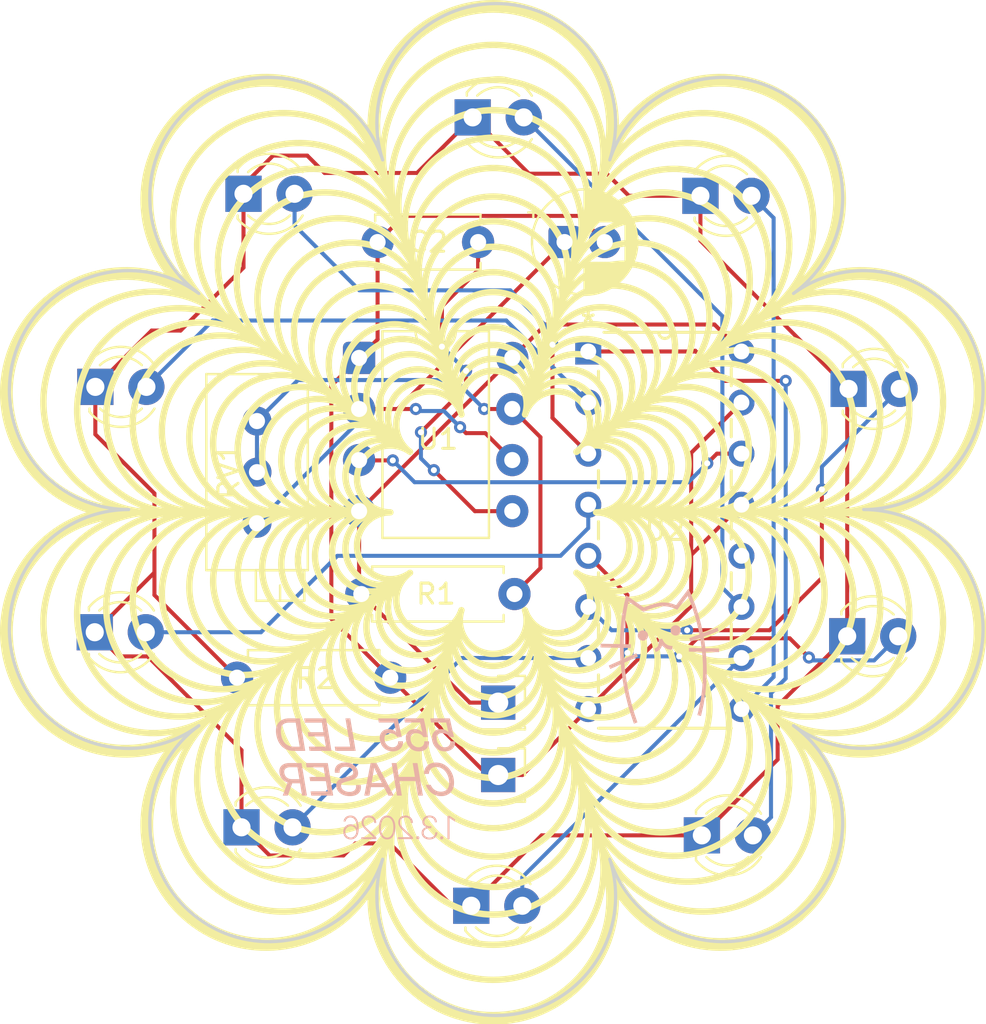
<source format=kicad_pcb>
(kicad_pcb (version 20241229) (generator "pcbnew") (generator_version "9.0")
  (layers (0 "F.Cu" signal) (2 "B.Cu" signal) (13 "F.Paste" user) (15 "B.Paste" user) (5 "F.SilkS" user "F.Silkscreen") (7 "B.SilkS" user "B.Silkscreen") (1 "F.Mask" user) (3 "B.Mask" user) (25 "Edge.Cuts" user))
  (net 0 "")
  (net 1 "TR")
  (net 2 "GND")
  (net 3 "Net-(U1-CV)")
  (net 4 "Net-(D1-K)")
  (net 5 "Net-(D1-A)")
  (net 6 "Net-(D2-A)")
  (net 7 "Net-(D3-A)")
  (net 8 "Net-(D4-A)")
  (net 9 "Net-(D5-A)")
  (net 10 "Net-(D6-A)")
  (net 11 "Net-(D7-A)")
  (net 12 "Net-(D8-A)")
  (net 13 "Net-(D9-A)")
  (net 14 "Net-(D10-A)")
  (net 15 "+5V")
  (net 16 "Net-(U1-DIS)")
  (net 17 "OUT")
  (footprint "LED_THT:LED_D3.0mm" (layer "F.Cu") (at 231.56 58.9)
    (property "Reference" "D4" (hide yes))
    (property "Value" "LED")
  )
  (footprint "LED_THT:LED_D3.0mm" (layer "F.Cu") (at 201.53 36.9)
    (property "Reference" "D10" (hide yes))
    (property "Value" "LED")
  )
  (footprint "LED_THT:LED_D3.0mm" (layer "F.Cu") (at 231.63 46.6)
    (property "Reference" "D3" (hide yes))
    (property "Value" "LED")
  )
  (footprint "Resistor_THT:R_Axial_DIN0207_L6.3mm_D2.5mm_P7.62mm_Horizontal" (layer "F.Cu") (at 207.39 56.8)
    (property "Reference" "R1")
    (property "Value" "1k")
  )
  (footprint "LED_THT:LED_D3.0mm" (layer "F.Cu") (at 224.33 68.8)
    (property "Reference" "D5" (hide yes))
    (property "Value" "LED")
  )
  (footprint "Potentiometer_THT:Potentiometer_Bourns_3296X_Horizontal" (layer "F.Cu") (at 202.2 48.2 90)
    (property "Reference" "RV1")
    (property "Value" "50k")
  )
  (footprint "Connector_PinSocket_2.54mm:PinSocket_1x01_P2.54mm_Vertical" (layer "F.Cu") (at 214.2 65.8)
    (property "Reference" "H2" (hide yes))
    (property "Value" "MountingHole_Pad")
  )
  (footprint "LED_THT:LED_D3.0mm" (layer "F.Cu") (at 194.16 46.5)
    (property "Reference" "D9" (hide yes))
    (property "Value" "LED")
  )
  (footprint "LED_THT:LED_D3.0mm" (layer "F.Cu") (at 194.13 58.7)
    (property "Reference" "D8" (hide yes))
    (property "Value" "LED")
  )
  (footprint "Resistor_THT:R_Axial_DIN0207_L6.3mm_D2.5mm_P7.62mm_Horizontal" (layer "F.Cu") (at 201.21 60.96)
    (property "Reference" "R2")
    (property "Value" "470")
  )
  (footprint "Capacitor_THT:CP_Radial_D5.0mm_P2.00mm" (layer "F.Cu") (at 217.5 39.3)
    (property "Reference" "C1" (hide yes))
    (property "Value" "1 uF")
  )
  (footprint "Connector_PinSocket_2.54mm:PinSocket_1x01_P2.54mm_Vertical" (layer "F.Cu") (at 214.2 62.2)
    (property "Reference" "H1" (hide yes))
    (property "Value" "MountingHole_Pad")
  )
  (footprint "LED_THT:LED_D3.0mm" (layer "F.Cu") (at 201.43 68.4)
    (property "Reference" "D7" (hide yes))
    (property "Value" "LED")
  )
  (footprint "CD4017:N16" (layer "F.Cu") (at 226.3 62.52)
    (property "Reference" "U2")
    (property "Value" "4017")
  )
  (footprint "Capacitor_THT:C_Disc_D5.0mm_W2.5mm_P5.00mm" (layer "F.Cu") (at 208.2 39.3)
    (property "Reference" "C2")
    (property "Value" "0.01 uF")
  )
  (footprint "Package_DIP:DIP-8_W7.62mm" (layer "F.Cu") (at 207.28 45.06)
    (property "Reference" "U1")
    (property "Value" "NE555P")
  )
  (footprint "LED_THT:LED_D3.0mm" (layer "F.Cu") (at 212.93 33.1)
    (property "Reference" "D1" (hide yes))
    (property "Value" "LED")
  )
  (footprint "LED_THT:LED_D3.0mm" (layer "F.Cu") (at 224.26 37)
    (property "Reference" "D2" (hide yes))
    (property "Value" "LED")
  )
  (footprint "LED_THT:LED_D3.0mm" (layer "F.Cu") (at 212.86 72.3)
    (property "Reference" "D6" (hide yes))
    (property "Value" "LED")
  )
  (gr_poly (pts (xy 214.064136 43.531719) (xy 214.174487 43.540121) (xy 214.283242 43.553958) (xy 214.390262 43.573092) (xy 214.495412 43.597386) (xy 214.598554 43.626703) (xy 214.699551 43.660907) (xy 214.798266 43.699859) (xy 214.894562 43.743423) (xy 214.988302 43.791462) (xy 215.079349 43.843839) (xy 215.167565 43.900417) (xy 215.252815 43.961059) (xy 215.33496 44.025628) (xy 215.413863 44.093986) (xy 215.489389 44.165997) (xy 215.561398 44.241524) (xy 215.629756 44.320429) (xy 215.694323 44.402576) (xy 215.754964 44.487827) (xy 215.811542 44.576046) (xy 215.863918 44.667095) (xy 215.911957 44.760838) (xy 215.955521 44.857137) (xy 215.994473 44.955855) (xy 216.028677 45.056856) (xy 216.057994 45.160002) (xy 216.082288 45.265156) (xy 216.101422 45.372181) (xy 216.115259 45.480941) (xy 216.123661 45.591297) (xy 216.126493 45.703114) (xy 216.124915 45.785916) (xy 216.120191 45.8685) (xy 216.112336 45.950782) (xy 216.101364 46.032673) (xy 216.087289 46.114088) (xy 216.070125 46.19494) (xy 216.049887 46.275142) (xy 216.02659 46.354608) (xy 216.020081 46.374951) (xy 216.048091 46.294187) (xy 216.07922 46.214674) (xy 216.113424 46.136501) (xy 216.150654 46.059756) (xy 216.190865 45.984528) (xy 216.23401 45.910908) (xy 216.280043 45.838983) (xy 216.328916 45.768844) (xy 216.396927 45.68005) (xy 216.468588 45.595713) (xy 216.543707 45.515861) (xy 216.622093 45.440526) (xy 216.703553 45.369737) (xy 216.787898 45.303526) (xy 216.874934 45.241922) (xy 216.964471 45.184955) (xy 217.056317 45.132657) (xy 217.150282 45.085057) (xy 217.246172 45.042185) (xy 217.343798 45.004072) (xy 217.442967 44.970749) (xy 217.543489 44.942245) (xy 217.645171 44.918591) (xy 217.747822 44.899817) (xy 217.851251 44.885953) (xy 217.955266 44.87703) (xy 218.059676 44.873079) (xy 218.164289 44.874128) (xy 218.268915 44.88021) (xy 218.373361 44.891353) (xy 218.477436 44.907589) (xy 218.580949 44.928947) (xy 218.683708 44.955458) (xy 218.785522 44.987152) (xy 218.886199 45.02406) (xy 218.985548 45.066211) (xy 219.083378 45.113637) (xy 219.179496 45.166367) (xy 219.273712 45.224432) (xy 219.365834 45.287863) (xy 219.454628 45.355874) (xy 219.538966 45.427535) (xy 219.618817 45.502654) (xy 219.694153 45.58104) (xy 219.764941 45.6625) (xy 219.831153 45.746844) (xy 219.892757 45.833881) (xy 219.949723 45.923418) (xy 220.002021 46.015264) (xy 220.049622 46.109229) (xy 220.092493 46.205119) (xy 220.130606 46.302745) (xy 220.163929 46.401914) (xy 220.192433 46.502435) (xy 220.216087 46.604117) (xy 220.234861 46.706769) (xy 220.248724 46.810197) (xy 220.257647 46.914213) (xy 220.261599 47.018623) (xy 220.260549 47.123236) (xy 220.254467 47.227862) (xy 220.243324 47.332308) (xy 220.227088 47.436383) (xy 220.20573 47.539896) (xy 220.179218 47.642655) (xy 220.147524 47.744469) (xy 220.110616 47.845146) (xy 220.068464 47.944495) (xy 220.021038 48.042324) (xy 219.968307 48.138443) (xy 219.910242 48.232659) (xy 219.846811 48.324781) (xy 219.821343 48.359128) (xy 219.795221 48.392945) (xy 219.768454 48.426222) (xy 219.741052 48.458951) (xy 219.713022 48.491123) (xy 219.684375 48.52273) (xy 219.655118 48.553762) (xy 219.62526 48.584211) (xy 219.594811 48.614068) (xy 219.563779 48.643324) (xy 219.532172 48.671971) (xy 219.5 48.7) (xy 219.467272 48.727402) (xy 219.433995 48.754168) (xy 219.40018 48.78029) (xy 219.365834 48.805758) (xy 219.400674 48.78097) (xy 219.43597 48.756888) (xy 219.471712 48.733516) (xy 219.507888 48.710862) (xy 219.544488 48.68893) (xy 219.581501 48.667725) (xy 219.618916 48.647254) (xy 219.656721 48.627521) (xy 219.694907 48.608534) (xy 219.733462 48.590296) (xy 219.772376 48.572813) (xy 219.811637 48.556092) (xy 219.851234 48.540137) (xy 219.891157 48.524954) (xy 219.931395 48.510549) (xy 219.971936 48.496928) (xy 220.079147 48.465071) (xy 220.186691 48.438963) (xy 220.294397 48.418517) (xy 220.40209 48.403645) (xy 220.5096 48.394259) (xy 220.616752 48.39027) (xy 220.723374 48.391591) (xy 220.829293 48.398134) (xy 220.934338 48.40981) (xy 221.038334 48.426532) (xy 221.141109 48.448212) (xy 221.242492 48.474761) (xy 221.342307 48.506092) (xy 221.440384 48.542116) (xy 221.53655 48.582747) (xy 221.630631 48.627895) (xy 221.722455 48.677472) (xy 221.811849 48.731391) (xy 221.898641 48.789564) (xy 221.982658 48.851902) (xy 222.063726 48.918318) (xy 222.141675 48.988724) (xy 222.216329 49.063031) (xy 222.287518 49.141152) (xy 222.355068 49.222998) (xy 222.418806 49.308482) (xy 222.478561 49.397515) (xy 222.534158 49.49001) (xy 222.585426 49.585879) (xy 222.632191 49.685033) (xy 222.674281 49.787385) (xy 222.711524 49.892846) (xy 222.743387 50.000062) (xy 222.7695 50.107611) (xy 222.789951 50.215321) (xy 222.804827 50.323019) (xy 222.814218 50.430532) (xy 222.818211 50.537688) (xy 222.816893 50.644314) (xy 222.810354 50.750236) (xy 222.798681 50.855283) (xy 222.781961 50.959282) (xy 222.760283 51.06206) (xy 222.733736 51.163444) (xy 222.702406 51.263262) (xy 222.666383 51.36134) (xy 222.625753 51.457507) (xy 222.580606 51.551589) (xy 222.531028 51.643414) (xy 222.477108 51.73281) (xy 222.418935 51.819602) (xy 222.356595 51.90362) (xy 222.290178 51.984689) (xy 222.21977 52.062638) (xy 222.145461 52.137293) (xy 222.067338 52.208482) (xy 221.985489 52.276033) (xy 221.900001 52.339772) (xy 221.810964 52.399527) (xy 221.718465 52.455124) (xy 221.622592 52.506393) (xy 221.523433 52.553159) (xy 221.421077 52.59525) (xy 221.31561 52.632493) (xy 221.236386 52.656577) (xy 221.156391 52.677607) (xy 221.075712 52.695566) (xy 220.994438 52.710441) (xy 220.912657 52.722215) (xy 220.830458 52.730874) (xy 220.74793 52.736403) (xy 220.66516 52.738786) (xy 220.643773 52.738905) (xy 220.72925 52.740586) (xy 220.814495 52.745618) (xy 220.899409 52.753987) (xy 220.983896 52.765675) (xy 221.067856 52.780669) (xy 221.151194 52.798951) (xy 221.233811 52.820507) (xy 221.31561 52.845321) (xy 221.421077 52.882563) (xy 221.523433 52.924654) (xy 221.622592 52.971419) (xy 221.718465 53.022687) (xy 221.810964 53.078284) (xy 221.900001 53.138038) (xy 221.985489 53.201777) (xy 222.067338 53.269327) (xy 222.145461 53.340516) (xy 222.21977 53.415171) (xy 222.290178 53.49312) (xy 222.356595 53.574189) (xy 222.418935 53.658206) (xy 222.477108 53.744999) (xy 222.531028 53.834394) (xy 222.580606 53.926219) (xy 222.625753 54.020302) (xy 222.666383 54.116469) (xy 222.702406 54.214548) (xy 222.733736 54.314366) (xy 222.760283 54.41575) (xy 222.781961 54.518528) (xy 222.798681 54.622527) (xy 222.810354 54.727574) (xy 222.816893 54.833497) (xy 222.818211 54.940123) (xy 222.814218 55.047279) (xy 222.804827 55.154793) (xy 222.789951 55.262491) (xy 222.7695 55.370202) (xy 222.743387 55.477751) (xy 222.711524 55.584968) (xy 222.674281 55.690429) (xy 222.632191 55.792781) (xy 222.585426 55.891935) (xy 222.534158 55.987803) (xy 222.478561 56.080298) (xy 222.418806 56.169332) (xy 222.355068 56.254815) (xy 222.287518 56.336662) (xy 222.216329 56.414782) (xy 222.141675 56.489089) (xy 222.063726 56.559494) (xy 221.982658 56.62591) (xy 221.898641 56.688248) (xy 221.811849 56.746421) (xy 221.722455 56.80034) (xy 221.630631 56.849917) (xy 221.53655 56.895065) (xy 221.440384 56.935695) (xy 221.342307 56.971719) (xy 221.242492 57.00305) (xy 221.141109 57.029599) (xy 221.038334 57.051279) (xy 220.934338 57.068) (xy 220.829293 57.079677) (xy 220.723374 57.086219) (xy 220.616752 57.08754) (xy 220.5096 57.083551) (xy 220.40209 57.074164) (xy 220.294397 57.059292) (xy 220.186691 57.038846) (xy 220.079147 57.012739) (xy 219.971936 56.980882) (xy 219.893669 56.95378) (xy 219.816577 56.923759) (xy 219.74074 56.890859) (xy 219.666241 56.855118) (xy 219.593157 56.816577) (xy 219.521571 56.775274) (xy 219.451562 56.73125) (xy 219.383211 56.684544) (xy 219.365834 56.672047) (xy 219.40018 56.697516) (xy 219.433995 56.723639) (xy 219.467272 56.750406) (xy 219.5 56.777808) (xy 219.532172 56.805838) (xy 219.563779 56.834485) (xy 219.594811 56.863742) (xy 219.62526 56.893599) (xy 219.655118 56.924048) (xy 219.684375 56.95508) (xy 219.713022 56.986687) (xy 219.741052 57.018858) (xy 219.768454 57.051587) (xy 219.795221 57.084863) (xy 219.821343 57.118678) (xy 219.846811 57.153024) (xy 219.910242 57.245146) (xy 219.968307 57.339362) (xy 220.021038 57.435481) (xy 220.068464 57.53331) (xy 220.110616 57.632659) (xy 220.147524 57.733337) (xy 220.179218 57.83515) (xy 220.20573 57.93791) (xy 220.227088 58.041423) (xy 220.243324 58.145498) (xy 220.254467 58.249944) (xy 220.260549 58.35457) (xy 220.261599 58.459184) (xy 220.257647 58.563594) (xy 220.248724 58.667609) (xy 220.234861 58.771039) (xy 220.216087 58.87369) (xy 220.192433 58.975372) (xy 220.163929 59.075894) (xy 220.130606 59.175063) (xy 220.092493 59.272689) (xy 220.049622 59.36858) (xy 220.002021 59.462544) (xy 219.949723 59.554391) (xy 219.892757 59.643928) (xy 219.831153 59.730965) (xy 219.764941 59.815309) (xy 219.694153 59.89677) (xy 219.618817 59.975155) (xy 219.538966 60.050274) (xy 219.454628 60.121935) (xy 219.365834 60.189947) (xy 219.273712 60.253377) (xy 219.179496 60.311442) (xy 219.083378 60.364172) (xy 218.985548 60.411598) (xy 218.886199 60.45375) (xy 218.785522 60.490658) (xy 218.683708 60.522352) (xy 218.580949 60.548863) (xy 218.477436 60.570222) (xy 218.373361 60.586458) (xy 218.268915 60.597601) (xy 218.164289 60.603682) (xy 218.059676 60.604732) (xy 217.955266 60.600781) (xy 217.851251 60.591858) (xy 217.747822 60.577995) (xy 217.645171 60.559221) (xy 217.543489 60.535567) (xy 217.442967 60.507063) (xy 217.343798 60.47374) (xy 217.246172 60.435628) (xy 217.150282 60.392756) (xy 217.056317 60.345156) (xy 216.964471 60.292858) (xy 216.874934 60.235892) (xy 216.787898 60.174288) (xy 216.703553 60.108077) (xy 216.622093 60.037288) (xy 216.543707 59.961953) (xy 216.468588 59.882101) (xy 216.396927 59.797764) (xy 216.328916 59.70897) (xy 216.30489 59.675222) (xy 216.281525 59.641045) (xy 216.258828 59.606449) (xy 216.236803 59.571445) (xy 216.215455 59.536042) (xy 216.19479 59.50025) (xy 216.174812 59.46408) (xy 216.155528 59.42754) (xy 216.136942 59.390642) (xy 216.119059 59.353395) (xy 216.101885 59.315809) (xy 216.085424 59.277894) (xy 216.069683 59.239659) (xy 216.054665 59.201116) (xy 216.040377 59.162274) (xy 216.026824 59.123142) (xy 216.020081 59.102863) (xy 216.044892 59.184663) (xy 216.066446 59.267284) (xy 216.084728 59.350628) (xy 216.099721 59.434594) (xy 216.11141 59.519084) (xy 216.119779 59.603997) (xy 216.124811 59.689234) (xy 216.126493 59.774696) (xy 216.123661 59.886512) (xy 216.115259 59.996868) (xy 216.101422 60.105627) (xy 216.082288 60.212652) (xy 216.057994 60.317806) (xy 216.028677 60.420952) (xy 215.994473 60.521952) (xy 215.955521 60.620671) (xy 215.911957 60.716969) (xy 215.863918 60.810712) (xy 215.811542 60.901761) (xy 215.754964 60.98998) (xy 215.694323 61.075232) (xy 215.629756 61.157379) (xy 215.561398 61.236284) (xy 215.489389 61.311811) (xy 215.413863 61.383822) (xy 215.33496 61.45218) (xy 215.252815 61.516749) (xy 215.167565 61.577391) (xy 215.079349 61.633969) (xy 214.988302 61.686346) (xy 214.894562 61.734385) (xy 214.798266 61.77795) (xy 214.699551 61.816902) (xy 214.598554 61.851106) (xy 214.495412 61.880423) (xy 214.390262 61.904717) (xy 214.283242 61.923851) (xy 214.174487 61.937688) (xy 214.064136 61.946091) (xy 213.952326 61.948922) (xy 213.840515 61.946091) (xy 213.730163 61.937688) (xy 213.621409 61.923851) (xy 213.514388 61.904717) (xy 213.409238 61.880423) (xy 213.306096 61.851106) (xy 213.205098 61.816902) (xy 213.106383 61.77795) (xy 213.010087 61.734385) (xy 212.916347 61.686346) (xy 212.825301 61.633969) (xy 212.737084 61.577391) (xy 212.651835 61.516749) (xy 212.56969 61.45218) (xy 212.490786 61.383822) (xy 212.415261 61.311811) (xy 212.343251 61.236284) (xy 212.274894 61.157379) (xy 212.210327 61.075232) (xy 212.149686 60.98998) (xy 212.093109 60.901761) (xy 212.040732 60.810712) (xy 211.992693 60.716969) (xy 211.949129 60.620671) (xy 211.910177 60.521952) (xy 211.875974 60.420952) (xy 211.846657 60.317806) (xy 211.822363 60.212652) (xy 211.803229 60.105627) (xy 211.789393 59.996868) (xy 211.78099 59.886512) (xy 211.778159 59.774696) (xy 211.779737 59.691894) (xy 211.78446 59.609309) (xy 211.792315 59.527028) (xy 211.803288 59.445136) (xy 211.817363 59.363721) (xy 211.834526 59.28287) (xy 211.854764 59.202668) (xy 211.878061 59.123202) (xy 211.884571 59.102863) (xy 211.85656 59.183624) (xy 211.82543 59.263135) (xy 211.791227 59.341308) (xy 211.753997 59.418053) (xy 211.713787 59.493281) (xy 211.670642 59.566903) (xy 211.62461 59.638829) (xy 211.575736 59.70897) (xy 211.507725 59.797764) (xy 211.436064 59.882101) (xy 211.360945 59.961953) (xy 211.28256 60.037288) (xy 211.2011 60.108077) (xy 211.116756 60.174288) (xy 211.02972 60.235892) (xy 210.940183 60.292858) (xy 210.848337 60.345156) (xy 210.754373 60.392756) (xy 210.658482 60.435628) (xy 210.560857 60.47374) (xy 210.461688 60.507063) (xy 210.361167 60.535567) (xy 210.259485 60.559221) (xy 210.156834 60.577995) (xy 210.053405 60.591858) (xy 209.94939 60.600781) (xy 209.84498 60.604732) (xy 209.740366 60.603682) (xy 209.635741 60.597601) (xy 209.531295 60.586458) (xy 209.42722 60.570222) (xy 209.323707 60.548863) (xy 209.220948 60.522352) (xy 209.119134 60.490658) (xy 209.018457 60.45375) (xy 208.919108 60.411598) (xy 208.821278 60.364172) (xy 208.72516 60.311442) (xy 208.630944 60.253377) (xy 208.538822 60.189947) (xy 208.450028 60.121935) (xy 208.365689 60.050274) (xy 208.285838 59.975155) (xy 208.210502 59.89677) (xy 208.139713 59.815309) (xy 208.073502 59.730965) (xy 208.011897 59.643928) (xy 207.954931 59.554391) (xy 207.902632 59.462544) (xy 207.855032 59.36858) (xy 207.812161 59.272689) (xy 207.774048 59.175063) (xy 207.740725 59.075894) (xy 207.712221 58.975372) (xy 207.688567 58.87369) (xy 207.669793 58.771039) (xy 207.655929 58.667609) (xy 207.647007 58.563594) (xy 207.643055 58.459184) (xy 207.644105 58.35457) (xy 207.650186 58.249944) (xy 207.66133 58.145498) (xy 207.677565 58.041423) (xy 207.698924 57.93791) (xy 207.725435 57.83515) (xy 207.757129 57.733337) (xy 207.794037 57.632659) (xy 207.836189 57.53331) (xy 207.883615 57.435481) (xy 207.936345 57.339362) (xy 207.99441 57.245146) (xy 208.05784 57.153024) (xy 208.082504 57.119751) (xy 208.107781 57.086975) (xy 208.133664 57.054704) (xy 208.160144 57.022946) (xy 208.187213 56.991708) (xy 208.214865 56.960999) (xy 208.24309 56.930826) (xy 208.27188 56.901198) (xy 208.301229 56.872122) (xy 208.331127 56.843606) (xy 208.361567 56.815659) (xy 208.392541 56.788287) (xy 208.424041 56.761499) (xy 208.45606 56.735303) (xy 208.488588 56.709706) (xy 208.521619 56.684718) (xy 208.538822 56.672047) (xy 208.50398 56.696836) (xy 208.468683 56.720919) (xy 208.43294 56.744291) (xy 208.396763 56.766946) (xy 208.360162 56.788878) (xy 208.323148 56.810083) (xy 208.285733 56.830555) (xy 208.247927 56.850287) (xy 208.209741 56.869275) (xy 208.171186 56.887514) (xy 208.132273 56.904996) (xy 208.093012 56.921718) (xy 208.053415 56.937672) (xy 208.013493 56.952855) (xy 207.973256 56.96726) (xy 207.932715 56.980882) (xy 207.825504 57.012739) (xy 207.717959 57.038846) (xy 207.610254 57.059292) (xy 207.50256 57.074164) (xy 207.39505 57.083551) (xy 207.287898 57.08754) (xy 207.181276 57.086219) (xy 207.075356 57.079677) (xy 206.970312 57.068) (xy 206.866315 57.051279) (xy 206.76354 57.029599) (xy 206.662158 57.00305) (xy 206.562342 56.971719) (xy 206.464265 56.935695) (xy 206.368099 56.895065) (xy 206.274018 56.849917) (xy 206.182194 56.80034) (xy 206.0928 56.746421) (xy 206.006008 56.688248) (xy 205.921991 56.62591) (xy 205.840923 56.559494) (xy 205.762974 56.489089) (xy 205.68832 56.414782) (xy 205.617131 56.336662) (xy 205.549581 56.254815) (xy 205.485842 56.169332) (xy 205.426088 56.080298) (xy 205.37049 55.987803) (xy 205.319222 55.891935) (xy 205.272457 55.792781) (xy 205.230366 55.690429) (xy 205.193123 55.584968) (xy 205.161261 55.477751) (xy 205.135149 55.370202) (xy 205.114699 55.262491) (xy 205.099822 55.154793) (xy 205.090432 55.047279) (xy 205.08644 54.940123) (xy 205.087758 54.833497) (xy 205.094298 54.727574) (xy 205.105972 54.622527) (xy 205.122692 54.518528) (xy 205.14437 54.41575) (xy 205.170918 54.314366) (xy 205.202247 54.214548) (xy 205.238271 54.116469) (xy 205.278901 54.020302) (xy 205.324049 53.926219) (xy 205.373626 53.834394) (xy 205.427546 53.744999) (xy 205.48572 53.658206) (xy 205.548059 53.574189) (xy 205.614476 53.49312) (xy 205.684884 53.415171) (xy 205.759193 53.340516) (xy 205.837316 53.269327) (xy 205.919165 53.201777) (xy 206.004652 53.138038) (xy 206.093689 53.078284) (xy 206.186188 53.022687) (xy 206.28206 52.971419) (xy 206.381219 52.924654) (xy 206.483575 52.882563) (xy 206.589041 52.845321) (xy 206.668265 52.821234) (xy 206.74826 52.800203) (xy 206.828939 52.782242) (xy 206.910214 52.767367) (xy 206.991994 52.755593) (xy 207.074193 52.746935) (xy 207.156722 52.741406) (xy 207.239492 52.739024) (xy 207.260878 52.738905) (xy 207.1754 52.737224) (xy 207.090154 52.732191) (xy 207.00524 52.723823) (xy 206.920754 52.712135) (xy 206.836794 52.697142) (xy 206.753457 52.67886) (xy 206.67084 52.657305) (xy 206.589041 52.632493) (xy 206.483575 52.59525) (xy 206.381219 52.553159) (xy 206.28206 52.506393) (xy 206.186188 52.455124) (xy 206.093689 52.399527) (xy 206.004652 52.339772) (xy 205.919165 52.276033) (xy 205.837316 52.208482) (xy 205.759193 52.137293) (xy 205.684884 52.062638) (xy 205.614476 51.984689) (xy 205.548059 51.90362) (xy 205.48572 51.819602) (xy 205.427546 51.73281) (xy 205.373626 51.643414) (xy 205.324049 51.551589) (xy 205.278901 51.457507) (xy 205.238271 51.36134) (xy 205.202247 51.263262) (xy 205.170918 51.163444) (xy 205.14437 51.06206) (xy 205.122692 50.959282) (xy 205.105972 50.855283) (xy 205.094298 50.750236) (xy 205.087758 50.644314) (xy 205.08644 50.537688) (xy 205.090432 50.430532) (xy 205.099822 50.323019) (xy 205.114699 50.215321) (xy 205.135149 50.107611) (xy 205.161261 50.000062) (xy 205.193123 49.892846) (xy 205.230366 49.787385) (xy 205.272457 49.685033) (xy 205.319222 49.585879) (xy 205.37049 49.49001) (xy 205.426088 49.397515) (xy 205.485842 49.308482) (xy 205.549581 49.222998) (xy 205.617131 49.141152) (xy 205.68832 49.063031) (xy 205.762974 48.988724) (xy 205.840923 48.918318) (xy 205.921991 48.851902) (xy 206.006008 48.789564) (xy 206.0928 48.731391) (xy 206.182194 48.677472) (xy 206.274018 48.627895) (xy 206.368099 48.582747) (xy 206.464265 48.542116) (xy 206.562342 48.506092) (xy 206.662158 48.474761) (xy 206.76354 48.448212) (xy 206.866315 48.426532) (xy 206.970312 48.40981) (xy 207.075356 48.398134) (xy 207.181276 48.391591) (xy 207.287898 48.39027) (xy 207.39505 48.394259) (xy 207.50256 48.403645) (xy 207.610254 48.418517) (xy 207.717959 48.438963) (xy 207.825504 48.465071) (xy 207.932715 48.496928) (xy 208.010983 48.52403) (xy 208.088075 48.554051) (xy 208.163911 48.586952) (xy 208.238411 48.622693) (xy 208.311494 48.661235) (xy 208.38308 48.702537) (xy 208.453089 48.746561) (xy 208.52144 48.793266) (xy 208.538822 48.805758) (xy 208.504475 48.78029) (xy 208.470658 48.754168) (xy 208.437381 48.727402) (xy 208.404652 48.7) (xy 208.37248 48.671971) (xy 208.340873 48.643324) (xy 208.309841 48.614068) (xy 208.279392 48.584211) (xy 208.249534 48.553762) (xy 208.220278 48.52273) (xy 208.19163 48.491123) (xy 208.163601 48.458951) (xy 208.136199 48.426222) (xy 208.109432 48.392945) (xy 208.083309 48.359128) (xy 208.05784 48.324781) (xy 207.99441 48.232659) (xy 207.936345 48.138443) (xy 207.883615 48.042324) (xy 207.836189 47.944495) (xy 207.794037 47.845146) (xy 207.757129 47.744469) (xy 207.725435 47.642655) (xy 207.698924 47.539896) (xy 207.677565 47.436383) (xy 207.66133 47.332308) (xy 207.650186 47.227862) (xy 207.644105 47.123236) (xy 207.643055 47.018623) (xy 207.647007 46.914213) (xy 207.655929 46.810197) (xy 207.669793 46.706769) (xy 207.688567 46.604117) (xy 207.712221 46.502435) (xy 207.740725 46.401914) (xy 207.774048 46.302745) (xy 207.812161 46.205119) (xy 207.855032 46.109229) (xy 207.902632 46.015264) (xy 207.954931 45.923418) (xy 208.011897 45.833881) (xy 208.073502 45.746844) (xy 208.139713 45.6625) (xy 208.210502 45.58104) (xy 208.285838 45.502654) (xy 208.365689 45.427535) (xy 208.450028 45.355874) (xy 208.538822 45.287863) (xy 208.630944 45.224432) (xy 208.72516 45.166367) (xy 208.821278 45.113637) (xy 208.919108 45.066211) (xy 209.018457 45.02406) (xy 209.119134 44.987152) (xy 209.220948 44.955458) (xy 209.323707 44.928947) (xy 209.42722 44.907589) (xy 209.531295 44.891353) (xy 209.635741 44.88021) (xy 209.740366 44.874128) (xy 209.84498 44.873079) (xy 209.94939 44.87703) (xy 210.053405 44.885953) (xy 210.156834 44.899817) (xy 210.259485 44.918591) (xy 210.361167 44.942245) (xy 210.461688 44.970749) (xy 210.560857 45.004072) (xy 210.658482 45.042185) (xy 210.754373 45.085057) (xy 210.848337 45.132657) (xy 210.940183 45.184955) (xy 211.02972 45.241922) (xy 211.116756 45.303526) (xy 211.2011 45.369737) (xy 211.28256 45.440526) (xy 211.360945 45.515861) (xy 211.436064 45.595713) (xy 211.507725 45.68005) (xy 211.575736 45.768844) (xy 211.599761 45.802591) (xy 211.623125 45.836767) (xy 211.645821 45.871362) (xy 211.667846 45.906366) (xy 211.689194 45.941768) (xy 211.709858 45.977559) (xy 211.729836 46.013729) (xy 211.74912 46.050267) (xy 211.767706 46.087165) (xy 211.785589 46.124412) (xy 211.802764 46.161997) (xy 211.819225 46.199912) (xy 211.834967 46.238146) (xy 211.849985 46.276689) (xy 211.864273 46.315531) (xy 211.877828 46.354662) (xy 211.884571 46.374951) (xy 211.859758 46.293148) (xy 211.838203 46.210526) (xy 211.819922 46.127182) (xy 211.804929 46.043215) (xy 211.79324 45.958726) (xy 211.784872 45.873814) (xy 211.77984 45.788576) (xy 211.778159 45.703114) (xy 211.78099 45.591297) (xy 211.789393 45.480941) (xy 211.803229 45.372181) (xy 211.822363 45.265156) (xy 211.846657 45.160002) (xy 211.875974 45.056856) (xy 211.910177 44.955855) (xy 211.949129 44.857137) (xy 211.992693 44.760838) (xy 212.040732 44.667095) (xy 212.093109 44.576046) (xy 212.149686 44.487827) (xy 212.210327 44.402576) (xy 212.274894 44.320429) (xy 212.343251 44.241524) (xy 212.415261 44.165997) (xy 212.490786 44.093986) (xy 212.56969 44.025628) (xy 212.651835 43.961059) (xy 212.737084 43.900417) (xy 212.825301 43.843839) (xy 212.916347 43.791462) (xy 213.010087 43.743423) (xy 213.106383 43.699859) (xy 213.205098 43.660907) (xy 213.306096 43.626703) (xy 213.409238 43.597386) (xy 213.514388 43.573092) (xy 213.621409 43.553958) (xy 213.730163 43.540121) (xy 213.840515 43.531719) (xy 213.952326 43.528887)) (stroke (width 0.31732) (color 255 255 255 1)) (fill no) (layer "F.SilkS"))
  (gr_poly (pts (xy 214.085286 41.789839) (xy 214.216515 41.799831) (xy 214.345844 41.816286) (xy 214.473112 41.839039) (xy 214.598156 41.86793) (xy 214.720811 41.902794) (xy 214.840915 41.943468) (xy 214.958306 41.98979) (xy 215.07282 42.041596) (xy 215.184295 42.098723) (xy 215.292566 42.16101) (xy 215.397472 42.228292) (xy 215.498849 42.300406) (xy 215.596535 42.377191) (xy 215.690366 42.458481) (xy 215.780179 42.544116) (xy 215.865812 42.633931) (xy 215.947102 42.727765) (xy 216.023884 42.825453) (xy 216.095998 42.926832) (xy 216.163278 43.031741) (xy 216.225564 43.140016) (xy 216.282691 43.251493) (xy 216.334496 43.366011) (xy 216.380817 43.483405) (xy 216.421491 43.603514) (xy 216.456354 43.726173) (xy 216.485244 43.851221) (xy 216.507998 43.978494) (xy 216.524452 44.107829) (xy 216.534445 44.239063) (xy 216.537812 44.372033) (xy 216.535936 44.470501) (xy 216.530319 44.568711) (xy 216.520978 44.666559) (xy 216.507931 44.763944) (xy 216.491194 44.860762) (xy 216.470784 44.95691) (xy 216.446718 45.052285) (xy 216.419013 45.146784) (xy 216.411272 45.170973) (xy 216.444582 45.07493) (xy 216.481601 44.980375) (xy 216.522275 44.887412) (xy 216.566549 44.796148) (xy 216.614367 44.706689) (xy 216.665674 44.619141) (xy 216.720415 44.533609) (xy 216.778536 44.450201) (xy 216.859414 44.344608) (xy 216.944632 44.244315) (xy 217.033962 44.149356) (xy 217.127177 44.059768) (xy 217.224049 43.975587) (xy 217.32435 43.896849) (xy 217.427852 43.82359) (xy 217.534328 43.755846) (xy 217.643551 43.693653) (xy 217.755291 43.637048) (xy 217.869323 43.586066) (xy 217.985418 43.540742) (xy 218.103349 43.501115) (xy 218.222888 43.467218) (xy 218.343806 43.439089) (xy 218.465878 43.416763) (xy 218.588874 43.400277) (xy 218.712568 43.389666) (xy 218.836731 43.384967) (xy 218.961136 43.386215) (xy 219.085556 43.393447) (xy 219.209762 43.406699) (xy 219.333527 43.426006) (xy 219.456623 43.451405) (xy 219.578823 43.482932) (xy 219.699899 43.520623) (xy 219.819624 43.564513) (xy 219.937769 43.61464) (xy 220.054107 43.671038) (xy 220.16841 43.733744) (xy 220.280451 43.802795) (xy 220.390003 43.878225) (xy 220.495594 43.959103) (xy 220.595887 44.044321) (xy 220.690845 44.133652) (xy 220.780433 44.226867) (xy 220.864613 44.323738) (xy 220.943351 44.424039) (xy 221.016609 44.527541) (xy 221.084353 44.634017) (xy 221.146545 44.74324) (xy 221.20315 44.854981) (xy 221.254132 44.969012) (xy 221.299455 45.085108) (xy 221.339083 45.203038) (xy 221.372979 45.322577) (xy 221.401108 45.443495) (xy 221.423434 45.565567) (xy 221.43992 45.688563) (xy 221.450531 45.812256) (xy 221.45523 45.936419) (xy 221.453982 46.060824) (xy 221.446749 46.185244) (xy 221.433498 46.30945) (xy 221.41419 46.433214) (xy 221.388791 46.556311) (xy 221.357264 46.67851) (xy 221.319573 46.799586) (xy 221.275683 46.91931) (xy 221.225556 47.037455) (xy 221.169157 47.153793) (xy 221.106451 47.268096) (xy 221.0374 47.380137) (xy 220.961969 47.489687) (xy 220.931682 47.530532) (xy 220.900619 47.570746) (xy 220.868789 47.610319) (xy 220.836202 47.649239) (xy 220.802871 47.687498) (xy 220.768804 47.725084) (xy 220.734012 47.761987) (xy 220.698506 47.798197) (xy 220.662297 47.833703) (xy 220.625394 47.868495) (xy 220.587808 47.902562) (xy 220.54955 47.935894) (xy 220.51063 47.968481) (xy 220.471058 48.000311) (xy 220.430846 48.031376) (xy 220.390003 48.061663) (xy 220.431433 48.032185) (xy 220.473407 48.003546) (xy 220.515911 47.975753) (xy 220.558931 47.948812) (xy 220.602455 47.92273) (xy 220.646471 47.897514) (xy 220.690964 47.873169) (xy 220.735922 47.849704) (xy 220.781332 47.827123) (xy 220.827182 47.805435) (xy 220.873457 47.784645) (xy 220.920145 47.764759) (xy 220.967234 47.745786) (xy 221.014709 47.72773) (xy 221.062559 47.710599) (xy 221.11077 47.694399) (xy 221.238264 47.656515) (xy 221.366154 47.625469) (xy 221.494236 47.601155) (xy 221.622304 47.583469) (xy 221.750152 47.572307) (xy 221.877576 47.567564) (xy 222.00437 47.569135) (xy 222.130328 47.576915) (xy 222.255245 47.590801) (xy 222.378916 47.610686) (xy 222.501135 47.636467) (xy 222.621697 47.66804) (xy 222.740397 47.705298) (xy 222.857028 47.748138) (xy 222.971387 47.796455) (xy 223.083267 47.850144) (xy 223.192462 47.909101) (xy 223.298769 47.973221) (xy 223.40198 48.042399) (xy 223.501892 48.116531) (xy 223.598297 48.195512) (xy 223.690992 48.279238) (xy 223.779771 48.367603) (xy 223.864427 48.460503) (xy 223.944757 48.557833) (xy 224.020554 48.659489) (xy 224.091613 48.765367) (xy 224.157729 48.87536) (xy 224.218696 48.989366) (xy 224.274309 49.107278) (xy 224.324362 49.228993) (xy 224.368651 49.354406) (xy 224.406541 49.481906) (xy 224.437594 49.609803) (xy 224.461913 49.737891) (xy 224.479604 49.865964) (xy 224.490771 49.993818) (xy 224.495519 50.121246) (xy 224.493952 50.248044) (xy 224.486175 50.374006) (xy 224.472292 50.498927) (xy 224.45241 50.622602) (xy 224.426631 50.744824) (xy 224.395061 50.865389) (xy 224.357804 50.984091) (xy 224.314965 51.100725) (xy 224.266649 51.215085) (xy 224.21296 51.326967) (xy 224.154003 51.436164) (xy 224.089883 51.542472) (xy 224.020704 51.645685) (xy 223.946571 51.745597) (xy 223.867588 51.842004) (xy 223.783861 51.934699) (xy 223.695493 52.023479) (xy 223.60259 52.108136) (xy 223.505257 52.188466) (xy 223.403597 52.264263) (xy 223.297715 52.335322) (xy 223.187717 52.401438) (xy 223.073707 52.462405) (xy 222.955789 52.518018) (xy 222.834068 52.568072) (xy 222.708649 52.61236) (xy 222.614438 52.641001) (xy 222.519308 52.666009) (xy 222.423365 52.687366) (xy 222.326714 52.705055) (xy 222.22946 52.719058) (xy 222.13171 52.729356) (xy 222.033567 52.735932) (xy 221.935138 52.738767) (xy 221.909705 52.7389) (xy 222.011357 52.740899) (xy 222.11273 52.746885) (xy 222.213709 52.756837) (xy 222.314179 52.770738) (xy 222.414024 52.788569) (xy 222.513127 52.81031) (xy 222.611374 52.835943) (xy 222.708649 52.865449) (xy 222.834068 52.909738) (xy 222.955789 52.959791) (xy 223.073707 53.015404) (xy 223.187717 53.076372) (xy 223.297715 53.142488) (xy 223.403597 53.213547) (xy 223.505257 53.289344) (xy 223.60259 53.369674) (xy 223.695493 53.454332) (xy 223.783861 53.543111) (xy 223.867588 53.635806) (xy 223.946571 53.732213) (xy 224.020704 53.832126) (xy 224.089883 53.935339) (xy 224.154003 54.041647) (xy 224.21296 54.150844) (xy 224.266649 54.262726) (xy 224.314965 54.377086) (xy 224.357804 54.493721) (xy 224.395061 54.612423) (xy 224.426631 54.732988) (xy 224.45241 54.85521) (xy 224.472292 54.978884) (xy 224.486175 55.103805) (xy 224.493952 55.229767) (xy 224.495519 55.356565) (xy 224.490771 55.483993) (xy 224.479604 55.611846) (xy 224.461913 55.73992) (xy 224.437594 55.868007) (xy 224.406541 55.995903) (xy 224.368651 56.123403) (xy 224.324362 56.248816) (xy 224.274309 56.370531) (xy 224.218696 56.488444) (xy 224.157729 56.602449) (xy 224.091613 56.712443) (xy 224.020554 56.81832) (xy 223.944757 56.919976) (xy 223.864427 57.017307) (xy 223.779771 57.110207) (xy 223.690992 57.198572) (xy 223.598297 57.282297) (xy 223.501892 57.361278) (xy 223.40198 57.43541) (xy 223.298769 57.504588) (xy 223.192462 57.568708) (xy 223.083267 57.627665) (xy 222.971387 57.681354) (xy 222.857028 57.729671) (xy 222.740397 57.772511) (xy 222.621697 57.80977) (xy 222.501135 57.841342) (xy 222.378916 57.867123) (xy 222.255245 57.887009) (xy 222.130328 57.900894) (xy 222.00437 57.908675) (xy 221.877576 57.910246) (xy 221.750152 57.905502) (xy 221.622304 57.89434) (xy 221.494236 57.876655) (xy 221.366154 57.852341) (xy 221.238264 57.821294) (xy 221.11077 57.78341) (xy 221.017693 57.75118) (xy 220.926016 57.71548) (xy 220.835832 57.676355) (xy 220.747238 57.633853) (xy 220.660328 57.588021) (xy 220.575198 57.538905) (xy 220.491943 57.486552) (xy 220.410657 57.43101) (xy 220.390003 57.416146) (xy 220.430846 57.446434) (xy 220.471058 57.477498) (xy 220.51063 57.509329) (xy 220.54955 57.541916) (xy 220.587808 57.575248) (xy 220.625394 57.609316) (xy 220.662297 57.644108) (xy 220.698506 57.679614) (xy 220.734012 57.715824) (xy 220.768804 57.752727) (xy 220.802871 57.790313) (xy 220.836202 57.828572) (xy 220.868789 57.867493) (xy 220.900619 57.907065) (xy 220.931682 57.947278) (xy 220.961969 57.988122) (xy 221.0374 58.097672) (xy 221.106451 58.209713) (xy 221.169157 58.324016) (xy 221.225556 58.440353) (xy 221.275683 58.558498) (xy 221.319573 58.678222) (xy 221.357264 58.799297) (xy 221.388791 58.921497) (xy 221.41419 59.044593) (xy 221.433498 59.168358) (xy 221.446749 59.292564) (xy 221.453982 59.416983) (xy 221.45523 59.541388) (xy 221.450531 59.665551) (xy 221.43992 59.789244) (xy 221.423434 59.912241) (xy 221.401108 60.034312) (xy 221.372979 60.155231) (xy 221.339083 60.274769) (xy 221.299455 60.3927) (xy 221.254132 60.508795) (xy 221.20315 60.622826) (xy 221.146545 60.734567) (xy 221.084353 60.843789) (xy 221.016609 60.950265) (xy 220.943351 61.053768) (xy 220.864613 61.154068) (xy 220.780433 61.25094) (xy 220.690845 61.344154) (xy 220.595887 61.433484) (xy 220.495594 61.518702) (xy 220.390003 61.59958) (xy 220.280451 61.67501) (xy 220.16841 61.744061) (xy 220.054107 61.806767) (xy 219.937769 61.863166) (xy 219.819624 61.913292) (xy 219.699899 61.957183) (xy 219.578823 61.994874) (xy 219.456623 62.026401) (xy 219.333527 62.0518) (xy 219.209762 62.071108) (xy 219.085556 62.08436) (xy 218.961136 62.091592) (xy 218.836731 62.092841) (xy 218.712568 62.088142) (xy 218.588874 62.077532) (xy 218.465878 62.061046) (xy 218.343806 62.03872) (xy 218.222888 62.010591) (xy 218.103349 61.976695) (xy 217.985418 61.937068) (xy 217.869323 61.891745) (xy 217.755291 61.840762) (xy 217.643551 61.784157) (xy 217.534328 61.721964) (xy 217.427852 61.654221) (xy 217.32435 61.580962) (xy 217.224049 61.502224) (xy 217.127177 61.418043) (xy 217.033962 61.328455) (xy 216.944632 61.233496) (xy 216.859414 61.133202) (xy 216.778536 61.027609) (xy 216.749964 60.987477) (xy 216.72218 60.946836) (xy 216.695189 60.905696) (xy 216.668997 60.864071) (xy 216.64361 60.821971) (xy 216.619035 60.779408) (xy 216.595278 60.736395) (xy 216.572345 60.692943) (xy 216.550242 60.649065) (xy 216.528976 60.604771) (xy 216.508552 60.560074) (xy 216.488977 60.514986) (xy 216.470257 60.469518) (xy 216.452398 60.423683) (xy 216.435406 60.377491) (xy 216.419287 60.330956) (xy 216.411272 60.306841) (xy 216.440778 60.404116) (xy 216.46641 60.502368) (xy 216.488149 60.601479) (xy 216.505978 60.70133) (xy 216.519877 60.801803) (xy 216.529828 60.90278) (xy 216.535813 61.004143) (xy 216.537812 61.105772) (xy 216.534445 61.238743) (xy 216.524452 61.369977) (xy 216.507998 61.499313) (xy 216.485244 61.626586) (xy 216.456354 61.751634) (xy 216.421491 61.874293) (xy 216.380817 61.994402) (xy 216.334496 62.111797) (xy 216.282691 62.226314) (xy 216.225564 62.337792) (xy 216.163278 62.446066) (xy 216.095998 62.550975) (xy 216.023884 62.652354) (xy 215.947102 62.750042) (xy 215.865812 62.843875) (xy 215.780179 62.93369) (xy 215.690366 63.019325) (xy 215.596535 63.100615) (xy 215.498849 63.177399) (xy 215.397472 63.249513) (xy 215.292566 63.316795) (xy 215.184295 63.379081) (xy 215.07282 63.436208) (xy 214.958306 63.488014) (xy 214.840915 63.534336) (xy 214.720811 63.57501) (xy 214.598156 63.609873) (xy 214.473112 63.638763) (xy 214.345844 63.661517) (xy 214.216515 63.677972) (xy 214.085286 63.687964) (xy 213.952321 63.691331) (xy 213.819358 63.687964) (xy 213.68813 63.677972) (xy 213.558801 63.661517) (xy 213.431534 63.638763) (xy 213.306492 63.609873) (xy 213.183837 63.57501) (xy 213.063733 63.534336) (xy 212.946342 63.488014) (xy 212.831829 63.436208) (xy 212.720355 63.379081) (xy 212.612083 63.316795) (xy 212.507178 63.249513) (xy 212.4058 63.177399) (xy 212.308115 63.100615) (xy 212.214284 63.019325) (xy 212.12447 62.93369) (xy 212.038837 62.843875) (xy 211.957548 62.750042) (xy 211.880765 62.652354) (xy 211.808651 62.550975) (xy 211.74137 62.446066) (xy 211.679085 62.337792) (xy 211.621958 62.226314) (xy 211.570152 62.111797) (xy 211.523831 61.994402) (xy 211.483157 61.874293) (xy 211.448293 61.751634) (xy 211.419403 61.626586) (xy 211.396649 61.499313) (xy 211.380195 61.369977) (xy 211.370202 61.238743) (xy 211.366835 61.105772) (xy 211.368711 61.007305) (xy 211.374329 60.909097) (xy 211.38367 60.811249) (xy 211.396719 60.713865) (xy 211.413457 60.617047) (xy 211.433869 60.5209) (xy 211.457937 60.425525) (xy 211.485643 60.331025) (xy 211.493379 60.306841) (xy 211.460068 60.40288) (xy 211.423048 60.497434) (xy 211.382373 60.590395) (xy 211.3381 60.681658) (xy 211.290282 60.771117) (xy 211.238977 60.858666) (xy 211.184238 60.944199) (xy 211.12612 61.027609) (xy 211.045242 61.133202) (xy 210.960024 61.233496) (xy 210.870693 61.328455) (xy 210.777479 61.418043) (xy 210.680607 61.502224) (xy 210.580306 61.580962) (xy 210.476804 61.654221) (xy 210.370327 61.721964) (xy 210.261105 61.784157) (xy 210.149364 61.840762) (xy 210.035332 61.891745) (xy 209.919236 61.937068) (xy 209.801306 61.976695) (xy 209.681767 62.010591) (xy 209.560848 62.03872) (xy 209.438776 62.061046) (xy 209.31578 62.077532) (xy 209.192086 62.088142) (xy 209.067923 62.092841) (xy 208.943518 62.091592) (xy 208.819098 62.08436) (xy 208.694892 62.071108) (xy 208.571127 62.0518) (xy 208.448031 62.026401) (xy 208.325831 61.994874) (xy 208.204755 61.957183) (xy 208.085031 61.913292) (xy 207.966886 61.863166) (xy 207.850548 61.806767) (xy 207.736245 61.744061) (xy 207.624204 61.67501) (xy 207.514653 61.59958) (xy 207.409061 61.518702) (xy 207.308768 61.433484) (xy 207.213809 61.344154) (xy 207.124222 61.25094) (xy 207.040041 61.154068) (xy 206.961304 61.053768) (xy 206.888045 60.950265) (xy 206.820301 60.843789) (xy 206.758109 60.734567) (xy 206.701503 60.622826) (xy 206.650521 60.508795) (xy 206.605198 60.3927) (xy 206.565571 60.274769) (xy 206.531674 60.155231) (xy 206.503545 60.034312) (xy 206.48122 59.912241) (xy 206.464734 59.789244) (xy 206.454123 59.665551) (xy 206.449424 59.541388) (xy 206.450672 59.416983) (xy 206.457904 59.292564) (xy 206.471156 59.168358) (xy 206.490463 59.044593) (xy 206.515862 58.921497) (xy 206.547389 58.799297) (xy 206.58508 58.678222) (xy 206.62897 58.558498) (xy 206.679097 58.440353) (xy 206.735495 58.324016) (xy 206.798201 58.209713) (xy 206.867252 58.097672) (xy 206.942682 57.988122) (xy 206.972013 57.948554) (xy 207.002072 57.909576) (xy 207.032851 57.871199) (xy 207.064341 57.833432) (xy 207.096531 57.796284) (xy 207.129413 57.759764) (xy 207.162977 57.723883) (xy 207.197214 57.688649) (xy 207.232114 57.654072) (xy 207.267668 57.620161) (xy 207.303867 57.586926) (xy 207.3407 57.554376) (xy 207.37816 57.52252) (xy 207.416236 57.491369) (xy 207.45492 57.460931) (xy 207.4942 57.431216) (xy 207.514653 57.416146) (xy 207.473221 57.445625) (xy 207.431246 57.474264) (xy 207.388742 57.502057) (xy 207.345721 57.528998) (xy 207.302196 57.55508) (xy 207.258181 57.580297) (xy 207.213688 57.604642) (xy 207.16873 57.628107) (xy 207.12332 57.650688) (xy 207.077471 57.672377) (xy 207.031196 57.693167) (xy 206.984507 57.713052) (xy 206.937419 57.732025) (xy 206.889943 57.750081) (xy 206.842093 57.767211) (xy 206.793881 57.78341) (xy 206.666388 57.821294) (xy 206.538497 57.852341) (xy 206.410415 57.876655) (xy 206.282347 57.89434) (xy 206.154499 57.905502) (xy 206.027075 57.910246) (xy 205.900281 57.908675) (xy 205.774323 57.900894) (xy 205.649406 57.887009) (xy 205.525735 57.867123) (xy 205.403516 57.841342) (xy 205.282953 57.80977) (xy 205.164254 57.772511) (xy 205.047622 57.729671) (xy 204.933263 57.681354) (xy 204.821383 57.627665) (xy 204.712187 57.568708) (xy 204.605881 57.504588) (xy 204.502669 57.43541) (xy 204.402758 57.361278) (xy 204.306352 57.282297) (xy 204.213657 57.198572) (xy 204.124878 57.110207) (xy 204.040221 57.017307) (xy 203.959891 56.919976) (xy 203.884094 56.81832) (xy 203.813035 56.712443) (xy 203.746919 56.602449) (xy 203.685952 56.488444) (xy 203.630338 56.370531) (xy 203.580285 56.248816) (xy 203.535996 56.123403) (xy 203.498106 55.995903) (xy 203.467053 55.868007) (xy 203.442734 55.73992) (xy 203.425044 55.611846) (xy 203.413877 55.483993) (xy 203.40913 55.356565) (xy 203.410697 55.229767) (xy 203.418474 55.103805) (xy 203.432356 54.978884) (xy 203.452239 54.85521) (xy 203.478019 54.732988) (xy 203.509589 54.612423) (xy 203.546846 54.493721) (xy 203.589685 54.377086) (xy 203.638001 54.262726) (xy 203.691691 54.150844) (xy 203.750648 54.041647) (xy 203.814768 53.935339) (xy 203.883948 53.832126) (xy 203.958081 53.732213) (xy 204.037064 53.635806) (xy 204.120792 53.543111) (xy 204.209159 53.454332) (xy 204.302063 53.369674) (xy 204.399397 53.289344) (xy 204.501057 53.213547) (xy 204.606939 53.142488) (xy 204.716937 53.076372) (xy 204.830948 53.015404) (xy 204.948866 52.959791) (xy 205.070588 52.909738) (xy 205.196007 52.865449) (xy 205.290218 52.836807) (xy 205.385347 52.811798) (xy 205.481289 52.790441) (xy 205.577939 52.772753) (xy 205.675191 52.758752) (xy 205.772941 52.748455) (xy 205.871081 52.741881) (xy 205.969509 52.739047) (xy 205.994947 52.7389) (xy 205.893296 52.736901) (xy 205.791923 52.730917) (xy 205.690944 52.720966) (xy 205.590475 52.707067) (xy 205.49063 52.689238) (xy 205.391527 52.667498) (xy 205.29328 52.641866) (xy 205.196007 52.61236) (xy 205.070588 52.568072) (xy 204.948866 52.518018) (xy 204.830948 52.462405) (xy 204.716937 52.401438) (xy 204.606939 52.335322) (xy 204.501057 52.264263) (xy 204.399397 52.188466) (xy 204.302063 52.108136) (xy 204.209159 52.023479) (xy 204.120792 51.934699) (xy 204.037064 51.842004) (xy 203.958081 51.745597) (xy 203.883948 51.645685) (xy 203.814768 51.542472) (xy 203.750648 51.436164) (xy 203.691691 51.326967) (xy 203.638001 51.215085) (xy 203.589685 51.100725) (xy 203.546846 50.984091) (xy 203.509589 50.865389) (xy 203.478019 50.744824) (xy 203.452239 50.622602) (xy 203.432356 50.498927) (xy 203.418474 50.374006) (xy 203.410697 50.248044) (xy 203.40913 50.121246) (xy 203.413877 49.993818) (xy 203.425044 49.865964) (xy 203.442734 49.737891) (xy 203.467053 49.609803) (xy 203.498106 49.481906) (xy 203.535996 49.354406) (xy 203.580285 49.228993) (xy 203.630338 49.107278) (xy 203.685952 48.989366) (xy 203.746919 48.87536) (xy 203.813035 48.765367) (xy 203.884094 48.659489) (xy 203.959891 48.557833) (xy 204.040221 48.460503) (xy 204.124878 48.367603) (xy 204.213657 48.279238) (xy 204.306352 48.195512) (xy 204.402758 48.116531) (xy 204.502669 48.042399) (xy 204.605881 47.973221) (xy 204.712187 47.909101) (xy 204.821383 47.850144) (xy 204.933263 47.796455) (xy 205.047622 47.748138) (xy 205.164254 47.705298) (xy 205.282953 47.66804) (xy 205.403516 47.636467) (xy 205.525735 47.610686) (xy 205.649406 47.590801) (xy 205.774323 47.576915) (xy 205.900281 47.569135) (xy 206.027075 47.567564) (xy 206.154499 47.572307) (xy 206.282347 47.583469) (xy 206.410415 47.601155) (xy 206.538497 47.625469) (xy 206.666388 47.656515) (xy 206.793881 47.694399) (xy 206.886956 47.726629) (xy 206.978632 47.76233) (xy 207.068816 47.801455) (xy 207.157411 47.843958) (xy 207.244322 47.889791) (xy 207.329452 47.938908) (xy 207.412707 47.991261) (xy 207.49399 48.046804) (xy 207.514653 48.061663) (xy 207.473809 48.031376) (xy 207.433595 48.000311) (xy 207.394022 47.968481) (xy 207.355101 47.935894) (xy 207.316843 47.902562) (xy 207.279257 47.868495) (xy 207.242354 47.833703) (xy 207.206144 47.798197) (xy 207.170638 47.761987) (xy 207.135847 47.725084) (xy 207.10178 47.687498) (xy 207.068448 47.649239) (xy 207.035862 47.610319) (xy 207.004032 47.570746) (xy 206.972969 47.530532) (xy 206.942682 47.489687) (xy 206.867252 47.380137) (xy 206.798201 47.268096) (xy 206.735495 47.153793) (xy 206.679097 47.037455) (xy 206.62897 46.91931) (xy 206.58508 46.799586) (xy 206.547389 46.67851) (xy 206.515862 46.556311) (xy 206.490463 46.433214) (xy 206.471156 46.30945) (xy 206.457904 46.185244) (xy 206.450672 46.060824) (xy 206.449424 45.936419) (xy 206.454123 45.812256) (xy 206.464734 45.688563) (xy 206.48122 45.565567) (xy 206.503545 45.443495) (xy 206.531674 45.322577) (xy 206.565571 45.203038) (xy 206.605198 45.085108) (xy 206.650521 44.969012) (xy 206.701503 44.854981) (xy 206.758109 44.74324) (xy 206.820301 44.634017) (xy 206.888045 44.527541) (xy 206.961304 44.424039) (xy 207.040041 44.323738) (xy 207.124222 44.226867) (xy 207.213809 44.133652) (xy 207.308768 44.044321) (xy 207.409061 43.959103) (xy 207.514653 43.878225) (xy 207.624204 43.802795) (xy 207.736245 43.733744) (xy 207.850548 43.671038) (xy 207.966886 43.61464) (xy 208.085031 43.564513) (xy 208.204755 43.520623) (xy 208.325831 43.482932) (xy 208.448031 43.451405) (xy 208.571127 43.426006) (xy 208.694892 43.406699) (xy 208.819098 43.393447) (xy 208.943518 43.386215) (xy 209.067923 43.384967) (xy 209.192086 43.389666) (xy 209.31578 43.400277) (xy 209.438776 43.416763) (xy 209.560848 43.439089) (xy 209.681767 43.467218) (xy 209.801306 43.501115) (xy 209.919236 43.540742) (xy 210.035332 43.586066) (xy 210.149364 43.637048) (xy 210.261105 43.693653) (xy 210.370327 43.755846) (xy 210.476804 43.82359) (xy 210.580306 43.896849) (xy 210.680607 43.975587) (xy 210.777479 44.059768) (xy 210.870693 44.149356) (xy 210.960024 44.244315) (xy 211.045242 44.344608) (xy 211.12612 44.450201) (xy 211.154691 44.490333) (xy 211.182476 44.530975) (xy 211.209466 44.572115) (xy 211.235658 44.613741) (xy 211.261044 44.655841) (xy 211.285618 44.698403) (xy 211.309374 44.741416) (xy 211.332306 44.784867) (xy 211.354408 44.828745) (xy 211.375674 44.873039) (xy 211.396097 44.917735) (xy 211.415671 44.962822) (xy 211.434391 45.008289) (xy 211.45225 45.054124) (xy 211.469241 45.100314) (xy 211.485359 45.146848) (xy 211.493379 45.170973) (xy 211.463872 45.073695) (xy 211.438239 44.975441) (xy 211.416499 44.876329) (xy 211.398669 44.776478) (xy 211.38477 44.676004) (xy 211.374819 44.575026) (xy 211.368834 44.473664) (xy 211.366835 44.372033) (xy 211.370202 44.239063) (xy 211.380195 44.107829) (xy 211.396649 43.978494) (xy 211.419403 43.851221) (xy 211.448293 43.726173) (xy 211.483157 43.603514) (xy 211.523831 43.483405) (xy 211.570152 43.366011) (xy 211.621958 43.251493) (xy 211.679085 43.140016) (xy 211.74137 43.031741) (xy 211.808651 42.926832) (xy 211.880765 42.825453) (xy 211.957548 42.727765) (xy 212.038837 42.633931) (xy 212.12447 42.544116) (xy 212.214284 42.458481) (xy 212.308115 42.377191) (xy 212.4058 42.300406) (xy 212.507178 42.228292) (xy 212.612083 42.16101) (xy 212.720355 42.098723) (xy 212.831829 42.041596) (xy 212.946342 41.98979) (xy 213.063733 41.943468) (xy 213.183837 41.902794) (xy 213.306492 41.86793) (xy 213.431534 41.839039) (xy 213.558801 41.816286) (xy 213.68813 41.799831) (xy 213.819358 41.789839) (xy 213.952321 41.786472)) (stroke (width 0.317225) (color 255 255 255 1)) (fill no) (layer "F.SilkS"))
  (gr_poly (pts (xy 214.127992 38.268494) (xy 214.301424 38.2817) (xy 214.472346 38.303446) (xy 214.640543 38.333518) (xy 214.8058 38.3717) (xy 214.967902 38.417776) (xy 215.126632 38.471531) (xy 215.281777 38.53275) (xy 215.433119 38.601218) (xy 215.580444 38.676718) (xy 215.723536 38.759036) (xy 215.862181 38.847956) (xy 215.996162 38.943263) (xy 216.125264 39.044741) (xy 216.249272 39.152176) (xy 216.36797 39.265351) (xy 216.481143 39.384052) (xy 216.588576 39.508062) (xy 216.690053 39.637167) (xy 216.785358 39.771151) (xy 216.874278 39.909799) (xy 216.956595 40.052895) (xy 217.032094 40.200225) (xy 217.100561 40.351571) (xy 217.16178 40.506721) (xy 217.215535 40.665457) (xy 217.261611 40.827564) (xy 217.299792 40.992828) (xy 217.329864 41.161032) (xy 217.35161 41.331962) (xy 217.364816 41.505401) (xy 217.369266 41.681136) (xy 217.366786 41.811271) (xy 217.359362 41.941066) (xy 217.347016 42.070383) (xy 217.329771 42.199087) (xy 217.307649 42.327041) (xy 217.280673 42.45411) (xy 217.248865 42.580158) (xy 217.212248 42.705048) (xy 217.202017 42.737018) (xy 217.246042 42.61009) (xy 217.294968 42.485126) (xy 217.348723 42.362266) (xy 217.407235 42.241651) (xy 217.470431 42.12342) (xy 217.538238 42.007714) (xy 217.610583 41.894674) (xy 217.687393 41.784439) (xy 217.794283 41.644888) (xy 217.906908 41.512339) (xy 218.024967 41.386841) (xy 218.148161 41.268442) (xy 218.276187 41.157188) (xy 218.408745 41.053127) (xy 218.545535 40.956308) (xy 218.686254 40.866778) (xy 218.830604 40.784583) (xy 218.978281 40.709773) (xy 219.128987 40.642395) (xy 219.282419 40.582496) (xy 219.438277 40.530123) (xy 219.59626 40.485326) (xy 219.756067 40.44815) (xy 219.917398 40.418644) (xy 220.079951 40.396856) (xy 220.243425 40.382833) (xy 220.40752 40.376622) (xy 220.571935 40.378272) (xy 220.736368 40.38783) (xy 220.90052 40.405343) (xy 221.064088 40.43086) (xy 221.226773 40.464428) (xy 221.388273 40.506094) (xy 221.548288 40.555906) (xy 221.706516 40.613912) (xy 221.862657 40.680159) (xy 222.01641 40.754696) (xy 222.167474 40.837569) (xy 222.315547 40.928826) (xy 222.46033 41.028516) (xy 222.599882 41.135405) (xy 222.73243 41.24803) (xy 222.857928 41.36609) (xy 222.976327 41.489283) (xy 223.087581 41.617309) (xy 223.191641 41.749868) (xy 223.28846 41.886657) (xy 223.37799 42.027377) (xy 223.460184 42.171726) (xy 223.534994 42.319403) (xy 223.602373 42.470108) (xy 223.662272 42.62354) (xy 223.714644 42.779398) (xy 223.759442 42.937381) (xy 223.796617 43.097187) (xy 223.826123 43.258517) (xy 223.847911 43.42107) (xy 223.861934 43.584544) (xy 223.868145 43.748638) (xy 223.866495 43.913053) (xy 223.856937 44.077486) (xy 223.839424 44.241637) (xy 223.813907 44.405205) (xy 223.78034 44.56789) (xy 223.738674 44.72939) (xy 223.688862 44.889404) (xy 223.630856 45.047632) (xy 223.564609 45.203773) (xy 223.490073 45.357526) (xy 223.4072 45.508589) (xy 223.315943 45.656663) (xy 223.216254 45.801446) (xy 223.176225 45.855426) (xy 223.135169 45.908573) (xy 223.093101 45.960872) (xy 223.050034 46.01231) (xy 223.005982 46.062873) (xy 222.960959 46.112547) (xy 222.914978 46.161319) (xy 222.868053 46.209174) (xy 222.820198 46.256099) (xy 222.771427 46.302079) (xy 222.721754 46.347103) (xy 222.671191 46.391154) (xy 222.619754 46.43422) (xy 222.567456 46.476288) (xy 222.51431 46.517342) (xy 222.46033 46.557369) (xy 222.515087 46.518411) (xy 222.57056 46.480562) (xy 222.626733 46.443831) (xy 222.68359 46.408226) (xy 222.741112 46.373756) (xy 222.799283 46.34043) (xy 222.858086 46.308256) (xy 222.917502 46.277244) (xy 222.977517 46.247401) (xy 223.038111 46.218737) (xy 223.099268 46.191261) (xy 223.160971 46.16498) (xy 223.223203 46.139905) (xy 223.285947 46.116043) (xy 223.349185 46.093402) (xy 223.4129 46.071993) (xy 223.581397 46.021926) (xy 223.750419 45.980894) (xy 223.919693 45.948761) (xy 224.088949 45.925388) (xy 224.257915 45.910636) (xy 224.426319 45.904367) (xy 224.593891 45.906444) (xy 224.760358 45.916726) (xy 224.925449 45.935077) (xy 225.088894 45.961358) (xy 225.250419 45.995431) (xy 225.409755 46.037157) (xy 225.566629 46.086398) (xy 225.72077 46.143016) (xy 225.871907 46.206872) (xy 226.019768 46.277828) (xy 226.164082 46.355746) (xy 226.304577 46.440487) (xy 226.440981 46.531914) (xy 226.573025 46.629887) (xy 226.700435 46.734269) (xy 226.82294 46.844921) (xy 226.94027 46.961704) (xy 227.052153 47.084482) (xy 227.158316 47.213114) (xy 227.258489 47.347464) (xy 227.352401 47.487392) (xy 227.43978 47.632761) (xy 227.520354 47.783431) (xy 227.593851 47.939265) (xy 227.660002 48.100125) (xy 227.718534 48.265872) (xy 227.76861 48.434376) (xy 227.80965 48.603405) (xy 227.841791 48.772686) (xy 227.865172 48.941948) (xy 227.879931 49.110919) (xy 227.886205 49.279329) (xy 227.884135 49.446906) (xy 227.873857 49.613378) (xy 227.85551 49.778474) (xy 227.829233 49.941922) (xy 227.795163 50.103452) (xy 227.75344 50.262791) (xy 227.704201 50.419668) (xy 227.647585 50.573812) (xy 227.58373 50.724952) (xy 227.512774 50.872815) (xy 227.434856 51.017131) (xy 227.350114 51.157628) (xy 227.258686 51.294035) (xy 227.160711 51.42608) (xy 227.056327 51.553491) (xy 226.945672 51.675998) (xy 226.828885 51.793329) (xy 226.706104 51.905213) (xy 226.577467 52.011378) (xy 226.443112 52.111552) (xy 226.303179 52.205464) (xy 226.157804 52.292844) (xy 226.007127 52.373419) (xy 225.851286 52.446917) (xy 225.690419 52.513069) (xy 225.524665 52.571601) (xy 225.400154 52.609454) (xy 225.274431 52.642505) (xy 225.147633 52.670731) (xy 225.019901 52.694109) (xy 224.891371 52.712613) (xy 224.762185 52.726222) (xy 224.63248 52.734911) (xy 224.502396 52.738657) (xy 224.468782 52.738845) (xy 224.603124 52.741487) (xy 224.737098 52.749396) (xy 224.870552 52.762548) (xy 225.003332 52.780917) (xy 225.135287 52.80448) (xy 225.266262 52.833211) (xy 225.396106 52.867086) (xy 225.524665 52.90608) (xy 225.690419 52.964612) (xy 225.851286 53.030764) (xy 226.007127 53.104263) (xy 226.157804 53.184837) (xy 226.303179 53.272217) (xy 226.443112 53.366129) (xy 226.577467 53.466304) (xy 226.706104 53.572468) (xy 226.828885 53.684352) (xy 226.945672 53.801683) (xy 227.056327 53.92419) (xy 227.160711 54.051602) (xy 227.258686 54.183647) (xy 227.350114 54.320054) (xy 227.434856 54.460551) (xy 227.512774 54.604867) (xy 227.58373 54.75273) (xy 227.647585 54.90387) (xy 227.704201 55.058014) (xy 227.75344 55.214892) (xy 227.795163 55.374231) (xy 227.829233 55.535761) (xy 227.85551 55.699209) (xy 227.873857 55.864305) (xy 227.884135 56.030778) (xy 227.886205 56.198354) (xy 227.879931 56.366765) (xy 227.865172 56.535737) (xy 227.841791 56.704999) (xy 227.80965 56.87428) (xy 227.76861 57.043309) (xy 227.718534 57.211814) (xy 227.660002 57.377561) (xy 227.593851 57.53842) (xy 227.520354 57.694254) (xy 227.43978 57.844925) (xy 227.352401 57.990293) (xy 227.258489 58.130221) (xy 227.158316 58.264571) (xy 227.052153 58.393203) (xy 226.94027 58.51598) (xy 226.82294 58.632764) (xy 226.700435 58.743416) (xy 226.573025 58.847797) (xy 226.440981 58.945771) (xy 226.304577 59.037197) (xy 226.164082 59.121938) (xy 226.019768 59.199856) (xy 225.871907 59.270811) (xy 225.72077 59.334667) (xy 225.566629 59.391285) (xy 225.409755 59.440526) (xy 225.250419 59.482251) (xy 225.088894 59.516324) (xy 224.925449 59.542605) (xy 224.760358 59.560956) (xy 224.593891 59.571238) (xy 224.426319 59.573314) (xy 224.257915 59.567046) (xy 224.088949 59.552294) (xy 223.919693 59.52892) (xy 223.750419 59.496787) (xy 223.581397 59.455756) (xy 223.4129 59.405688) (xy 223.289893 59.363093) (xy 223.168733 59.31591) (xy 223.049547 59.264202) (xy 222.93246 59.208029) (xy 222.817599 59.147456) (xy 222.70509 59.082542) (xy 222.595061 59.013352) (xy 222.487636 58.939945) (xy 222.46033 58.920312) (xy 222.51431 58.960339) (xy 222.567456 59.001394) (xy 222.619754 59.043461) (xy 222.671191 59.086527) (xy 222.721754 59.130579) (xy 222.771427 59.175602) (xy 222.820198 59.221583) (xy 222.868053 59.268507) (xy 222.914978 59.316363) (xy 222.960959 59.365134) (xy 223.005982 59.414808) (xy 223.050034 59.465371) (xy 223.093101 59.516809) (xy 223.135169 59.569108) (xy 223.176225 59.622255) (xy 223.216254 59.676235) (xy 223.315943 59.821019) (xy 223.4072 59.969093) (xy 223.490073 60.120157) (xy 223.564609 60.27391) (xy 223.630856 60.430051) (xy 223.688862 60.588279) (xy 223.738674 60.748294) (xy 223.78034 60.909794) (xy 223.813907 61.072478) (xy 223.839424 61.236047) (xy 223.856937 61.400198) (xy 223.866495 61.564632) (xy 223.868145 61.729046) (xy 223.861934 61.89314) (xy 223.847911 62.056614) (xy 223.826123 62.219167) (xy 223.796617 62.380497) (xy 223.759442 62.540304) (xy 223.714644 62.698286) (xy 223.662272 62.854144) (xy 223.602373 63.007575) (xy 223.534994 63.15828) (xy 223.460184 63.305958) (xy 223.37799 63.450306) (xy 223.28846 63.591025) (xy 223.191641 63.727814) (xy 223.087581 63.860372) (xy 222.976327 63.988398) (xy 222.857928 64.111591) (xy 222.73243 64.22965) (xy 222.599882 64.342274) (xy 222.46033 64.449163) (xy 222.315547 64.548852) (xy 222.167474 64.640109) (xy 222.01641 64.722982) (xy 221.862657 64.797518) (xy 221.706516 64.863766) (xy 221.548288 64.921771) (xy 221.388273 64.971584) (xy 221.226773 65.01325) (xy 221.064088 65.046817) (xy 220.90052 65.072334) (xy 220.736368 65.089847) (xy 220.571935 65.099405) (xy 220.40752 65.101055) (xy 220.243425 65.094845) (xy 220.079951 65.080822) (xy 219.917398 65.059034) (xy 219.756067 65.029528) (xy 219.59626 64.992353) (xy 219.438277 64.947555) (xy 219.282419 64.895183) (xy 219.128987 64.835284) (xy 218.978281 64.767906) (xy 218.830604 64.693096) (xy 218.686254 64.610902) (xy 218.545535 64.521371) (xy 218.408745 64.424552) (xy 218.276187 64.320492) (xy 218.148161 64.209238) (xy 218.024967 64.090838) (xy 217.906908 63.96534) (xy 217.794283 63.832791) (xy 217.687393 63.69324) (xy 217.649634 63.640201) (xy 217.612914 63.586489) (xy 217.577243 63.532118) (xy 217.542628 63.477105) (xy 217.509077 63.421465) (xy 217.476599 63.365214) (xy 217.445203 63.308368) (xy 217.414895 63.250942) (xy 217.385684 63.192952) (xy 217.357579 63.134414) (xy 217.330588 63.075343) (xy 217.304718 63.015754) (xy 217.279978 62.955665) (xy 217.256376 62.895089) (xy 217.23392 62.834044) (xy 217.212619 62.772544) (xy 217.202017 62.740666) (xy 217.241015 62.869225) (xy 217.274893 62.999077) (xy 217.303626 63.130063) (xy 217.327191 63.262029) (xy 217.345562 63.394816) (xy 217.358714 63.528269) (xy 217.366624 63.662232) (xy 217.369266 63.796548) (xy 217.364816 63.972282) (xy 217.35161 64.145722) (xy 217.329864 64.316652) (xy 217.299792 64.484856) (xy 217.261611 64.65012) (xy 217.215535 64.812228) (xy 217.16178 64.970964) (xy 217.100561 65.126113) (xy 217.032094 65.27746) (xy 216.956595 65.424789) (xy 216.874278 65.567886) (xy 216.785358 65.706533) (xy 216.690053 65.840518) (xy 216.588576 65.969622) (xy 216.481143 66.093633) (xy 216.36797 66.212333) (xy 216.249272 66.325508) (xy 216.125264 66.432943) (xy 215.996162 66.534421) (xy 215.862181 66.629728) (xy 215.723536 66.718648) (xy 215.580444 66.800966) (xy 215.433119 66.876466) (xy 215.281777 66.944934) (xy 215.126632 67.006152) (xy 214.967902 67.059908) (xy 214.8058 67.105984) (xy 214.640543 67.144165) (xy 214.472346 67.174237) (xy 214.301424 67.195984) (xy 214.127992 67.209189) (xy 213.952266 67.213639) (xy 213.77654 67.209189) (xy 213.603107 67.195984) (xy 213.432184 67.174237) (xy 213.263986 67.144165) (xy 213.098729 67.105984) (xy 212.936627 67.059908) (xy 212.777896 67.006152) (xy 212.622751 66.944934) (xy 212.471409 66.876466) (xy 212.324083 66.800966) (xy 212.180991 66.718648) (xy 212.042346 66.629728) (xy 211.908365 66.534421) (xy 211.779263 66.432943) (xy 211.655255 66.325508) (xy 211.536557 66.212333) (xy 211.423384 66.093633) (xy 211.315951 65.969622) (xy 211.214474 65.840518) (xy 211.119168 65.706533) (xy 211.030249 65.567886) (xy 210.947932 65.424789) (xy 210.872433 65.27746) (xy 210.803966 65.126113) (xy 210.742748 64.970964) (xy 210.688993 64.812228) (xy 210.642917 64.65012) (xy 210.604735 64.484856) (xy 210.574664 64.316652) (xy 210.552917 64.145722) (xy 210.539712 63.972282) (xy 210.535262 63.796548) (xy 210.537742 63.666413) (xy 210.545166 63.536619) (xy 210.557512 63.407303) (xy 210.574756 63.278599) (xy 210.596878 63.150645) (xy 210.623853 63.023575) (xy 210.65566 62.897527) (xy 210.692275 62.772636) (xy 210.702501 62.740666) (xy 210.65848 62.867592) (xy 210.609555 62.992556) (xy 210.555801 63.115415) (xy 210.497289 63.236029) (xy 210.434093 63.35426) (xy 210.366286 63.469965) (xy 210.293941 63.583005) (xy 210.21713 63.69324) (xy 210.11024 63.832791) (xy 209.997616 63.96534) (xy 209.879556 64.090838) (xy 209.756363 64.209238) (xy 209.628337 64.320492) (xy 209.495778 64.424552) (xy 209.358989 64.521371) (xy 209.218269 64.610902) (xy 209.07392 64.693096) (xy 208.926243 64.767906) (xy 208.775538 64.835284) (xy 208.622106 64.895183) (xy 208.466248 64.947555) (xy 208.308265 64.992353) (xy 208.148458 65.029528) (xy 207.987128 65.059034) (xy 207.824575 65.080822) (xy 207.661101 65.094845) (xy 207.497006 65.101055) (xy 207.332592 65.099405) (xy 207.168158 65.089847) (xy 207.004007 65.072334) (xy 206.840439 65.046817) (xy 206.677754 65.01325) (xy 206.516254 64.971584) (xy 206.356239 64.921771) (xy 206.198011 64.863766) (xy 206.04187 64.797518) (xy 205.888118 64.722982) (xy 205.737054 64.640109) (xy 205.58898 64.548852) (xy 205.444197 64.449163) (xy 205.304646 64.342274) (xy 205.172097 64.22965) (xy 205.046599 64.111591) (xy 204.9282 63.988398) (xy 204.816946 63.860372) (xy 204.712886 63.727814) (xy 204.616067 63.591025) (xy 204.526536 63.450306) (xy 204.444342 63.305958) (xy 204.369532 63.15828) (xy 204.302154 63.007575) (xy 204.242255 62.854144) (xy 204.189882 62.698286) (xy 204.145085 62.540304) (xy 204.107909 62.380497) (xy 204.078404 62.219167) (xy 204.056615 62.056614) (xy 204.042592 61.89314) (xy 204.036382 61.729046) (xy 204.038032 61.564632) (xy 204.04759 61.400198) (xy 204.065103 61.236047) (xy 204.09062 61.072478) (xy 204.124188 60.909794) (xy 204.165854 60.748294) (xy 204.215666 60.588279) (xy 204.273672 60.430051) (xy 204.33992 60.27391) (xy 204.414456 60.120157) (xy 204.497329 59.969093) (xy 204.588587 59.821019) (xy 204.688276 59.676235) (xy 204.727039 59.623942) (xy 204.766765 59.57243) (xy 204.807443 59.521711) (xy 204.84906 59.471798) (xy 204.891603 59.422703) (xy 204.93506 59.374439) (xy 204.979419 59.327018) (xy 205.024667 59.280452) (xy 205.070791 59.234755) (xy 205.11778 59.189938) (xy 205.16562 59.146015) (xy 205.2143 59.102997) (xy 205.263806 59.060897) (xy 205.314127 59.019727) (xy 205.36525 58.9795) (xy 205.417162 58.940229) (xy 205.444197 58.920312) (xy 205.38944 58.95927) (xy 205.333967 58.997119) (xy 205.277793 59.03385) (xy 205.220936 59.069455) (xy 205.163414 59.103925) (xy 205.105243 59.137251) (xy 205.04644 59.169425) (xy 204.987023 59.200437) (xy 204.927009 59.23028) (xy 204.866414 59.258944) (xy 204.805257 59.28642) (xy 204.743554 59.312701) (xy 204.681322 59.337776) (xy 204.618578 59.361639) (xy 204.555339 59.384279) (xy 204.491623 59.405688) (xy 204.323126 59.455756) (xy 204.154105 59.496787) (xy 203.984831 59.52892) (xy 203.815576 59.552294) (xy 203.64661 59.567046) (xy 203.478206 59.573314) (xy 203.310634 59.571238) (xy 203.144167 59.560956) (xy 202.979076 59.542605) (xy 202.815631 59.516324) (xy 202.654106 59.482251) (xy 202.49477 59.440526) (xy 202.337896 59.391285) (xy 202.183754 59.334667) (xy 202.032617 59.270811) (xy 201.884756 59.199856) (xy 201.740442 59.121938) (xy 201.599947 59.037197) (xy 201.463542 58.945771) (xy 201.331498 58.847797) (xy 201.204088 58.743416) (xy 201.081581 58.632764) (xy 200.964251 58.51598) (xy 200.852368 58.393203) (xy 200.746204 58.264571) (xy 200.64603 58.130221) (xy 200.552118 57.990293) (xy 200.464739 57.844925) (xy 200.384165 57.694254) (xy 200.310666 57.53842) (xy 200.244515 57.377561) (xy 200.185983 57.211814) (xy 200.135907 57.043309) (xy 200.094868 56.87428) (xy 200.062728 56.704999) (xy 200.039348 56.535737) (xy 200.02459 56.366765) (xy 200.018316 56.198354) (xy 200.020387 56.030778) (xy 200.030666 55.864305) (xy 200.049013 55.699209) (xy 200.07529 55.535761) (xy 200.10936 55.374231) (xy 200.151084 55.214892) (xy 200.200323 55.058014) (xy 200.256939 54.90387) (xy 200.320795 54.75273) (xy 200.39175 54.604867) (xy 200.469669 54.460551) (xy 200.554411 54.320054) (xy 200.645838 54.183647) (xy 200.743813 54.051602) (xy 200.848198 53.92419) (xy 200.958852 53.801683) (xy 201.07564 53.684352) (xy 201.198421 53.572468) (xy 201.327058 53.466304) (xy 201.461413 53.366129) (xy 201.601346 53.272217) (xy 201.746721 53.184837) (xy 201.897398 53.104263) (xy 202.053239 53.030764) (xy 202.214106 52.964612) (xy 202.379861 52.90608) (xy 202.504371 52.868228) (xy 202.630095 52.835178) (xy 202.756892 52.806952) (xy 202.884626 52.783575) (xy 203.013155 52.76507) (xy 203.142341 52.751462) (xy 203.272045 52.742773) (xy 203.402127 52.739028) (xy 203.435743 52.738845) (xy 203.301401 52.736203) (xy 203.167426 52.728293) (xy 203.033971 52.715141) (xy 202.90119 52.69677) (xy 202.769235 52.673206) (xy 202.63826 52.644474) (xy 202.508418 52.610597) (xy 202.379861 52.571601) (xy 202.214106 52.513069) (xy 202.053239 52.446917) (xy 201.897398 52.373419) (xy 201.746721 52.292844) (xy 201.601346 52.205464) (xy 201.461413 52.111552) (xy 201.327058 52.011378) (xy 201.198421 51.905213) (xy 201.07564 51.793329) (xy 200.958852 51.675998) (xy 200.848198 51.553491) (xy 200.743813 51.42608) (xy 200.645838 51.294035) (xy 200.554411 51.157628) (xy 200.469669 51.017131) (xy 200.39175 50.872815) (xy 200.320795 50.724952) (xy 200.256939 50.573812) (xy 200.200323 50.419668) (xy 200.151084 50.262791) (xy 200.10936 50.103452) (xy 200.07529 49.941922) (xy 200.049013 49.778474) (xy 200.030666 49.613378) (xy 200.020387 49.446906) (xy 200.018316 49.279329) (xy 200.02459 49.110919) (xy 200.039348 48.941948) (xy 200.062728 48.772686) (xy 200.094868 48.603405) (xy 200.135907 48.434376) (xy 200.185983 48.265872) (xy 200.244515 48.100125) (xy 200.310666 47.939265) (xy 200.384165 47.783431) (xy 200.464739 47.632761) (xy 200.552118 47.487392) (xy 200.64603 47.347464) (xy 200.746204 47.213114) (xy 200.852368 47.084482) (xy 200.964251 46.961704) (xy 201.081581 46.844921) (xy 201.204088 46.734269) (xy 201.331498 46.629887) (xy 201.463542 46.531914) (xy 201.599947 46.440487) (xy 201.740442 46.355746) (xy 201.884756 46.277828) (xy 202.032617 46.206872) (xy 202.183754 46.143016) (xy 202.337896 46.086398) (xy 202.49477 46.037157) (xy 202.654106 45.995431) (xy 202.815631 45.961358) (xy 202.979076 45.935077) (xy 203.144167 45.916726) (xy 203.310634 45.906444) (xy 203.478206 45.904367) (xy 203.64661 45.910636) (xy 203.815576 45.925388) (xy 203.984831 45.948761) (xy 204.154105 45.980894) (xy 204.323126 46.021926) (xy 204.491623 46.071993) (xy 204.614633 46.114588) (xy 204.735794 46.161772) (xy 204.854982 46.213481) (xy 204.972068 46.269653) (xy 205.086929 46.330226) (xy 205.199436 46.395139) (xy 205.309464 46.464328) (xy 205.416887 46.537731) (xy 205.444197 46.557369) (xy 205.390217 46.517342) (xy 205.33707 46.476288) (xy 205.284771 46.43422) (xy 205.233334 46.391154) (xy 205.182771 46.347103) (xy 205.133097 46.302079) (xy 205.084326 46.256099) (xy 205.036472 46.209174) (xy 204.989547 46.161319) (xy 204.943566 46.112547) (xy 204.898543 46.062873) (xy 204.854492 46.01231) (xy 204.811426 45.960872) (xy 204.769358 45.908573) (xy 204.728304 45.855426) (xy 204.688276 45.801446) (xy 204.588587 45.656663) (xy 204.497329 45.508589) (xy 204.414456 45.357526) (xy 204.33992 45.203773) (xy 204.273672 45.047632) (xy 204.215666 44.889404) (xy 204.165854 44.72939) (xy 204.124188 44.56789) (xy 204.09062 44.405205) (xy 204.065103 44.241637) (xy 204.04759 44.077486) (xy 204.038032 43.913053) (xy 204.036382 43.748638) (xy 204.042592 43.584544) (xy 204.056615 43.42107) (xy 204.078404 43.258517) (xy 204.107909 43.097187) (xy 204.145085 42.937381) (xy 204.189882 42.779398) (xy 204.242255 42.62354) (xy 204.302154 42.470108) (xy 204.369532 42.319403) (xy 204.444342 42.171726) (xy 204.526536 42.027377) (xy 204.616067 41.886657) (xy 204.712886 41.749868) (xy 204.816946 41.617309) (xy 204.9282 41.489283) (xy 205.046599 41.36609) (xy 205.172097 41.24803) (xy 205.304646 41.135405) (xy 205.444197 41.028516) (xy 205.58898 40.928826) (xy 205.737054 40.837569) (xy 205.888118 40.754696) (xy 206.04187 40.680159) (xy 206.198011 40.613912) (xy 206.356239 40.555906) (xy 206.516254 40.506094) (xy 206.677754 40.464428) (xy 206.840439 40.43086) (xy 207.004007 40.405343) (xy 207.168158 40.38783) (xy 207.332592 40.378272) (xy 207.497006 40.376622) (xy 207.661101 40.382833) (xy 207.824575 40.396856) (xy 207.987128 40.418644) (xy 208.148458 40.44815) (xy 208.308265 40.485326) (xy 208.466248 40.530123) (xy 208.622106 40.582496) (xy 208.775538 40.642395) (xy 208.926243 40.709773) (xy 209.07392 40.784583) (xy 209.218269 40.866778) (xy 209.358989 40.956308) (xy 209.495778 41.053127) (xy 209.628337 41.157188) (xy 209.756363 41.268442) (xy 209.879556 41.386841) (xy 209.997616 41.512339) (xy 210.11024 41.644888) (xy 210.21713 41.784439) (xy 210.25489 41.837479) (xy 210.291609 41.891192) (xy 210.327281 41.945563) (xy 210.361896 42.000576) (xy 210.395446 42.056216) (xy 210.427924 42.112467) (xy 210.459321 42.169314) (xy 210.48963 42.22674) (xy 210.518841 42.28473) (xy 210.546946 42.343269) (xy 210.573939 42.40234) (xy 210.599809 42.461928) (xy 210.62455 42.522018) (xy 210.648153 42.582593) (xy 210.67061 42.643639) (xy 210.691913 42.705139) (xy 210.702501 42.737018) (xy 210.663507 42.608457) (xy 210.629631 42.478606) (xy 210.600899 42.347619) (xy 210.577336 42.215654) (xy 210.558966 42.082867) (xy 210.545813 41.949414) (xy 210.537904 41.815451) (xy 210.535262 41.681136) (xy 210.539712 41.505401) (xy 210.552917 41.331962) (xy 210.574664 41.161032) (xy 210.604735 40.992828) (xy 210.642917 40.827564) (xy 210.688993 40.665457) (xy 210.742748 40.506721) (xy 210.803966 40.351571) (xy 210.872433 40.200225) (xy 210.947932 40.052895) (xy 211.030249 39.909799) (xy 211.119168 39.771151) (xy 211.214474 39.637167) (xy 211.315951 39.508062) (xy 211.423384 39.384052) (xy 211.536557 39.265351) (xy 211.655255 39.152176) (xy 211.779263 39.044741) (xy 211.908365 38.943263) (xy 212.042346 38.847956) (xy 212.180991 38.759036) (xy 212.324083 38.676718) (xy 212.471409 38.601218) (xy 212.622751 38.53275) (xy 212.777896 38.471531) (xy 212.936627 38.417776) (xy 213.098729 38.3717) (xy 213.263986 38.333518) (xy 213.432184 38.303446) (xy 213.603107 38.2817) (xy 213.77654 38.268494) (xy 213.952266 38.264044)) (stroke (width 0.31786) (color 255 255 255 1)) (fill no) (layer "F.SilkS"))
  (gr_poly (pts (xy 214.053345 44.413517) (xy 214.153127 44.421115) (xy 214.251465 44.433626) (xy 214.348236 44.450928) (xy 214.443314 44.472895) (xy 214.536577 44.499404) (xy 214.627901 44.530332) (xy 214.717161 44.565553) (xy 214.804233 44.604945) (xy 214.888995 44.648383) (xy 214.971321 44.695744) (xy 215.051088 44.746903) (xy 215.128172 44.801737) (xy 215.202449 44.860121) (xy 215.273795 44.921932) (xy 215.342086 44.987046) (xy 215.407198 45.055339) (xy 215.469008 45.126687) (xy 215.527391 45.200966) (xy 215.582224 45.278052) (xy 215.633382 45.357821) (xy 215.680741 45.44015) (xy 215.724179 45.524914) (xy 215.76357 45.611989) (xy 215.798791 45.701252) (xy 215.829718 45.792579) (xy 215.856227 45.885846) (xy 215.878194 45.980928) (xy 215.895495 46.077702) (xy 215.908006 46.176044) (xy 215.915604 46.275831) (xy 215.918164 46.376937) (xy 215.916738 46.451807) (xy 215.912467 46.526481) (xy 215.905365 46.600881) (xy 215.895444 46.674928) (xy 215.882717 46.748545) (xy 215.867198 46.821652) (xy 215.848899 46.894173) (xy 215.827834 46.966029) (xy 215.821947 46.984417) (xy 215.847275 46.911391) (xy 215.875424 46.839496) (xy 215.906352 46.768811) (xy 215.940017 46.699417) (xy 215.976376 46.631395) (xy 216.015388 46.564826) (xy 216.05701 46.49979) (xy 216.101201 46.436369) (xy 216.162698 46.35608) (xy 216.227495 46.27982) (xy 216.295418 46.207616) (xy 216.366296 46.139496) (xy 216.439953 46.075488) (xy 216.516219 46.015618) (xy 216.594918 45.959914) (xy 216.675879 45.908404) (xy 216.758928 45.861115) (xy 216.843892 45.818074) (xy 216.930598 45.779308) (xy 217.018873 45.744846) (xy 217.108544 45.714715) (xy 217.199437 45.688941) (xy 217.29138 45.667552) (xy 217.384199 45.650577) (xy 217.477721 45.638041) (xy 217.571774 45.629973) (xy 217.666183 45.6264) (xy 217.760777 45.627349) (xy 217.855381 45.632848) (xy 217.949824 45.642925) (xy 218.04393 45.657606) (xy 218.137529 45.676918) (xy 218.230446 45.700891) (xy 218.322508 45.72955) (xy 218.413542 45.762923) (xy 218.503376 45.801038) (xy 218.591835 45.843921) (xy 218.678747 45.891602) (xy 218.76394 45.944106) (xy 218.847238 46.001461) (xy 218.927527 46.062958) (xy 219.003787 46.127756) (xy 219.07599 46.195679) (xy 219.144109 46.266557) (xy 219.208117 46.340215) (xy 219.267987 46.41648) (xy 219.32369 46.49518) (xy 219.3752 46.576141) (xy 219.42249 46.65919) (xy 219.46553 46.744154) (xy 219.504296 46.830859) (xy 219.538758 46.919134) (xy 219.568889 47.008805) (xy 219.594663 47.099698) (xy 219.616052 47.19164) (xy 219.633028 47.284459) (xy 219.645563 47.377981) (xy 219.653631 47.472033) (xy 219.657205 47.566443) (xy 219.656256 47.661036) (xy 219.650757 47.75564) (xy 219.640681 47.850083) (xy 219.626 47.944189) (xy 219.606688 48.037788) (xy 219.582716 48.130704) (xy 219.554058 48.222767) (xy 219.520685 48.313801) (xy 219.482571 48.403635) (xy 219.439688 48.492094) (xy 219.392008 48.579007) (xy 219.339505 48.664199) (xy 219.282151 48.747498) (xy 219.25912 48.778554) (xy 219.2355 48.809131) (xy 219.211296 48.83922) (xy 219.186518 48.868813) (xy 219.161174 48.897904) (xy 219.13527 48.926483) (xy 219.108815 48.954542) (xy 219.081818 48.982075) (xy 219.054285 49.009072) (xy 219.026225 49.035526) (xy 218.997646 49.06143) (xy 218.968555 49.086774) (xy 218.938962 49.111551) (xy 218.908872 49.135753) (xy 218.878295 49.159373) (xy 218.847238 49.182401) (xy 218.878742 49.159988) (xy 218.910658 49.138213) (xy 218.942977 49.11708) (xy 218.975689 49.096596) (xy 219.008784 49.076764) (xy 219.042252 49.057591) (xy 219.076083 49.03908) (xy 219.110268 49.021238) (xy 219.144796 49.004068) (xy 219.179658 48.987577) (xy 219.214844 48.971768) (xy 219.250344 48.956648) (xy 219.286148 48.94222) (xy 219.322247 48.928491) (xy 219.358629 48.915465) (xy 219.395287 48.903147) (xy 219.492229 48.874342) (xy 219.589474 48.850735) (xy 219.686864 48.832248) (xy 219.784243 48.8188) (xy 219.881455 48.810313) (xy 219.978344 48.806707) (xy 220.074754 48.807901) (xy 220.170529 48.813818) (xy 220.265512 48.824376) (xy 220.359548 48.839496) (xy 220.452479 48.8591) (xy 220.544151 48.883106) (xy 220.634407 48.911436) (xy 220.72309 48.944011) (xy 220.810044 48.980749) (xy 220.895114 49.021573) (xy 220.978143 49.066402) (xy 221.058975 49.115157) (xy 221.137454 49.167758) (xy 221.213423 49.224125) (xy 221.286727 49.28418) (xy 221.357209 49.347842) (xy 221.424713 49.415032) (xy 221.489084 49.48567) (xy 221.550164 49.559677) (xy 221.607797 49.636973) (xy 221.661828 49.717479) (xy 221.712101 49.801115) (xy 221.758458 49.887801) (xy 221.800744 49.977458) (xy 221.838804 50.070006) (xy 221.872479 50.165366) (xy 221.90129 50.262313) (xy 221.924901 50.359561) (xy 221.943392 50.456954) (xy 221.956843 50.554336) (xy 221.965334 50.651551) (xy 221.968943 50.748443) (xy 221.967752 50.844856) (xy 221.961838 50.940633) (xy 221.951282 51.035619) (xy 221.936164 51.129656) (xy 221.916562 51.22259) (xy 221.892557 51.314263) (xy 221.864228 51.40452) (xy 221.831655 51.493205) (xy 221.794917 51.580161) (xy 221.754093 51.665232) (xy 221.709264 51.748262) (xy 221.660509 51.829095) (xy 221.607907 51.907575) (xy 221.551539 51.983545) (xy 221.491483 52.056849) (xy 221.427819 52.127332) (xy 221.360627 52.194837) (xy 221.289987 52.259208) (xy 221.215977 52.320288) (xy 221.138678 52.377922) (xy 221.058169 52.431953) (xy 220.97453 52.482226) (xy 220.88784 52.528583) (xy 220.798178 52.57087) (xy 220.705625 52.608929) (xy 220.61026 52.642605) (xy 220.538627 52.664382) (xy 220.466295 52.683397) (xy 220.393344 52.699637) (xy 220.319855 52.713087) (xy 220.245907 52.723734) (xy 220.171581 52.731563) (xy 220.096958 52.736562) (xy 220.022116 52.738717) (xy 220.002776 52.738822) (xy 220.080067 52.740342) (xy 220.157148 52.744893) (xy 220.233929 52.75246) (xy 220.310322 52.763029) (xy 220.38624 52.776587) (xy 220.461595 52.793118) (xy 220.536297 52.812608) (xy 220.61026 52.835044) (xy 220.705625 52.86872) (xy 220.798178 52.906779) (xy 220.88784 52.949066) (xy 220.97453 52.995423) (xy 221.058169 53.045696) (xy 221.138678 53.099727) (xy 221.215977 53.157361) (xy 221.289987 53.218441) (xy 221.360627 53.282812) (xy 221.427819 53.350316) (xy 221.491483 53.420799) (xy 221.551539 53.494103) (xy 221.607907 53.570073) (xy 221.660509 53.648553) (xy 221.709264 53.729386) (xy 221.754093 53.812416) (xy 221.794917 53.897487) (xy 221.831655 53.984443) (xy 221.864228 54.073128) (xy 221.892557 54.163385) (xy 221.916562 54.255059) (xy 221.936164 54.347992) (xy 221.951282 54.44203) (xy 221.961838 54.537016) (xy 221.967752 54.632793) (xy 221.968943 54.729206) (xy 221.965334 54.826099) (xy 221.956843 54.923315) (xy 221.943392 55.020698) (xy 221.924901 55.118091) (xy 221.90129 55.21534) (xy 221.872479 55.312287) (xy 221.838804 55.407647) (xy 221.800744 55.500195) (xy 221.758458 55.589852) (xy 221.712101 55.676537) (xy 221.661828 55.760173) (xy 221.607797 55.840679) (xy 221.550164 55.917975) (xy 221.489084 55.991981) (xy 221.424713 56.06262) (xy 221.357209 56.12981) (xy 221.286727 56.193472) (xy 221.213423 56.253526) (xy 221.137454 56.309894) (xy 221.058975 56.362495) (xy 220.978143 56.411249) (xy 220.895114 56.456078) (xy 220.810044 56.496902) (xy 220.72309 56.533641) (xy 220.634407 56.566215) (xy 220.544151 56.594545) (xy 220.452479 56.618552) (xy 220.359548 56.638155) (xy 220.265512 56.653275) (xy 220.170529 56.663833) (xy 220.074754 56.66975) (xy 219.978344 56.670944) (xy 219.881455 56.667337) (xy 219.784243 56.65885) (xy 219.686864 56.645402) (xy 219.589474 56.626915) (xy 219.492229 56.603308) (xy 219.395287 56.574502) (xy 219.324517 56.549996) (xy 219.254809 56.52285) (xy 219.186237 56.493101) (xy 219.118874 56.460783) (xy 219.052791 56.425932) (xy 218.988061 56.388584) (xy 218.924758 56.348775) (xy 218.862953 56.306541) (xy 218.847238 56.295243) (xy 218.878295 56.318273) (xy 218.908872 56.341894) (xy 218.938962 56.366097) (xy 218.968555 56.390875) (xy 218.997646 56.41622) (xy 219.026225 56.442124) (xy 219.054285 56.468578) (xy 219.081818 56.495576) (xy 219.108815 56.523109) (xy 219.13527 56.551169) (xy 219.161174 56.579748) (xy 219.186518 56.608838) (xy 219.211296 56.638432) (xy 219.2355 56.668522) (xy 219.25912 56.699099) (xy 219.282151 56.730155) (xy 219.339505 56.813454) (xy 219.392008 56.898646) (xy 219.439688 56.985559) (xy 219.482571 57.074018) (xy 219.520685 57.163851) (xy 219.554058 57.254886) (xy 219.582716 57.346948) (xy 219.606688 57.439864) (xy 219.626 57.533462) (xy 219.640681 57.627569) (xy 219.650757 57.722011) (xy 219.656256 57.816616) (xy 219.657205 57.911209) (xy 219.653631 58.005618) (xy 219.645563 58.099671) (xy 219.633028 58.193193) (xy 219.616052 58.286012) (xy 219.594663 58.377955) (xy 219.568889 58.468848) (xy 219.538758 58.558518) (xy 219.504296 58.646793) (xy 219.46553 58.733499) (xy 219.42249 58.818463) (xy 219.3752 58.901513) (xy 219.32369 58.982474) (xy 219.267987 59.061173) (xy 219.208117 59.137439) (xy 219.144109 59.211097) (xy 219.07599 59.281974) (xy 219.003787 59.349898) (xy 218.927527 59.414695) (xy 218.847238 59.476193) (xy 218.76394 59.533547) (xy 218.678747 59.586051) (xy 218.591835 59.63373) (xy 218.503376 59.676613) (xy 218.413542 59.714728) (xy 218.322508 59.748101) (xy 218.230446 59.776759) (xy 218.137529 59.800731) (xy 218.04393 59.820044) (xy 217.949824 59.834725) (xy 217.855381 59.844801) (xy 217.760777 59.8503) (xy 217.666183 59.851249) (xy 217.571774 59.847676) (xy 217.477721 59.839608) (xy 217.384199 59.827073) (xy 217.29138 59.810097) (xy 217.199437 59.788709) (xy 217.108544 59.762935) (xy 217.018873 59.732804) (xy 216.930598 59.698342) (xy 216.843892 59.659577) (xy 216.758928 59.616536) (xy 216.675879 59.569246) (xy 216.594918 59.517736) (xy 216.516219 59.462032) (xy 216.439953 59.402163) (xy 216.366296 59.338154) (xy 216.295418 59.270034) (xy 216.227495 59.19783) (xy 216.162698 59.12157) (xy 216.101201 59.04128) (xy 216.079476 59.010765) (xy 216.05835 58.979862) (xy 216.037827 58.94858) (xy 216.017912 58.91693) (xy 215.998609 58.884918) (xy 215.979924 58.852555) (xy 215.96186 58.81985) (xy 215.944423 58.786811) (xy 215.927617 58.753447) (xy 215.911447 58.719768) (xy 215.895917 58.685783) (xy 215.881033 58.651499) (xy 215.866798 58.616927) (xy 215.853218 58.582076) (xy 215.840297 58.546954) (xy 215.82804 58.51157) (xy 215.821947 58.493232) (xy 215.844383 58.567197) (xy 215.863873 58.641906) (xy 215.880403 58.717267) (xy 215.893959 58.793191) (xy 215.904528 58.869588) (xy 215.912094 58.946368) (xy 215.916644 59.023441) (xy 215.918164 59.100717) (xy 215.915604 59.201823) (xy 215.908006 59.301608) (xy 215.895495 59.39995) (xy 215.878194 59.496724) (xy 215.856227 59.591806) (xy 215.829718 59.685073) (xy 215.798791 59.776399) (xy 215.76357 59.865662) (xy 215.724179 59.952737) (xy 215.680741 60.037501) (xy 215.633382 60.11983) (xy 215.582224 60.199599) (xy 215.527391 60.276685) (xy 215.469008 60.350963) (xy 215.407198 60.422311) (xy 215.342086 60.490604) (xy 215.273795 60.555718) (xy 215.202449 60.617529) (xy 215.128172 60.675913) (xy 215.051088 60.730746) (xy 214.971321 60.781905) (xy 214.888995 60.829266) (xy 214.804233 60.872704) (xy 214.717161 60.912096) (xy 214.627901 60.947318) (xy 214.536577 60.978245) (xy 214.443314 61.004754) (xy 214.348236 61.026722) (xy 214.251465 61.044023) (xy 214.153127 61.056535) (xy 214.053345 61.064132) (xy 213.952243 61.066692) (xy 213.851142 61.064132) (xy 213.751361 61.056535) (xy 213.653023 61.044023) (xy 213.556254 61.026722) (xy 213.461175 61.004754) (xy 213.367913 60.978245) (xy 213.276589 60.947318) (xy 213.18733 60.912096) (xy 213.100257 60.872704) (xy 213.015496 60.829266) (xy 212.93317 60.781905) (xy 212.853403 60.730746) (xy 212.776319 60.675913) (xy 212.702042 60.617529) (xy 212.630695 60.555718) (xy 212.562404 60.490604) (xy 212.497292 60.422311) (xy 212.435482 60.350963) (xy 212.377098 60.276685) (xy 212.322265 60.199599) (xy 212.271107 60.11983) (xy 212.223747 60.037501) (xy 212.180309 59.952737) (xy 212.140918 59.865662) (xy 212.105697 59.776399) (xy 212.074769 59.685073) (xy 212.04826 59.591806) (xy 212.026293 59.496724) (xy 212.008992 59.39995) (xy 211.99648 59.301608) (xy 211.988882 59.201823) (xy 211.986322 59.100717) (xy 211.987749 59.025846) (xy 211.99202 58.951172) (xy 211.999124 58.876771) (xy 212.009046 58.802723) (xy 212.021773 58.729106) (xy 212.037294 58.655997) (xy 212.055595 58.583476) (xy 212.076662 58.51162) (xy 212.082544 58.493232) (xy 212.057216 58.566258) (xy 212.029067 58.638153) (xy 211.99814 58.708839) (xy 211.964476 58.778232) (xy 211.928117 58.846254) (xy 211.889105 58.912823) (xy 211.847482 58.977859) (xy 211.80329 59.04128) (xy 211.741793 59.12157) (xy 211.676996 59.19783) (xy 211.609072 59.270034) (xy 211.538194 59.338154) (xy 211.464536 59.402163) (xy 211.38827 59.462032) (xy 211.30957 59.517736) (xy 211.228609 59.569246) (xy 211.14556 59.616536) (xy 211.060596 59.659577) (xy 210.97389 59.698342) (xy 210.885615 59.732804) (xy 210.795944 59.762935) (xy 210.705051 59.788709) (xy 210.613108 59.810097) (xy 210.520289 59.827073) (xy 210.426767 59.839608) (xy 210.332714 59.847676) (xy 210.238304 59.851249) (xy 210.143711 59.8503) (xy 210.049107 59.844801) (xy 209.954665 59.834725) (xy 209.860558 59.820044) (xy 209.76696 59.800731) (xy 209.674043 59.776759) (xy 209.581981 59.748101) (xy 209.490947 59.714728) (xy 209.401114 59.676613) (xy 209.312655 59.63373) (xy 209.225743 59.586051) (xy 209.140551 59.533547) (xy 209.057253 59.476193) (xy 208.976964 59.414695) (xy 208.900704 59.349898) (xy 208.828501 59.281974) (xy 208.760382 59.211097) (xy 208.696374 59.137439) (xy 208.636504 59.061173) (xy 208.580801 58.982474) (xy 208.529291 58.901513) (xy 208.482002 58.818463) (xy 208.438961 58.733499) (xy 208.400196 58.646793) (xy 208.365734 58.558518) (xy 208.335602 58.468848) (xy 208.309828 58.377955) (xy 208.28844 58.286012) (xy 208.271464 58.193193) (xy 208.258929 58.099671) (xy 208.250861 58.005618) (xy 208.247287 57.911209) (xy 208.248237 57.816616) (xy 208.253736 57.722011) (xy 208.263812 57.627569) (xy 208.278492 57.533462) (xy 208.297805 57.439864) (xy 208.321777 57.346948) (xy 208.350436 57.254886) (xy 208.383809 57.163851) (xy 208.421923 57.074018) (xy 208.464807 56.985559) (xy 208.512487 56.898646) (xy 208.56499 56.813454) (xy 208.622345 56.730155) (xy 208.644647 56.70007) (xy 208.667503 56.670433) (xy 208.690907 56.641253) (xy 208.71485 56.612537) (xy 208.739327 56.584291) (xy 208.764329 56.556522) (xy 208.78985 56.529239) (xy 208.815883 56.502448) (xy 208.842419 56.476157) (xy 208.869454 56.450372) (xy 208.896978 56.4251) (xy 208.924985 56.40035) (xy 208.953469 56.376128) (xy 208.982421 56.35244) (xy 209.011834 56.329296) (xy 209.041703 56.306701) (xy 209.057253 56.295243) (xy 209.025749 56.317658) (xy 208.993833 56.339435) (xy 208.961515 56.360568) (xy 208.928803 56.381053) (xy 208.895709 56.400885) (xy 208.862241 56.420059) (xy 208.82841 56.43857) (xy 208.794225 56.456413) (xy 208.759697 56.473582) (xy 208.724835 56.490073) (xy 208.689649 56.505882) (xy 208.654149 56.521002) (xy 208.618345 56.535429) (xy 208.582246 56.549158) (xy 208.545862 56.562184) (xy 208.509204 56.574502) (xy 208.412262 56.603308) (xy 208.315017 56.626915) (xy 208.217628 56.645402) (xy 208.120248 56.65885) (xy 208.023036 56.667337) (xy 207.926147 56.670944) (xy 207.829737 56.66975) (xy 207.733962 56.663833) (xy 207.638979 56.653275) (xy 207.544944 56.638155) (xy 207.452012 56.618552) (xy 207.36034 56.594545) (xy 207.270085 56.566215) (xy 207.181402 56.533641) (xy 207.094447 56.496902) (xy 207.009378 56.456078) (xy 206.926349 56.411249) (xy 206.845517 56.362495) (xy 206.767038 56.309894) (xy 206.691069 56.253526) (xy 206.617766 56.193472) (xy 206.547284 56.12981) (xy 206.47978 56.06262) (xy 206.41541 55.991981) (xy 206.35433 55.917975) (xy 206.296696 55.840679) (xy 206.242666 55.760173) (xy 206.192394 55.676537) (xy 206.146037 55.589852) (xy 206.10375 55.500195) (xy 206.065692 55.407647) (xy 206.032016 55.312287) (xy 206.003206 55.21534) (xy 205.979594 55.118091) (xy 205.961103 55.020698) (xy 205.947651 54.923315) (xy 205.939161 54.826099) (xy 205.935551 54.729206) (xy 205.936742 54.632793) (xy 205.942656 54.537016) (xy 205.953211 54.44203) (xy 205.96833 54.347992) (xy 205.987931 54.255059) (xy 206.011936 54.163385) (xy 206.040265 54.073128) (xy 206.072839 53.984443) (xy 206.109577 53.897487) (xy 206.1504 53.812416) (xy 206.195229 53.729386) (xy 206.243984 53.648553) (xy 206.296586 53.570073) (xy 206.352955 53.494103) (xy 206.41301 53.420799) (xy 206.476674 53.350316) (xy 206.543866 53.282812) (xy 206.614506 53.218441) (xy 206.688516 53.157361) (xy 206.765815 53.099727) (xy 206.846324 53.045696) (xy 206.929963 52.995423) (xy 207.016653 52.949066) (xy 207.106314 52.906779) (xy 207.198866 52.86872) (xy 207.294231 52.835044) (xy 207.365865 52.813266) (xy 207.438198 52.79425) (xy 207.511149 52.77801) (xy 207.584638 52.764561) (xy 207.658586 52.753914) (xy 207.732912 52.746085) (xy 207.807537 52.741087) (xy 207.882379 52.738932) (xy 207.90172 52.738822) (xy 207.824427 52.737302) (xy 207.747345 52.732752) (xy 207.670564 52.725186) (xy 207.59417 52.714617) (xy 207.518251 52.701061) (xy 207.442897 52.684531) (xy 207.368194 52.665041) (xy 207.294231 52.642605) (xy 207.198866 52.608929) (xy 207.106314 52.57087) (xy 207.016653 52.528583) (xy 206.929963 52.482226) (xy 206.846324 52.431953) (xy 206.765815 52.377922) (xy 206.688516 52.320288) (xy 206.614506 52.259208) (xy 206.543866 52.194837) (xy 206.476674 52.127332) (xy 206.41301 52.056849) (xy 206.352955 51.983545) (xy 206.296586 51.907575) (xy 206.243984 51.829095) (xy 206.195229 51.748262) (xy 206.1504 51.665232) (xy 206.109577 51.580161) (xy 206.072839 51.493205) (xy 206.040265 51.40452) (xy 206.011936 51.314263) (xy 205.987931 51.22259) (xy 205.96833 51.129656) (xy 205.953211 51.035619) (xy 205.942656 50.940633) (xy 205.936742 50.844856) (xy 205.935551 50.748443) (xy 205.939161 50.651551) (xy 205.947651 50.554336) (xy 205.961103 50.456954) (xy 205.979594 50.359561) (xy 206.003206 50.262313) (xy 206.032016 50.165366) (xy 206.065692 50.070006) (xy 206.10375 49.977458) (xy 206.146037 49.887801) (xy 206.192394 49.801115) (xy 206.242666 49.717479) (xy 206.296696 49.636973) (xy 206.35433 49.559677) (xy 206.41541 49.48567) (xy 206.47978 49.415032) (xy 206.547284 49.347842) (xy 206.617766 49.28418) (xy 206.691069 49.224125) (xy 206.767038 49.167758) (xy 206.845517 49.115157) (xy 206.926349 49.066402) (xy 207.009378 49.021573) (xy 207.094447 48.980749) (xy 207.181402 48.944011) (xy 207.270085 48.911436) (xy 207.36034 48.883106) (xy 207.452012 48.8591) (xy 207.544944 48.839496) (xy 207.638979 48.824376) (xy 207.733962 48.813818) (xy 207.829737 48.807901) (xy 207.926147 48.806707) (xy 208.023036 48.810313) (xy 208.120248 48.8188) (xy 208.217628 48.832248) (xy 208.315017 48.850735) (xy 208.412262 48.874342) (xy 208.509204 48.903147) (xy 208.579976 48.927655) (xy 208.649684 48.954801) (xy 208.718256 48.984552) (xy 208.78562 49.016869) (xy 208.851703 49.051719) (xy 208.916433 49.089066) (xy 208.979737 49.128872) (xy 209.041542 49.171104) (xy 209.057253 49.182401) (xy 209.026196 49.159373) (xy 208.995619 49.135753) (xy 208.96553 49.111551) (xy 208.935936 49.086774) (xy 208.906845 49.06143) (xy 208.878266 49.035526) (xy 208.850207 49.009072) (xy 208.822674 48.982075) (xy 208.795677 48.954542) (xy 208.769222 48.926483) (xy 208.743319 48.897904) (xy 208.717975 48.868813) (xy 208.693197 48.83922) (xy 208.668995 48.809131) (xy 208.645375 48.778554) (xy 208.622345 48.747498) (xy 208.56499 48.664199) (xy 208.512487 48.579007) (xy 208.464807 48.492094) (xy 208.421923 48.403635) (xy 208.383809 48.313801) (xy 208.350436 48.222767) (xy 208.321777 48.130704) (xy 208.297805 48.037788) (xy 208.278492 47.944189) (xy 208.263812 47.850083) (xy 208.253736 47.75564) (xy 208.248237 47.661036) (xy 208.247287 47.566443) (xy 208.250861 47.472033) (xy 208.258929 47.377981) (xy 208.271464 47.284459) (xy 208.28844 47.19164) (xy 208.309828 47.099698) (xy 208.335602 47.008805) (xy 208.365734 46.919134) (xy 208.400196 46.830859) (xy 208.438961 46.744154) (xy 208.482002 46.65919) (xy 208.529291 46.576141) (xy 208.580801 46.49518) (xy 208.636504 46.41648) (xy 208.696374 46.340215) (xy 208.760382 46.266557) (xy 208.828501 46.195679) (xy 208.900704 46.127756) (xy 208.976964 46.062958) (xy 209.057253 46.001461) (xy 209.140551 45.944106) (xy 209.225743 45.891602) (xy 209.312655 45.843921) (xy 209.401114 45.801038) (xy 209.490947 45.762923) (xy 209.581981 45.72955) (xy 209.674043 45.700891) (xy 209.76696 45.676918) (xy 209.860558 45.657606) (xy 209.954665 45.642925) (xy 210.049107 45.632848) (xy 210.143711 45.627349) (xy 210.238304 45.6264) (xy 210.332714 45.629973) (xy 210.426767 45.638041) (xy 210.520289 45.650577) (xy 210.613108 45.667552) (xy 210.705051 45.688941) (xy 210.795944 45.714715) (xy 210.885615 45.744846) (xy 210.97389 45.779308) (xy 211.060596 45.818074) (xy 211.14556 45.861115) (xy 211.228609 45.908404) (xy 211.30957 45.959914) (xy 211.38827 46.015618) (xy 211.464536 46.075488) (xy 211.538194 46.139496) (xy 211.609072 46.207616) (xy 211.676996 46.27982) (xy 211.741793 46.35608) (xy 211.80329 46.436369) (xy 211.825015 46.466884) (xy 211.846141 46.497786) (xy 211.866664 46.529067) (xy 211.88658 46.560718) (xy 211.905883 46.59273) (xy 211.924568 46.625093) (xy 211.942632 46.657799) (xy 211.96007 46.690838) (xy 211.976875 46.724202) (xy 211.993045 46.757882) (xy 212.008575 46.791868) (xy 212.023459 46.826151) (xy 212.037693 46.860723) (xy 212.051272 46.895574) (xy 212.064191 46.930696) (xy 212.076447 46.966079) (xy 212.082544 46.984417) (xy 212.060108 46.910452) (xy 212.040618 46.835744) (xy 212.024087 46.760384) (xy 212.010529 46.684461) (xy 211.99996 46.608064) (xy 211.992393 46.531285) (xy 211.987842 46.454213) (xy 211.986322 46.376937) (xy 211.988882 46.275831) (xy 211.99648 46.176044) (xy 212.008992 46.077702) (xy 212.026293 45.980928) (xy 212.04826 45.885846) (xy 212.074769 45.792579) (xy 212.105697 45.701252) (xy 212.140918 45.611989) (xy 212.180309 45.524914) (xy 212.223747 45.44015) (xy 212.271107 45.357821) (xy 212.322265 45.278052) (xy 212.377098 45.200966) (xy 212.435482 45.126687) (xy 212.497292 45.055339) (xy 212.562404 44.987046) (xy 212.630695 44.921932) (xy 212.702042 44.860121) (xy 212.776319 44.801737) (xy 212.853403 44.746903) (xy 212.93317 44.695744) (xy 213.015496 44.648383) (xy 213.100257 44.604945) (xy 213.18733 44.565553) (xy 213.276589 44.530332) (xy 213.367913 44.499404) (xy 213.461175 44.472895) (xy 213.556254 44.450928) (xy 213.653023 44.433626) (xy 213.751361 44.421115) (xy 213.851142 44.413517) (xy 213.952243 44.410957)) (stroke (width 0.317406) (color 255 255 255 1)) (fill no) (layer "F.SilkS"))
  (gr_poly (pts (xy 214.195104 32.746758) (xy 214.434717 32.765003) (xy 214.670863 32.795048) (xy 214.903244 32.836595) (xy 215.131563 32.889347) (xy 215.355522 32.953005) (xy 215.574823 33.027273) (xy 215.78917 33.111853) (xy 215.998263 33.206447) (xy 216.201807 33.310757) (xy 216.399502 33.424487) (xy 216.591053 33.547338) (xy 216.77616 33.679014) (xy 216.954526 33.819216) (xy 217.125855 33.967646) (xy 217.289847 34.124008) (xy 217.446207 34.288004) (xy 217.594635 34.459336) (xy 217.734835 34.637707) (xy 217.866508 34.822818) (xy 217.989358 35.014373) (xy 218.103086 35.212074) (xy 218.207396 35.415624) (xy 218.301989 35.624724) (xy 218.386568 35.839077) (xy 218.460835 36.058386) (xy 218.524493 36.282353) (xy 218.577245 36.510681) (xy 218.618791 36.743071) (xy 218.648836 36.979227) (xy 218.667081 37.21885) (xy 218.673229 37.461644) (xy 218.669803 37.641438) (xy 218.659547 37.820761) (xy 218.642491 37.999424) (xy 218.618666 38.17724) (xy 218.588104 38.35402) (xy 218.550836 38.529578) (xy 218.506892 38.703725) (xy 218.456304 38.876273) (xy 218.442168 38.920443) (xy 218.50299 38.74508) (xy 218.570585 38.57243) (xy 218.644853 38.402688) (xy 218.725693 38.236047) (xy 218.813005 38.072701) (xy 218.906687 37.912843) (xy 219.006641 37.756668) (xy 219.112764 37.604368) (xy 219.260442 37.411564) (xy 219.416043 37.228436) (xy 219.579153 37.055049) (xy 219.749356 36.891469) (xy 219.926236 36.737761) (xy 220.109377 36.593992) (xy 220.298365 36.460227) (xy 220.492782 36.336532) (xy 220.692213 36.222973) (xy 220.896243 36.119616) (xy 221.104457 36.026526) (xy 221.316437 35.943769) (xy 221.531769 35.871412) (xy 221.750037 35.80952) (xy 221.970825 35.758158) (xy 222.193718 35.717393) (xy 222.4183 35.687291) (xy 222.644154 35.667916) (xy 222.870866 35.659336) (xy 223.09802 35.661615) (xy 223.3252 35.674821) (xy 223.551991 35.699017) (xy 223.777976 35.734271) (xy 224.00274 35.780648) (xy 224.225867 35.838213) (xy 224.446943 35.907034) (xy 224.66555 35.987174) (xy 224.881273 36.078702) (xy 225.093697 36.181681) (xy 225.302405 36.296178) (xy 225.506983 36.422259) (xy 225.707015 36.559989) (xy 225.899818 36.707667) (xy 226.082946 36.863268) (xy 226.256334 37.026378) (xy 226.419914 37.196581) (xy 226.573622 37.373461) (xy 226.717391 37.556603) (xy 226.851156 37.74559) (xy 226.974851 37.940007) (xy 227.08841 38.139439) (xy 227.191767 38.34347) (xy 227.284857 38.551683) (xy 227.367613 38.763663) (xy 227.43997 38.978996) (xy 227.501863 39.197264) (xy 227.553224 39.418052) (xy 227.593989 39.640945) (xy 227.624092 39.865527) (xy 227.643466 40.091382) (xy 227.652047 40.318094) (xy 227.649767 40.545248) (xy 227.636562 40.772428) (xy 227.612366 40.999219) (xy 227.577112 41.225204) (xy 227.530735 41.449968) (xy 227.473169 41.673095) (xy 227.404349 41.894171) (xy 227.324208 42.112778) (xy 227.232681 42.328501) (xy 227.129702 42.540925) (xy 227.015205 42.749633) (xy 226.889124 42.954211) (xy 226.751393 43.154242) (xy 226.696091 43.22882) (xy 226.639371 43.302247) (xy 226.581251 43.374503) (xy 226.521751 43.445568) (xy 226.460889 43.515426) (xy 226.398685 43.584055) (xy 226.335158 43.651437) (xy 226.270327 43.717553) (xy 226.204211 43.782384) (xy 226.136829 43.845912) (xy 226.0682 43.908116) (xy 225.998342 43.968978) (xy 225.927276 44.028478) (xy 225.85502 44.086599) (xy 225.781593 44.14332) (xy 225.707015 44.198623) (xy 225.782666 44.144798) (xy 225.859308 44.092505) (xy 225.936918 44.041756) (xy 226.015471 43.992564) (xy 226.094943 43.944941) (xy 226.175312 43.898897) (xy 226.256554 43.854446) (xy 226.338644 43.8116) (xy 226.421559 43.77037) (xy 226.505277 43.730768) (xy 226.589772 43.692807) (xy 226.675021 43.656498) (xy 226.761002 43.621853) (xy 226.847689 43.588885) (xy 226.935059 43.557606) (xy 227.02309 43.528027) (xy 227.255884 43.458853) (xy 227.489402 43.402164) (xy 227.72327 43.357769) (xy 227.957113 43.325477) (xy 228.190555 43.305096) (xy 228.423221 43.296435) (xy 228.654737 43.299303) (xy 228.884727 43.31351) (xy 229.112816 43.338863) (xy 229.33863 43.375173) (xy 229.561792 43.422247) (xy 229.78193 43.479895) (xy 229.998666 43.547926) (xy 230.211627 43.626149) (xy 230.420437 43.714372) (xy 230.624721 43.812404) (xy 230.824104 43.920055) (xy 231.018211 44.037133) (xy 231.206667 44.163447) (xy 231.389098 44.298806) (xy 231.565127 44.44302) (xy 231.734381 44.595895) (xy 231.896484 44.757243) (xy 232.05106 44.926872) (xy 232.197736 45.10459) (xy 232.336135 45.290206) (xy 232.465884 45.48353) (xy 232.586606 45.68437) (xy 232.697927 45.892536) (xy 232.799472 46.107835) (xy 232.890866 46.330078) (xy 232.971733 46.559072) (xy 233.040918 46.791878) (xy 233.097617 47.025407) (xy 233.142022 47.259284) (xy 233.174324 47.493136) (xy 233.194713 47.726587) (xy 233.203382 47.959261) (xy 233.20052 48.190784) (xy 233.18632 48.420781) (xy 233.160972 48.648877) (xy 233.124667 48.874696) (xy 233.077596 49.097865) (xy 233.019951 49.318007) (xy 232.951923 49.534748) (xy 232.873702 49.747713) (xy 232.78548 49.956526) (xy 232.687448 50.160813) (xy 232.579797 50.3602) (xy 232.462718 50.554309) (xy 232.336402 50.742768) (xy 232.201041 50.925201) (xy 232.056824 51.101232) (xy 231.903944 51.270487) (xy 231.742592 51.432591) (xy 231.572958 51.587168) (xy 231.395234 51.733844) (xy 231.20961 51.872244) (xy 231.016279 52.001993) (xy 230.81543 52.122716) (xy 230.607256 52.234037) (xy 230.391947 52.335582) (xy 230.169694 52.426976) (xy 229.940688 52.507844) (xy 229.768665 52.560141) (xy 229.594966 52.605804) (xy 229.419783 52.644802) (xy 229.243308 52.6771) (xy 229.065733 52.702666) (xy 228.88725 52.721468) (xy 228.70805 52.733473) (xy 228.528327 52.738648) (xy 228.481887 52.7389) (xy 228.667491 52.74255) (xy 228.852589 52.753478) (xy 229.036969 52.771649) (xy 229.22042 52.797029) (xy 229.402728 52.829584) (xy 229.583683 52.869281) (xy 229.763074 52.916084) (xy 229.940688 52.969961) (xy 230.169694 53.050829) (xy 230.391947 53.142223) (xy 230.607256 53.243769) (xy 230.81543 53.35509) (xy 231.016279 53.475813) (xy 231.20961 53.605562) (xy 231.395234 53.743962) (xy 231.572958 53.890639) (xy 231.742592 54.045216) (xy 231.903944 54.20732) (xy 232.056824 54.376575) (xy 232.201041 54.552607) (xy 232.336402 54.735039) (xy 232.462718 54.923498) (xy 232.579797 55.117608) (xy 232.687448 55.316994) (xy 232.78548 55.521281) (xy 232.873702 55.730094) (xy 232.951923 55.943059) (xy 233.019951 56.1598) (xy 233.077596 56.379942) (xy 233.124667 56.603111) (xy 233.160972 56.82893) (xy 233.18632 57.057026) (xy 233.20052 57.287023) (xy 233.203382 57.518547) (xy 233.194713 57.751221) (xy 233.174324 57.984672) (xy 233.142022 58.218524) (xy 233.097617 58.452402) (xy 233.040918 58.685931) (xy 232.971733 58.918737) (xy 232.890866 59.147731) (xy 232.799472 59.369973) (xy 232.697927 59.585273) (xy 232.586606 59.793438) (xy 232.465884 59.994278) (xy 232.336135 60.187602) (xy 232.197736 60.373218) (xy 232.05106 60.550936) (xy 231.896484 60.720564) (xy 231.734381 60.881912) (xy 231.565127 61.034788) (xy 231.389098 61.179001) (xy 231.206667 61.31436) (xy 231.018211 61.440674) (xy 230.824104 61.557752) (xy 230.624721 61.665403) (xy 230.420437 61.763435) (xy 230.211627 61.851658) (xy 229.998666 61.929881) (xy 229.78193 61.997912) (xy 229.561792 62.05556) (xy 229.33863 62.102634) (xy 229.112816 62.138944) (xy 228.884727 62.164297) (xy 228.654737 62.178504) (xy 228.423221 62.181372) (xy 228.190555 62.172711) (xy 227.957113 62.152329) (xy 227.72327 62.120037) (xy 227.489402 62.075641) (xy 227.255884 62.018952) (xy 227.02309 61.949778) (xy 226.853141 61.890929) (xy 226.685745 61.825743) (xy 226.521077 61.754303) (xy 226.35931 61.676697) (xy 226.200619 61.59301) (xy 226.045179 61.503327) (xy 225.893164 61.407734) (xy 225.744748 61.306318) (xy 225.707015 61.279186) (xy 225.781593 61.334489) (xy 225.85502 61.391209) (xy 225.927276 61.449329) (xy 225.998342 61.508829) (xy 226.0682 61.569691) (xy 226.136829 61.631895) (xy 226.204211 61.695422) (xy 226.270327 61.760253) (xy 226.335158 61.826369) (xy 226.398685 61.893752) (xy 226.460889 61.962382) (xy 226.521751 62.032239) (xy 226.581251 62.103306) (xy 226.639371 62.175563) (xy 226.696091 62.24899) (xy 226.751393 62.32357) (xy 226.889124 62.523601) (xy 227.015205 62.728178) (xy 227.129702 62.936887) (xy 227.232681 63.14931) (xy 227.324208 63.365033) (xy 227.404349 63.58364) (xy 227.473169 63.804715) (xy 227.530735 64.027842) (xy 227.577112 64.252606) (xy 227.612366 64.478591) (xy 227.636562 64.705382) (xy 227.649767 64.932562) (xy 227.652047 65.159716) (xy 227.643466 65.386428) (xy 227.624092 65.612282) (xy 227.593989 65.836864) (xy 227.553224 66.059757) (xy 227.501863 66.280545) (xy 227.43997 66.498813) (xy 227.367613 66.714145) (xy 227.284857 66.926125) (xy 227.191767 67.134338) (xy 227.08841 67.338369) (xy 226.974851 67.5378) (xy 226.851156 67.732217) (xy 226.717391 67.921204) (xy 226.573622 68.104345) (xy 226.419914 68.281225) (xy 226.256334 68.451428) (xy 226.082946 68.614537) (xy 225.899818 68.770139) (xy 225.707015 68.917816) (xy 225.506983 69.055546) (xy 225.302405 69.181626) (xy 225.093697 69.296123) (xy 224.881273 69.399102) (xy 224.66555 69.490629) (xy 224.446943 69.57077) (xy 224.225867 69.63959) (xy 224.00274 69.697156) (xy 223.777976 69.743533) (xy 223.551991 69.778787) (xy 223.3252 69.802983) (xy 223.09802 69.816189) (xy 222.870866 69.818468) (xy 222.644154 69.809888) (xy 222.4183 69.790514) (xy 222.193718 69.760411) (xy 221.970825 69.719647) (xy 221.750037 69.668285) (xy 221.531769 69.606393) (xy 221.316437 69.534036) (xy 221.104457 69.45128) (xy 220.896243 69.35819) (xy 220.692213 69.254833) (xy 220.492782 69.141274) (xy 220.298365 69.017579) (xy 220.109377 68.883814) (xy 219.926236 68.740045) (xy 219.749356 68.586337) (xy 219.579153 68.422757) (xy 219.416043 68.249369) (xy 219.260442 68.066241) (xy 219.112764 67.873437) (xy 219.060595 67.800159) (xy 219.009863 67.72595) (xy 218.96058 67.650832) (xy 218.912756 67.574827) (xy 218.866402 67.497955) (xy 218.821531 67.420239) (xy 218.778153 67.341701) (xy 218.73628 67.262361) (xy 218.695923 67.182242) (xy 218.657092 67.101366) (xy 218.6198 67.019753) (xy 218.584058 66.937426) (xy 218.549877 66.854406) (xy 218.517268 66.770716) (xy 218.486243 66.686376) (xy 218.456812 66.601408) (xy 218.442168 66.557366) (xy 218.496045 66.734985) (xy 218.542848 66.914387) (xy 218.582545 67.095357) (xy 218.6151 67.277679) (xy 218.64048 67.461137) (xy 218.658651 67.645515) (xy 218.669579 67.830597) (xy 218.673229 68.016168) (xy 218.667081 68.258961) (xy 218.648836 68.498583) (xy 218.618791 68.734738) (xy 218.577245 68.967128) (xy 218.524493 69.195455) (xy 218.460835 69.419422) (xy 218.386568 69.63873) (xy 218.301989 69.853083) (xy 218.207396 70.062183) (xy 218.103086 70.265732) (xy 217.989358 70.463432) (xy 217.866508 70.654987) (xy 217.734835 70.840098) (xy 217.594635 71.018469) (xy 217.446207 71.189801) (xy 217.289847 71.353796) (xy 217.125855 71.510158) (xy 216.954526 71.658589) (xy 216.77616 71.798791) (xy 216.591053 71.930466) (xy 216.399502 72.053318) (xy 216.201807 72.167047) (xy 215.998263 72.271358) (xy 215.78917 72.365952) (xy 215.574823 72.450532) (xy 215.355522 72.5248) (xy 215.131563 72.588458) (xy 214.903244 72.64121) (xy 214.670863 72.682756) (xy 214.434717 72.712801) (xy 214.195104 72.731046) (xy 213.952321 72.737194) (xy 213.709539 72.731046) (xy 213.469927 72.712801) (xy 213.233782 72.682756) (xy 213.001401 72.64121) (xy 212.773083 72.588458) (xy 212.549124 72.5248) (xy 212.329823 72.450532) (xy 212.115477 72.365952) (xy 211.906384 72.271358) (xy 211.702841 72.167047) (xy 211.505145 72.053318) (xy 211.313595 71.930466) (xy 211.128488 71.798791) (xy 210.950121 71.658589) (xy 210.778793 71.510158) (xy 210.614801 71.353796) (xy 210.458441 71.189801) (xy 210.310013 71.018469) (xy 210.169813 70.840098) (xy 210.03814 70.654987) (xy 209.91529 70.463432) (xy 209.801561 70.265732) (xy 209.697251 70.062183) (xy 209.602658 69.853083) (xy 209.518079 69.63873) (xy 209.443812 69.419422) (xy 209.380154 69.195455) (xy 209.327402 68.967128) (xy 209.285856 68.734738) (xy 209.255811 68.498583) (xy 209.237566 68.258961) (xy 209.231418 68.016168) (xy 209.234844 67.836371) (xy 209.2451 67.657047) (xy 209.262156 67.478383) (xy 209.285981 67.300567) (xy 209.316543 67.123786) (xy 209.353811 66.948228) (xy 209.397755 66.77408) (xy 209.448343 66.601531) (xy 209.462474 66.557366) (xy 209.401654 66.732729) (xy 209.33406 66.905378) (xy 209.259793 67.07512) (xy 209.178954 67.24176) (xy 209.091643 67.405106) (xy 208.997961 67.564963) (xy 208.898009 67.721138) (xy 208.791887 67.873437) (xy 208.644209 68.066241) (xy 208.488607 68.249369) (xy 208.325497 68.422757) (xy 208.155294 68.586337) (xy 207.978414 68.740045) (xy 207.795272 68.883814) (xy 207.606284 69.017579) (xy 207.411867 69.141274) (xy 207.212435 69.254833) (xy 207.008405 69.35819) (xy 206.800192 69.45128) (xy 206.588211 69.534036) (xy 206.372879 69.606393) (xy 206.154611 69.668285) (xy 205.933823 69.719647) (xy 205.71093 69.760411) (xy 205.486348 69.790514) (xy 205.260494 69.809888) (xy 205.033782 69.818468) (xy 204.806628 69.816189) (xy 204.579448 69.802983) (xy 204.352658 69.778787) (xy 204.126673 69.743533) (xy 203.901909 69.697156) (xy 203.678782 69.63959) (xy 203.457707 69.57077) (xy 203.2391 69.490629) (xy 203.023377 69.399102) (xy 202.810953 69.296123) (xy 202.602245 69.181626) (xy 202.397668 69.055546) (xy 202.197637 68.917816) (xy 202.004833 68.770139) (xy 201.821704 68.614537) (xy 201.648317 68.451428) (xy 201.484736 68.281225) (xy 201.331028 68.104345) (xy 201.187259 67.921204) (xy 201.053494 67.732217) (xy 200.929799 67.5378) (xy 200.81624 67.338369) (xy 200.712882 67.134338) (xy 200.619793 66.926125) (xy 200.537036 66.714145) (xy 200.464679 66.498813) (xy 200.402787 66.280545) (xy 200.351425 66.059757) (xy 200.31066 65.836864) (xy 200.280558 65.612282) (xy 200.261183 65.386428) (xy 200.252603 65.159716) (xy 200.254882 64.932562) (xy 200.268088 64.705382) (xy 200.292284 64.478591) (xy 200.327538 64.252606) (xy 200.373915 64.027842) (xy 200.43148 63.804715) (xy 200.500301 63.58364) (xy 200.580441 63.365033) (xy 200.671969 63.14931) (xy 200.774948 62.936887) (xy 200.889445 62.728178) (xy 201.015525 62.523601) (xy 201.153256 62.32357) (xy 201.20681 62.251321) (xy 201.261696 62.180151) (xy 201.317896 62.110077) (xy 201.375394 62.041117) (xy 201.434171 61.973287) (xy 201.494211 61.906605) (xy 201.555497 61.841088) (xy 201.618011 61.776754) (xy 201.681736 61.713618) (xy 201.746655 61.6517) (xy 201.812751 61.591015) (xy 201.880006 61.531581) (xy 201.948404 61.473415) (xy 202.017928 61.416534) (xy 202.088559 61.360956) (xy 202.160281 61.306698) (xy 202.197637 61.279186) (xy 202.121985 61.333011) (xy 202.045342 61.385303) (xy 201.967732 61.436051) (xy 201.889179 61.485242) (xy 201.809706 61.532866) (xy 201.729336 61.578909) (xy 201.648095 61.623359) (xy 201.566004 61.666206) (xy 201.483088 61.707435) (xy 201.399371 61.747037) (xy 201.314876 61.784998) (xy 201.229627 61.821307) (xy 201.143647 61.855951) (xy 201.056961 61.888919) (xy 200.969591 61.920199) (xy 200.881562 61.949778) (xy 200.648767 62.018952) (xy 200.415249 62.075641) (xy 200.18138 62.120037) (xy 199.947538 62.152329) (xy 199.714096 62.172711) (xy 199.481429 62.181372) (xy 199.249914 62.178504) (xy 199.019923 62.164297) (xy 198.791834 62.138944) (xy 198.56602 62.102634) (xy 198.342857 62.05556) (xy 198.12272 61.997912) (xy 197.905983 61.929881) (xy 197.693023 61.851658) (xy 197.484213 61.763435) (xy 197.279929 61.665403) (xy 197.080546 61.557752) (xy 196.886438 61.440674) (xy 196.697982 61.31436) (xy 196.515551 61.179001) (xy 196.339522 61.034788) (xy 196.170268 60.881912) (xy 196.008166 60.720564) (xy 195.853589 60.550936) (xy 195.706913 60.373218) (xy 195.568514 60.187602) (xy 195.438766 59.994278) (xy 195.318043 59.793438) (xy 195.206722 59.585273) (xy 195.105177 59.369973) (xy 195.013783 59.147731) (xy 194.932916 58.918737) (xy 194.863731 58.685931) (xy 194.807031 58.452402) (xy 194.762626 58.218524) (xy 194.730324 57.984672) (xy 194.709934 57.751221) (xy 194.701265 57.518547) (xy 194.704127 57.287023) (xy 194.718327 57.057026) (xy 194.743675 56.82893) (xy 194.77998 56.603111) (xy 194.82705 56.379942) (xy 194.884695 56.1598) (xy 194.952724 55.943059) (xy 195.030944 55.730094) (xy 195.119166 55.521281) (xy 195.217198 55.316994) (xy 195.32485 55.117608) (xy 195.441929 54.923498) (xy 195.568245 54.735039) (xy 195.703607 54.552607) (xy 195.847823 54.376575) (xy 196.000704 54.20732) (xy 196.162056 54.045216) (xy 196.331691 53.890639) (xy 196.509415 53.743962) (xy 196.695039 53.605562) (xy 196.888371 53.475813) (xy 197.089219 53.35509) (xy 197.297394 53.243769) (xy 197.512704 53.142223) (xy 197.734957 53.050829) (xy 197.963964 52.969961) (xy 198.135984 52.917664) (xy 198.309682 52.872) (xy 198.484865 52.833003) (xy 198.66134 52.800705) (xy 198.838915 52.775139) (xy 199.017399 52.756336) (xy 199.196598 52.744332) (xy 199.37632 52.739156) (xy 199.422763 52.7389) (xy 199.237157 52.73525) (xy 199.052058 52.724323) (xy 198.867678 52.706153) (xy 198.684229 52.680774) (xy 198.501921 52.648219) (xy 198.320967 52.608523) (xy 198.141577 52.56172) (xy 197.963964 52.507844) (xy 197.734957 52.426976) (xy 197.512704 52.335582) (xy 197.297394 52.234037) (xy 197.089219 52.122716) (xy 196.888371 52.001993) (xy 196.695039 51.872244) (xy 196.509415 51.733844) (xy 196.331691 51.587168) (xy 196.162056 51.432591) (xy 196.000704 51.270487) (xy 195.847823 51.101232) (xy 195.703607 50.925201) (xy 195.568245 50.742768) (xy 195.441929 50.554309) (xy 195.32485 50.3602) (xy 195.217198 50.160813) (xy 195.119166 49.956526) (xy 195.030944 49.747713) (xy 194.952724 49.534748) (xy 194.884695 49.318007) (xy 194.82705 49.097865) (xy 194.77998 48.874696) (xy 194.743675 48.648877) (xy 194.718327 48.420781) (xy 194.704127 48.190784) (xy 194.701265 47.959261) (xy 194.709934 47.726587) (xy 194.730324 47.493136) (xy 194.762626 47.259284) (xy 194.807031 47.025407) (xy 194.863731 46.791878) (xy 194.932916 46.559072) (xy 195.013783 46.330078) (xy 195.105177 46.107835) (xy 195.206722 45.892536) (xy 195.318043 45.68437) (xy 195.438766 45.48353) (xy 195.568514 45.290206) (xy 195.706913 45.10459) (xy 195.853589 44.926872) (xy 196.008166 44.757243) (xy 196.170268 44.595895) (xy 196.339522 44.44302) (xy 196.515551 44.298806) (xy 196.697982 44.163447) (xy 196.886438 44.037133) (xy 197.080546 43.920055) (xy 197.279929 43.812404) (xy 197.484213 43.714372) (xy 197.693023 43.626149) (xy 197.905983 43.547926) (xy 198.12272 43.479895) (xy 198.342857 43.422247) (xy 198.56602 43.375173) (xy 198.791834 43.338863) (xy 199.019923 43.31351) (xy 199.249914 43.299303) (xy 199.481429 43.296435) (xy 199.714096 43.305096) (xy 199.947538 43.325477) (xy 200.18138 43.357769) (xy 200.415249 43.402164) (xy 200.648767 43.458853) (xy 200.881562 43.528027) (xy 201.051509 43.586877) (xy 201.218904 43.652064) (xy 201.383572 43.723504) (xy 201.545339 43.80111) (xy 201.70403 43.884797) (xy 201.859471 43.974479) (xy 202.011487 44.070071) (xy 202.159903 44.171487) (xy 202.197637 44.198623) (xy 202.123058 44.14332) (xy 202.04963 44.086599) (xy 201.977374 44.028478) (xy 201.906308 43.968978) (xy 201.83645 43.908116) (xy 201.767821 43.845912) (xy 201.700438 43.782384) (xy 201.634322 43.717553) (xy 201.569491 43.651437) (xy 201.505964 43.584055) (xy 201.44376 43.515426) (xy 201.382899 43.445568) (xy 201.323398 43.374503) (xy 201.265278 43.302247) (xy 201.208558 43.22882) (xy 201.153256 43.154242) (xy 201.015525 42.954211) (xy 200.889445 42.749633) (xy 200.774948 42.540925) (xy 200.671969 42.328501) (xy 200.580441 42.112778) (xy 200.500301 41.894171) (xy 200.43148 41.673095) (xy 200.373915 41.449968) (xy 200.327538 41.225204) (xy 200.292284 40.999219) (xy 200.268088 40.772428) (xy 200.254882 40.545248) (xy 200.252603 40.318094) (xy 200.261183 40.091382) (xy 200.280558 39.865527) (xy 200.31066 39.640945) (xy 200.351425 39.418052) (xy 200.402787 39.197264) (xy 200.464679 38.978996) (xy 200.537036 38.763663) (xy 200.619793 38.551683) (xy 200.712882 38.34347) (xy 200.81624 38.139439) (xy 200.929799 37.940007) (xy 201.053494 37.74559) (xy 201.187259 37.556603) (xy 201.331028 37.373461) (xy 201.484736 37.196581) (xy 201.648317 37.026378) (xy 201.821704 36.863268) (xy 202.004833 36.707667) (xy 202.197637 36.559989) (xy 202.397668 36.422259) (xy 202.602245 36.296178) (xy 202.810953 36.181681) (xy 203.023377 36.078702) (xy 203.2391 35.987174) (xy 203.457707 35.907034) (xy 203.678782 35.838213) (xy 203.901909 35.780648) (xy 204.126673 35.734271) (xy 204.352658 35.699017) (xy 204.579448 35.674821) (xy 204.806628 35.661615) (xy 205.033782 35.659336) (xy 205.260494 35.667916) (xy 205.486348 35.687291) (xy 205.71093 35.717393) (xy 205.933823 35.758158) (xy 206.154611 35.80952) (xy 206.372879 35.871412) (xy 206.588211 35.943769) (xy 206.800192 36.026526) (xy 207.008405 36.119616) (xy 207.212435 36.222973) (xy 207.411867 36.336532) (xy 207.606284 36.460227) (xy 207.795272 36.593992) (xy 207.978414 36.737761) (xy 208.155294 36.891469) (xy 208.325497 37.055049) (xy 208.488607 37.228436) (xy 208.644209 37.411564) (xy 208.791887 37.604368) (xy 208.844055 37.677646) (xy 208.894787 37.751856) (xy 208.94407 37.826974) (xy 208.991893 37.90298) (xy 209.038246 37.979851) (xy 209.083117 38.057567) (xy 209.126495 38.136105) (xy 209.168368 38.215445) (xy 209.208725 38.295563) (xy 209.247556 38.37644) (xy 209.284848 38.458052) (xy 209.32059 38.540379) (xy 209.354772 38.623399) (xy 209.387382 38.70709) (xy 209.418408 38.791431) (xy 209.44784 38.876399) (xy 209.462474 38.920443) (xy 209.408599 38.742824) (xy 209.361797 38.563421) (xy 209.322101 38.382451) (xy 209.289546 38.200129) (xy 209.264166 38.016671) (xy 209.245996 37.832294) (xy 209.235068 37.647213) (xy 209.231418 37.461644) (xy 209.237566 37.21885) (xy 209.255811 36.979227) (xy 209.285856 36.743071) (xy 209.327402 36.510681) (xy 209.380154 36.282353) (xy 209.443812 36.058386) (xy 209.518079 35.839077) (xy 209.602658 35.624724) (xy 209.697251 35.415624) (xy 209.801561 35.212074) (xy 209.91529 35.014373) (xy 210.03814 34.822818) (xy 210.169813 34.637707) (xy 210.310013 34.459336) (xy 210.458441 34.288004) (xy 210.614801 34.124008) (xy 210.778793 33.967646) (xy 210.950121 33.819216) (xy 211.128488 33.679014) (xy 211.313595 33.547338) (xy 211.505145 33.424487) (xy 211.702841 33.310757) (xy 211.906384 33.206447) (xy 212.115477 33.111853) (xy 212.329823 33.027273) (xy 212.549124 32.953005) (xy 212.773083 32.889347) (xy 213.001401 32.836595) (xy 213.233782 32.795048) (xy 213.469927 32.765003) (xy 213.709539 32.746758) (xy 213.952321 32.740611)) (stroke (width 0.318008) (color 255 255 255 1)) (fill no) (layer "F.SilkS"))
  (gr_poly (pts (xy 214.142973 37.03869) (xy 214.331145 37.053018) (xy 214.516594 37.076613) (xy 214.699087 37.10924) (xy 214.87839 37.150667) (xy 215.054269 37.200659) (xy 215.22649 37.258983) (xy 215.39482 37.325405) (xy 215.559025 37.399692) (xy 215.718872 37.481609) (xy 215.874126 37.570923) (xy 216.024553 37.667401) (xy 216.169922 37.770808) (xy 216.309996 37.880911) (xy 216.444544 37.997477) (xy 216.57333 38.120271) (xy 216.696122 38.24906) (xy 216.812685 38.38361) (xy 216.922787 38.523688) (xy 217.026193 38.66906) (xy 217.122669 38.819491) (xy 217.211982 38.97475) (xy 217.293899 39.134601) (xy 217.368184 39.298811) (xy 217.434606 39.467147) (xy 217.492929 39.639374) (xy 217.542921 39.81526) (xy 217.584348 39.99457) (xy 217.616975 40.17707) (xy 217.64057 40.362528) (xy 217.654898 40.550708) (xy 217.659726 40.741379) (xy 217.657036 40.882574) (xy 217.648981 41.0234) (xy 217.635586 41.163707) (xy 217.616876 41.303349) (xy 217.592875 41.442178) (xy 217.563607 41.580047) (xy 217.529097 41.716808) (xy 217.489369 41.852314) (xy 217.478269 41.886999) (xy 217.526034 41.749282) (xy 217.579118 41.613697) (xy 217.637442 41.480395) (xy 217.700927 41.349528) (xy 217.769494 41.221249) (xy 217.843064 41.09571) (xy 217.921558 40.973063) (xy 218.004898 40.85346) (xy 218.120872 40.702048) (xy 218.243069 40.558234) (xy 218.371163 40.422069) (xy 218.504826 40.293607) (xy 218.643734 40.172897) (xy 218.787558 40.059993) (xy 218.935973 39.954945) (xy 219.088653 39.857805) (xy 219.24527 39.768625) (xy 219.405499 39.687457) (xy 219.569012 39.614352) (xy 219.735485 39.549362) (xy 219.904589 39.492538) (xy 220.075999 39.443933) (xy 220.249388 39.403598) (xy 220.424429 39.371585) (xy 220.600797 39.347945) (xy 220.778165 39.33273) (xy 220.956206 39.325992) (xy 221.134594 39.327782) (xy 221.313003 39.338152) (xy 221.491105 39.357154) (xy 221.668575 39.38484) (xy 221.845087 39.421261) (xy 222.020313 39.466468) (xy 222.193927 39.520514) (xy 222.365603 39.58345) (xy 222.535014 39.655328) (xy 222.701834 39.736199) (xy 222.865736 39.826116) (xy 223.026395 39.92513) (xy 223.183483 40.033292) (xy 223.334895 40.149265) (xy 223.478709 40.271462) (xy 223.614873 40.399556) (xy 223.743335 40.533219) (xy 223.864045 40.672126) (xy 223.976949 40.81595) (xy 224.081997 40.964365) (xy 224.179137 41.117045) (xy 224.268317 41.273662) (xy 224.349486 41.433891) (xy 224.422591 41.597404) (xy 224.487581 41.763876) (xy 224.544404 41.932981) (xy 224.59301 42.104391) (xy 224.633345 42.27778) (xy 224.665359 42.452821) (xy 224.688999 42.629189) (xy 224.704214 42.806557) (xy 224.710953 42.984599) (xy 224.709163 43.162987) (xy 224.698793 43.341395) (xy 224.679791 43.519498) (xy 224.652106 43.696968) (xy 224.615686 43.87348) (xy 224.570479 44.048706) (xy 224.516433 44.22232) (xy 224.453497 44.393996) (xy 224.38162 44.563408) (xy 224.300749 44.730228) (xy 224.210833 44.894131) (xy 224.111819 45.05479) (xy 224.003658 45.211878) (xy 223.960228 45.270446) (xy 223.915684 45.32811) (xy 223.870041 45.384854) (xy 223.823314 45.440664) (xy 223.775518 45.495524) (xy 223.726668 45.54942) (xy 223.676778 45.602336) (xy 223.625865 45.654258) (xy 223.573942 45.705171) (xy 223.521025 45.75506) (xy 223.467129 45.80391) (xy 223.412269 45.851706) (xy 223.356459 45.898432) (xy 223.299715 45.944075) (xy 223.242051 45.988619) (xy 223.183483 46.032049) (xy 223.242893 45.989779) (xy 223.303082 45.948713) (xy 223.364031 45.90886) (xy 223.42572 45.870228) (xy 223.488132 45.832829) (xy 223.551248 45.79667) (xy 223.615048 45.761762) (xy 223.679516 45.728114) (xy 223.744631 45.695735) (xy 223.810377 45.664635) (xy 223.876733 45.634824) (xy 223.943681 45.60631) (xy 224.011203 45.579103) (xy 224.07928 45.553212) (xy 224.147894 45.528648) (xy 224.217026 45.505419) (xy 224.399843 45.451096) (xy 224.58323 45.406577) (xy 224.766891 45.371713) (xy 224.950532 45.346353) (xy 225.133858 45.330347) (xy 225.316575 45.323545) (xy 225.498388 45.325798) (xy 225.679004 45.336954) (xy 225.858126 45.356865) (xy 226.035462 45.38538) (xy 226.210716 45.422348) (xy 226.383594 45.46762) (xy 226.553801 45.521046) (xy 226.721043 45.582476) (xy 226.885025 45.651759) (xy 227.045453 45.728746) (xy 227.202032 45.813286) (xy 227.354468 45.905229) (xy 227.502466 46.004426) (xy 227.645732 46.110726) (xy 227.783971 46.22398) (xy 227.916889 46.344036) (xy 228.044191 46.470746) (xy 228.165583 46.603958) (xy 228.28077 46.743524) (xy 228.389458 46.889292) (xy 228.491352 47.041113) (xy 228.586157 47.198837) (xy 228.67358 47.362314) (xy 228.753325 47.531393) (xy 228.825098 47.705924) (xy 228.888605 47.885758) (xy 228.942937 48.068584) (xy 228.987464 48.251978) (xy 229.022336 48.435647) (xy 229.047703 48.619294) (xy 229.063715 48.802627) (xy 229.070523 48.98535) (xy 229.068276 49.167169) (xy 229.057124 49.34779) (xy 229.037218 49.526917) (xy 229.008707 49.704257) (xy 228.971741 49.879515) (xy 228.926472 50.052397) (xy 228.873048 50.222607) (xy 228.81162 50.389852) (xy 228.742337 50.553837) (xy 228.665351 50.714267) (xy 228.58081 50.870849) (xy 228.488866 51.023287) (xy 228.389668 51.171287) (xy 228.283365 51.314554) (xy 228.17011 51.452795) (xy 228.05005 51.585714) (xy 227.923337 51.713017) (xy 227.79012 51.834409) (xy 227.65055 51.949597) (xy 227.504776 52.058285) (xy 227.352949 52.160179) (xy 227.195219 52.254985) (xy 227.031735 52.342408) (xy 226.862649 52.422153) (xy 226.688109 52.493927) (xy 226.508266 52.557433) (xy 226.373174 52.598503) (xy 226.236766 52.634363) (xy 226.099192 52.664989) (xy 225.960603 52.690354) (xy 225.82115 52.710432) (xy 225.680983 52.725198) (xy 225.540254 52.734626) (xy 225.399114 52.73869) (xy 225.362644 52.738891) (xy 225.508402 52.741758) (xy 225.653762 52.750339) (xy 225.798559 52.764609) (xy 225.942625 52.784541) (xy 226.085795 52.810107) (xy 226.227903 52.841281) (xy 226.368782 52.878035) (xy 226.508266 52.920344) (xy 226.688109 52.983851) (xy 226.862649 53.055625) (xy 227.031735 53.135371) (xy 227.195219 53.222794) (xy 227.352949 53.3176) (xy 227.504776 53.419494) (xy 227.65055 53.528182) (xy 227.79012 53.64337) (xy 227.923337 53.764763) (xy 228.05005 53.892066) (xy 228.17011 54.024985) (xy 228.283365 54.163225) (xy 228.389668 54.306493) (xy 228.488866 54.454493) (xy 228.58081 54.606931) (xy 228.665351 54.763512) (xy 228.742337 54.923943) (xy 228.81162 55.087928) (xy 228.873048 55.255173) (xy 228.926472 55.425383) (xy 228.971741 55.598264) (xy 229.008707 55.773523) (xy 229.037218 55.950863) (xy 229.057124 56.12999) (xy 229.068276 56.310611) (xy 229.070523 56.49243) (xy 229.063715 56.675153) (xy 229.047703 56.858486) (xy 229.022336 57.042134) (xy 228.987464 57.225803) (xy 228.942937 57.409197) (xy 228.888605 57.592024) (xy 228.825098 57.771857) (xy 228.753325 57.946388) (xy 228.67358 58.115467) (xy 228.586157 58.278943) (xy 228.491352 58.436667) (xy 228.389458 58.588488) (xy 228.28077 58.734256) (xy 228.165583 58.873821) (xy 228.044191 59.007033) (xy 227.916889 59.133743) (xy 227.783971 59.253799) (xy 227.645732 59.367052) (xy 227.502466 59.473352) (xy 227.354468 59.572549) (xy 227.202032 59.664493) (xy 227.045453 59.749033) (xy 226.885025 59.82602) (xy 226.721043 59.895303) (xy 226.553801 59.956733) (xy 226.383594 60.010159) (xy 226.210716 60.055431) (xy 226.035462 60.092399) (xy 225.858126 60.120914) (xy 225.679004 60.140825) (xy 225.498388 60.151982) (xy 225.316575 60.154234) (xy 225.133858 60.147433) (xy 224.950532 60.131428) (xy 224.766891 60.106068) (xy 224.58323 60.071204) (xy 224.399843 60.026685) (xy 224.217026 59.972363) (xy 224.083562 59.926147) (xy 223.952102 59.874954) (xy 223.822784 59.818851) (xy 223.695744 59.757905) (xy 223.57112 59.692184) (xy 223.449049 59.621754) (xy 223.329668 59.546683) (xy 223.213114 59.467037) (xy 223.183483 59.445728) (xy 223.242051 59.489159) (xy 223.299715 59.533703) (xy 223.356459 59.579346) (xy 223.412269 59.626072) (xy 223.467129 59.673869) (xy 223.521025 59.722719) (xy 223.573942 59.772608) (xy 223.625865 59.823521) (xy 223.676778 59.875444) (xy 223.726668 59.928361) (xy 223.775518 59.982257) (xy 223.823314 60.037118) (xy 223.870041 60.092927) (xy 223.915684 60.149672) (xy 223.960228 60.207335) (xy 224.003658 60.265904) (xy 224.111819 60.422992) (xy 224.210833 60.58365) (xy 224.300749 60.747553) (xy 224.38162 60.914373) (xy 224.453497 61.083784) (xy 224.516433 61.25546) (xy 224.570479 61.429074) (xy 224.615686 61.6043) (xy 224.652106 61.780812) (xy 224.679791 61.958282) (xy 224.698793 62.136385) (xy 224.709163 62.314793) (xy 224.710953 62.493182) (xy 224.704214 62.671223) (xy 224.688999 62.848591) (xy 224.665359 63.024959) (xy 224.633345 63.200001) (xy 224.59301 63.37339) (xy 224.544404 63.5448) (xy 224.487581 63.713905) (xy 224.422591 63.880377) (xy 224.349486 64.043891) (xy 224.268317 64.20412) (xy 224.179137 64.360737) (xy 224.081997 64.513417) (xy 223.976949 64.661832) (xy 223.864045 64.805657) (xy 223.743335 64.944564) (xy 223.614873 65.078228) (xy 223.478709 65.206322) (xy 223.334895 65.328519) (xy 223.183483 65.444492) (xy 223.026395 65.552654) (xy 222.865736 65.651667) (xy 222.701834 65.741584) (xy 222.535014 65.822455) (xy 222.365603 65.894333) (xy 222.193927 65.957269) (xy 222.020313 66.011314) (xy 221.845087 66.056522) (xy 221.668575 66.092942) (xy 221.491105 66.120628) (xy 221.313003 66.13963) (xy 221.134594 66.15) (xy 220.956206 66.15179) (xy 220.778165 66.145052) (xy 220.600797 66.129837) (xy 220.424429 66.106197) (xy 220.249388 66.074183) (xy 220.075999 66.033848) (xy 219.904589 65.985243) (xy 219.735485 65.92842) (xy 219.569012 65.86343) (xy 219.405499 65.790324) (xy 219.24527 65.709156) (xy 219.088653 65.619976) (xy 218.935973 65.522836) (xy 218.787558 65.417787) (xy 218.643734 65.304883) (xy 218.504826 65.184173) (xy 218.371163 65.05571) (xy 218.243069 64.919545) (xy 218.120872 64.77573) (xy 218.004898 64.624317) (xy 217.963929 64.566771) (xy 217.924089 64.508493) (xy 217.885386 64.449502) (xy 217.847828 64.389813) (xy 217.811426 64.329445) (xy 217.776188 64.268413) (xy 217.742122 64.206736) (xy 217.709238 64.144429) (xy 217.677544 64.08151) (xy 217.64705 64.017996) (xy 217.617764 63.953904) (xy 217.589695 63.889251) (xy 217.562852 63.824054) (xy 217.537244 63.758329) (xy 217.512879 63.692095) (xy 217.489768 63.625367) (xy 217.478269 63.590788) (xy 217.52058 63.730273) (xy 217.557336 63.871159) (xy 217.588511 64.013277) (xy 217.614077 64.156457) (xy 217.634009 64.300529) (xy 217.648278 64.445325) (xy 217.65686 64.590673) (xy 217.659726 64.736405) (xy 217.654898 64.927075) (xy 217.64057 65.115255) (xy 217.616975 65.300712) (xy 217.584348 65.483212) (xy 217.542921 65.662522) (xy 217.492929 65.838407) (xy 217.434606 66.010634) (xy 217.368184 66.178969) (xy 217.293899 66.343179) (xy 217.211982 66.50303) (xy 217.122669 66.658288) (xy 217.026193 66.808719) (xy 216.922787 66.954091) (xy 216.812685 67.094168) (xy 216.696122 67.228719) (xy 216.57333 67.357507) (xy 216.444544 67.480301) (xy 216.309996 67.596867) (xy 216.169922 67.70697) (xy 216.024553 67.810377) (xy 215.874126 67.906855) (xy 215.718872 67.996169) (xy 215.559025 68.078086) (xy 215.39482 68.152372) (xy 215.22649 68.218794) (xy 215.054269 68.277118) (xy 214.87839 68.32711) (xy 214.699087 68.368537) (xy 214.516594 68.401165) (xy 214.331145 68.424759) (xy 214.142973 68.439088) (xy 213.952312 68.443916) (xy 213.761651 68.439088) (xy 213.573479 68.424759) (xy 213.388029 68.401165) (xy 213.205536 68.368537) (xy 213.026234 68.32711) (xy 212.850355 68.277118) (xy 212.678133 68.218794) (xy 212.509803 68.152372) (xy 212.345598 68.078086) (xy 212.185751 67.996169) (xy 212.030497 67.906855) (xy 211.880069 67.810377) (xy 211.734701 67.70697) (xy 211.594626 67.596867) (xy 211.460078 67.480301) (xy 211.331292 67.357507) (xy 211.2085 67.228719) (xy 211.091936 67.094168) (xy 210.981834 66.954091) (xy 210.878428 66.808719) (xy 210.781952 66.658288) (xy 210.692638 66.50303) (xy 210.610722 66.343179) (xy 210.536436 66.178969) (xy 210.470014 66.010634) (xy 210.41169 65.838407) (xy 210.361698 65.662522) (xy 210.320272 65.483212) (xy 210.287644 65.300712) (xy 210.264049 65.115255) (xy 210.249721 64.927075) (xy 210.244893 64.736405) (xy 210.247584 64.595209) (xy 210.255639 64.454384) (xy 210.269034 64.314076) (xy 210.287745 64.174433) (xy 210.311747 64.035604) (xy 210.341014 63.897734) (xy 210.375524 63.760971) (xy 210.41525 63.625463) (xy 210.426355 63.590788) (xy 210.378589 63.728501) (xy 210.325505 63.864084) (xy 210.26718 63.997384) (xy 210.203694 64.12825) (xy 210.135127 64.256528) (xy 210.061556 64.382067) (xy 209.983061 64.504714) (xy 209.899721 64.624317) (xy 209.783747 64.77573) (xy 209.661551 64.919545) (xy 209.533458 65.05571) (xy 209.399794 65.184173) (xy 209.260887 65.304883) (xy 209.117063 65.417787) (xy 208.968648 65.522836) (xy 208.815969 65.619976) (xy 208.659351 65.709156) (xy 208.499123 65.790324) (xy 208.335609 65.86343) (xy 208.169137 65.92842) (xy 208.000032 65.985243) (xy 207.828623 66.033848) (xy 207.655233 66.074183) (xy 207.480192 66.106197) (xy 207.303824 66.129837) (xy 207.126456 66.145052) (xy 206.948414 66.15179) (xy 206.770026 66.15) (xy 206.591618 66.13963) (xy 206.413515 66.120628) (xy 206.236045 66.092942) (xy 206.059533 66.056522) (xy 205.884307 66.011314) (xy 205.710693 65.957269) (xy 205.539017 65.894333) (xy 205.369606 65.822455) (xy 205.202786 65.741584) (xy 205.038883 65.651667) (xy 204.878225 65.552654) (xy 204.721137 65.444492) (xy 204.569725 65.328519) (xy 204.425911 65.206322) (xy 204.289747 65.078228) (xy 204.161284 64.944564) (xy 204.040575 64.805657) (xy 203.92767 64.661832) (xy 203.822622 64.513417) (xy 203.725482 64.360737) (xy 203.636302 64.20412) (xy 203.555134 64.043891) (xy 203.482029 63.880377) (xy 203.417039 63.713905) (xy 203.360215 63.5448) (xy 203.31161 63.37339) (xy 203.271275 63.200001) (xy 203.239262 63.024959) (xy 203.215622 62.848591) (xy 203.200406 62.671223) (xy 203.193668 62.493182) (xy 203.195458 62.314793) (xy 203.205829 62.136385) (xy 203.224831 61.958282) (xy 203.252516 61.780812) (xy 203.288937 61.6043) (xy 203.334144 61.429074) (xy 203.38819 61.25546) (xy 203.451126 61.083784) (xy 203.523004 60.914373) (xy 203.603876 60.747553) (xy 203.693792 60.58365) (xy 203.792806 60.422992) (xy 203.900968 60.265904) (xy 203.943026 60.209165) (xy 203.986129 60.153275) (xy 204.030264 60.098245) (xy 204.075417 60.044089) (xy 204.121576 59.990821) (xy 204.168727 59.938454) (xy 204.216855 59.887002) (xy 204.265949 59.836479) (xy 204.315993 59.786897) (xy 204.366975 59.738271) (xy 204.418881 59.690614) (xy 204.471698 59.643939) (xy 204.525412 59.59826) (xy 204.58001 59.553591) (xy 204.635478 59.509945) (xy 204.691803 59.467335) (xy 204.721137 59.445728) (xy 204.661726 59.487998) (xy 204.601538 59.529065) (xy 204.54059 59.568918) (xy 204.478901 59.60755) (xy 204.416489 59.64495) (xy 204.353374 59.681109) (xy 204.289573 59.716017) (xy 204.225106 59.749666) (xy 204.159991 59.782045) (xy 204.094246 59.813145) (xy 204.02789 59.842957) (xy 203.960943 59.871472) (xy 203.893421 59.898679) (xy 203.825344 59.924569) (xy 203.756731 59.949134) (xy 203.6876 59.972363) (xy 203.504783 60.026685) (xy 203.321396 60.071204) (xy 203.137735 60.106068) (xy 202.954095 60.131428) (xy 202.770768 60.147433) (xy 202.588051 60.154234) (xy 202.406238 60.151982) (xy 202.225622 60.140825) (xy 202.0465 60.120914) (xy 201.869164 60.092399) (xy 201.69391 60.055431) (xy 201.521033 60.010159) (xy 201.350825 59.956733) (xy 201.183584 59.895303) (xy 201.019601 59.82602) (xy 200.859173 59.749033) (xy 200.702594 59.664493) (xy 200.550158 59.572549) (xy 200.40216 59.473352) (xy 200.258894 59.367052) (xy 200.120655 59.253799) (xy 199.987737 59.133743) (xy 199.860435 59.007033) (xy 199.739043 58.873821) (xy 199.623856 58.734256) (xy 199.515168 58.588488) (xy 199.413275 58.436667) (xy 199.318469 58.278943) (xy 199.231047 58.115467) (xy 199.151301 57.946388) (xy 199.079528 57.771857) (xy 199.016021 57.592024) (xy 198.961689 57.409197) (xy 198.917161 57.225803) (xy 198.882289 57.042134) (xy 198.856922 56.858486) (xy 198.840909 56.675153) (xy 198.834101 56.49243) (xy 198.836348 56.310611) (xy 198.8475 56.12999) (xy 198.867406 55.950863) (xy 198.895917 55.773523) (xy 198.932882 55.598264) (xy 198.978152 55.425383) (xy 199.031576 55.255173) (xy 199.093004 55.087928) (xy 199.162286 54.923943) (xy 199.239272 54.763512) (xy 199.323813 54.606931) (xy 199.415757 54.454493) (xy 199.514955 54.306493) (xy 199.621257 54.163225) (xy 199.734513 54.024985) (xy 199.854573 53.892066) (xy 199.981286 53.764763) (xy 200.114503 53.64337) (xy 200.254073 53.528182) (xy 200.399846 53.419494) (xy 200.551673 53.3176) (xy 200.709404 53.222794) (xy 200.872887 53.135371) (xy 201.041973 53.055625) (xy 201.216513 52.983851) (xy 201.396356 52.920344) (xy 201.531447 52.879275) (xy 201.667856 52.843415) (xy 201.80543 52.812791) (xy 201.94402 52.787427) (xy 202.083473 52.767349) (xy 202.22364 52.752583) (xy 202.364369 52.743154) (xy 202.505508 52.739088) (xy 202.541978 52.738891) (xy 202.396218 52.736025) (xy 202.250857 52.727443) (xy 202.10606 52.713174) (xy 201.961993 52.693242) (xy 201.818823 52.667676) (xy 201.676716 52.636501) (xy 201.535838 52.599745) (xy 201.396356 52.557433) (xy 201.216513 52.493927) (xy 201.041973 52.422153) (xy 200.872887 52.342408) (xy 200.709404 52.254985) (xy 200.551673 52.160179) (xy 200.399846 52.058285) (xy 200.254073 51.949597) (xy 200.114503 51.834409) (xy 199.981286 51.713017) (xy 199.854573 51.585714) (xy 199.734513 51.452795) (xy 199.621257 51.314554) (xy 199.514955 51.171287) (xy 199.415757 51.023287) (xy 199.323813 50.870849) (xy 199.239272 50.714267) (xy 199.162286 50.553837) (xy 199.093004 50.389852) (xy 199.031576 50.222607) (xy 198.978152 50.052397) (xy 198.932882 49.879515) (xy 198.895917 49.704257) (xy 198.867406 49.526917) (xy 198.8475 49.34779) (xy 198.836348 49.167169) (xy 198.834101 48.98535) (xy 198.840909 48.802627) (xy 198.856922 48.619294) (xy 198.882289 48.435647) (xy 198.917161 48.251978) (xy 198.961689 48.068584) (xy 199.016021 47.885758) (xy 199.079528 47.705924) (xy 199.151301 47.531393) (xy 199.231047 47.362314) (xy 199.318469 47.198837) (xy 199.413275 47.041113) (xy 199.515168 46.889292) (xy 199.623856 46.743524) (xy 199.739043 46.603958) (xy 199.860435 46.470746) (xy 199.987737 46.344036) (xy 200.120655 46.22398) (xy 200.258894 46.110726) (xy 200.40216 46.004426) (xy 200.550158 45.905229) (xy 200.702594 45.813286) (xy 200.859173 45.728746) (xy 201.019601 45.651759) (xy 201.183584 45.582476) (xy 201.350825 45.521046) (xy 201.521033 45.46762) (xy 201.69391 45.422348) (xy 201.869164 45.38538) (xy 202.0465 45.356865) (xy 202.225622 45.336954) (xy 202.406238 45.325798) (xy 202.588051 45.323545) (xy 202.770768 45.330347) (xy 202.954095 45.346353) (xy 203.137735 45.371713) (xy 203.321396 45.406577) (xy 203.504783 45.451096) (xy 203.6876 45.505419) (xy 203.821063 45.551635) (xy 203.952521 45.602828) (xy 204.081838 45.658931) (xy 204.208877 45.719876) (xy 204.3335 45.785597) (xy 204.45557 45.856026) (xy 204.574951 45.931096) (xy 204.691506 46.01074) (xy 204.721137 46.032049) (xy 204.662569 45.988619) (xy 204.604906 45.944075) (xy 204.548162 45.898432) (xy 204.492352 45.851706) (xy 204.437492 45.80391) (xy 204.383596 45.75506) (xy 204.330679 45.705171) (xy 204.278757 45.654258) (xy 204.227844 45.602336) (xy 204.177955 45.54942) (xy 204.129105 45.495524) (xy 204.08131 45.440664) (xy 204.034583 45.384854) (xy 203.988941 45.32811) (xy 203.944398 45.270446) (xy 203.900968 45.211878) (xy 203.792806 45.05479) (xy 203.693792 44.894131) (xy 203.603876 44.730228) (xy 203.523004 44.563408) (xy 203.451126 44.393996) (xy 203.38819 44.22232) (xy 203.334144 44.048706) (xy 203.288937 43.87348) (xy 203.252516 43.696968) (xy 203.224831 43.519498) (xy 203.205829 43.341395) (xy 203.195458 43.162987) (xy 203.193668 42.984599) (xy 203.200406 42.806557) (xy 203.215622 42.629189) (xy 203.239262 42.452821) (xy 203.271275 42.27778) (xy 203.31161 42.104391) (xy 203.360215 41.932981) (xy 203.417039 41.763876) (xy 203.482029 41.597404) (xy 203.555134 41.433891) (xy 203.636302 41.273662) (xy 203.725482 41.117045) (xy 203.822622 40.964365) (xy 203.92767 40.81595) (xy 204.040575 40.672126) (xy 204.161284 40.533219) (xy 204.289747 40.399556) (xy 204.425911 40.271462) (xy 204.569725 40.149265) (xy 204.721137 40.033292) (xy 204.878225 39.92513) (xy 205.038883 39.826116) (xy 205.202786 39.736199) (xy 205.369606 39.655328) (xy 205.539017 39.58345) (xy 205.710693 39.520514) (xy 205.884307 39.466468) (xy 206.059533 39.421261) (xy 206.236045 39.38484) (xy 206.413515 39.357154) (xy 206.591618 39.338152) (xy 206.770026 39.327782) (xy 206.948414 39.325992) (xy 207.126456 39.33273) (xy 207.303824 39.347945) (xy 207.480192 39.371585) (xy 207.655233 39.403598) (xy 207.828623 39.443933) (xy 208.000032 39.492538) (xy 208.169137 39.549362) (xy 208.335609 39.614352) (xy 208.499123 39.687457) (xy 208.659351 39.768625) (xy 208.815969 39.857805) (xy 208.968648 39.954945) (xy 209.117063 40.059993) (xy 209.260887 40.172897) (xy 209.399794 40.293607) (xy 209.533458 40.422069) (xy 209.661551 40.558234) (xy 209.783747 40.702048) (xy 209.899721 40.85346) (xy 209.940691 40.911007) (xy 209.980532 40.969285) (xy 210.019235 41.028276) (xy 210.056793 41.087965) (xy 210.093195 41.148334) (xy 210.128434 41.209366) (xy 210.1625 41.271044) (xy 210.195384 41.33335) (xy 210.227077 41.396269) (xy 210.257572 41.459783) (xy 210.286858 41.523875) (xy 210.314927 41.588528) (xy 210.34177 41.653725) (xy 210.367379 41.719449) (xy 210.391744 41.785683) (xy 210.414856 41.85241) (xy 210.426355 41.886999) (xy 210.384044 41.747511) (xy 210.347287 41.606622) (xy 210.316111 41.464503) (xy 210.290544 41.321323) (xy 210.270612 41.177251) (xy 210.256342 41.032457) (xy 210.24776 40.88711) (xy 210.244893 40.741379) (xy 210.249721 40.550708) (xy 210.264049 40.362528) (xy 210.287644 40.17707) (xy 210.320272 39.99457) (xy 210.361698 39.81526) (xy 210.41169 39.639374) (xy 210.470014 39.467147) (xy 210.536436 39.298811) (xy 210.610722 39.134601) (xy 210.692638 38.97475) (xy 210.781952 38.819491) (xy 210.878428 38.66906) (xy 210.981834 38.523688) (xy 211.091936 38.38361) (xy 211.2085 38.24906) (xy 211.331292 38.120271) (xy 211.460078 37.997477) (xy 211.594626 37.880911) (xy 211.734701 37.770808) (xy 211.880069 37.667401) (xy 212.030497 37.570923) (xy 212.185751 37.481609) (xy 212.345598 37.399692) (xy 212.509803 37.325405) (xy 212.678133 37.258983) (xy 212.850355 37.200659) (xy 213.026234 37.150667) (xy 213.205536 37.10924) (xy 213.388029 37.076613) (xy 213.573479 37.053018) (xy 213.761651 37.03869) (xy 213.952312 37.033862)) (stroke (width 0.317127) (color 255 255 255 1)) (fill no) (layer "F.SilkS"))
  (gr_poly (pts (xy 214.257756 27.589066) (xy 214.559186 27.612018) (xy 214.856254 27.649814) (xy 215.148586 27.70208) (xy 215.435807 27.768441) (xy 215.717545 27.848522) (xy 215.993423 27.94195) (xy 216.263067 28.04835) (xy 216.526104 28.167348) (xy 216.782159 28.29857) (xy 217.030858 28.441641) (xy 217.271826 28.596186) (xy 217.504688 28.761832) (xy 217.729071 28.938204) (xy 217.9446 29.124928) (xy 218.1509 29.32163) (xy 218.347598 29.527934) (xy 218.534319 29.743467) (xy 218.710689 29.967855) (xy 218.876332 30.200723) (xy 219.030876 30.441697) (xy 219.173945 30.690402) (xy 219.305165 30.946464) (xy 219.424162 31.209509) (xy 219.530562 31.479163) (xy 219.623989 31.75505) (xy 219.70407 32.036798) (xy 219.770431 32.32403) (xy 219.822696 32.616374) (xy 219.860492 32.913455) (xy 219.883444 33.214898) (xy 219.891178 33.520329) (xy 219.886868 33.746508) (xy 219.873966 33.972094) (xy 219.85251 34.19685) (xy 219.822539 34.420541) (xy 219.784092 34.642929) (xy 219.73721 34.863778) (xy 219.681929 35.082852) (xy 219.618291 35.299915) (xy 219.600507 35.355478) (xy 219.67702 35.134873) (xy 219.762054 34.917683) (xy 219.855482 34.70415) (xy 219.957178 34.494518) (xy 220.067015 34.28903) (xy 220.184866 34.087932) (xy 220.310605 33.891465) (xy 220.444106 33.699875) (xy 220.629882 33.457331) (xy 220.825627 33.226958) (xy 221.030817 33.008839) (xy 221.244931 32.803057) (xy 221.467443 32.609695) (xy 221.697833 32.428835) (xy 221.935576 32.26056) (xy 222.180151 32.104954) (xy 222.431033 31.962098) (xy 222.6877 31.832076) (xy 222.94963 31.714971) (xy 223.216299 31.610864) (xy 223.487184 31.51984) (xy 223.761762 31.44198) (xy 224.039511 31.377368) (xy 224.319907 31.326087) (xy 224.602427 31.288218) (xy 224.88655 31.263845) (xy 225.171751 31.253051) (xy 225.457507 31.255919) (xy 225.743297 31.272531) (xy 226.028596 31.30297) (xy 226.312883 31.347319) (xy 226.595633 31.40566) (xy 226.876325 31.478077) (xy 227.154434 31.564652) (xy 227.429439 31.665468) (xy 227.700816 31.780608) (xy 227.968043 31.910154) (xy 228.230596 32.05419) (xy 228.487952 32.212798) (xy 228.739589 32.386061) (xy 228.982133 32.571838) (xy 229.212506 32.767582) (xy 229.430625 32.972773) (xy 229.636406 33.186886) (xy 229.829768 33.409399) (xy 230.010628 33.639789) (xy 230.178902 33.877532) (xy 230.334508 34.122106) (xy 230.477364 34.372989) (xy 230.607385 34.629656) (xy 230.724491 34.891586) (xy 230.828597 35.158254) (xy 230.919621 35.42914) (xy 230.997481 35.703718) (xy 231.062093 35.981467) (xy 231.113374 36.261863) (xy 231.151243 36.544383) (xy 231.175615 36.828506) (xy 231.186409 37.113707) (xy 231.183542 37.399463) (xy 231.16693 37.685253) (xy 231.136491 37.970552) (xy 231.092142 38.254838) (xy 231.033801 38.537589) (xy 230.961384 38.81828) (xy 230.87481 39.096389) (xy 230.773994 39.371394) (xy 230.658854 39.642771) (xy 230.529308 39.909997) (xy 230.385273 40.17255) (xy 230.226665 40.429906) (xy 230.053403 40.681542) (xy 229.983833 40.775361) (xy 229.912479 40.867731) (xy 229.839365 40.958628) (xy 229.764514 41.048028) (xy 229.687951 41.135907) (xy 229.609699 41.222242) (xy 229.529783 41.307008) (xy 229.448226 41.390181) (xy 229.365053 41.471738) (xy 229.280287 41.551654) (xy 229.193953 41.629905) (xy 229.106074 41.706468) (xy 229.016674 41.781319) (xy 228.925777 41.854433) (xy 228.833408 41.925787) (xy 228.739589 41.995356) (xy 228.834757 41.927646) (xy 228.931172 41.861863) (xy 229.028803 41.798022) (xy 229.127621 41.73614) (xy 229.227597 41.67623) (xy 229.328699 41.618308) (xy 229.4309 41.56239) (xy 229.534169 41.508489) (xy 229.638475 41.456622) (xy 229.74379 41.406804) (xy 229.850083 41.359049) (xy 229.957326 41.313373) (xy 230.065487 41.26979) (xy 230.174538 41.228317) (xy 230.284448 41.188967) (xy 230.395188 41.151757) (xy 230.68804 41.064738) (xy 230.981804 40.993424) (xy 231.276007 40.937576) (xy 231.570178 40.896952) (xy 231.863845 40.871313) (xy 232.156536 40.860418) (xy 232.44778 40.864027) (xy 232.737105 40.881898) (xy 233.024038 40.913793) (xy 233.308109 40.95947) (xy 233.588845 41.018689) (xy 233.865775 41.09121) (xy 234.138427 41.176792) (xy 234.406328 41.275195) (xy 234.669008 41.386179) (xy 234.925995 41.509502) (xy 235.176817 41.644926) (xy 235.421001 41.792208) (xy 235.658077 41.95111) (xy 235.887572 42.12139) (xy 236.109015 42.302809) (xy 236.321933 42.495125) (xy 236.525856 42.698098) (xy 236.720312 42.911489) (xy 236.904827 43.135056) (xy 237.078932 43.368559) (xy 237.242154 43.611758) (xy 237.394021 43.864413) (xy 237.534062 44.126282) (xy 237.661804 44.397127) (xy 237.776776 44.676705) (xy 237.878507 44.964778) (xy 237.96554 45.257643) (xy 238.036867 45.55142) (xy 238.092728 45.845635) (xy 238.133364 46.139818) (xy 238.159013 46.433495) (xy 238.169918 46.726196) (xy 238.166319 47.017449) (xy 238.148455 47.306782) (xy 238.116568 47.593723) (xy 238.070897 47.877801) (xy 238.011683 48.158544) (xy 237.939166 48.435479) (xy 237.853587 48.708136) (xy 237.755187 48.976043) (xy 237.644205 49.238727) (xy 237.520882 49.495718) (xy 237.385458 49.746543) (xy 237.238174 49.99073) (xy 237.07927 50.227808) (xy 236.908987 50.457306) (xy 236.727564 50.678751) (xy 236.535243 50.891671) (xy 236.332263 51.095596) (xy 236.118866 51.290052) (xy 235.895291 51.474569) (xy 235.661779 51.648675) (xy 235.41857 51.811897) (xy 235.165904 51.963765) (xy 234.904023 52.103806) (xy 234.633166 52.231549) (xy 234.353573 52.346521) (xy 234.065486 52.448252) (xy 233.849086 52.514042) (xy 233.630577 52.571486) (xy 233.4102 52.620543) (xy 233.188197 52.661174) (xy 232.964809 52.693336) (xy 232.74028 52.716988) (xy 232.514849 52.732091) (xy 232.288759 52.738603) (xy 232.230339 52.738918) (xy 232.463828 52.74351) (xy 232.696679 52.757257) (xy 232.928625 52.780116) (xy 233.159402 52.812044) (xy 233.388743 52.852999) (xy 233.616381 52.902936) (xy 233.842051 52.961814) (xy 234.065486 53.029589) (xy 234.353573 53.13132) (xy 234.633166 53.246292) (xy 234.904023 53.374035) (xy 235.165904 53.514075) (xy 235.41857 53.665943) (xy 235.661779 53.829165) (xy 235.895291 54.003271) (xy 236.118866 54.187788) (xy 236.332263 54.382244) (xy 236.535243 54.586168) (xy 236.727564 54.799089) (xy 236.908987 55.020534) (xy 237.07927 55.250031) (xy 237.238174 55.48711) (xy 237.385458 55.731297) (xy 237.520882 55.982123) (xy 237.644205 56.239113) (xy 237.755187 56.501798) (xy 237.853587 56.769705) (xy 237.939166 57.042362) (xy 238.011683 57.319298) (xy 238.070897 57.600041) (xy 238.116568 57.884119) (xy 238.148455 58.171061) (xy 238.166319 58.460394) (xy 238.169918 58.751647) (xy 238.159013 59.044349) (xy 238.133364 59.338027) (xy 238.092728 59.632209) (xy 238.036867 59.926425) (xy 237.96554 60.220202) (xy 237.878507 60.513069) (xy 237.776776 60.80114) (xy 237.661804 61.080718) (xy 237.534062 61.351562) (xy 237.394021 61.613431) (xy 237.242154 61.866085) (xy 237.078932 62.109284) (xy 236.904827 62.342786) (xy 236.720312 62.566353) (xy 236.525856 62.779743) (xy 236.321933 62.982716) (xy 236.109015 63.175032) (xy 235.887572 63.35645) (xy 235.658077 63.52673) (xy 235.421001 63.685632) (xy 235.176817 63.832914) (xy 234.925995 63.968337) (xy 234.669008 64.091661) (xy 234.406328 64.202644) (xy 234.138427 64.301047) (xy 233.865775 64.386629) (xy 233.588845 64.45915) (xy 233.308109 64.518369) (xy 233.024038 64.564045) (xy 232.737105 64.59594) (xy 232.44778 64.613812) (xy 232.156536 64.61742) (xy 231.863845 64.606525) (xy 231.570178 64.580885) (xy 231.276007 64.540261) (xy 230.981804 64.484413) (xy 230.68804 64.413099) (xy 230.395188 64.32608) (xy 230.181395 64.252049) (xy 229.970814 64.170044) (xy 229.763663 64.080174) (xy 229.560163 63.982547) (xy 229.360532 63.87727) (xy 229.16499 63.76445) (xy 228.973756 63.644196) (xy 228.78705 63.516616) (xy 228.739589 63.482485) (xy 228.833408 63.552055) (xy 228.925777 63.623409) (xy 229.016674 63.696523) (xy 229.106074 63.771374) (xy 229.193953 63.847937) (xy 229.280287 63.926188) (xy 229.365053 64.006104) (xy 229.448226 64.08766) (xy 229.529783 64.170833) (xy 229.609699 64.255599) (xy 229.687951 64.341934) (xy 229.764514 64.429813) (xy 229.839365 64.519213) (xy 229.912479 64.61011) (xy 229.983833 64.70248) (xy 230.053403 64.796299) (xy 230.226665 65.047936) (xy 230.385273 65.305292) (xy 230.529308 65.567845) (xy 230.658854 65.835071) (xy 230.773994 66.106448) (xy 230.87481 66.381452) (xy 230.961384 66.659562) (xy 231.033801 66.940253) (xy 231.092142 67.223004) (xy 231.136491 67.50729) (xy 231.16693 67.792589) (xy 231.183542 68.078379) (xy 231.186409 68.364136) (xy 231.175615 68.649337) (xy 231.151243 68.933459) (xy 231.113374 69.21598) (xy 231.062093 69.496376) (xy 230.997481 69.774125) (xy 230.919621 70.048703) (xy 230.828597 70.319588) (xy 230.724491 70.586257) (xy 230.607385 70.848187) (xy 230.477364 71.104854) (xy 230.334508 71.355737) (xy 230.178902 71.600311) (xy 230.010628 71.838055) (xy 229.829768 72.068445) (xy 229.636406 72.290958) (xy 229.430625 72.505071) (xy 229.212506 72.710261) (xy 228.982133 72.906006) (xy 228.739589 73.091782) (xy 228.487952 73.265045) (xy 228.230596 73.423652) (xy 227.968043 73.567688) (xy 227.700816 73.697234) (xy 227.429439 73.812373) (xy 227.154434 73.913189) (xy 226.876325 73.999764) (xy 226.595633 74.07218) (xy 226.312883 74.130522) (xy 226.028596 74.17487) (xy 225.743297 74.205309) (xy 225.457507 74.221921) (xy 225.171751 74.224788) (xy 224.88655 74.213994) (xy 224.602427 74.189622) (xy 224.319907 74.151753) (xy 224.039511 74.100471) (xy 223.761762 74.035859) (xy 223.487184 73.958) (xy 223.216299 73.866975) (xy 222.94963 73.762869) (xy 222.6877 73.645764) (xy 222.431033 73.515742) (xy 222.180151 73.372886) (xy 221.935576 73.217279) (xy 221.697833 73.049005) (xy 221.467443 72.868145) (xy 221.244931 72.674783) (xy 221.030817 72.469001) (xy 220.825627 72.250882) (xy 220.629882 72.020509) (xy 220.444106 71.777964) (xy 220.378478 71.685781) (xy 220.314659 71.592428) (xy 220.252661 71.49793) (xy 220.192498 71.402316) (xy 220.134187 71.305613) (xy 220.077739 71.207847) (xy 220.02317 71.109047) (xy 219.970494 71.009239) (xy 219.919724 70.908451) (xy 219.870876 70.80671) (xy 219.823963 70.704042) (xy 219.778999 70.600476) (xy 219.735999 70.496038) (xy 219.694977 70.390757) (xy 219.655947 70.284658) (xy 219.618923 70.177769) (xy 219.600507 70.122366) (xy 219.668283 70.345806) (xy 219.727162 70.571491) (xy 219.777099 70.799148) (xy 219.818053 71.028507) (xy 219.849981 71.259294) (xy 219.872839 71.491239) (xy 219.886586 71.724069) (xy 219.891178 71.957513) (xy 219.883444 72.262944) (xy 219.860492 72.564386) (xy 219.822696 72.861467) (xy 219.770431 73.15381) (xy 219.70407 73.441043) (xy 219.623989 73.72279) (xy 219.530562 73.998677) (xy 219.424162 74.268331) (xy 219.305165 74.531376) (xy 219.173945 74.787438) (xy 219.030876 75.036143) (xy 218.876332 75.277117) (xy 218.710689 75.509984) (xy 218.534319 75.734372) (xy 218.347598 75.949905) (xy 218.1509 76.15621) (xy 217.9446 76.352911) (xy 217.729071 76.539635) (xy 217.504688 76.716007) (xy 217.271826 76.881653) (xy 217.030858 77.036199) (xy 216.782159 77.179269) (xy 216.526104 77.310491) (xy 216.263067 77.429489) (xy 215.993423 77.535889) (xy 215.717545 77.629317) (xy 215.435807 77.709399) (xy 215.148586 77.775759) (xy 214.856254 77.828025) (xy 214.559186 77.865821) (xy 214.257756 77.888773) (xy 213.952339 77.896507) (xy 213.646923 77.888773) (xy 213.345493 77.865821) (xy 213.048425 77.828025) (xy 212.756093 77.775759) (xy 212.468872 77.709399) (xy 212.187135 77.629317) (xy 211.911257 77.535889) (xy 211.641612 77.429489) (xy 211.378575 77.310491) (xy 211.12252 77.179269) (xy 210.873822 77.036199) (xy 210.632855 76.881653) (xy 210.399993 76.716007) (xy 210.17561 76.539635) (xy 209.960081 76.352911) (xy 209.753781 76.15621) (xy 209.557083 75.949905) (xy 209.370362 75.734372) (xy 209.193993 75.509984) (xy 209.02835 75.277117) (xy 208.873806 75.036143) (xy 208.730737 74.787438) (xy 208.599517 74.531376) (xy 208.48052 74.268331) (xy 208.374121 73.998677) (xy 208.280694 73.72279) (xy 208.200613 73.441043) (xy 208.134253 73.15381) (xy 208.081987 72.861467) (xy 208.044192 72.564386) (xy 208.02124 72.262944) (xy 208.013506 71.957513) (xy 208.017815 71.731334) (xy 208.030718 71.505748) (xy 208.052174 71.280992) (xy 208.082145 71.057302) (xy 208.120591 70.834914) (xy 208.167474 70.614065) (xy 208.222754 70.394989) (xy 208.286392 70.177924) (xy 208.304172 70.122366) (xy 208.22766 70.342968) (xy 208.142627 70.560158) (xy 208.0492 70.773691) (xy 207.947505 70.983323) (xy 207.837669 71.18881) (xy 207.719818 71.389909) (xy 207.594078 71.586375) (xy 207.460578 71.777964) (xy 207.274801 72.020509) (xy 207.079056 72.250882) (xy 206.873866 72.469001) (xy 206.659753 72.674783) (xy 206.43724 72.868145) (xy 206.20685 73.049005) (xy 205.969107 73.217279) (xy 205.724532 73.372886) (xy 205.47365 73.515742) (xy 205.216983 73.645764) (xy 204.955053 73.762869) (xy 204.688384 73.866975) (xy 204.4175 73.958) (xy 204.142921 74.035859) (xy 203.865173 74.100471) (xy 203.584776 74.151753) (xy 203.302256 74.189622) (xy 203.018134 74.213994) (xy 202.732933 74.224788) (xy 202.447176 74.221921) (xy 202.161387 74.205309) (xy 201.876088 74.17487) (xy 201.591801 74.130522) (xy 201.309051 74.07218) (xy 201.02836 73.999764) (xy 200.750251 73.913189) (xy 200.475246 73.812373) (xy 200.20387 73.697234) (xy 199.936644 73.567688) (xy 199.674091 73.423652) (xy 199.416735 73.265045) (xy 199.165099 73.091782) (xy 198.922554 72.906006) (xy 198.692181 72.710261) (xy 198.474062 72.505071) (xy 198.268279 72.290958) (xy 198.074917 72.068445) (xy 197.894057 71.838055) (xy 197.725782 71.600311) (xy 197.570176 71.355737) (xy 197.42732 71.104854) (xy 197.297298 70.848187) (xy 197.180192 70.586257) (xy 197.076086 70.319588) (xy 196.985062 70.048703) (xy 196.907202 69.774125) (xy 196.84259 69.496376) (xy 196.791308 69.21598) (xy 196.75344 68.933459) (xy 196.729067 68.649337) (xy 196.718273 68.364136) (xy 196.721141 68.078379) (xy 196.737753 67.792589) (xy 196.768192 67.50729) (xy 196.812541 67.223004) (xy 196.870882 66.940253) (xy 196.943299 66.659562) (xy 197.029874 66.381452) (xy 197.13069 66.106448) (xy 197.24583 65.835071) (xy 197.375376 65.567845) (xy 197.519412 65.305292) (xy 197.67802 65.047936) (xy 197.851283 64.796299) (xy 197.918654 64.705412) (xy 197.987699 64.615881) (xy 198.058399 64.52773) (xy 198.13073 64.44098) (xy 198.204671 64.355651) (xy 198.2802 64.271767) (xy 198.357297 64.189348) (xy 198.435939 64.108416) (xy 198.516104 64.028993) (xy 198.597772 63.9511) (xy 198.680919 63.874759) (xy 198.765526 63.799992) (xy 198.85157 63.72682) (xy 198.939029 63.655265) (xy 199.027882 63.585349) (xy 199.118107 63.517092) (xy 199.165099 63.482485) (xy 199.06993 63.550196) (xy 198.973514 63.61598) (xy 198.875882 63.67982) (xy 198.777063 63.741703) (xy 198.677087 63.801612) (xy 198.575983 63.859534) (xy 198.473782 63.915452) (xy 198.370514 63.969352) (xy 198.266207 64.021219) (xy 198.160891 64.071037) (xy 198.054598 64.118792) (xy 197.947355 64.164467) (xy 197.839194 64.208049) (xy 197.730143 64.249522) (xy 197.620233 64.28887) (xy 197.509493 64.32608) (xy 197.216642 64.413099) (xy 196.922878 64.484413) (xy 196.628676 64.540261) (xy 196.334505 64.580885) (xy 196.040838 64.606525) (xy 195.748147 64.61742) (xy 195.456903 64.613812) (xy 195.167579 64.59594) (xy 194.880646 64.564045) (xy 194.596575 64.518369) (xy 194.315839 64.45915) (xy 194.03891 64.386629) (xy 193.766258 64.301047) (xy 193.498356 64.202644) (xy 193.235676 64.091661) (xy 192.97869 63.968337) (xy 192.727868 63.832914) (xy 192.483684 63.685632) (xy 192.246608 63.52673) (xy 192.017113 63.35645) (xy 191.79567 63.175032) (xy 191.582751 62.982716) (xy 191.378828 62.779743) (xy 191.184373 62.566353) (xy 190.999857 62.342786) (xy 190.825752 62.109284) (xy 190.66253 61.866085) (xy 190.510663 61.613431) (xy 190.370622 61.351562) (xy 190.24288 61.080718) (xy 190.127907 60.80114) (xy 190.026177 60.513069) (xy 189.939143 60.220202) (xy 189.867816 59.926425) (xy 189.811955 59.632209) (xy 189.771319 59.338027) (xy 189.745669 59.044349) (xy 189.734764 58.751647) (xy 189.738364 58.460394) (xy 189.756228 58.171061) (xy 189.788115 57.884119) (xy 189.833786 57.600041) (xy 189.893 57.319298) (xy 189.965517 57.042362) (xy 190.051095 56.769705) (xy 190.149496 56.501798) (xy 190.260478 56.239113) (xy 190.383801 55.982123) (xy 190.519225 55.731297) (xy 190.666509 55.48711) (xy 190.825413 55.250031) (xy 190.995696 55.020534) (xy 191.177119 54.799089) (xy 191.36944 54.586168) (xy 191.572419 54.382244) (xy 191.785816 54.187788) (xy 192.009391 54.003271) (xy 192.242903 53.829165) (xy 192.486112 53.665943) (xy 192.738777 53.514075) (xy 193.000658 53.374035) (xy 193.271514 53.246292) (xy 193.551106 53.13132) (xy 193.839192 53.029589) (xy 194.055594 52.9638) (xy 194.274104 52.906356) (xy 194.494482 52.857298) (xy 194.716486 52.816668) (xy 194.939874 52.784506) (xy 195.164403 52.760853) (xy 195.389833 52.74575) (xy 195.615922 52.739239) (xy 195.674344 52.738918) (xy 195.440854 52.734327) (xy 195.208003 52.72058) (xy 194.976055 52.697722) (xy 194.745278 52.665795) (xy 194.515937 52.624841) (xy 194.288299 52.574904) (xy 194.062628 52.516027) (xy 193.839192 52.448252) (xy 193.551106 52.346521) (xy 193.271514 52.231549) (xy 193.000658 52.103806) (xy 192.738777 51.963765) (xy 192.486112 51.811897) (xy 192.242903 51.648675) (xy 192.009391 51.474569) (xy 191.785816 51.290052) (xy 191.572419 51.095596) (xy 191.36944 50.891671) (xy 191.177119 50.678751) (xy 190.995696 50.457306) (xy 190.825413 50.227808) (xy 190.666509 49.99073) (xy 190.519225 49.746543) (xy 190.383801 49.495718) (xy 190.260478 49.238727) (xy 190.149496 48.976043) (xy 190.051095 48.708136) (xy 189.965517 48.435479) (xy 189.893 48.158544) (xy 189.833786 47.877801) (xy 189.788115 47.593723) (xy 189.756228 47.306782) (xy 189.738364 47.017449) (xy 189.734764 46.726196) (xy 189.745669 46.433495) (xy 189.771319 46.139818) (xy 189.811955 45.845635) (xy 189.867816 45.55142) (xy 189.939143 45.257643) (xy 190.026177 44.964778) (xy 190.127907 44.676705) (xy 190.24288 44.397127) (xy 190.370622 44.126282) (xy 190.510663 43.864413) (xy 190.66253 43.611758) (xy 190.825752 43.368559) (xy 190.999857 43.135056) (xy 191.184373 42.911489) (xy 191.378828 42.698098) (xy 191.582751 42.495125) (xy 191.79567 42.302809) (xy 192.017113 42.12139) (xy 192.246608 41.95111) (xy 192.483684 41.792208) (xy 192.727868 41.644926) (xy 192.97869 41.509502) (xy 193.235676 41.386179) (xy 193.498356 41.275195) (xy 193.766258 41.176792) (xy 194.03891 41.09121) (xy 194.315839 41.018689) (xy 194.596575 40.95947) (xy 194.880646 40.913793) (xy 195.167579 40.881898) (xy 195.456903 40.864027) (xy 195.748147 40.860418) (xy 196.040838 40.871313) (xy 196.334505 40.896952) (xy 196.628676 40.937576) (xy 196.922878 40.993424) (xy 197.216642 41.064738) (xy 197.509493 41.151757) (xy 197.723286 41.225789) (xy 197.933867 41.307795) (xy 198.141017 41.397665) (xy 198.344518 41.495294) (xy 198.544149 41.600571) (xy 198.739691 41.713391) (xy 198.930925 41.833644) (xy 199.117631 41.961223) (xy 199.165099 41.995356) (xy 199.071279 41.925787) (xy 198.978909 41.854433) (xy 198.888011 41.781319) (xy 198.798611 41.706468) (xy 198.710731 41.629905) (xy 198.624396 41.551654) (xy 198.53963 41.471738) (xy 198.456457 41.390181) (xy 198.374901 41.307008) (xy 198.294985 41.222242) (xy 198.216733 41.135907) (xy 198.14017 41.048028) (xy 198.06532 40.958628) (xy 197.992206 40.867731) (xy 197.920852 40.775361) (xy 197.851283 40.681542) (xy 197.67802 40.429906) (xy 197.519412 40.17255) (xy 197.375376 39.909997) (xy 197.24583 39.642771) (xy 197.13069 39.371394) (xy 197.029874 39.096389) (xy 196.943299 38.81828) (xy 196.870882 38.537589) (xy 196.812541 38.254838) (xy 196.768192 37.970552) (xy 196.737753 37.685253) (xy 196.721141 37.399463) (xy 196.718273 37.113707) (xy 196.729067 36.828506) (xy 196.75344 36.544383) (xy 196.791308 36.261863) (xy 196.84259 35.981467) (xy 196.907202 35.703718) (xy 196.985062 35.42914) (xy 197.076086 35.158254) (xy 197.180192 34.891586) (xy 197.297298 34.629656) (xy 197.42732 34.372989) (xy 197.570176 34.122106) (xy 197.725782 33.877532) (xy 197.894057 33.639789) (xy 198.074917 33.409399) (xy 198.268279 33.186886) (xy 198.474062 32.972773) (xy 198.692181 32.767582) (xy 198.922554 32.571838) (xy 199.165099 32.386061) (xy 199.416735 32.212798) (xy 199.674091 32.05419) (xy 199.936644 31.910154) (xy 200.20387 31.780608) (xy 200.475246 31.665468) (xy 200.750251 31.564652) (xy 201.02836 31.478077) (xy 201.309051 31.40566) (xy 201.591801 31.347319) (xy 201.876088 31.30297) (xy 202.161387 31.272531) (xy 202.447176 31.255919) (xy 202.732933 31.253051) (xy 203.018134 31.263845) (xy 203.302256 31.288218) (xy 203.584776 31.326087) (xy 203.865173 31.377368) (xy 204.142921 31.44198) (xy 204.4175 31.51984) (xy 204.688384 31.610864) (xy 204.955053 31.714971) (xy 205.216983 31.832076) (xy 205.47365 31.962098) (xy 205.724532 32.104954) (xy 205.969107 32.26056) (xy 206.20685 32.428835) (xy 206.43724 32.609695) (xy 206.659753 32.803057) (xy 206.873866 33.008839) (xy 207.079056 33.226958) (xy 207.274801 33.457331) (xy 207.460578 33.699875) (xy 207.526205 33.792058) (xy 207.590025 33.885412) (xy 207.652023 33.97991) (xy 207.712185 34.075524) (xy 207.770497 34.172227) (xy 207.826944 34.269993) (xy 207.881513 34.368793) (xy 207.93419 34.468601) (xy 207.984959 34.56939) (xy 208.033807 34.671131) (xy 208.080721 34.773799) (xy 208.125684 34.877365) (xy 208.168684 34.981803) (xy 208.209706 35.087086) (xy 208.248737 35.193185) (xy 208.285761 35.300075) (xy 208.304172 35.355478) (xy 208.236397 35.132035) (xy 208.17752 34.90635) (xy 208.127583 34.678692) (xy 208.08663 34.449333) (xy 208.054702 34.218546) (xy 208.031844 33.986602) (xy 208.018097 33.753772) (xy 208.013506 33.520329) (xy 208.02124 33.214898) (xy 208.044192 32.913455) (xy 208.081987 32.616374) (xy 208.134253 32.32403) (xy 208.200613 32.036798) (xy 208.280694 31.75505) (xy 208.374121 31.479163) (xy 208.48052 31.209509) (xy 208.599517 30.946464) (xy 208.730737 30.690402) (xy 208.873806 30.441697) (xy 209.02835 30.200723) (xy 209.193993 29.967855) (xy 209.370362 29.743467) (xy 209.557083 29.527934) (xy 209.753781 29.32163) (xy 209.960081 29.124928) (xy 210.17561 28.938204) (xy 210.399993 28.761832) (xy 210.632855 28.596186) (xy 210.873822 28.441641) (xy 211.12252 28.29857) (xy 211.378575 28.167348) (xy 211.641612 28.04835) (xy 211.911257 27.94195) (xy 212.187135 27.848522) (xy 212.468872 27.768441) (xy 212.756093 27.70208) (xy 213.048425 27.649814) (xy 213.345493 27.612018) (xy 213.646923 27.589066) (xy 213.952339 27.581333)) (stroke (width 0.634999) (color 255 255 255 1)) (fill no) (layer "F.SilkS"))
  (gr_poly (pts (xy 214.074888 42.647541) (xy 214.195837 42.65675) (xy 214.315035 42.671916) (xy 214.432334 42.692887) (xy 214.547581 42.719515) (xy 214.660629 42.751647) (xy 214.771325 42.789135) (xy 214.87952 42.831828) (xy 214.985064 42.879576) (xy 215.087806 42.932229) (xy 215.187596 42.989636) (xy 215.284285 43.051647) (xy 215.377721 43.118112) (xy 215.467755 43.188882) (xy 215.554236 43.263804) (xy 215.637014 43.342731) (xy 215.715939 43.42551) (xy 215.790861 43.511993) (xy 215.861629 43.602029) (xy 215.928094 43.695467) (xy 215.990105 43.792158) (xy 216.047511 43.891951) (xy 216.100164 43.994695) (xy 216.147911 44.100242) (xy 216.190604 44.208441) (xy 216.228092 44.319141) (xy 216.260224 44.432192) (xy 216.286852 44.547444) (xy 216.307823 44.664747) (xy 216.322989 44.783951) (xy 216.332198 44.904905) (xy 216.335301 45.027459) (xy 216.333572 45.118215) (xy 216.328394 45.208732) (xy 216.319784 45.298915) (xy 216.307758 45.388671) (xy 216.292331 45.477904) (xy 216.273519 45.56652) (xy 216.251338 45.654423) (xy 216.225804 45.74152) (xy 216.218668 45.763813) (xy 216.249369 45.675296) (xy 216.283489 45.588148) (xy 216.320977 45.502469) (xy 216.361783 45.418354) (xy 216.405854 45.335902) (xy 216.453142 45.255211) (xy 216.503595 45.176378) (xy 216.557161 45.099502) (xy 216.631704 45.002181) (xy 216.710247 44.909744) (xy 216.792579 44.822224) (xy 216.878492 44.739654) (xy 216.967775 44.662068) (xy 217.060219 44.589498) (xy 217.155614 44.521978) (xy 217.253749 44.459541) (xy 217.354416 44.40222) (xy 217.457404 44.350049) (xy 217.562503 44.303061) (xy 217.669504 44.261288) (xy 217.778196 44.224765) (xy 217.888371 44.193524) (xy 217.999818 44.167598) (xy 218.112327 44.147022) (xy 218.225688 44.131827) (xy 218.339693 44.122048) (xy 218.45413 44.117717) (xy 218.568789 44.118867) (xy 218.683463 44.125533) (xy 218.797939 44.137747) (xy 218.912009 44.155542) (xy 219.025463 44.178951) (xy 219.13809 44.208008) (xy 219.249682 44.242747) (xy 219.360028 44.283199) (xy 219.468918 44.329399) (xy 219.576142 44.381379) (xy 219.681492 44.439174) (xy 219.784756 44.502815) (xy 219.885726 44.572337) (xy 219.983046 44.646879) (xy 220.075483 44.725422) (xy 220.163003 44.807755) (xy 220.245573 44.893668) (xy 220.32316 44.982951) (xy 220.39573 45.075395) (xy 220.46325 45.170789) (xy 220.525687 45.268925) (xy 220.583007 45.369591) (xy 220.635178 45.472579) (xy 220.682167 45.577678) (xy 220.723939 45.684679) (xy 220.760463 45.793372) (xy 220.791704 45.903546) (xy 220.817629 46.014993) (xy 220.838206 46.127502) (xy 220.853401 46.240863) (xy 220.86318 46.354867) (xy 220.867511 46.469304) (xy 220.86636 46.583964) (xy 220.859695 46.698637) (xy 220.847481 46.813113) (xy 220.829686 46.927183) (xy 220.806277 47.040636) (xy 220.777219 47.153264) (xy 220.742481 47.264855) (xy 220.702029 47.3752) (xy 220.655829 47.48409) (xy 220.603848 47.591315) (xy 220.546054 47.696664) (xy 220.482413 47.799928) (xy 220.412891 47.900897) (xy 220.384976 47.938542) (xy 220.356346 47.975606) (xy 220.327009 48.012078) (xy 220.296976 48.04795) (xy 220.266255 48.083212) (xy 220.234857 48.117853) (xy 220.202791 48.151866) (xy 220.170067 48.185239) (xy 220.136694 48.217963) (xy 220.102682 48.250029) (xy 220.068041 48.281428) (xy 220.032779 48.312149) (xy 219.996907 48.342183) (xy 219.960435 48.37152) (xy 219.923371 48.400151) (xy 219.885726 48.428066) (xy 219.923913 48.400897) (xy 219.962599 48.374501) (xy 220.001774 48.348885) (xy 220.041426 48.324054) (xy 220.081541 48.300016) (xy 220.122109 48.276774) (xy 220.163117 48.254337) (xy 220.204553 48.23271) (xy 220.246406 48.211899) (xy 220.288663 48.191909) (xy 220.331313 48.172748) (xy 220.374343 48.154421) (xy 220.417742 48.136933) (xy 220.461498 48.120292) (xy 220.505599 48.104504) (xy 220.550032 48.089573) (xy 220.667539 48.054657) (xy 220.785412 48.026042) (xy 220.903461 48.003633) (xy 221.021497 47.987333) (xy 221.139331 47.977045) (xy 221.256774 47.972674) (xy 221.373635 47.974122) (xy 221.489727 47.981293) (xy 221.604859 47.99409) (xy 221.718843 48.012418) (xy 221.831488 48.03618) (xy 221.942606 48.065279) (xy 222.052008 48.099619) (xy 222.159504 48.139103) (xy 222.264904 48.183635) (xy 222.36802 48.233119) (xy 222.468662 48.287457) (xy 222.566641 48.346554) (xy 222.661768 48.410313) (xy 222.753853 48.478638) (xy 222.842707 48.551432) (xy 222.928141 48.628599) (xy 223.009965 48.710042) (xy 223.08799 48.795665) (xy 223.162027 48.885371) (xy 223.231886 48.979065) (xy 223.297379 49.076648) (xy 223.358316 49.178026) (xy 223.414507 49.283101) (xy 223.465763 49.391777) (xy 223.511896 49.503958) (xy 223.552715 49.619547) (xy 223.587637 49.73706) (xy 223.616257 49.854937) (xy 223.638671 49.972991) (xy 223.654976 50.091032) (xy 223.665268 50.20887) (xy 223.669643 50.326316) (xy 223.668199 50.443181) (xy 223.661031 50.559276) (xy 223.648236 50.674411) (xy 223.629911 50.788397) (xy 223.606151 50.901045) (xy 223.577054 51.012165) (xy 223.542715 51.121569) (xy 223.503232 51.229066) (xy 223.458701 51.334468) (xy 223.409217 51.437586) (xy 223.354879 51.538229) (xy 223.295781 51.636209) (xy 223.232021 51.731337) (xy 223.163695 51.823423) (xy 223.090899 51.912277) (xy 223.01373 51.997711) (xy 222.932284 52.079536) (xy 222.846659 52.157562) (xy 222.756949 52.231599) (xy 222.663252 52.301459) (xy 222.565665 52.366952) (xy 222.464283 52.427889) (xy 222.359203 52.48408) (xy 222.250522 52.535337) (xy 222.138335 52.58147) (xy 222.02274 52.622289) (xy 221.935909 52.648687) (xy 221.848231 52.671737) (xy 221.759805 52.691421) (xy 221.670727 52.707725) (xy 221.581093 52.72063) (xy 221.491001 52.730121) (xy 221.400547 52.736182) (xy 221.309828 52.738795) (xy 221.286391 52.738918) (xy 221.380079 52.740761) (xy 221.47351 52.746277) (xy 221.566578 52.755449) (xy 221.659176 52.76826) (xy 221.751199 52.784694) (xy 221.842538 52.804731) (xy 221.933087 52.828357) (xy 222.02274 52.855552) (xy 222.138335 52.896372) (xy 222.250522 52.942504) (xy 222.359203 52.993761) (xy 222.464283 53.049953) (xy 222.565665 53.11089) (xy 222.663252 53.176383) (xy 222.756949 53.246242) (xy 222.846659 53.32028) (xy 222.932284 53.398305) (xy 223.01373 53.48013) (xy 223.090899 53.565564) (xy 223.163695 53.654419) (xy 223.232021 53.746505) (xy 223.295781 53.841632) (xy 223.354879 53.939612) (xy 223.409217 54.040256) (xy 223.458701 54.143373) (xy 223.503232 54.248775) (xy 223.542715 54.356273) (xy 223.577054 54.465676) (xy 223.606151 54.576797) (xy 223.629911 54.689444) (xy 223.648236 54.803431) (xy 223.661031 54.918566) (xy 223.668199 55.03466) (xy 223.669643 55.151525) (xy 223.665268 55.268972) (xy 223.654976 55.38681) (xy 223.638671 55.50485) (xy 223.616257 55.622904) (xy 223.587637 55.740782) (xy 223.552715 55.858294) (xy 223.511896 55.973883) (xy 223.465763 56.086064) (xy 223.414507 56.19474) (xy 223.358316 56.299816) (xy 223.297379 56.401193) (xy 223.231886 56.498777) (xy 223.162027 56.59247) (xy 223.08799 56.682177) (xy 223.009965 56.7678) (xy 222.928141 56.849243) (xy 222.842707 56.92641) (xy 222.753853 56.999204) (xy 222.661768 57.067529) (xy 222.566641 57.131289) (xy 222.468662 57.190386) (xy 222.36802 57.244725) (xy 222.264904 57.294208) (xy 222.159504 57.33874) (xy 222.052008 57.378225) (xy 221.942606 57.412564) (xy 221.831488 57.441663) (xy 221.718843 57.465425) (xy 221.604859 57.483753) (xy 221.489727 57.496551) (xy 221.373635 57.503722) (xy 221.256774 57.505169) (xy 221.139331 57.500798) (xy 221.021497 57.49051) (xy 220.903461 57.474209) (xy 220.785412 57.4518) (xy 220.667539 57.423185) (xy 220.550032 57.388268) (xy 220.464248 57.358564) (xy 220.379753 57.325659) (xy 220.296634 57.289599) (xy 220.214979 57.250426) (xy 220.134877 57.208183) (xy 220.056416 57.162915) (xy 219.979684 57.114663) (xy 219.904769 57.063471) (xy 219.885726 57.049775) (xy 219.923371 57.07769) (xy 219.960435 57.106321) (xy 219.996907 57.135659) (xy 220.032779 57.165693) (xy 220.068041 57.196414) (xy 220.102682 57.227812) (xy 220.136694 57.259878) (xy 220.170067 57.292603) (xy 220.202791 57.325976) (xy 220.234857 57.359988) (xy 220.266255 57.39463) (xy 220.296976 57.429891) (xy 220.327009 57.465763) (xy 220.356346 57.502236) (xy 220.384976 57.5393) (xy 220.412891 57.576945) (xy 220.482413 57.677914) (xy 220.546054 57.781178) (xy 220.603848 57.886527) (xy 220.655829 57.993751) (xy 220.702029 58.102641) (xy 220.742481 58.212987) (xy 220.777219 58.324578) (xy 220.806277 58.437205) (xy 220.829686 58.550659) (xy 220.847481 58.664728) (xy 220.859695 58.779205) (xy 220.86636 58.893878) (xy 220.867511 59.008537) (xy 220.86318 59.122974) (xy 220.853401 59.236978) (xy 220.838206 59.35034) (xy 220.817629 59.462849) (xy 220.791704 59.574295) (xy 220.760463 59.68447) (xy 220.723939 59.793162) (xy 220.682167 59.900163) (xy 220.635178 60.005262) (xy 220.583007 60.10825) (xy 220.525687 60.208917) (xy 220.46325 60.307052) (xy 220.39573 60.402447) (xy 220.32316 60.494891) (xy 220.245573 60.584174) (xy 220.163003 60.670087) (xy 220.075483 60.752419) (xy 219.983046 60.830962) (xy 219.885726 60.905505) (xy 219.784756 60.975026) (xy 219.681492 61.038668) (xy 219.576142 61.096462) (xy 219.468918 61.148443) (xy 219.360028 61.194642) (xy 219.249682 61.235095) (xy 219.13809 61.269833) (xy 219.025463 61.29889) (xy 218.912009 61.3223) (xy 218.797939 61.340095) (xy 218.683463 61.352309) (xy 218.568789 61.358974) (xy 218.45413 61.360125) (xy 218.339693 61.355794) (xy 218.225688 61.346014) (xy 218.112327 61.33082) (xy 217.999818 61.310243) (xy 217.888371 61.284318) (xy 217.778196 61.253077) (xy 217.669504 61.216553) (xy 217.562503 61.174781) (xy 217.457404 61.127792) (xy 217.354416 61.075621) (xy 217.253749 61.0183) (xy 217.155614 60.955863) (xy 217.060219 60.888343) (xy 216.967775 60.815774) (xy 216.878492 60.738187) (xy 216.792579 60.655617) (xy 216.710247 60.568097) (xy 216.631704 60.47566) (xy 216.557161 60.378339) (xy 216.530829 60.341351) (xy 216.505221 60.303892) (xy 216.480345 60.265975) (xy 216.456205 60.227609) (xy 216.432808 60.188807) (xy 216.410159 60.149578) (xy 216.388263 60.109934) (xy 216.367127 60.069886) (xy 216.346756 60.029445) (xy 216.327156 59.988621) (xy 216.308332 59.947425) (xy 216.290291 59.905869) (xy 216.273037 59.863963) (xy 216.256577 59.821719) (xy 216.240916 59.779147) (xy 216.226061 59.736257) (xy 216.218668 59.714028) (xy 216.245863 59.803684) (xy 216.269488 59.894241) (xy 216.289526 59.985588) (xy 216.305959 60.077619) (xy 216.318771 60.170222) (xy 216.327943 60.26329) (xy 216.333459 60.356713) (xy 216.335301 60.450382) (xy 216.332198 60.572937) (xy 216.322989 60.693891) (xy 216.307823 60.813094) (xy 216.286852 60.930397) (xy 216.260224 61.045649) (xy 216.228092 61.1587) (xy 216.190604 61.2694) (xy 216.147911 61.377598) (xy 216.100164 61.483145) (xy 216.047511 61.58589) (xy 215.990105 61.685683) (xy 215.928094 61.782373) (xy 215.861629 61.875811) (xy 215.790861 61.965846) (xy 215.715939 62.052329) (xy 215.637014 62.135108) (xy 215.554236 62.214034) (xy 215.467755 62.288957) (xy 215.377721 62.359726) (xy 215.284285 62.426191) (xy 215.187596 62.488202) (xy 215.087806 62.545609) (xy 214.985064 62.598262) (xy 214.87952 62.646009) (xy 214.771325 62.688702) (xy 214.660629 62.72619) (xy 214.547581 62.758323) (xy 214.432334 62.78495) (xy 214.315035 62.805921) (xy 214.195837 62.821087) (xy 214.074888 62.830296) (xy 213.952339 62.833399) (xy 213.829791 62.830296) (xy 213.708843 62.821087) (xy 213.589645 62.805921) (xy 213.472347 62.78495) (xy 213.357099 62.758323) (xy 213.244052 62.72619) (xy 213.133356 62.688702) (xy 213.025162 62.646009) (xy 212.919618 62.598262) (xy 212.816876 62.545609) (xy 212.717086 62.488202) (xy 212.620398 62.426191) (xy 212.526962 62.359726) (xy 212.436928 62.288957) (xy 212.350447 62.214034) (xy 212.267669 62.135108) (xy 212.188744 62.052329) (xy 212.113822 61.965846) (xy 212.043054 61.875811) (xy 211.976589 61.782373) (xy 211.914578 61.685683) (xy 211.857172 61.58589) (xy 211.80452 61.483145) (xy 211.756772 61.377598) (xy 211.714079 61.2694) (xy 211.676592 61.1587) (xy 211.644459 61.045649) (xy 211.617832 60.930397) (xy 211.59686 60.813094) (xy 211.581695 60.693891) (xy 211.572485 60.572937) (xy 211.569382 60.450382) (xy 211.571111 60.359627) (xy 211.576289 60.26911) (xy 211.584899 60.178927) (xy 211.596926 60.089172) (xy 211.612353 59.999939) (xy 211.631165 59.911323) (xy 211.653345 59.823419) (xy 211.678879 59.736321) (xy 211.686016 59.714028) (xy 211.655314 59.802546) (xy 211.621194 59.889694) (xy 211.583706 59.975374) (xy 211.542901 60.059489) (xy 211.498829 60.141941) (xy 211.451541 60.222632) (xy 211.401089 60.301464) (xy 211.347522 60.378339) (xy 211.272979 60.47566) (xy 211.194437 60.568097) (xy 211.112104 60.655617) (xy 211.026191 60.738187) (xy 210.936908 60.815774) (xy 210.844464 60.888343) (xy 210.74907 60.955863) (xy 210.650934 61.0183) (xy 210.550268 61.075621) (xy 210.44728 61.127792) (xy 210.34218 61.174781) (xy 210.23518 61.216553) (xy 210.126487 61.253077) (xy 210.016312 61.284318) (xy 209.904866 61.310243) (xy 209.792357 61.33082) (xy 209.678995 61.346014) (xy 209.564991 61.355794) (xy 209.450554 61.360125) (xy 209.335894 61.358974) (xy 209.221221 61.352309) (xy 209.106744 61.340095) (xy 208.992674 61.3223) (xy 208.879221 61.29889) (xy 208.766593 61.269833) (xy 208.655002 61.235095) (xy 208.544656 61.194642) (xy 208.435766 61.148443) (xy 208.328541 61.096462) (xy 208.223192 61.038668) (xy 208.119927 60.975026) (xy 208.018958 60.905505) (xy 207.921637 60.830962) (xy 207.8292 60.752419) (xy 207.74168 60.670087) (xy 207.65911 60.584174) (xy 207.581524 60.494891) (xy 207.508954 60.402447) (xy 207.441434 60.307052) (xy 207.378997 60.208917) (xy 207.321676 60.10825) (xy 207.269505 60.005262) (xy 207.222517 59.900163) (xy 207.180744 59.793162) (xy 207.144221 59.68447) (xy 207.11298 59.574295) (xy 207.087054 59.462849) (xy 207.066477 59.35034) (xy 207.051283 59.236978) (xy 207.041503 59.122974) (xy 207.037172 59.008537) (xy 207.038323 58.893878) (xy 207.044989 58.779205) (xy 207.057202 58.664728) (xy 207.074997 58.550659) (xy 207.098407 58.437205) (xy 207.127464 58.324578) (xy 207.162202 58.212987) (xy 207.202655 58.102641) (xy 207.248855 57.993751) (xy 207.300835 57.886527) (xy 207.35863 57.781178) (xy 207.422271 57.677914) (xy 207.491793 57.576945) (xy 207.518825 57.540477) (xy 207.546529 57.504554) (xy 207.574897 57.469183) (xy 207.60392 57.434375) (xy 207.633589 57.400137) (xy 207.663895 57.366479) (xy 207.69483 57.333408) (xy 207.726385 57.300935) (xy 207.758551 57.269066) (xy 207.79132 57.237812) (xy 207.824683 57.20718) (xy 207.858631 57.17718) (xy 207.893156 57.14782) (xy 207.928248 57.119109) (xy 207.9639 57.091055) (xy 208.000102 57.063668) (xy 208.018958 57.049775) (xy 207.980771 57.076945) (xy 207.942084 57.10334) (xy 207.902909 57.128957) (xy 207.863258 57.153787) (xy 207.823142 57.177826) (xy 207.782575 57.201067) (xy 207.741566 57.223504) (xy 207.70013 57.245131) (xy 207.658277 57.265943) (xy 207.616019 57.285932) (xy 207.573369 57.305094) (xy 207.530338 57.323421) (xy 207.486939 57.340908) (xy 207.443182 57.357549) (xy 207.399081 57.373338) (xy 207.354647 57.388268) (xy 207.23714 57.423185) (xy 207.119268 57.4518) (xy 207.001219 57.474209) (xy 206.883183 57.49051) (xy 206.765349 57.500798) (xy 206.647907 57.505169) (xy 206.531046 57.503722) (xy 206.414955 57.496551) (xy 206.299823 57.483753) (xy 206.185839 57.465425) (xy 206.073194 57.441663) (xy 205.962076 57.412564) (xy 205.852675 57.378225) (xy 205.745179 57.33874) (xy 205.639779 57.294208) (xy 205.536663 57.244725) (xy 205.436021 57.190386) (xy 205.338042 57.131289) (xy 205.242915 57.067529) (xy 205.15083 56.999204) (xy 205.061976 56.92641) (xy 204.976543 56.849243) (xy 204.894719 56.7678) (xy 204.816693 56.682177) (xy 204.742656 56.59247) (xy 204.672797 56.498777) (xy 204.607304 56.401193) (xy 204.546368 56.299816) (xy 204.490177 56.19474) (xy 204.43892 56.086064) (xy 204.392788 55.973883) (xy 204.351969 55.858294) (xy 204.317046 55.740782) (xy 204.288426 55.622904) (xy 204.266012 55.50485) (xy 204.249707 55.38681) (xy 204.239415 55.268972) (xy 204.235039 55.151525) (xy 204.236483 55.03466) (xy 204.243651 54.918566) (xy 204.256446 54.803431) (xy 204.274772 54.689444) (xy 204.298531 54.576797) (xy 204.327628 54.465676) (xy 204.361967 54.356273) (xy 204.40145 54.248775) (xy 204.445981 54.143373) (xy 204.495465 54.040256) (xy 204.549803 53.939612) (xy 204.608901 53.841632) (xy 204.672661 53.746505) (xy 204.740987 53.654419) (xy 204.813783 53.565564) (xy 204.890952 53.48013) (xy 204.972397 53.398305) (xy 205.058023 53.32028) (xy 205.147732 53.246242) (xy 205.241428 53.176383) (xy 205.339016 53.11089) (xy 205.440397 53.049953) (xy 205.545477 52.993761) (xy 205.654158 52.942504) (xy 205.766344 52.896372) (xy 205.881938 52.855552) (xy 205.96877 52.829154) (xy 206.056448 52.806105) (xy 206.144875 52.78642) (xy 206.233954 52.770117) (xy 206.323589 52.757211) (xy 206.413681 52.74772) (xy 206.504136 52.74166) (xy 206.594855 52.739047) (xy 206.618297 52.738918) (xy 206.524609 52.737076) (xy 206.431177 52.73156) (xy 206.338108 52.722388) (xy 206.245509 52.709577) (xy 206.153485 52.693144) (xy 206.062144 52.673107) (xy 205.971593 52.649483) (xy 205.881938 52.622289) (xy 205.766344 52.58147) (xy 205.654158 52.535337) (xy 205.545477 52.48408) (xy 205.440397 52.427889) (xy 205.339016 52.366952) (xy 205.241428 52.301459) (xy 205.147732 52.231599) (xy 205.058023 52.157562) (xy 204.972397 52.079536) (xy 204.890952 51.997711) (xy 204.813783 51.912277) (xy 204.740987 51.823423) (xy 204.672661 51.731337) (xy 204.608901 51.636209) (xy 204.549803 51.538229) (xy 204.495465 51.437586) (xy 204.445981 51.334468) (xy 204.40145 51.229066) (xy 204.361967 51.121569) (xy 204.327628 51.012165) (xy 204.298531 50.901045) (xy 204.274772 50.788397) (xy 204.256446 50.674411) (xy 204.243651 50.559276) (xy 204.236483 50.443181) (xy 204.235039 50.326316) (xy 204.239415 50.20887) (xy 204.249707 50.091032) (xy 204.266012 49.972991) (xy 204.288426 49.854937) (xy 204.317046 49.73706) (xy 204.351969 49.619547) (xy 204.392788 49.503958) (xy 204.43892 49.391777) (xy 204.490177 49.283101) (xy 204.546368 49.178026) (xy 204.607304 49.076648) (xy 204.672797 48.979065) (xy 204.742656 48.885371) (xy 204.816693 48.795665) (xy 204.894719 48.710042) (xy 204.976543 48.628599) (xy 205.061976 48.551432) (xy 205.15083 48.478638) (xy 205.242915 48.410313) (xy 205.338042 48.346554) (xy 205.436021 48.287457) (xy 205.536663 48.233119) (xy 205.639779 48.183635) (xy 205.745179 48.139103) (xy 205.852675 48.099619) (xy 205.962076 48.065279) (xy 206.073194 48.03618) (xy 206.185839 48.012418) (xy 206.299823 47.99409) (xy 206.414955 47.981293) (xy 206.531046 47.974122) (xy 206.647907 47.972674) (xy 206.765349 47.977045) (xy 206.883183 47.987333) (xy 207.001219 48.003633) (xy 207.119268 48.026042) (xy 207.23714 48.054657) (xy 207.354647 48.089573) (xy 207.440432 48.119278) (xy 207.524929 48.152182) (xy 207.608049 48.188242) (xy 207.689704 48.227415) (xy 207.769806 48.269658) (xy 207.848267 48.314927) (xy 207.924999 48.363179) (xy 207.999915 48.41437) (xy 208.018958 48.428066) (xy 207.981312 48.400151) (xy 207.944249 48.37152) (xy 207.907776 48.342183) (xy 207.871904 48.312149) (xy 207.836643 48.281428) (xy 207.802001 48.250029) (xy 207.767989 48.217963) (xy 207.734616 48.185239) (xy 207.701892 48.151866) (xy 207.669826 48.117853) (xy 207.638428 48.083212) (xy 207.607708 48.04795) (xy 207.577674 48.012078) (xy 207.548337 47.975606) (xy 207.519707 47.938542) (xy 207.491793 47.900897) (xy 207.422271 47.799928) (xy 207.35863 47.696664) (xy 207.300835 47.591315) (xy 207.248855 47.48409) (xy 207.202655 47.3752) (xy 207.162202 47.264855) (xy 207.127464 47.153264) (xy 207.098407 47.040636) (xy 207.074997 46.927183) (xy 207.057202 46.813113) (xy 207.044989 46.698637) (xy 207.038323 46.583964) (xy 207.037172 46.469304) (xy 207.041503 46.354867) (xy 207.051283 46.240863) (xy 207.066477 46.127502) (xy 207.087054 46.014993) (xy 207.11298 45.903546) (xy 207.144221 45.793372) (xy 207.180744 45.684679) (xy 207.222517 45.577678) (xy 207.269505 45.472579) (xy 207.321676 45.369591) (xy 207.378997 45.268925) (xy 207.441434 45.170789) (xy 207.508954 45.075395) (xy 207.581524 44.982951) (xy 207.65911 44.893668) (xy 207.74168 44.807755) (xy 207.8292 44.725422) (xy 207.921637 44.646879) (xy 208.018958 44.572337) (xy 208.119927 44.502815) (xy 208.223192 44.439174) (xy 208.328541 44.381379) (xy 208.435766 44.329399) (xy 208.544656 44.283199) (xy 208.655002 44.242747) (xy 208.766593 44.208008) (xy 208.879221 44.178951) (xy 208.992674 44.155542) (xy 209.106744 44.137747) (xy 209.221221 44.125533) (xy 209.335894 44.118867) (xy 209.450554 44.117717) (xy 209.564991 44.122048) (xy 209.678995 44.131827) (xy 209.792357 44.147022) (xy 209.904866 44.167598) (xy 210.016312 44.193524) (xy 210.126487 44.224765) (xy 210.23518 44.261288) (xy 210.34218 44.303061) (xy 210.44728 44.350049) (xy 210.550268 44.40222) (xy 210.650934 44.459541) (xy 210.74907 44.521978) (xy 210.844464 44.589498) (xy 210.936908 44.662068) (xy 211.026191 44.739654) (xy 211.112104 44.822224) (xy 211.194437 44.909744) (xy 211.272979 45.002181) (xy 211.347522 45.099502) (xy 211.373855 45.136491) (xy 211.399462 45.173949) (xy 211.424339 45.211867) (xy 211.448478 45.250232) (xy 211.471876 45.289034) (xy 211.494525 45.328263) (xy 211.51642 45.367907) (xy 211.537557 45.407955) (xy 211.557928 45.448397) (xy 211.577528 45.489221) (xy 211.596351 45.530416) (xy 211.614393 45.571972) (xy 211.631646 45.613878) (xy 211.648106 45.656122) (xy 211.663767 45.698695) (xy 211.678623 45.741584) (xy 211.686016 45.763813) (xy 211.65882 45.674157) (xy 211.635195 45.583601) (xy 211.615157 45.492253) (xy 211.598724 45.400223) (xy 211.585913 45.307619) (xy 211.57674 45.214552) (xy 211.571224 45.121129) (xy 211.569382 45.027459) (xy 211.572485 44.904905) (xy 211.581695 44.783951) (xy 211.59686 44.664747) (xy 211.617832 44.547444) (xy 211.644459 44.432192) (xy 211.676592 44.319141) (xy 211.714079 44.208441) (xy 211.756772 44.100242) (xy 211.80452 43.994695) (xy 211.857172 43.891951) (xy 211.914578 43.792158) (xy 211.976589 43.695467) (xy 212.043054 43.602029) (xy 212.113822 43.511993) (xy 212.188744 43.42551) (xy 212.267669 43.342731) (xy 212.350447 43.263804) (xy 212.436928 43.188882) (xy 212.526962 43.118112) (xy 212.620398 43.051647) (xy 212.717086 42.989636) (xy 212.816876 42.932229) (xy 212.919618 42.879576) (xy 213.025162 42.831828) (xy 213.133356 42.789135) (xy 213.244052 42.751647) (xy 213.357099 42.719515) (xy 213.472347 42.692887) (xy 213.589645 42.671916) (xy 213.708843 42.65675) (xy 213.829791 42.647541) (xy 213.952339 42.644438)) (stroke (width 0.317218) (color 255 255 255 1)) (fill no) (layer "F.SilkS"))
  (gr_poly (pts (xy 214.112609 39.536391) (xy 214.270844 39.54844) (xy 214.426791 39.568281) (xy 214.580251 39.595718) (xy 214.731028 39.630554) (xy 214.878926 39.672593) (xy 215.023749 39.721638) (xy 215.1653 39.777493) (xy 215.303381 39.839962) (xy 215.437798 39.908847) (xy 215.568352 39.983952) (xy 215.694849 40.065081) (xy 215.81709 40.152037) (xy 215.934881 40.244624) (xy 216.048023 40.342645) (xy 216.156321 40.445904) (xy 216.259578 40.554204) (xy 216.357598 40.667349) (xy 216.450183 40.785142) (xy 216.537138 40.907387) (xy 216.618266 41.033886) (xy 216.693371 41.164445) (xy 216.762255 41.298865) (xy 216.824723 41.436951) (xy 216.880578 41.578507) (xy 216.929623 41.723335) (xy 216.971661 41.871239) (xy 217.006497 42.022022) (xy 217.033934 42.175489) (xy 217.053775 42.331442) (xy 217.065824 42.489685) (xy 217.069884 42.650022) (xy 217.067622 42.768755) (xy 217.060848 42.887177) (xy 217.049585 43.005162) (xy 217.033851 43.122589) (xy 217.013668 43.239332) (xy 216.989056 43.355267) (xy 216.960035 43.47027) (xy 216.926627 43.584217) (xy 216.917298 43.613386) (xy 216.957463 43.497579) (xy 217.002101 43.383564) (xy 217.051146 43.271469) (xy 217.104531 43.161422) (xy 217.16219 43.053551) (xy 217.224057 42.947984) (xy 217.290065 42.844849) (xy 217.360147 42.744274) (xy 217.45767 42.616949) (xy 217.560426 42.496015) (xy 217.668141 42.381513) (xy 217.78054 42.273487) (xy 217.897348 42.171981) (xy 218.018291 42.077038) (xy 218.143095 41.988702) (xy 218.271484 41.907016) (xy 218.403185 41.832024) (xy 218.537923 41.763769) (xy 218.675423 41.702294) (xy 218.815411 41.647643) (xy 218.957613 41.599859) (xy 219.101753 41.558987) (xy 219.247558 41.525069) (xy 219.394752 41.498148) (xy 219.543062 41.478269) (xy 219.692213 41.465474) (xy 219.841929 41.459808) (xy 219.991938 41.461313) (xy 220.141964 41.470034) (xy 220.291732 41.486013) (xy 220.440969 41.509294) (xy 220.589399 41.53992) (xy 220.736749 41.577935) (xy 220.882743 41.623383) (xy 221.027107 41.676307) (xy 221.169567 41.73675) (xy 221.309848 41.804755) (xy 221.447675 41.880367) (xy 221.582774 41.963629) (xy 221.714871 42.054584) (xy 221.842196 42.152108) (xy 221.96313 42.254864) (xy 222.077632 42.362579) (xy 222.185658 42.474978) (xy 222.287164 42.591787) (xy 222.382106 42.71273) (xy 222.470443 42.837534) (xy 222.552129 42.965924) (xy 222.627121 43.097625) (xy 222.695376 43.232363) (xy 222.756851 43.369863) (xy 222.811502 43.509852) (xy 222.859286 43.652053) (xy 222.900158 43.796194) (xy 222.934076 43.941998) (xy 222.960997 44.089193) (xy 222.980876 44.237502) (xy 222.993671 44.386653) (xy 222.999337 44.536369) (xy 222.997832 44.686378) (xy 222.989111 44.836404) (xy 222.973132 44.986172) (xy 222.949851 45.135408) (xy 222.919225 45.283839) (xy 222.88121 45.431188) (xy 222.835762 45.577182) (xy 222.782838 45.721546) (xy 222.722395 45.864006) (xy 222.65439 46.004286) (xy 222.578778 46.142114) (xy 222.495516 46.277213) (xy 222.404561 46.40931) (xy 222.368041 46.458561) (xy 222.330583 46.507052) (xy 222.292202 46.554769) (xy 222.252909 46.6017) (xy 222.212717 46.647833) (xy 222.171639 46.693155) (xy 222.129686 46.737654) (xy 222.086873 46.781316) (xy 222.043211 46.824129) (xy 221.998713 46.866082) (xy 221.953391 46.90716) (xy 221.907259 46.947352) (xy 221.860328 46.986645) (xy 221.812612 47.025027) (xy 221.764122 47.062484) (xy 221.714871 47.099004) (xy 221.76483 47.06346) (xy 221.815444 47.028927) (xy 221.866696 46.995414) (xy 221.918571 46.962928) (xy 221.971053 46.931478) (xy 222.024128 46.901072) (xy 222.077778 46.871718) (xy 222.13199 46.843422) (xy 222.186746 46.816195) (xy 222.242032 46.790042) (xy 222.297831 46.764973) (xy 222.354128 46.740995) (xy 222.410908 46.718117) (xy 222.468155 46.696345) (xy 222.525853 46.675688) (xy 222.583986 46.656155) (xy 222.73772 46.610474) (xy 222.891931 46.573038) (xy 223.046374 46.54372) (xy 223.200799 46.522394) (xy 223.35496 46.508935) (xy 223.508609 46.503216) (xy 223.661498 46.50511) (xy 223.813379 46.514492) (xy 223.964006 46.531235) (xy 224.113129 46.555213) (xy 224.260502 46.5863) (xy 224.405876 46.62437) (xy 224.549005 46.669297) (xy 224.689641 46.720954) (xy 224.827535 46.779215) (xy 224.96244 46.843953) (xy 225.094109 46.915044) (xy 225.222294 46.99236) (xy 225.346748 47.075776) (xy 225.467221 47.165165) (xy 225.583468 47.260401) (xy 225.69524 47.361357) (xy 225.80229 47.467909) (xy 225.90437 47.579928) (xy 226.001232 47.69729) (xy 226.092628 47.819868) (xy 226.178312 47.947535) (xy 226.258035 48.080167) (xy 226.33155 48.217635) (xy 226.398608 48.359815) (xy 226.458964 48.50658) (xy 226.512367 48.657804) (xy 226.558056 48.811545) (xy 226.595499 48.965763) (xy 226.624823 49.120212) (xy 226.646155 49.274644) (xy 226.65962 49.42881) (xy 226.665344 49.582464) (xy 226.663455 49.735358) (xy 226.654077 49.887244) (xy 226.637337 50.037874) (xy 226.613362 50.187002) (xy 226.582278 50.334378) (xy 226.54421 50.479756) (xy 226.499285 50.622888) (xy 226.44763 50.763526) (xy 226.389369 50.901423) (xy 226.324631 51.036331) (xy 226.25354 51.168002) (xy 226.176223 51.296188) (xy 226.092806 51.420643) (xy 226.003415 51.541118) (xy 225.908177 51.657366) (xy 225.807218 51.769139) (xy 225.700664 51.87619) (xy 225.58864 51.97827) (xy 225.471275 52.075132) (xy 225.348692 52.166529) (xy 225.221019 52.252213) (xy 225.088383 52.331936) (xy 224.950908 52.405451) (xy 224.808721 52.47251) (xy 224.661949 52.532864) (xy 224.510718 52.586268) (xy 224.397118 52.620803) (xy 224.28241 52.650959) (xy 224.166722 52.676712) (xy 224.050181 52.698042) (xy 223.932914 52.714926) (xy 223.815047 52.727343) (xy 223.696706 52.735272) (xy 223.57802 52.73869) (xy 223.547345 52.738859) (xy 223.669917 52.741269) (xy 223.792154 52.748486) (xy 223.913916 52.760485) (xy 224.035064 52.777246) (xy 224.155457 52.798745) (xy 224.274957 52.824959) (xy 224.393424 52.855867) (xy 224.510718 52.891445) (xy 224.661949 52.944849) (xy 224.808721 53.005204) (xy 224.950908 53.072263) (xy 225.088383 53.145778) (xy 225.221019 53.225502) (xy 225.348692 53.311186) (xy 225.471275 53.402583) (xy 225.58864 53.499445) (xy 225.700664 53.601526) (xy 225.807218 53.708576) (xy 225.908177 53.820349) (xy 226.003415 53.936597) (xy 226.092806 54.057072) (xy 226.176223 54.181527) (xy 226.25354 54.309714) (xy 226.324631 54.441385) (xy 226.389369 54.576293) (xy 226.44763 54.71419) (xy 226.499285 54.854828) (xy 226.54421 54.99796) (xy 226.582278 55.143338) (xy 226.613362 55.290714) (xy 226.637337 55.439841) (xy 226.654077 55.590472) (xy 226.663455 55.742358) (xy 226.665344 55.895252) (xy 226.65962 56.048906) (xy 226.646155 56.203073) (xy 226.624823 56.357505) (xy 226.595499 56.511954) (xy 226.558056 56.666173) (xy 226.512367 56.819914) (xy 226.458964 56.971137) (xy 226.398608 57.117902) (xy 226.33155 57.260082) (xy 226.258035 57.397551) (xy 226.178312 57.530182) (xy 226.092628 57.65785) (xy 226.001232 57.780428) (xy 225.90437 57.89779) (xy 225.80229 58.009809) (xy 225.69524 58.116361) (xy 225.583468 58.217317) (xy 225.467221 58.312553) (xy 225.346748 58.401942) (xy 225.222294 58.485357) (xy 225.094109 58.562674) (xy 224.96244 58.633764) (xy 224.827535 58.698503) (xy 224.689641 58.756764) (xy 224.549005 58.808421) (xy 224.405876 58.853348) (xy 224.260502 58.891417) (xy 224.113129 58.922505) (xy 223.964006 58.946483) (xy 223.813379 58.963226) (xy 223.661498 58.972608) (xy 223.508609 58.974502) (xy 223.35496 58.968783) (xy 223.200799 58.955323) (xy 223.046374 58.933998) (xy 222.891931 58.90468) (xy 222.73772 58.867244) (xy 222.583986 58.821563) (xy 222.471755 58.782699) (xy 222.36121 58.739649) (xy 222.252466 58.692471) (xy 222.145638 58.641221) (xy 222.040841 58.585954) (xy 221.938192 58.526729) (xy 221.837803 58.4636) (xy 221.739792 58.396626) (xy 221.714871 58.378713) (xy 221.764122 58.415234) (xy 221.812612 58.452691) (xy 221.860328 58.491072) (xy 221.907259 58.530365) (xy 221.953391 58.570557) (xy 221.998713 58.611635) (xy 222.043211 58.653586) (xy 222.086873 58.6964) (xy 222.129686 58.740061) (xy 222.171639 58.784559) (xy 222.212717 58.829881) (xy 222.252909 58.876014) (xy 222.292202 58.922945) (xy 222.330583 58.970662) (xy 222.368041 59.019152) (xy 222.404561 59.068403) (xy 222.495516 59.2005) (xy 222.578778 59.3356) (xy 222.65439 59.473427) (xy 222.722395 59.613708) (xy 222.782838 59.756168) (xy 222.835762 59.900532) (xy 222.88121 60.046526) (xy 222.919225 60.193876) (xy 222.949851 60.342307) (xy 222.973132 60.491543) (xy 222.989111 60.641312) (xy 222.997832 60.791338) (xy 222.999337 60.941347) (xy 222.993671 61.091064) (xy 222.980876 61.240214) (xy 222.960997 61.388524) (xy 222.934076 61.535719) (xy 222.900158 61.681524) (xy 222.859286 61.825664) (xy 222.811502 61.967866) (xy 222.756851 62.107855) (xy 222.695376 62.245355) (xy 222.627121 62.380093) (xy 222.552129 62.511794) (xy 222.470443 62.640184) (xy 222.382106 62.764988) (xy 222.287164 62.885931) (xy 222.185658 63.002739) (xy 222.077632 63.115138) (xy 221.96313 63.222852) (xy 221.842196 63.325609) (xy 221.714871 63.423132) (xy 221.582774 63.514086) (xy 221.447675 63.597348) (xy 221.309848 63.67296) (xy 221.169567 63.740966) (xy 221.027107 63.801409) (xy 220.882743 63.854333) (xy 220.736749 63.899781) (xy 220.589399 63.937796) (xy 220.440969 63.968423) (xy 220.291732 63.991704) (xy 220.141964 64.007683) (xy 219.991938 64.016404) (xy 219.841929 64.017909) (xy 219.692213 64.012243) (xy 219.543062 63.999449) (xy 219.394752 63.97957) (xy 219.247558 63.952649) (xy 219.101753 63.918731) (xy 218.957613 63.877859) (xy 218.815411 63.830076) (xy 218.675423 63.775425) (xy 218.537923 63.71395) (xy 218.403185 63.645695) (xy 218.271484 63.570703) (xy 218.143095 63.489017) (xy 218.018291 63.400681) (xy 217.897348 63.305739) (xy 217.78054 63.204233) (xy 217.668141 63.096207) (xy 217.560426 62.981705) (xy 217.45767 62.860771) (xy 217.360147 62.733447) (xy 217.325696 62.685054) (xy 217.292193 62.636047) (xy 217.259647 62.58644) (xy 217.228064 62.536246) (xy 217.197453 62.485482) (xy 217.16782 62.434159) (xy 217.139174 62.382294) (xy 217.111521 62.329899) (xy 217.084869 62.27699) (xy 217.059226 62.223581) (xy 217.034599 62.169685) (xy 217.010996 62.115318) (xy 216.988423 62.060492) (xy 216.966889 62.005224) (xy 216.946401 61.949526) (xy 216.926966 61.893414) (xy 216.917298 61.864332) (xy 216.952876 61.981628) (xy 216.983784 62.100102) (xy 217.009998 62.219611) (xy 217.031497 62.340012) (xy 217.048258 62.461164) (xy 217.060257 62.582924) (xy 217.067474 62.705149) (xy 217.069884 62.827696) (xy 217.065824 62.988032) (xy 217.053775 63.146275) (xy 217.033934 63.302228) (xy 217.006497 63.455695) (xy 216.971661 63.606478) (xy 216.929623 63.754382) (xy 216.880578 63.89921) (xy 216.824723 64.040765) (xy 216.762255 64.178851) (xy 216.693371 64.313271) (xy 216.618266 64.443829) (xy 216.537138 64.570329) (xy 216.450183 64.692573) (xy 216.357598 64.810366) (xy 216.259578 64.923511) (xy 216.156321 65.031811) (xy 216.048023 65.135069) (xy 215.934881 65.23309) (xy 215.81709 65.325677) (xy 215.694849 65.412633) (xy 215.568352 65.493762) (xy 215.437798 65.568867) (xy 215.303381 65.637752) (xy 215.1653 65.70022) (xy 215.023749 65.756075) (xy 214.878926 65.805121) (xy 214.731028 65.847159) (xy 214.580251 65.881996) (xy 214.426791 65.909432) (xy 214.270844 65.929273) (xy 214.112609 65.941322) (xy 213.95228 65.945382) (xy 213.791951 65.941322) (xy 213.633715 65.929273) (xy 213.477768 65.909432) (xy 213.324308 65.881996) (xy 213.17353 65.847159) (xy 213.025631 65.805121) (xy 212.880808 65.756075) (xy 212.739258 65.70022) (xy 212.601176 65.637752) (xy 212.466759 65.568867) (xy 212.336204 65.493762) (xy 212.209708 65.412633) (xy 212.087466 65.325677) (xy 211.969675 65.23309) (xy 211.856533 65.135069) (xy 211.748235 65.031811) (xy 211.644978 64.923511) (xy 211.546958 64.810366) (xy 211.454372 64.692573) (xy 211.367417 64.570329) (xy 211.286289 64.443829) (xy 211.211185 64.313271) (xy 211.1423 64.178851) (xy 211.079832 64.040765) (xy 211.023978 63.89921) (xy 210.974933 63.754382) (xy 210.932894 63.606478) (xy 210.898058 63.455695) (xy 210.870621 63.302228) (xy 210.85078 63.146275) (xy 210.838731 62.988032) (xy 210.834671 62.827696) (xy 210.836934 62.708962) (xy 210.843708 62.590541) (xy 210.854973 62.472555) (xy 210.870708 62.355128) (xy 210.890891 62.238386) (xy 210.915503 62.12245) (xy 210.944523 62.007445) (xy 210.977928 61.893496) (xy 210.987262 61.864332) (xy 210.947097 61.980138) (xy 210.902458 62.094152) (xy 210.853413 62.206247) (xy 210.800028 62.316294) (xy 210.742369 62.424165) (xy 210.680503 62.529733) (xy 210.614497 62.63287) (xy 210.544417 62.733447) (xy 210.446893 62.860771) (xy 210.344136 62.981705) (xy 210.236421 63.096207) (xy 210.124022 63.204233) (xy 210.007213 63.305739) (xy 209.88627 63.400681) (xy 209.761466 63.489017) (xy 209.633076 63.570703) (xy 209.501374 63.645695) (xy 209.366636 63.71395) (xy 209.229136 63.775425) (xy 209.089147 63.830076) (xy 208.946946 63.877859) (xy 208.802805 63.918731) (xy 208.657 63.952649) (xy 208.509806 63.97957) (xy 208.361496 63.999449) (xy 208.212345 64.012243) (xy 208.062628 64.017909) (xy 207.91262 64.016404) (xy 207.762594 64.007683) (xy 207.612825 63.991704) (xy 207.463589 63.968423) (xy 207.315158 63.937796) (xy 207.167809 63.899781) (xy 207.021814 63.854333) (xy 206.87745 63.801409) (xy 206.73499 63.740966) (xy 206.594709 63.67296) (xy 206.456881 63.597348) (xy 206.321781 63.514086) (xy 206.189684 63.423132) (xy 206.06236 63.325609) (xy 205.941425 63.222852) (xy 205.826923 63.115138) (xy 205.718897 63.002739) (xy 205.617392 62.885931) (xy 205.522449 62.764988) (xy 205.434113 62.640184) (xy 205.352427 62.511794) (xy 205.277435 62.380093) (xy 205.209179 62.245355) (xy 205.147705 62.107855) (xy 205.093054 61.967866) (xy 205.04527 61.825664) (xy 205.004398 61.681524) (xy 204.97048 61.535719) (xy 204.943559 61.388524) (xy 204.92368 61.240214) (xy 204.910886 61.091064) (xy 204.905219 60.941347) (xy 204.906725 60.791338) (xy 204.915445 60.641312) (xy 204.931424 60.491543) (xy 204.954705 60.342307) (xy 204.985331 60.193876) (xy 205.023347 60.046526) (xy 205.068794 59.900532) (xy 205.121718 59.756168) (xy 205.182161 59.613708) (xy 205.250166 59.473427) (xy 205.325778 59.3356) (xy 205.40904 59.2005) (xy 205.499994 59.068403) (xy 205.535361 59.020691) (xy 205.571607 58.973692) (xy 205.608721 58.927417) (xy 205.646692 58.881877) (xy 205.685507 58.837083) (xy 205.725157 58.793048) (xy 205.765629 58.749782) (xy 205.806912 58.707296) (xy 205.848994 58.665603) (xy 205.891865 58.624713) (xy 205.935514 58.584637) (xy 205.979928 58.545388) (xy 206.025096 58.506976) (xy 206.071008 58.469412) (xy 206.117651 58.432709) (xy 206.165015 58.396877) (xy 206.189684 58.378713) (xy 206.139725 58.414258) (xy 206.089112 58.448791) (xy 206.03786 58.482304) (xy 205.985985 58.51479) (xy 205.933503 58.546239) (xy 205.880429 58.576646) (xy 205.826779 58.606) (xy 205.772568 58.634295) (xy 205.717812 58.661523) (xy 205.662527 58.687676) (xy 205.606728 58.712745) (xy 205.550431 58.736723) (xy 205.493651 58.759601) (xy 205.436405 58.781373) (xy 205.378707 58.802029) (xy 205.320574 58.821563) (xy 205.16684 58.867244) (xy 205.012629 58.90468) (xy 204.858186 58.933998) (xy 204.703761 58.955323) (xy 204.5496 58.968783) (xy 204.395951 58.974502) (xy 204.243062 58.972608) (xy 204.091181 58.963226) (xy 203.940554 58.946483) (xy 203.791431 58.922505) (xy 203.644058 58.891417) (xy 203.498683 58.853348) (xy 203.355554 58.808421) (xy 203.214918 58.756764) (xy 203.077024 58.698503) (xy 202.942118 58.633764) (xy 202.810449 58.562674) (xy 202.682264 58.485357) (xy 202.557811 58.401942) (xy 202.437336 58.312553) (xy 202.32109 58.217317) (xy 202.209317 58.116361) (xy 202.102268 58.009809) (xy 202.000188 57.89779) (xy 201.903326 57.780428) (xy 201.811929 57.65785) (xy 201.726245 57.530182) (xy 201.646522 57.397551) (xy 201.573008 57.260082) (xy 201.505949 57.117902) (xy 201.445594 56.971137) (xy 201.39219 56.819914) (xy 201.346502 56.666173) (xy 201.309058 56.511954) (xy 201.279734 56.357505) (xy 201.258403 56.203073) (xy 201.244938 56.048906) (xy 201.239213 55.895252) (xy 201.241103 55.742358) (xy 201.25048 55.590472) (xy 201.26722 55.439841) (xy 201.291195 55.290714) (xy 201.322279 55.143338) (xy 201.360347 54.99796) (xy 201.405272 54.854828) (xy 201.456927 54.71419) (xy 201.515188 54.576293) (xy 201.579926 54.441385) (xy 201.651017 54.309714) (xy 201.728334 54.181527) (xy 201.811751 54.057072) (xy 201.901142 53.936597) (xy 201.99638 53.820349) (xy 202.097339 53.708576) (xy 202.203894 53.601526) (xy 202.315917 53.499445) (xy 202.433283 53.402583) (xy 202.555866 53.311186) (xy 202.683539 53.225502) (xy 202.816176 53.145778) (xy 202.953651 53.072263) (xy 203.095838 53.005204) (xy 203.24261 52.944849) (xy 203.393842 52.891445) (xy 203.507442 52.85691) (xy 203.62215 52.826755) (xy 203.737838 52.801003) (xy 203.854379 52.779674) (xy 203.971647 52.76279) (xy 204.089514 52.750374) (xy 204.207854 52.742446) (xy 204.32654 52.739028) (xy 204.357208 52.738859) (xy 204.234637 52.736448) (xy 204.112401 52.729232) (xy 203.99064 52.717232) (xy 203.869493 52.700471) (xy 203.749101 52.678972) (xy 203.629601 52.652757) (xy 203.511135 52.621848) (xy 203.393842 52.586268) (xy 203.24261 52.532864) (xy 203.095838 52.47251) (xy 202.953651 52.405451) (xy 202.816176 52.331936) (xy 202.683539 52.252213) (xy 202.555866 52.166529) (xy 202.433283 52.075132) (xy 202.315917 51.97827) (xy 202.203894 51.87619) (xy 202.097339 51.769139) (xy 201.99638 51.657366) (xy 201.901142 51.541118) (xy 201.811751 51.420643) (xy 201.728334 51.296188) (xy 201.651017 51.168002) (xy 201.579926 51.036331) (xy 201.515188 50.901423) (xy 201.456927 50.763526) (xy 201.405272 50.622888) (xy 201.360347 50.479756) (xy 201.322279 50.334378) (xy 201.291195 50.187002) (xy 201.26722 50.037874) (xy 201.25048 49.887244) (xy 201.241103 49.735358) (xy 201.239213 49.582464) (xy 201.244938 49.42881) (xy 201.258403 49.274644) (xy 201.279734 49.120212) (xy 201.309058 48.965763) (xy 201.346502 48.811545) (xy 201.39219 48.657804) (xy 201.445594 48.50658) (xy 201.505949 48.359815) (xy 201.573008 48.217635) (xy 201.646522 48.080167) (xy 201.726245 47.947535) (xy 201.811929 47.819868) (xy 201.903326 47.69729) (xy 202.000188 47.579928) (xy 202.102268 47.467909) (xy 202.209317 47.361357) (xy 202.32109 47.260401) (xy 202.437336 47.165165) (xy 202.557811 47.075776) (xy 202.682264 46.99236) (xy 202.810449 46.915044) (xy 202.942118 46.843953) (xy 203.077024 46.779215) (xy 203.214918 46.720954) (xy 203.355554 46.669297) (xy 203.498683 46.62437) (xy 203.644058 46.5863) (xy 203.791431 46.555213) (xy 203.940554 46.531235) (xy 204.091181 46.514492) (xy 204.243062 46.50511) (xy 204.395951 46.503216) (xy 204.5496 46.508935) (xy 204.703761 46.522394) (xy 204.858186 46.54372) (xy 205.012629 46.573038) (xy 205.16684 46.610474) (xy 205.320574 46.656155) (xy 205.432803 46.695019) (xy 205.543348 46.738068) (xy 205.652092 46.785245) (xy 205.75892 46.836494) (xy 205.863717 46.891759) (xy 205.966368 46.950983) (xy 206.066756 47.01411) (xy 206.164768 47.081083) (xy 206.189684 47.099004) (xy 206.140433 47.062484) (xy 206.091944 47.025027) (xy 206.044227 46.986645) (xy 205.997296 46.947352) (xy 205.951164 46.90716) (xy 205.905842 46.866082) (xy 205.861344 46.824129) (xy 205.817682 46.781316) (xy 205.774869 46.737654) (xy 205.732917 46.693155) (xy 205.691838 46.647833) (xy 205.651646 46.6017) (xy 205.612353 46.554769) (xy 205.573972 46.507052) (xy 205.536515 46.458561) (xy 205.499994 46.40931) (xy 205.40904 46.277213) (xy 205.325778 46.142114) (xy 205.250166 46.004286) (xy 205.182161 45.864006) (xy 205.121718 45.721546) (xy 205.068794 45.577182) (xy 205.023347 45.431188) (xy 204.985331 45.283839) (xy 204.954705 45.135408) (xy 204.931424 44.986172) (xy 204.915445 44.836404) (xy 204.906725 44.686378) (xy 204.905219 44.536369) (xy 204.910886 44.386653) (xy 204.92368 44.237502) (xy 204.943559 44.089193) (xy 204.97048 43.941998) (xy 205.004398 43.796194) (xy 205.04527 43.652053) (xy 205.093054 43.509852) (xy 205.147705 43.369863) (xy 205.209179 43.232363) (xy 205.277435 43.097625) (xy 205.352427 42.965924) (xy 205.434113 42.837534) (xy 205.522449 42.71273) (xy 205.617392 42.591787) (xy 205.718897 42.474978) (xy 205.826923 42.362579) (xy 205.941425 42.254864) (xy 206.06236 42.152108) (xy 206.189684 42.054584) (xy 206.321781 41.963629) (xy 206.456881 41.880367) (xy 206.594709 41.804755) (xy 206.73499 41.73675) (xy 206.87745 41.676307) (xy 207.021814 41.623383) (xy 207.167809 41.577935) (xy 207.315158 41.53992) (xy 207.463589 41.509294) (xy 207.612825 41.486013) (xy 207.762594 41.470034) (xy 207.91262 41.461313) (xy 208.062628 41.459808) (xy 208.212345 41.465474) (xy 208.361496 41.478269) (xy 208.509806 41.498148) (xy 208.657 41.525069) (xy 208.802805 41.558987) (xy 208.946946 41.599859) (xy 209.089147 41.647643) (xy 209.229136 41.702294) (xy 209.366636 41.763769) (xy 209.501374 41.832024) (xy 209.633076 41.907016) (xy 209.761466 41.988702) (xy 209.88627 42.077038) (xy 210.007213 42.171981) (xy 210.124022 42.273487) (xy 210.236421 42.381513) (xy 210.344136 42.496015) (xy 210.446893 42.616949) (xy 210.544417 42.744274) (xy 210.578868 42.792665) (xy 210.61237 42.841671) (xy 210.644915 42.891278) (xy 210.676497 42.941471) (xy 210.707108 42.992235) (xy 210.73674 43.043557) (xy 210.765385 43.095423) (xy 210.793038 43.147817) (xy 210.819689 43.200726) (xy 210.845332 43.254136) (xy 210.869959 43.308031) (xy 210.893562 43.362399) (xy 210.916135 43.417223) (xy 210.93767 43.472491) (xy 210.958158 43.528188) (xy 210.977594 43.5843) (xy 210.987262 43.613386) (xy 210.951684 43.496089) (xy 210.920775 43.377615) (xy 210.89456 43.258105) (xy 210.87306 43.137703) (xy 210.856299 43.016551) (xy 210.844299 42.894792) (xy 210.837082 42.772568) (xy 210.834671 42.650022) (xy 210.838731 42.489685) (xy 210.85078 42.331442) (xy 210.870621 42.175489) (xy 210.898058 42.022022) (xy 210.932894 41.871239) (xy 210.974933 41.723335) (xy 211.023978 41.578507) (xy 211.079832 41.436951) (xy 211.1423 41.298865) (xy 211.211185 41.164445) (xy 211.286289 41.033886) (xy 211.367417 40.907387) (xy 211.454372 40.785142) (xy 211.546958 40.667349) (xy 211.644978 40.554204) (xy 211.748235 40.445904) (xy 211.856533 40.342645) (xy 211.969675 40.244624) (xy 212.087466 40.152037) (xy 212.209708 40.065081) (xy 212.336204 39.983952) (xy 212.466759 39.908847) (xy 212.601176 39.839962) (xy 212.739258 39.777493) (xy 212.880808 39.721638) (xy 213.025631 39.672593) (xy 213.17353 39.630554) (xy 213.324308 39.595718) (xy 213.477768 39.568281) (xy 213.633715 39.54844) (xy 213.791951 39.536391) (xy 213.95228 39.532331)) (stroke (width 0.31751) (color 255 255 255 1)) (fill no) (layer "F.SilkS"))
  (gr_poly (pts (xy 214.037771 45.701304) (xy 214.122119 45.707727) (xy 214.205247 45.718303) (xy 214.28705 45.732929) (xy 214.367422 45.751498) (xy 214.44626 45.773907) (xy 214.523458 45.800051) (xy 214.598911 45.829824) (xy 214.672516 45.863123) (xy 214.744167 45.899842) (xy 214.813759 45.939877) (xy 214.881188 45.983123) (xy 214.946349 46.029475) (xy 215.009137 46.078829) (xy 215.069448 46.131079) (xy 215.127176 46.186121) (xy 215.182217 46.243851) (xy 215.234467 46.304163) (xy 215.283819 46.366952) (xy 215.330171 46.432115) (xy 215.373416 46.499546) (xy 215.41345 46.56914) (xy 215.450169 46.640793) (xy 215.483467 46.7144) (xy 215.51324 46.789856) (xy 215.539384 46.867057) (xy 215.561792 46.945897) (xy 215.580362 47.026272) (xy 215.594987 47.108078) (xy 215.605563 47.191209) (xy 215.611986 47.275561) (xy 215.61415 47.361028) (xy 215.612944 47.424319) (xy 215.609334 47.487444) (xy 215.60333 47.550336) (xy 215.594943 47.61293) (xy 215.584185 47.67516) (xy 215.571065 47.736959) (xy 215.555595 47.798262) (xy 215.537786 47.859002) (xy 215.53281 47.874548) (xy 215.554222 47.812817) (xy 215.578018 47.752041) (xy 215.604162 47.692289) (xy 215.63262 47.633628) (xy 215.663355 47.576128) (xy 215.696333 47.519857) (xy 215.731518 47.464882) (xy 215.768874 47.411273) (xy 215.820859 47.343402) (xy 215.875633 47.278937) (xy 215.933051 47.217902) (xy 215.992965 47.160318) (xy 216.05523 47.10621) (xy 216.119699 47.055601) (xy 216.186225 47.008513) (xy 216.254663 46.96497) (xy 216.324867 46.924995) (xy 216.396689 46.888612) (xy 216.469983 46.855842) (xy 216.544604 46.826711) (xy 216.620405 46.801239) (xy 216.697239 46.779452) (xy 216.77496 46.761372) (xy 216.853422 46.747022) (xy 216.932479 46.736425) (xy 217.011984 46.729605) (xy 217.091791 46.726585) (xy 217.171753 46.727387) (xy 217.251724 46.732035) (xy 217.331558 46.740553) (xy 217.411109 46.752963) (xy 217.49023 46.769288) (xy 217.568775 46.789552) (xy 217.646597 46.813778) (xy 217.723551 46.841989) (xy 217.79949 46.874208) (xy 217.874267 46.910458) (xy 217.947736 46.950763) (xy 218.019751 46.995146) (xy 218.090166 47.043629) (xy 218.158036 47.095614) (xy 218.2225 47.150388) (xy 218.283536 47.207806) (xy 218.341119 47.26772) (xy 218.395226 47.329985) (xy 218.445836 47.394453) (xy 218.492923 47.46098) (xy 218.536466 47.529418) (xy 218.57644 47.599622) (xy 218.612824 47.671444) (xy 218.645593 47.744738) (xy 218.674724 47.819359) (xy 218.700195 47.89516) (xy 218.721982 47.971994) (xy 218.740062 48.049715) (xy 218.754412 48.128177) (xy 218.765008 48.207234) (xy 218.771828 48.286739) (xy 218.774849 48.366546) (xy 218.774046 48.446508) (xy 218.769397 48.526479) (xy 218.76088 48.606313) (xy 218.74847 48.685864) (xy 218.732144 48.764985) (xy 218.71188 48.84353) (xy 218.687653 48.921352) (xy 218.659442 48.998306) (xy 218.627223 49.074245) (xy 218.590972 49.149022) (xy 218.550667 49.222491) (xy 218.506284 49.294506) (xy 218.457801 49.364921) (xy 218.438335 49.391174) (xy 218.418369 49.417022) (xy 218.397911 49.442458) (xy 218.376966 49.467475) (xy 218.355543 49.492066) (xy 218.333646 49.516225) (xy 218.311284 49.539944) (xy 218.288463 49.563218) (xy 218.265189 49.58604) (xy 218.241469 49.608403) (xy 218.217311 49.630299) (xy 218.19272 49.651723) (xy 218.167703 49.672668) (xy 218.142267 49.693127) (xy 218.116419 49.713093) (xy 218.090166 49.73256) (xy 218.116797 49.713613) (xy 218.143777 49.695206) (xy 218.171097 49.677342) (xy 218.198749 49.660026) (xy 218.226725 49.643262) (xy 218.255016 49.627054) (xy 218.283615 49.611406) (xy 218.312512 49.596323) (xy 218.3417 49.581809) (xy 218.371169 49.567868) (xy 218.400913 49.554505) (xy 218.430922 49.541723) (xy 218.461188 49.529527) (xy 218.491703 49.517921) (xy 218.522458 49.506909) (xy 218.553446 49.496496) (xy 218.635393 49.472146) (xy 218.717596 49.452191) (xy 218.799921 49.436563) (xy 218.882238 49.425196) (xy 218.964414 49.418022) (xy 219.046316 49.414974) (xy 219.127814 49.415984) (xy 219.208774 49.420985) (xy 219.289066 49.42991) (xy 219.368556 49.442692) (xy 219.447113 49.459263) (xy 219.524605 49.479557) (xy 219.6009 49.503505) (xy 219.675866 49.531041) (xy 219.749371 49.562097) (xy 219.821282 49.596607) (xy 219.891469 49.634502) (xy 219.959798 49.675715) (xy 220.026138 49.72018) (xy 220.090356 49.767829) (xy 220.152322 49.818595) (xy 220.211902 49.87241) (xy 220.268965 49.929208) (xy 220.323379 49.98892) (xy 220.375011 50.05148) (xy 220.42373 50.11682) (xy 220.469404 50.184874) (xy 220.5119 50.255573) (xy 220.551087 50.328851) (xy 220.586833 50.40464) (xy 220.619005 50.482873) (xy 220.647472 50.563484) (xy 220.671826 50.645435) (xy 220.691786 50.727641) (xy 220.707417 50.80997) (xy 220.718788 50.89229) (xy 220.725966 50.974468) (xy 220.729018 51.056373) (xy 220.728011 51.137873) (xy 220.723012 51.218836) (xy 220.714089 51.299129) (xy 220.701309 51.378622) (xy 220.68474 51.457181) (xy 220.664448 51.534674) (xy 220.640501 51.610971) (xy 220.612966 51.685938) (xy 220.58191 51.759444) (xy 220.547401 51.831356) (xy 220.509506 51.901543) (xy 220.468292 51.969873) (xy 220.423827 52.036214) (xy 220.376177 52.100433) (xy 220.32541 52.162399) (xy 220.271594 52.22198) (xy 220.214794 52.279043) (xy 220.15508 52.333457) (xy 220.092518 52.38509) (xy 220.027175 52.433809) (xy 219.959118 52.479483) (xy 219.888416 52.521979) (xy 219.815134 52.561166) (xy 219.739341 52.596912) (xy 219.661103 52.629084) (xy 219.580489 52.657551) (xy 219.519934 52.67596) (xy 219.458789 52.692034) (xy 219.397123 52.705762) (xy 219.335001 52.717132) (xy 219.272492 52.726132) (xy 219.209664 52.732751) (xy 219.146582 52.736977) (xy 219.083316 52.738799) (xy 219.066965 52.738886) (xy 219.132302 52.740171) (xy 219.19746 52.744018) (xy 219.262366 52.750415) (xy 219.326944 52.75935) (xy 219.39112 52.77081) (xy 219.454819 52.784783) (xy 219.517967 52.801258) (xy 219.580489 52.820222) (xy 219.661103 52.848689) (xy 219.739341 52.880862) (xy 219.815134 52.916608) (xy 219.888416 52.955795) (xy 219.959118 52.998292) (xy 220.027175 53.043966) (xy 220.092518 53.092686) (xy 220.15508 53.144319) (xy 220.214794 53.198733) (xy 220.271594 53.255796) (xy 220.32541 53.315377) (xy 220.376177 53.377343) (xy 220.423827 53.441563) (xy 220.468292 53.507904) (xy 220.509506 53.576234) (xy 220.547401 53.646421) (xy 220.58191 53.718334) (xy 220.612966 53.79184) (xy 220.640501 53.866807) (xy 220.664448 53.943104) (xy 220.68474 54.020598) (xy 220.701309 54.099157) (xy 220.714089 54.17865) (xy 220.723012 54.258943) (xy 220.728011 54.339906) (xy 220.729018 54.421407) (xy 220.725966 54.503312) (xy 220.718788 54.585491) (xy 220.707417 54.667811) (xy 220.691786 54.75014) (xy 220.671826 54.832347) (xy 220.647472 54.914298) (xy 220.619005 54.994908) (xy 220.586833 55.073141) (xy 220.551087 55.14893) (xy 220.5119 55.222207) (xy 220.469404 55.292906) (xy 220.42373 55.36096) (xy 220.375011 55.4263) (xy 220.323379 55.488859) (xy 220.268965 55.548571) (xy 220.211902 55.605368) (xy 220.152322 55.659183) (xy 220.090356 55.709949) (xy 220.026138 55.757598) (xy 219.959798 55.802062) (xy 219.891469 55.843276) (xy 219.821282 55.881171) (xy 219.749371 55.91568) (xy 219.675866 55.946736) (xy 219.6009 55.974272) (xy 219.524605 55.99822) (xy 219.447113 56.018513) (xy 219.368556 56.035084) (xy 219.289066 56.047866) (xy 219.208774 56.056791) (xy 219.127814 56.061792) (xy 219.046316 56.062801) (xy 218.964414 56.059753) (xy 218.882238 56.052578) (xy 218.799921 56.041211) (xy 218.717596 56.025583) (xy 218.635393 56.005627) (xy 218.553446 55.981277) (xy 218.49362 55.960561) (xy 218.434693 55.937614) (xy 218.376727 55.912466) (xy 218.319782 55.885146) (xy 218.26392 55.855687) (xy 218.209203 55.824117) (xy 218.155691 55.790466) (xy 218.103446 55.754766) (xy 218.090166 55.745217) (xy 218.116419 55.764684) (xy 218.142267 55.78465) (xy 218.167703 55.805109) (xy 218.19272 55.826054) (xy 218.217311 55.847478) (xy 218.241469 55.869375) (xy 218.265189 55.891737) (xy 218.288463 55.914559) (xy 218.311284 55.937833) (xy 218.333646 55.961553) (xy 218.355543 55.985712) (xy 218.376966 56.010303) (xy 218.397911 56.03532) (xy 218.418369 56.060755) (xy 218.438335 56.086603) (xy 218.457801 56.112856) (xy 218.506284 56.183271) (xy 218.550667 56.255286) (xy 218.590972 56.328756) (xy 218.627223 56.403533) (xy 218.659442 56.479471) (xy 218.687653 56.556425) (xy 218.71188 56.634247) (xy 218.732144 56.712792) (xy 218.74847 56.791913) (xy 218.76088 56.871464) (xy 218.769397 56.951298) (xy 218.774046 57.03127) (xy 218.774849 57.111232) (xy 218.771828 57.191038) (xy 218.765008 57.270543) (xy 218.754412 57.3496) (xy 218.740062 57.428062) (xy 218.721982 57.505783) (xy 218.700195 57.582617) (xy 218.674724 57.658418) (xy 218.645593 57.733039) (xy 218.612824 57.806334) (xy 218.57644 57.878156) (xy 218.536466 57.948359) (xy 218.492923 58.016797) (xy 218.445836 58.083324) (xy 218.395226 58.147793) (xy 218.341119 58.210057) (xy 218.283536 58.269972) (xy 218.2225 58.327389) (xy 218.158036 58.382164) (xy 218.090166 58.434149) (xy 218.019751 58.482632) (xy 217.947736 58.527014) (xy 217.874267 58.567319) (xy 217.79949 58.603569) (xy 217.723551 58.635788) (xy 217.646597 58.663999) (xy 217.568775 58.688225) (xy 217.49023 58.708489) (xy 217.411109 58.724815) (xy 217.331558 58.737224) (xy 217.251724 58.745742) (xy 217.171753 58.75039) (xy 217.091791 58.751193) (xy 217.011984 58.748172) (xy 216.932479 58.741352) (xy 216.853422 58.730755) (xy 216.77496 58.716405) (xy 216.697239 58.698325) (xy 216.620405 58.676538) (xy 216.544604 58.651067) (xy 216.469983 58.621935) (xy 216.396689 58.589166) (xy 216.324867 58.552782) (xy 216.254663 58.512807) (xy 216.186225 58.469264) (xy 216.119699 58.422177) (xy 216.05523 58.371567) (xy 215.992965 58.317459) (xy 215.933051 58.259876) (xy 215.875633 58.19884) (xy 215.820859 58.134375) (xy 215.768874 58.066505) (xy 215.75051 58.04071) (xy 215.732651 58.014588) (xy 215.715303 57.988145) (xy 215.698468 57.96139) (xy 215.682151 57.93433) (xy 215.666356 57.906973) (xy 215.651086 57.879326) (xy 215.636346 57.851398) (xy 215.62214 57.823194) (xy 215.608471 57.794724) (xy 215.595344 57.765995) (xy 215.582762 57.737015) (xy 215.570729 57.70779) (xy 215.55925 57.678329) (xy 215.548329 57.64864) (xy 215.537969 57.61873) (xy 215.53281 57.603225) (xy 215.551777 57.66575) (xy 215.568253 57.728903) (xy 215.582227 57.792608) (xy 215.593688 57.856789) (xy 215.602622 57.921369) (xy 215.609018 57.986273) (xy 215.612865 58.051425) (xy 215.61415 58.116749) (xy 215.611986 58.202217) (xy 215.605563 58.286568) (xy 215.594987 58.369699) (xy 215.580362 58.451505) (xy 215.561792 58.53188) (xy 215.539384 58.610721) (xy 215.51324 58.687921) (xy 215.483467 58.763377) (xy 215.450169 58.836984) (xy 215.41345 58.908637) (xy 215.373416 58.978232) (xy 215.330171 59.045662) (xy 215.283819 59.110825) (xy 215.234467 59.173615) (xy 215.182217 59.233927) (xy 215.127176 59.291656) (xy 215.069448 59.346698) (xy 215.009137 59.398949) (xy 214.946349 59.448302) (xy 214.881188 59.494654) (xy 214.813759 59.5379) (xy 214.744167 59.577935) (xy 214.672516 59.614654) (xy 214.598911 59.647953) (xy 214.523458 59.677727) (xy 214.44626 59.70387) (xy 214.367422 59.726279) (xy 214.28705 59.744849) (xy 214.205247 59.759474) (xy 214.122119 59.77005) (xy 214.037771 59.776473) (xy 213.952307 59.778637) (xy 213.866844 59.776473) (xy 213.782496 59.77005) (xy 213.699369 59.759474) (xy 213.617567 59.744849) (xy 213.537194 59.726279) (xy 213.458357 59.70387) (xy 213.381159 59.677727) (xy 213.305705 59.647953) (xy 213.232101 59.614654) (xy 213.16045 59.577935) (xy 213.090858 59.5379) (xy 213.023428 59.494654) (xy 212.958267 59.448302) (xy 212.895479 59.398949) (xy 212.835169 59.346698) (xy 212.77744 59.291656) (xy 212.722399 59.233927) (xy 212.67015 59.173615) (xy 212.620797 59.110825) (xy 212.574445 59.045662) (xy 212.5312 58.978232) (xy 212.491166 58.908637) (xy 212.454447 58.836984) (xy 212.421148 58.763377) (xy 212.391375 58.687921) (xy 212.365231 58.610721) (xy 212.342823 58.53188) (xy 212.324253 58.451505) (xy 212.309628 58.369699) (xy 212.299052 58.286568) (xy 212.292629 58.202217) (xy 212.290465 58.116749) (xy 212.291671 58.053458) (xy 212.295282 57.990334) (xy 212.301287 57.927441) (xy 212.309675 57.864847) (xy 212.320434 57.802618) (xy 212.333554 57.740818) (xy 212.349022 57.679515) (xy 212.366829 57.618775) (xy 212.37181 57.603225) (xy 212.350398 57.664956) (xy 212.326602 57.725733) (xy 212.300457 57.785486) (xy 212.271999 57.844147) (xy 212.241264 57.901648) (xy 212.208286 57.95792) (xy 212.173101 58.012895) (xy 212.135745 58.066505) (xy 212.08376 58.134375) (xy 212.028985 58.19884) (xy 211.971568 58.259876) (xy 211.911653 58.317459) (xy 211.849388 58.371567) (xy 211.784919 58.422177) (xy 211.718392 58.469264) (xy 211.649953 58.512807) (xy 211.57975 58.552782) (xy 211.507928 58.589166) (xy 211.434633 58.621935) (xy 211.360012 58.651067) (xy 211.284211 58.676538) (xy 211.207377 58.698325) (xy 211.129656 58.716405) (xy 211.051193 58.730755) (xy 210.972137 58.741352) (xy 210.892632 58.748172) (xy 210.812825 58.751193) (xy 210.732863 58.75039) (xy 210.652892 58.745742) (xy 210.573058 58.737224) (xy 210.493507 58.724815) (xy 210.414387 58.708489) (xy 210.335842 58.688225) (xy 210.25802 58.663999) (xy 210.181066 58.635788) (xy 210.105128 58.603569) (xy 210.030351 58.567319) (xy 209.956883 58.527014) (xy 209.884868 58.482632) (xy 209.814453 58.434149) (xy 209.746583 58.382164) (xy 209.682119 58.327389) (xy 209.621084 58.269972) (xy 209.5635 58.210057) (xy 209.509393 58.147793) (xy 209.458783 58.083324) (xy 209.411696 58.016797) (xy 209.368153 57.948359) (xy 209.328178 57.878156) (xy 209.291795 57.806334) (xy 209.259025 57.733039) (xy 209.229894 57.658418) (xy 209.204423 57.582617) (xy 209.182635 57.505783) (xy 209.164555 57.428062) (xy 209.150205 57.3496) (xy 209.139608 57.270543) (xy 209.132788 57.191038) (xy 209.129768 57.111232) (xy 209.13057 57.03127) (xy 209.135219 56.951298) (xy 209.143736 56.871464) (xy 209.156146 56.791913) (xy 209.172472 56.712792) (xy 209.192736 56.634247) (xy 209.216962 56.556425) (xy 209.245173 56.479471) (xy 209.277392 56.403533) (xy 209.313643 56.328756) (xy 209.353948 56.255286) (xy 209.398331 56.183271) (xy 209.446814 56.112856) (xy 209.465666 56.087424) (xy 209.484987 56.062371) (xy 209.504771 56.037704) (xy 209.525011 56.013429) (xy 209.545702 55.989552) (xy 209.566837 55.966079) (xy 209.588411 55.943016) (xy 209.610417 55.92037) (xy 209.632849 55.898145) (xy 209.655702 55.876348) (xy 209.678969 55.854986) (xy 209.702644 55.834064) (xy 209.726722 55.813588) (xy 209.751195 55.793565) (xy 209.776059 55.774) (xy 209.801306 55.754899) (xy 209.814453 55.745217) (xy 209.787823 55.764164) (xy 209.760844 55.782571) (xy 209.733524 55.800435) (xy 209.705872 55.817751) (xy 209.677896 55.834515) (xy 209.649605 55.850723) (xy 209.621006 55.866371) (xy 209.592109 55.881453) (xy 209.562921 55.895967) (xy 209.533451 55.909908) (xy 209.503707 55.923271) (xy 209.473698 55.936052) (xy 209.443432 55.948248) (xy 209.412917 55.959853) (xy 209.382161 55.970864) (xy 209.351174 55.981277) (xy 209.269226 56.005627) (xy 209.187023 56.025583) (xy 209.104698 56.041211) (xy 209.022381 56.052578) (xy 208.940206 56.059753) (xy 208.858303 56.062801) (xy 208.776806 56.061792) (xy 208.695845 56.056791) (xy 208.615554 56.047866) (xy 208.536063 56.035084) (xy 208.457506 56.018513) (xy 208.380014 55.99822) (xy 208.303719 55.974272) (xy 208.228753 55.946736) (xy 208.155248 55.91568) (xy 208.083337 55.881171) (xy 208.01315 55.843276) (xy 207.944821 55.802062) (xy 207.878481 55.757598) (xy 207.814262 55.709949) (xy 207.752296 55.659183) (xy 207.692716 55.605368) (xy 207.635653 55.548571) (xy 207.581239 55.488859) (xy 207.529606 55.4263) (xy 207.480887 55.36096) (xy 207.435213 55.292906) (xy 207.392716 55.222207) (xy 207.353529 55.14893) (xy 207.317783 55.073141) (xy 207.28561 54.994908) (xy 207.257143 54.914298) (xy 207.232789 54.832347) (xy 207.21283 54.75014) (xy 207.197199 54.667811) (xy 207.185828 54.585491) (xy 207.178651 54.503312) (xy 207.1756 54.421407) (xy 207.176607 54.339906) (xy 207.181606 54.258943) (xy 207.190529 54.17865) (xy 207.203309 54.099157) (xy 207.219879 54.020598) (xy 207.240171 53.943104) (xy 207.264119 53.866807) (xy 207.291654 53.79184) (xy 207.32271 53.718334) (xy 207.357219 53.646421) (xy 207.395114 53.576234) (xy 207.436329 53.507904) (xy 207.480794 53.441563) (xy 207.528444 53.377343) (xy 207.579211 53.315377) (xy 207.633028 53.255796) (xy 207.689827 53.198733) (xy 207.749541 53.144319) (xy 207.812103 53.092686) (xy 207.877446 53.043966) (xy 207.945503 52.998292) (xy 208.016205 52.955795) (xy 208.089486 52.916608) (xy 208.165279 52.880862) (xy 208.243516 52.848689) (xy 208.32413 52.820222) (xy 208.384684 52.801813) (xy 208.445828 52.785739) (xy 208.507495 52.772012) (xy 208.569617 52.760643) (xy 208.632126 52.751644) (xy 208.694955 52.745026) (xy 208.758037 52.7408) (xy 208.821303 52.738978) (xy 208.83765 52.738886) (xy 208.772313 52.737601) (xy 208.707155 52.733754) (xy 208.64225 52.727358) (xy 208.577673 52.718423) (xy 208.513498 52.706963) (xy 208.4498 52.69299) (xy 208.386652 52.676515) (xy 208.32413 52.657551) (xy 208.243516 52.629084) (xy 208.165279 52.596912) (xy 208.089486 52.561166) (xy 208.016205 52.521979) (xy 207.945503 52.479483) (xy 207.877446 52.433809) (xy 207.812103 52.38509) (xy 207.749541 52.333457) (xy 207.689827 52.279043) (xy 207.633028 52.22198) (xy 207.579211 52.162399) (xy 207.528444 52.100433) (xy 207.480794 52.036214) (xy 207.436329 51.969873) (xy 207.395114 51.901543) (xy 207.357219 51.831356) (xy 207.32271 51.759444) (xy 207.291654 51.685938) (xy 207.264119 51.610971) (xy 207.240171 51.534674) (xy 207.219879 51.457181) (xy 207.203309 51.378622) (xy 207.190529 51.299129) (xy 207.181606 51.218836) (xy 207.176607 51.137873) (xy 207.1756 51.056373) (xy 207.178651 50.974468) (xy 207.185828 50.89229) (xy 207.197199 50.80997) (xy 207.21283 50.727641) (xy 207.232789 50.645435) (xy 207.257143 50.563484) (xy 207.28561 50.482873) (xy 207.317783 50.40464) (xy 207.353529 50.328851) (xy 207.392716 50.255573) (xy 207.435213 50.184874) (xy 207.480887 50.11682) (xy 207.529606 50.05148) (xy 207.581239 49.98892) (xy 207.635653 49.929208) (xy 207.692716 49.87241) (xy 207.752296 49.818595) (xy 207.814262 49.767829) (xy 207.878481 49.72018) (xy 207.944821 49.675715) (xy 208.01315 49.634502) (xy 208.083337 49.596607) (xy 208.155248 49.562097) (xy 208.228753 49.531041) (xy 208.303719 49.503505) (xy 208.380014 49.479557) (xy 208.457506 49.459263) (xy 208.536063 49.442692) (xy 208.615554 49.42991) (xy 208.695845 49.420985) (xy 208.776806 49.415984) (xy 208.858303 49.414974) (xy 208.940206 49.418022) (xy 209.022381 49.425196) (xy 209.104698 49.436563) (xy 209.187023 49.452191) (xy 209.269226 49.472146) (xy 209.351174 49.496496) (xy 209.410998 49.517213) (xy 209.469924 49.540161) (xy 209.52789 49.565309) (xy 209.584835 49.592629) (xy 209.640697 49.622088) (xy 209.695414 49.653659) (xy 209.748925 49.68731) (xy 209.801169 49.723011) (xy 209.814453 49.73256) (xy 209.788201 49.713093) (xy 209.762354 49.693127) (xy 209.736919 49.672668) (xy 209.711902 49.651723) (xy 209.687312 49.630299) (xy 209.663153 49.608403) (xy 209.639433 49.58604) (xy 209.616159 49.563218) (xy 209.593338 49.539944) (xy 209.570975 49.516225) (xy 209.549078 49.492066) (xy 209.527654 49.467475) (xy 209.506708 49.442458) (xy 209.486249 49.417022) (xy 209.466282 49.391174) (xy 209.446814 49.364921) (xy 209.398331 49.294506) (xy 209.353948 49.222491) (xy 209.313643 49.149022) (xy 209.277392 49.074245) (xy 209.245173 48.998306) (xy 209.216962 48.921352) (xy 209.192736 48.84353) (xy 209.172472 48.764985) (xy 209.156146 48.685864) (xy 209.143736 48.606313) (xy 209.135219 48.526479) (xy 209.13057 48.446508) (xy 209.129768 48.366546) (xy 209.132788 48.286739) (xy 209.139608 48.207234) (xy 209.150205 48.128177) (xy 209.164555 48.049715) (xy 209.182635 47.971994) (xy 209.204423 47.89516) (xy 209.229894 47.819359) (xy 209.259025 47.744738) (xy 209.291795 47.671444) (xy 209.328178 47.599622) (xy 209.368153 47.529418) (xy 209.411696 47.46098) (xy 209.458783 47.394453) (xy 209.509393 47.329985) (xy 209.5635 47.26772) (xy 209.621084 47.207806) (xy 209.682119 47.150388) (xy 209.746583 47.095614) (xy 209.814453 47.043629) (xy 209.884868 46.995146) (xy 209.956883 46.950763) (xy 210.030351 46.910458) (xy 210.105128 46.874208) (xy 210.181066 46.841989) (xy 210.25802 46.813778) (xy 210.335842 46.789552) (xy 210.414387 46.769288) (xy 210.493507 46.752963) (xy 210.573058 46.740553) (xy 210.652892 46.732035) (xy 210.732863 46.727387) (xy 210.812825 46.726585) (xy 210.892632 46.729605) (xy 210.972137 46.736425) (xy 211.051193 46.747022) (xy 211.129656 46.761372) (xy 211.207377 46.779452) (xy 211.284211 46.801239) (xy 211.360012 46.826711) (xy 211.434633 46.855842) (xy 211.507928 46.888612) (xy 211.57975 46.924995) (xy 211.649953 46.96497) (xy 211.718392 47.008513) (xy 211.784919 47.055601) (xy 211.849388 47.10621) (xy 211.911653 47.160318) (xy 211.971568 47.217902) (xy 212.028985 47.278937) (xy 212.08376 47.343402) (xy 212.135745 47.411273) (xy 212.15411 47.437068) (xy 212.171968 47.463191) (xy 212.189317 47.489634) (xy 212.206151 47.516389) (xy 212.222468 47.543449) (xy 212.238264 47.570806) (xy 212.253534 47.598452) (xy 212.268274 47.626381) (xy 212.28248 47.654584) (xy 212.29615 47.683053) (xy 212.309277 47.711781) (xy 212.321859 47.740761) (xy 212.333892 47.769985) (xy 212.345372 47.799445) (xy 212.356294 47.829134) (xy 212.366655 47.859043) (xy 212.37181 47.874548) (xy 212.352843 47.812023) (xy 212.336366 47.74887) (xy 212.32239 47.685166) (xy 212.310929 47.620986) (xy 212.301994 47.556407) (xy 212.295597 47.491503) (xy 212.29175 47.426352) (xy 212.290465 47.361028) (xy 212.292629 47.275561) (xy 212.299052 47.191209) (xy 212.309628 47.108078) (xy 212.324253 47.026272) (xy 212.342823 46.945897) (xy 212.365231 46.867057) (xy 212.391375 46.789856) (xy 212.421148 46.7144) (xy 212.454447 46.640793) (xy 212.491166 46.56914) (xy 212.5312 46.499546) (xy 212.574445 46.432115) (xy 212.620797 46.366952) (xy 212.67015 46.304163) (xy 212.722399 46.243851) (xy 212.77744 46.186121) (xy 212.835169 46.131079) (xy 212.895479 46.078829) (xy 212.958267 46.029475) (xy 213.023428 45.983123) (xy 213.090858 45.939877) (xy 213.16045 45.899842) (xy 213.232101 45.863123) (xy 213.305705 45.829824) (xy 213.381159 45.800051) (xy 213.458357 45.773907) (xy 213.537194 45.751498) (xy 213.617567 45.732929) (xy 213.699369 45.718303) (xy 213.782496 45.707727) (xy 213.866844 45.701304) (xy 213.952307 45.69914)) (stroke (width 0.317619) (color 255 255 255 1)) (fill no) (layer "F.SilkS"))
  (gr_poly (pts (xy 214.04513 45.103287) (xy 214.136646 45.110256) (xy 214.226839 45.121731) (xy 214.315593 45.137599) (xy 214.402796 45.157747) (xy 214.488333 45.18206) (xy 214.572092 45.210426) (xy 214.653958 45.24273) (xy 214.733819 45.278858) (xy 214.811559 45.318698) (xy 214.887066 45.362136) (xy 214.960226 45.409057) (xy 215.030925 45.459348) (xy 215.099049 45.512896) (xy 215.164486 45.569587) (xy 215.22712 45.629307) (xy 215.286839 45.691943) (xy 215.34353 45.757381) (xy 215.397077 45.825507) (xy 215.447368 45.896207) (xy 215.494289 45.969369) (xy 215.537726 46.044878) (xy 215.577565 46.12262) (xy 215.613694 46.202483) (xy 215.645998 46.284352) (xy 215.674363 46.368113) (xy 215.698677 46.453654) (xy 215.718824 46.54086) (xy 215.734693 46.629618) (xy 215.746168 46.719814) (xy 215.753136 46.811335) (xy 215.755484 46.904066) (xy 215.754176 46.972736) (xy 215.750258 47.041226) (xy 215.743744 47.109464) (xy 215.734645 47.177378) (xy 215.722972 47.244897) (xy 215.708738 47.311947) (xy 215.691954 47.378459) (xy 215.672634 47.44436) (xy 215.667237 47.461228) (xy 215.690466 47.394252) (xy 215.716282 47.328312) (xy 215.744647 47.263482) (xy 215.775522 47.199836) (xy 215.808869 47.137449) (xy 215.844649 47.076394) (xy 215.882824 47.016745) (xy 215.923355 46.958576) (xy 215.979759 46.884938) (xy 216.039189 46.814995) (xy 216.101486 46.748772) (xy 216.166493 46.686295) (xy 216.23405 46.627588) (xy 216.303998 46.572678) (xy 216.376179 46.521589) (xy 216.450433 46.474345) (xy 216.526603 46.430973) (xy 216.60453 46.391497) (xy 216.684054 46.355943) (xy 216.765016 46.324336) (xy 216.847259 46.2967) (xy 216.930623 46.273062) (xy 217.01495 46.253445) (xy 217.10008 46.237875) (xy 217.185856 46.226378) (xy 217.272118 46.218979) (xy 217.358707 46.215702) (xy 217.445465 46.216573) (xy 217.532233 46.221616) (xy 217.618852 46.230858) (xy 217.705163 46.244323) (xy 217.791008 46.262036) (xy 217.876228 46.284022) (xy 217.960665 46.310307) (xy 218.044158 46.340916) (xy 218.12655 46.375874) (xy 218.207682 46.415205) (xy 218.287396 46.458936) (xy 218.365531 46.507091) (xy 218.44193 46.559695) (xy 218.515568 46.616098) (xy 218.585512 46.675527) (xy 218.651734 46.737825) (xy 218.714211 46.802831) (xy 218.772918 46.870388) (xy 218.827828 46.940336) (xy 218.878918 47.012516) (xy 218.926161 47.086771) (xy 218.969533 47.162941) (xy 219.009009 47.240867) (xy 219.044563 47.320391) (xy 219.076171 47.401354) (xy 219.103806 47.483597) (xy 219.127445 47.566961) (xy 219.147062 47.651288) (xy 219.162631 47.736418) (xy 219.174128 47.822194) (xy 219.181528 47.908456) (xy 219.184805 47.995045) (xy 219.183935 48.081803) (xy 219.178891 48.168571) (xy 219.16965 48.25519) (xy 219.156185 48.341502) (xy 219.138472 48.427347) (xy 219.116486 48.512567) (xy 219.090201 48.597004) (xy 219.059593 48.680497) (xy 219.024636 48.76289) (xy 218.985304 48.844022) (xy 218.941574 48.923735) (xy 218.89342 49.00187) (xy 218.840816 49.078269) (xy 218.819694 49.106754) (xy 218.79803 49.134798) (xy 218.775832 49.162395) (xy 218.753106 49.189537) (xy 218.729861 49.216218) (xy 218.706104 49.24243) (xy 218.681841 49.268165) (xy 218.65708 49.293417) (xy 218.631828 49.318178) (xy 218.606093 49.342441) (xy 218.579881 49.366198) (xy 218.5532 49.389443) (xy 218.526057 49.412168) (xy 218.49846 49.434366) (xy 218.470415 49.456029) (xy 218.44193 49.477151) (xy 218.470825 49.456594) (xy 218.500098 49.436622) (xy 218.52974 49.417239) (xy 218.559743 49.398451) (xy 218.590096 49.380262) (xy 218.620792 49.362677) (xy 218.651822 49.345699) (xy 218.683175 49.329335) (xy 218.714843 49.313588) (xy 218.746818 49.298463) (xy 218.779089 49.283964) (xy 218.811649 49.270097) (xy 218.844487 49.256865) (xy 218.877596 49.244274) (xy 218.910965 49.232328) (xy 218.944586 49.221032) (xy 219.033499 49.194612) (xy 219.122688 49.17296) (xy 219.21201 49.156003) (xy 219.301323 49.143669) (xy 219.390482 49.135885) (xy 219.479346 49.132577) (xy 219.56777 49.133672) (xy 219.655611 49.139098) (xy 219.742726 49.148781) (xy 219.828972 49.162649) (xy 219.914206 49.180628) (xy 219.998284 49.202646) (xy 220.081063 49.228629) (xy 220.1624 49.258505) (xy 220.242152 49.292201) (xy 220.320175 49.329643) (xy 220.396326 49.370758) (xy 220.470462 49.415475) (xy 220.54244 49.463719) (xy 220.612117 49.515417) (xy 220.679348 49.570497) (xy 220.743992 49.628886) (xy 220.805904 49.690511) (xy 220.864942 49.755298) (xy 220.920963 49.823175) (xy 220.973822 49.894068) (xy 221.023377 49.967906) (xy 221.069485 50.044614) (xy 221.112002 50.124119) (xy 221.150785 50.20635) (xy 221.185692 50.291232) (xy 221.216577 50.378694) (xy 221.243001 50.46761) (xy 221.264657 50.556803) (xy 221.281617 50.646129) (xy 221.293954 50.735445) (xy 221.301742 50.824608) (xy 221.305052 50.913474) (xy 221.30396 51.001901) (xy 221.298536 51.089745) (xy 221.288855 51.176862) (xy 221.274989 51.26311) (xy 221.257011 51.348346) (xy 221.234995 51.432426) (xy 221.209013 51.515207) (xy 221.179138 51.596545) (xy 221.145443 51.676298) (xy 221.108001 51.754323) (xy 221.066885 51.830475) (xy 221.022169 51.904612) (xy 220.973925 51.976591) (xy 220.922225 52.046268) (xy 220.867144 52.113501) (xy 220.808754 52.178145) (xy 220.747128 52.240058) (xy 220.682339 52.299096) (xy 220.61446 52.355117) (xy 220.543563 52.407977) (xy 220.469723 52.457533) (xy 220.393012 52.503641) (xy 220.313503 52.546158) (xy 220.231268 52.584942) (xy 220.146382 52.619849) (xy 220.058916 52.650735) (xy 219.993216 52.67071) (xy 219.926875 52.688151) (xy 219.859967 52.703045) (xy 219.792564 52.715381) (xy 219.724742 52.725145) (xy 219.656572 52.732326) (xy 219.58813 52.73691) (xy 219.519487 52.738886) (xy 219.501749 52.738983) (xy 219.572639 52.740377) (xy 219.643335 52.744551) (xy 219.713756 52.751492) (xy 219.783822 52.761186) (xy 219.853452 52.77362) (xy 219.922565 52.788782) (xy 219.99108 52.806658) (xy 220.058916 52.827235) (xy 220.146382 52.858121) (xy 220.231268 52.893027) (xy 220.313503 52.93181) (xy 220.393012 52.974328) (xy 220.469723 53.020436) (xy 220.543563 53.069991) (xy 220.61446 53.122851) (xy 220.682339 53.178871) (xy 220.747128 53.23791) (xy 220.808754 53.299823) (xy 220.867144 53.364467) (xy 220.922225 53.4317) (xy 220.973925 53.501377) (xy 221.022169 53.573356) (xy 221.066885 53.647493) (xy 221.108001 53.723646) (xy 221.145443 53.80167) (xy 221.179138 53.881424) (xy 221.209013 53.962763) (xy 221.234995 54.045544) (xy 221.257011 54.129624) (xy 221.274989 54.21486) (xy 221.288855 54.301108) (xy 221.298536 54.388226) (xy 221.30396 54.47607) (xy 221.305052 54.564498) (xy 221.301742 54.653364) (xy 221.293954 54.742528) (xy 221.281617 54.831844) (xy 221.264657 54.921171) (xy 221.243001 55.010364) (xy 221.216577 55.099281) (xy 221.185692 55.186741) (xy 221.150785 55.271623) (xy 221.112002 55.353852) (xy 221.069485 55.433358) (xy 221.023377 55.510065) (xy 220.973822 55.583902) (xy 220.920963 55.654795) (xy 220.864942 55.722672) (xy 220.805904 55.787459) (xy 220.743992 55.849083) (xy 220.679348 55.907472) (xy 220.612117 55.962552) (xy 220.54244 56.01425) (xy 220.470462 56.062494) (xy 220.396326 56.10721) (xy 220.320175 56.148326) (xy 220.242152 56.185768) (xy 220.1624 56.219463) (xy 220.081063 56.249339) (xy 219.998284 56.275323) (xy 219.914206 56.297341) (xy 219.828972 56.31532) (xy 219.742726 56.329188) (xy 219.655611 56.338871) (xy 219.56777 56.344297) (xy 219.479346 56.345393) (xy 219.390482 56.342085) (xy 219.301323 56.3343) (xy 219.21201 56.321966) (xy 219.122688 56.30501) (xy 219.033499 56.283358) (xy 218.944586 56.256938) (xy 218.879678 56.234461) (xy 218.815744 56.209564) (xy 218.752851 56.182279) (xy 218.691067 56.152638) (xy 218.630457 56.120675) (xy 218.571088 56.086422) (xy 218.513027 56.049912) (xy 218.45634 56.011178) (xy 218.44193 56.000814) (xy 218.470415 56.021937) (xy 218.49846 56.043601) (xy 218.526057 56.065799) (xy 218.5532 56.088524) (xy 218.579881 56.11177) (xy 218.606093 56.135528) (xy 218.631828 56.159791) (xy 218.65708 56.184552) (xy 218.681841 56.209804) (xy 218.706104 56.23554) (xy 218.729861 56.261751) (xy 218.753106 56.288432) (xy 218.775832 56.315575) (xy 218.79803 56.343172) (xy 218.819694 56.371216) (xy 218.840816 56.3997) (xy 218.89342 56.476099) (xy 218.941574 56.554235) (xy 218.985304 56.633948) (xy 219.024636 56.71508) (xy 219.059593 56.797472) (xy 219.090201 56.880965) (xy 219.116486 56.965402) (xy 219.138472 57.050622) (xy 219.156185 57.136467) (xy 219.16965 57.222778) (xy 219.178891 57.309397) (xy 219.183935 57.396165) (xy 219.184805 57.482923) (xy 219.181528 57.569512) (xy 219.174128 57.655774) (xy 219.162631 57.741549) (xy 219.147062 57.82668) (xy 219.127445 57.911006) (xy 219.103806 57.99437) (xy 219.076171 58.076613) (xy 219.044563 58.157575) (xy 219.009009 58.237099) (xy 218.969533 58.315025) (xy 218.926161 58.391195) (xy 218.878918 58.465449) (xy 218.827828 58.53763) (xy 218.772918 58.607578) (xy 218.714211 58.675134) (xy 218.651734 58.740141) (xy 218.585512 58.802438) (xy 218.515568 58.861867) (xy 218.44193 58.91827) (xy 218.365531 58.970874) (xy 218.287396 59.019029) (xy 218.207682 59.06276) (xy 218.12655 59.102091) (xy 218.044158 59.137049) (xy 217.960665 59.167658) (xy 217.876228 59.193943) (xy 217.791008 59.215929) (xy 217.705163 59.233642) (xy 217.618852 59.247107) (xy 217.532233 59.256349) (xy 217.445465 59.261393) (xy 217.358707 59.262263) (xy 217.272118 59.258987) (xy 217.185856 59.251587) (xy 217.10008 59.24009) (xy 217.01495 59.224521) (xy 216.930623 59.204904) (xy 216.847259 59.181266) (xy 216.765016 59.15363) (xy 216.684054 59.122023) (xy 216.60453 59.086469) (xy 216.526603 59.046994) (xy 216.450433 59.003622) (xy 216.376179 58.956379) (xy 216.303998 58.905289) (xy 216.23405 58.850379) (xy 216.166493 58.791673) (xy 216.101486 58.729196) (xy 216.039189 58.662974) (xy 215.979759 58.593031) (xy 215.923355 58.519393) (xy 215.903431 58.491405) (xy 215.884055 58.463062) (xy 215.865232 58.434371) (xy 215.846966 58.405341) (xy 215.829263 58.375981) (xy 215.812125 58.346298) (xy 215.795558 58.316301) (xy 215.779565 58.285998) (xy 215.764151 58.255398) (xy 215.74932 58.224508) (xy 215.735077 58.193338) (xy 215.721426 58.161895) (xy 215.708371 58.130187) (xy 215.695917 58.098223) (xy 215.684067 58.066011) (xy 215.672826 58.03356) (xy 215.667237 58.016737) (xy 215.687813 58.084576) (xy 215.705689 58.153096) (xy 215.72085 58.222215) (xy 215.733283 58.291849) (xy 215.742977 58.361918) (xy 215.749917 58.432338) (xy 215.75409 58.503027) (xy 215.755484 58.573904) (xy 215.753136 58.666635) (xy 215.746168 58.758156) (xy 215.734693 58.848352) (xy 215.718824 58.937109) (xy 215.698677 59.024316) (xy 215.674363 59.109856) (xy 215.645998 59.193618) (xy 215.613694 59.275487) (xy 215.577565 59.35535) (xy 215.537726 59.433092) (xy 215.494289 59.508601) (xy 215.447368 59.581762) (xy 215.397077 59.652463) (xy 215.34353 59.720589) (xy 215.286839 59.786027) (xy 215.22712 59.848662) (xy 215.164486 59.908382) (xy 215.099049 59.965073) (xy 215.030925 60.018621) (xy 214.960226 60.068913) (xy 214.887066 60.115834) (xy 214.811559 60.159271) (xy 214.733819 60.199111) (xy 214.653958 60.23524) (xy 214.572092 60.267544) (xy 214.488333 60.295909) (xy 214.402796 60.320223) (xy 214.315593 60.34037) (xy 214.226839 60.356239) (xy 214.136646 60.367714) (xy 214.04513 60.374682) (xy 213.952404 60.37703) (xy 213.859677 60.374682) (xy 213.768161 60.367714) (xy 213.677969 60.356239) (xy 213.589214 60.34037) (xy 213.502012 60.320223) (xy 213.416474 60.295909) (xy 213.332716 60.267544) (xy 213.250849 60.23524) (xy 213.170989 60.199111) (xy 213.093249 60.159271) (xy 213.017742 60.115834) (xy 212.944583 60.068913) (xy 212.873884 60.018621) (xy 212.80576 59.965073) (xy 212.740323 59.908382) (xy 212.677689 59.848662) (xy 212.61797 59.786027) (xy 212.56128 59.720589) (xy 212.507733 59.652463) (xy 212.457442 59.581762) (xy 212.410522 59.508601) (xy 212.367085 59.433092) (xy 212.327245 59.35535) (xy 212.291117 59.275487) (xy 212.258813 59.193618) (xy 212.230448 59.109856) (xy 212.206135 59.024316) (xy 212.185987 58.937109) (xy 212.170119 58.848352) (xy 212.158644 58.758156) (xy 212.151675 58.666635) (xy 212.149327 58.573904) (xy 212.150636 58.505234) (xy 212.154552 58.436744) (xy 212.161066 58.368506) (xy 212.170165 58.300593) (xy 212.181837 58.233074) (xy 212.19607 58.166022) (xy 212.212853 58.099509) (xy 212.232173 58.033605) (xy 212.237575 58.016737) (xy 212.214344 58.083714) (xy 212.188528 58.149655) (xy 212.160162 58.214485) (xy 212.129288 58.278131) (xy 212.095941 58.340519) (xy 212.060162 58.401574) (xy 212.021987 58.461224) (xy 211.981456 58.519393) (xy 211.925053 58.593031) (xy 211.865623 58.662974) (xy 211.803325 58.729196) (xy 211.738319 58.791673) (xy 211.670762 58.850379) (xy 211.600813 58.905289) (xy 211.528632 58.956379) (xy 211.454377 59.003622) (xy 211.378207 59.046994) (xy 211.300281 59.086469) (xy 211.220757 59.122023) (xy 211.139794 59.15363) (xy 211.057551 59.181266) (xy 210.974187 59.204904) (xy 210.88986 59.224521) (xy 210.804729 59.24009) (xy 210.718953 59.251587) (xy 210.632691 59.258987) (xy 210.546102 59.262263) (xy 210.459344 59.261393) (xy 210.372576 59.256349) (xy 210.285956 59.247107) (xy 210.199645 59.233642) (xy 210.113799 59.215929) (xy 210.028579 59.193943) (xy 209.944143 59.167658) (xy 209.860649 59.137049) (xy 209.778257 59.102091) (xy 209.697125 59.06276) (xy 209.617412 59.019029) (xy 209.539276 58.970874) (xy 209.462877 58.91827) (xy 209.389239 58.861867) (xy 209.319295 58.802438) (xy 209.253073 58.740141) (xy 209.190596 58.675134) (xy 209.131889 58.607578) (xy 209.076979 58.53763) (xy 209.025889 58.465449) (xy 208.978646 58.391195) (xy 208.935274 58.315025) (xy 208.895798 58.237099) (xy 208.860244 58.157575) (xy 208.828637 58.076613) (xy 208.801001 57.99437) (xy 208.777362 57.911006) (xy 208.757746 57.82668) (xy 208.742176 57.741549) (xy 208.730679 57.655774) (xy 208.72328 57.569512) (xy 208.720003 57.482923) (xy 208.720873 57.396165) (xy 208.725917 57.309397) (xy 208.735159 57.222778) (xy 208.748624 57.136467) (xy 208.766337 57.050622) (xy 208.788323 56.965402) (xy 208.814608 56.880965) (xy 208.845217 56.797472) (xy 208.880175 56.71508) (xy 208.919506 56.633948) (xy 208.963237 56.554235) (xy 209.011391 56.476099) (xy 209.063996 56.3997) (xy 209.08445 56.372106) (xy 209.105412 56.344924) (xy 209.126877 56.318161) (xy 209.148837 56.291823) (xy 209.171286 56.265916) (xy 209.194217 56.240449) (xy 209.217624 56.215426) (xy 209.2415 56.190854) (xy 209.265839 56.166741) (xy 209.290634 56.143092) (xy 209.315878 56.119914) (xy 209.341566 56.097215) (xy 209.367689 56.074999) (xy 209.394243 56.053275) (xy 209.42122 56.032048) (xy 209.448613 56.011324) (xy 209.462877 56.000814) (xy 209.433984 56.021372) (xy 209.404712 56.041345) (xy 209.375071 56.060728) (xy 209.345069 56.079516) (xy 209.314716 56.097705) (xy 209.28402 56.115291) (xy 209.252991 56.132268) (xy 209.221638 56.148632) (xy 209.18997 56.164379) (xy 209.157995 56.179505) (xy 209.125723 56.194003) (xy 209.093164 56.207871) (xy 209.060325 56.221102) (xy 209.027216 56.233694) (xy 208.993847 56.24564) (xy 208.960225 56.256938) (xy 208.871313 56.283358) (xy 208.782124 56.30501) (xy 208.692801 56.321966) (xy 208.603489 56.3343) (xy 208.514329 56.342085) (xy 208.425466 56.345393) (xy 208.337042 56.344297) (xy 208.249201 56.338871) (xy 208.162085 56.329188) (xy 208.075839 56.31532) (xy 207.990605 56.297341) (xy 207.906527 56.275323) (xy 207.823748 56.249339) (xy 207.742411 56.219463) (xy 207.662659 56.185768) (xy 207.584636 56.148326) (xy 207.508485 56.10721) (xy 207.434348 56.062494) (xy 207.36237 56.01425) (xy 207.292694 55.962552) (xy 207.225462 55.907472) (xy 207.160818 55.849083) (xy 207.098906 55.787459) (xy 207.039867 55.722672) (xy 206.983847 55.654795) (xy 206.930987 55.583902) (xy 206.881432 55.510065) (xy 206.835324 55.433358) (xy 206.792806 55.353852) (xy 206.754022 55.271623) (xy 206.719116 55.186741) (xy 206.68823 55.099281) (xy 206.661806 55.010364) (xy 206.64015 54.921171) (xy 206.62319 54.831844) (xy 206.610853 54.742528) (xy 206.603066 54.653364) (xy 206.599755 54.564498) (xy 206.600848 54.47607) (xy 206.606271 54.388226) (xy 206.615953 54.301108) (xy 206.629819 54.21486) (xy 206.647797 54.129624) (xy 206.669813 54.045544) (xy 206.695796 53.962763) (xy 206.725671 53.881424) (xy 206.759366 53.80167) (xy 206.796808 53.723646) (xy 206.837923 53.647493) (xy 206.88264 53.573356) (xy 206.930884 53.501377) (xy 206.982584 53.4317) (xy 207.037665 53.364467) (xy 207.096055 53.299823) (xy 207.157681 53.23791) (xy 207.22247 53.178871) (xy 207.290349 53.122851) (xy 207.361245 53.069991) (xy 207.435085 53.020436) (xy 207.511796 52.974328) (xy 207.591305 52.93181) (xy 207.67354 52.893027) (xy 207.758426 52.858121) (xy 207.845891 52.827235) (xy 207.911592 52.807261) (xy 207.977934 52.789821) (xy 208.044843 52.774926) (xy 208.112245 52.76259) (xy 208.180068 52.752825) (xy 208.248237 52.745643) (xy 208.316681 52.741056) (xy 208.385324 52.739079) (xy 208.403058 52.738983) (xy 208.33217 52.737589) (xy 208.261475 52.733416) (xy 208.191054 52.726476) (xy 208.120988 52.716783) (xy 208.051358 52.70435) (xy 207.982245 52.689189) (xy 207.913729 52.671313) (xy 207.845891 52.650735) (xy 207.758426 52.619849) (xy 207.67354 52.584942) (xy 207.591305 52.546158) (xy 207.511796 52.503641) (xy 207.435085 52.457533) (xy 207.361245 52.407977) (xy 207.290349 52.355117) (xy 207.22247 52.299096) (xy 207.157681 52.240058) (xy 207.096055 52.178145) (xy 207.037665 52.113501) (xy 206.982584 52.046268) (xy 206.930884 51.976591) (xy 206.88264 51.904612) (xy 206.837923 51.830475) (xy 206.796808 51.754323) (xy 206.759366 51.676298) (xy 206.725671 51.596545) (xy 206.695796 51.515207) (xy 206.669813 51.432426) (xy 206.647797 51.348346) (xy 206.629819 51.26311) (xy 206.615953 51.176862) (xy 206.606271 51.089745) (xy 206.600848 51.001901) (xy 206.599755 50.913474) (xy 206.603066 50.824608) (xy 206.610853 50.735445) (xy 206.62319 50.646129) (xy 206.64015 50.556803) (xy 206.661806 50.46761) (xy 206.68823 50.378694) (xy 206.719116 50.291232) (xy 206.754022 50.20635) (xy 206.792806 50.124119) (xy 206.835324 50.044614) (xy 206.881432 49.967906) (xy 206.930987 49.894068) (xy 206.983847 49.823175) (xy 207.039867 49.755298) (xy 207.098906 49.690511) (xy 207.160818 49.628886) (xy 207.225462 49.570497) (xy 207.292694 49.515417) (xy 207.36237 49.463719) (xy 207.434348 49.415475) (xy 207.508485 49.370758) (xy 207.584636 49.329643) (xy 207.662659 49.292201) (xy 207.742411 49.258505) (xy 207.823748 49.228629) (xy 207.906527 49.202646) (xy 207.990605 49.180628) (xy 208.075839 49.162649) (xy 208.162085 49.148781) (xy 208.249201 49.139098) (xy 208.337042 49.133672) (xy 208.425466 49.132577) (xy 208.514329 49.135885) (xy 208.603489 49.143669) (xy 208.692801 49.156003) (xy 208.782124 49.17296) (xy 208.871313 49.194612) (xy 208.960225 49.221032) (xy 209.025134 49.243507) (xy 209.089068 49.268404) (xy 209.15196 49.295689) (xy 209.213745 49.32533) (xy 209.274355 49.357293) (xy 209.333724 49.391547) (xy 209.391785 49.428057) (xy 209.448471 49.466792) (xy 209.462877 49.477151) (xy 209.434394 49.456029) (xy 209.40635 49.434366) (xy 209.378753 49.412168) (xy 209.351611 49.389443) (xy 209.32493 49.366198) (xy 209.298719 49.342441) (xy 209.272983 49.318178) (xy 209.247731 49.293417) (xy 209.22297 49.268165) (xy 209.198707 49.24243) (xy 209.174949 49.216218) (xy 209.151704 49.189537) (xy 209.128979 49.162395) (xy 209.106781 49.134798) (xy 209.085117 49.106754) (xy 209.063996 49.078269) (xy 209.011391 49.00187) (xy 208.963237 48.923735) (xy 208.919506 48.844022) (xy 208.880175 48.76289) (xy 208.845217 48.680497) (xy 208.814608 48.597004) (xy 208.788323 48.512567) (xy 208.766337 48.427347) (xy 208.748624 48.341502) (xy 208.735159 48.25519) (xy 208.725917 48.168571) (xy 208.720873 48.081803) (xy 208.720003 47.995045) (xy 208.72328 47.908456) (xy 208.730679 47.822194) (xy 208.742176 47.736418) (xy 208.757746 47.651288) (xy 208.777362 47.566961) (xy 208.801001 47.483597) (xy 208.828637 47.401354) (xy 208.860244 47.320391) (xy 208.895798 47.240867) (xy 208.935274 47.162941) (xy 208.978646 47.086771) (xy 209.025889 47.012516) (xy 209.076979 46.940336) (xy 209.131889 46.870388) (xy 209.190596 46.802831) (xy 209.253073 46.737825) (xy 209.319295 46.675527) (xy 209.389239 46.616098) (xy 209.462877 46.559695) (xy 209.539276 46.507091) (xy 209.617412 46.458936) (xy 209.697125 46.415205) (xy 209.778257 46.375874) (xy 209.860649 46.340916) (xy 209.944143 46.310307) (xy 210.028579 46.284022) (xy 210.113799 46.262036) (xy 210.199645 46.244323) (xy 210.285956 46.230858) (xy 210.372576 46.221616) (xy 210.459344 46.216573) (xy 210.546102 46.215702) (xy 210.632691 46.218979) (xy 210.718953 46.226378) (xy 210.804729 46.237875) (xy 210.88986 46.253445) (xy 210.974187 46.273062) (xy 211.057551 46.2967) (xy 211.139794 46.324336) (xy 211.220757 46.355943) (xy 211.300281 46.391497) (xy 211.378207 46.430973) (xy 211.454377 46.474345) (xy 211.528632 46.521589) (xy 211.600813 46.572678) (xy 211.670762 46.627588) (xy 211.738319 46.686295) (xy 211.803325 46.748772) (xy 211.865623 46.814995) (xy 211.925053 46.884938) (xy 211.981456 46.958576) (xy 212.001381 46.986564) (xy 212.020757 47.014908) (xy 212.03958 47.043598) (xy 212.057845 47.072628) (xy 212.075549 47.101988) (xy 212.092687 47.13167) (xy 212.109254 47.161667) (xy 212.125247 47.191969) (xy 212.140661 47.22257) (xy 212.155491 47.253459) (xy 212.169734 47.28463) (xy 212.183385 47.316073) (xy 212.19644 47.347781) (xy 212.208895 47.379746) (xy 212.220745 47.411958) (xy 212.231986 47.44441) (xy 212.237575 47.461228) (xy 212.216997 47.39339) (xy 212.199121 47.324871) (xy 212.18396 47.255753) (xy 212.171527 47.186118) (xy 212.161834 47.11605) (xy 212.154894 47.04563) (xy 212.150721 46.974941) (xy 212.149327 46.904066) (xy 212.151675 46.811335) (xy 212.158644 46.719814) (xy 212.170119 46.629618) (xy 212.185987 46.54086) (xy 212.206135 46.453654) (xy 212.230448 46.368113) (xy 212.258813 46.284352) (xy 212.291117 46.202483) (xy 212.327245 46.12262) (xy 212.367085 46.044878) (xy 212.410522 45.969369) (xy 212.457442 45.896207) (xy 212.507733 45.825507) (xy 212.56128 45.757381) (xy 212.61797 45.691943) (xy 212.677689 45.629307) (xy 212.740323 45.569587) (xy 212.80576 45.512896) (xy 212.873884 45.459348) (xy 212.944583 45.409057) (xy 213.017742 45.362136) (xy 213.093249 45.318698) (xy 213.170989 45.278858) (xy 213.250849 45.24273) (xy 213.332716 45.210426) (xy 213.416474 45.18206) (xy 213.502012 45.157747) (xy 213.589214 45.137599) (xy 213.677969 45.121731) (xy 213.768161 45.110256) (xy 213.859677 45.103287) (xy 213.952404 45.100939)) (stroke (width 0.317623) (color 255 255 255 1)) (fill no) (layer "F.SilkS"))
  (gr_poly (pts (xy 214.234562 29.500924) (xy 214.513077 29.522131) (xy 214.787563 29.557054) (xy 215.057672 29.605346) (xy 215.32306 29.666662) (xy 215.58338 29.740656) (xy 215.838286 29.826982) (xy 216.087433 29.925293) (xy 216.330474 30.035245) (xy 216.567065 30.156492) (xy 216.796857 30.288686) (xy 217.019507 30.431484) (xy 217.234668 30.584538) (xy 217.441993 30.747502) (xy 217.641138 30.920032) (xy 217.831756 31.10178) (xy 218.013501 31.292402) (xy 218.186028 31.491551) (xy 218.34899 31.698881) (xy 218.502042 31.914047) (xy 218.644837 32.136702) (xy 218.777031 32.366502) (xy 218.898276 32.603099) (xy 219.008227 32.846148) (xy 219.106538 33.095303) (xy 219.192863 33.350218) (xy 219.266856 33.610547) (xy 219.328172 33.875945) (xy 219.376464 34.146066) (xy 219.411387 34.420563) (xy 219.432594 34.699091) (xy 219.43974 34.981304) (xy 219.435758 35.19029) (xy 219.423836 35.398727) (xy 219.40401 35.606397) (xy 219.376317 35.813083) (xy 219.340793 36.018565) (xy 219.297473 36.222626) (xy 219.246395 36.425047) (xy 219.187595 36.62561) (xy 219.171166 36.676948) (xy 219.241863 36.473114) (xy 219.320432 36.272433) (xy 219.406758 36.075132) (xy 219.500723 35.881436) (xy 219.60221 35.69157) (xy 219.711101 35.505758) (xy 219.827281 35.324228) (xy 219.950632 35.147202) (xy 220.122286 34.923096) (xy 220.303151 34.710235) (xy 220.492743 34.508697) (xy 220.690579 34.318559) (xy 220.896177 34.139895) (xy 221.109053 33.972784) (xy 221.328724 33.817301) (xy 221.554706 33.673524) (xy 221.786517 33.541528) (xy 222.023673 33.42139) (xy 222.265691 33.313186) (xy 222.512089 33.216994) (xy 222.762381 33.132889) (xy 223.016087 33.060948) (xy 223.272722 33.001248) (xy 223.531803 32.953864) (xy 223.792847 32.918874) (xy 224.055371 32.896354) (xy 224.318892 32.886381) (xy 224.582926 32.88903) (xy 224.84699 32.904379) (xy 225.110602 32.932504) (xy 225.373277 32.973481) (xy 225.634534 33.027388) (xy 225.893888 33.094299) (xy 226.150856 33.174293) (xy 226.404955 33.267445) (xy 226.655703 33.373832) (xy 226.902615 33.49353) (xy 227.145209 33.626617) (xy 227.383002 33.773167) (xy 227.615509 33.933259) (xy 227.839616 34.104913) (xy 228.052476 34.285778) (xy 228.254014 34.475371) (xy 228.444153 34.673208) (xy 228.622816 34.878806) (xy 228.789927 35.091682) (xy 228.945409 35.311353) (xy 229.089187 35.537335) (xy 229.221183 35.769146) (xy 229.341321 36.006302) (xy 229.449524 36.24832) (xy 229.545717 36.494717) (xy 229.629822 36.74501) (xy 229.701763 36.998716) (xy 229.761463 37.255351) (xy 229.808847 37.514432) (xy 229.843837 37.775476) (xy 229.866357 38.038) (xy 229.87633 38.30152) (xy 229.873681 38.565554) (xy 229.858332 38.829618) (xy 229.830207 39.09323) (xy 229.78923 39.355905) (xy 229.735324 39.617161) (xy 229.668412 39.876515) (xy 229.588418 40.133483) (xy 229.495266 40.387582) (xy 229.38888 40.63833) (xy 229.269181 40.885242) (xy 229.136095 41.127836) (xy 228.989544 41.365629) (xy 228.829453 41.598136) (xy 228.765172 41.684823) (xy 228.699242 41.770171) (xy 228.631685 41.854159) (xy 228.562525 41.936763) (xy 228.491782 42.017962) (xy 228.419478 42.097733) (xy 228.345637 42.176055) (xy 228.27028 42.252906) (xy 228.193429 42.328263) (xy 228.115107 42.402104) (xy 228.035335 42.474407) (xy 227.954136 42.54515) (xy 227.871532 42.61431) (xy 227.787545 42.681867) (xy 227.702196 42.747796) (xy 227.615509 42.812077) (xy 227.703443 42.749514) (xy 227.792529 42.688731) (xy 227.882739 42.629744) (xy 227.974045 42.572566) (xy 228.066421 42.51721) (xy 228.159838 42.463692) (xy 228.254269 42.412024) (xy 228.349687 42.362221) (xy 228.446065 42.314297) (xy 228.543374 42.268266) (xy 228.641587 42.224141) (xy 228.740677 42.181937) (xy 228.840616 42.141668) (xy 228.941377 42.103347) (xy 229.042933 42.066989) (xy 229.145255 42.032607) (xy 229.415845 41.952202) (xy 229.687277 41.88631) (xy 229.959115 41.834707) (xy 230.230924 41.797171) (xy 230.502267 41.773481) (xy 230.772709 41.763414) (xy 231.041813 41.766748) (xy 231.309143 41.783261) (xy 231.574265 41.812732) (xy 231.836741 41.854936) (xy 232.096136 41.909654) (xy 232.352014 41.976662) (xy 232.603939 42.055738) (xy 232.851475 42.146661) (xy 233.094187 42.249208) (xy 233.331638 42.363157) (xy 233.563392 42.488285) (xy 233.789014 42.624372) (xy 234.008068 42.771194) (xy 234.220117 42.92853) (xy 234.424727 43.096158) (xy 234.62146 43.273854) (xy 234.809881 43.461398) (xy 234.989554 43.658567) (xy 235.160044 43.865139) (xy 235.320913 44.080892) (xy 235.471727 44.305604) (xy 235.61205 44.539052) (xy 235.741445 44.781015) (xy 235.859477 45.03127) (xy 235.965709 45.289595) (xy 236.059706 45.555769) (xy 236.140124 45.826371) (xy 236.206029 46.097815) (xy 236.257643 46.369665) (xy 236.295189 46.641484) (xy 236.318889 46.912837) (xy 236.328965 47.183287) (xy 236.325639 47.452399) (xy 236.309134 47.719738) (xy 236.27967 47.984867) (xy 236.237471 48.247349) (xy 236.182758 48.506751) (xy 236.115755 48.762635) (xy 236.036681 49.014565) (xy 235.945761 49.262106) (xy 235.843216 49.504822) (xy 235.729267 49.742277) (xy 235.604138 49.974035) (xy 235.468051 50.19966) (xy 235.321226 50.418716) (xy 235.163888 50.630768) (xy 234.996257 50.835379) (xy 234.818555 51.032114) (xy 234.631006 51.220536) (xy 234.433831 51.400211) (xy 234.227251 51.570701) (xy 234.011491 51.731572) (xy 233.78677 51.882387) (xy 233.553312 52.02271) (xy 233.311338 52.152105) (xy 233.061072 52.270137) (xy 232.802734 52.376369) (xy 232.536547 52.470367) (xy 232.336595 52.531155) (xy 232.134696 52.584232) (xy 231.931071 52.62956) (xy 231.725944 52.667102) (xy 231.519538 52.696819) (xy 231.312077 52.718673) (xy 231.103784 52.732628) (xy 230.894882 52.738644) (xy 230.840903 52.738941) (xy 231.056642 52.743184) (xy 231.271792 52.755885) (xy 231.486107 52.777005) (xy 231.69934 52.806505) (xy 231.911247 52.844346) (xy 232.121581 52.890488) (xy 232.330096 52.944891) (xy 232.536547 53.007516) (xy 232.802734 53.101513) (xy 233.061072 53.207746) (xy 233.311338 53.325777) (xy 233.553312 53.455173) (xy 233.78677 53.595495) (xy 234.011491 53.74631) (xy 234.227251 53.90718) (xy 234.433831 54.07767) (xy 234.631006 54.257344) (xy 234.818555 54.445767) (xy 234.996257 54.642501) (xy 235.163888 54.847112) (xy 235.321226 55.059164) (xy 235.468051 55.27822) (xy 235.604138 55.503844) (xy 235.729267 55.735602) (xy 235.843216 55.973056) (xy 235.945761 56.215772) (xy 236.036681 56.463313) (xy 236.115755 56.715243) (xy 236.182758 56.971127) (xy 236.237471 57.230528) (xy 236.27967 57.49301) (xy 236.309134 57.758139) (xy 236.325639 58.025477) (xy 236.328965 58.29459) (xy 236.318889 58.56504) (xy 236.295189 58.836393) (xy 236.257643 59.108212) (xy 236.206029 59.380062) (xy 236.140124 59.651506) (xy 236.059706 59.922109) (xy 235.965709 60.188283) (xy 235.859477 60.446609) (xy 235.741445 60.696864) (xy 235.61205 60.938827) (xy 235.471727 61.172275) (xy 235.320913 61.396987) (xy 235.160044 61.61274) (xy 234.989554 61.819312) (xy 234.809881 62.016481) (xy 234.62146 62.204025) (xy 234.424727 62.381721) (xy 234.220117 62.549349) (xy 234.008068 62.706684) (xy 233.789014 62.853507) (xy 233.563392 62.989593) (xy 233.331638 63.114722) (xy 233.094187 63.228671) (xy 232.851475 63.331218) (xy 232.603939 63.42214) (xy 232.352014 63.501216) (xy 232.096136 63.568224) (xy 231.836741 63.622941) (xy 231.574265 63.665146) (xy 231.309143 63.694616) (xy 231.041813 63.711129) (xy 230.772709 63.714463) (xy 230.502267 63.704396) (xy 230.230924 63.680705) (xy 229.959115 63.64317) (xy 229.687277 63.591566) (xy 229.415845 63.525674) (xy 229.145255 63.445269) (xy 228.947715 63.376865) (xy 228.753142 63.301094) (xy 228.561739 63.218055) (xy 228.373708 63.127848) (xy 228.189253 63.030573) (xy 228.008575 62.926329) (xy 227.831877 62.815216) (xy 227.659363 62.697334) (xy 227.615509 62.665798) (xy 227.702196 62.730079) (xy 227.787545 62.796009) (xy 227.871532 62.863566) (xy 227.954136 62.932727) (xy 228.035335 63.00347) (xy 228.115107 63.075773) (xy 228.193429 63.149614) (xy 228.27028 63.224971) (xy 228.345637 63.301822) (xy 228.419478 63.380144) (xy 228.491782 63.459916) (xy 228.562525 63.541115) (xy 228.631685 63.623719) (xy 228.699242 63.707707) (xy 228.765172 63.793055) (xy 228.829453 63.879742) (xy 228.989544 64.11225) (xy 229.136095 64.350042) (xy 229.269181 64.592636) (xy 229.38888 64.839548) (xy 229.495266 65.090296) (xy 229.588418 65.344395) (xy 229.668412 65.601364) (xy 229.735324 65.860717) (xy 229.78923 66.121974) (xy 229.830207 66.384649) (xy 229.858332 66.648261) (xy 229.873681 66.912325) (xy 229.87633 67.176359) (xy 229.866357 67.43988) (xy 229.843837 67.702404) (xy 229.808847 67.963448) (xy 229.761463 68.222529) (xy 229.701763 68.479164) (xy 229.629822 68.73287) (xy 229.545717 68.983163) (xy 229.449524 69.22956) (xy 229.341321 69.471578) (xy 229.221183 69.708734) (xy 229.089187 69.940545) (xy 228.945409 70.166527) (xy 228.789927 70.386198) (xy 228.622816 70.599074) (xy 228.444153 70.804672) (xy 228.254014 71.002508) (xy 228.052476 71.192101) (xy 227.839616 71.372965) (xy 227.615509 71.544619) (xy 227.383002 71.704711) (xy 227.145209 71.851261) (xy 226.902615 71.984348) (xy 226.655703 72.104046) (xy 226.404955 72.210433) (xy 226.150856 72.303585) (xy 225.893888 72.383579) (xy 225.634534 72.450491) (xy 225.373277 72.504397) (xy 225.110602 72.545374) (xy 224.84699 72.573499) (xy 224.582926 72.588848) (xy 224.318892 72.591498) (xy 224.055371 72.581525) (xy 223.792847 72.559005) (xy 223.531803 72.524015) (xy 223.272722 72.476631) (xy 223.016087 72.416931) (xy 222.762381 72.34499) (xy 222.512089 72.260885) (xy 222.265691 72.164693) (xy 222.023673 72.056489) (xy 221.786517 71.936351) (xy 221.554706 71.804355) (xy 221.328724 71.660578) (xy 221.109053 71.505095) (xy 220.896177 71.337984) (xy 220.690579 71.15932) (xy 220.492743 70.969181) (xy 220.303151 70.767643) (xy 220.122286 70.554782) (xy 219.950632 70.330676) (xy 219.889993 70.2455) (xy 219.831025 70.159242) (xy 219.77374 70.071927) (xy 219.718152 69.983581) (xy 219.664273 69.894229) (xy 219.612116 69.803895) (xy 219.561696 69.712605) (xy 219.513024 69.620384) (xy 219.466114 69.527257) (xy 219.42098 69.43325) (xy 219.377633 69.338387) (xy 219.336088 69.242694) (xy 219.296357 69.146196) (xy 219.258453 69.048917) (xy 219.22239 68.950884) (xy 219.188181 68.852122) (xy 219.171166 68.80093) (xy 219.23379 69.007385) (xy 219.288192 69.215914) (xy 219.334333 69.426265) (xy 219.372174 69.638188) (xy 219.401675 69.851431) (xy 219.422796 70.065744) (xy 219.435498 70.280875) (xy 219.43974 70.496574) (xy 219.432594 70.778786) (xy 219.411387 71.057314) (xy 219.376464 71.33181) (xy 219.328172 71.60193) (xy 219.266856 71.867328) (xy 219.192863 72.127657) (xy 219.106538 72.382572) (xy 219.008227 72.631727) (xy 218.898276 72.874775) (xy 218.777031 73.111372) (xy 218.644837 73.341171) (xy 218.502042 73.563826) (xy 218.34899 73.778991) (xy 218.186028 73.986321) (xy 218.013501 74.18547) (xy 217.831756 74.376092) (xy 217.641138 74.55784) (xy 217.441993 74.73037) (xy 217.234668 74.893334) (xy 217.019507 75.046388) (xy 216.796857 75.189185) (xy 216.567065 75.32138) (xy 216.330474 75.442626) (xy 216.087433 75.552578) (xy 215.838286 75.65089) (xy 215.58338 75.737215) (xy 215.32306 75.811209) (xy 215.057672 75.872525) (xy 214.787563 75.920818) (xy 214.513077 75.95574) (xy 214.234562 75.976948) (xy 213.952362 75.984094) (xy 213.670163 75.976948) (xy 213.391647 75.95574) (xy 213.117162 75.920818) (xy 212.847052 75.872525) (xy 212.581665 75.811209) (xy 212.321344 75.737215) (xy 212.066438 75.65089) (xy 211.817291 75.552578) (xy 211.574249 75.442626) (xy 211.337659 75.32138) (xy 211.107866 75.189185) (xy 210.885216 75.046388) (xy 210.670055 74.893334) (xy 210.462729 74.73037) (xy 210.263584 74.55784) (xy 210.072966 74.376092) (xy 209.891221 74.18547) (xy 209.718694 73.986321) (xy 209.555731 73.778991) (xy 209.402679 73.563826) (xy 209.259884 73.341171) (xy 209.12769 73.111372) (xy 209.006445 72.874775) (xy 208.896494 72.631727) (xy 208.798183 72.382572) (xy 208.711857 72.127657) (xy 208.637864 71.867328) (xy 208.576548 71.60193) (xy 208.528256 71.33181) (xy 208.493333 71.057314) (xy 208.472126 70.778786) (xy 208.46498 70.496574) (xy 208.468962 70.287588) (xy 208.480884 70.079151) (xy 208.50071 69.87148) (xy 208.528403 69.664794) (xy 208.563927 69.459311) (xy 208.607247 69.255249) (xy 208.658325 69.052827) (xy 208.717125 68.852264) (xy 208.73355 68.80093) (xy 208.662855 69.004763) (xy 208.584286 69.205442) (xy 208.497962 69.402743) (xy 208.403998 69.596439) (xy 208.302511 69.786306) (xy 208.193619 69.972118) (xy 208.077437 70.15365) (xy 207.954084 70.330676) (xy 207.78243 70.554782) (xy 207.601565 70.767643) (xy 207.411973 70.969181) (xy 207.214136 71.15932) (xy 207.008538 71.337984) (xy 206.795663 71.505095) (xy 206.575992 71.660578) (xy 206.35001 71.804355) (xy 206.118199 71.936351) (xy 205.881043 72.056489) (xy 205.639025 72.164693) (xy 205.392628 72.260885) (xy 205.142335 72.34499) (xy 204.88863 72.416931) (xy 204.631995 72.476631) (xy 204.372914 72.524015) (xy 204.11187 72.559005) (xy 203.849346 72.581525) (xy 203.585826 72.591498) (xy 203.321792 72.588848) (xy 203.057727 72.573499) (xy 202.794116 72.545374) (xy 202.531441 72.504397) (xy 202.270185 72.450491) (xy 202.010831 72.383579) (xy 201.753863 72.303585) (xy 201.499764 72.210433) (xy 201.249016 72.104046) (xy 201.002104 71.984348) (xy 200.759511 71.851261) (xy 200.521718 71.704711) (xy 200.289211 71.544619) (xy 200.065104 71.372965) (xy 199.852243 71.192101) (xy 199.650705 71.002508) (xy 199.460566 70.804672) (xy 199.281903 70.599074) (xy 199.114792 70.386198) (xy 198.959309 70.166527) (xy 198.815531 69.940545) (xy 198.683535 69.708734) (xy 198.563397 69.471578) (xy 198.455194 69.22956) (xy 198.359001 68.983163) (xy 198.274896 68.73287) (xy 198.202955 68.479164) (xy 198.143255 68.222529) (xy 198.095872 67.963448) (xy 198.060882 67.702404) (xy 198.038362 67.43988) (xy 198.028388 67.176359) (xy 198.031038 66.912325) (xy 198.046387 66.648261) (xy 198.074512 66.384649) (xy 198.115489 66.121974) (xy 198.169396 65.860717) (xy 198.236308 65.601364) (xy 198.316301 65.344395) (xy 198.409453 65.090296) (xy 198.51584 64.839548) (xy 198.635539 64.592636) (xy 198.768625 64.350042) (xy 198.915176 64.11225) (xy 199.075267 63.879742) (xy 199.137517 63.795763) (xy 199.201315 63.713039) (xy 199.26664 63.631589) (xy 199.333473 63.551433) (xy 199.401793 63.472591) (xy 199.471582 63.395083) (xy 199.542818 63.31893) (xy 199.615481 63.24415) (xy 199.689553 63.170765) (xy 199.765012 63.098793) (xy 199.841839 63.028256) (xy 199.920014 62.959172) (xy 199.999517 62.891563) (xy 200.080327 62.825447) (xy 200.162426 62.760845) (xy 200.245792 62.697778) (xy 200.289211 62.665798) (xy 200.201276 62.728362) (xy 200.11219 62.789145) (xy 200.02198 62.848132) (xy 199.930673 62.905311) (xy 199.838297 62.960667) (xy 199.744879 63.014185) (xy 199.650447 63.065853) (xy 199.555029 63.115656) (xy 199.458651 63.163581) (xy 199.361342 63.209612) (xy 199.263128 63.253737) (xy 199.164038 63.295941) (xy 199.064099 63.33621) (xy 198.963338 63.37453) (xy 198.861783 63.410888) (xy 198.759461 63.445269) (xy 198.488871 63.525674) (xy 198.217439 63.591566) (xy 197.945601 63.64317) (xy 197.673793 63.680705) (xy 197.40245 63.704396) (xy 197.132009 63.714463) (xy 196.862905 63.711129) (xy 196.595575 63.694616) (xy 196.330453 63.665146) (xy 196.067977 63.622941) (xy 195.808582 63.568224) (xy 195.552704 63.501216) (xy 195.300779 63.42214) (xy 195.053243 63.331218) (xy 194.810531 63.228671) (xy 194.57308 63.114722) (xy 194.341326 62.989593) (xy 194.115704 62.853507) (xy 193.89665 62.706684) (xy 193.684601 62.549349) (xy 193.479992 62.381721) (xy 193.283258 62.204025) (xy 193.094837 62.016481) (xy 192.915164 61.819312) (xy 192.744674 61.61274) (xy 192.583805 61.396987) (xy 192.432991 61.172275) (xy 192.292668 60.938827) (xy 192.163273 60.696864) (xy 192.045241 60.446609) (xy 191.939009 60.188283) (xy 191.845011 59.922109) (xy 191.764594 59.651506) (xy 191.698689 59.380062) (xy 191.647075 59.108212) (xy 191.609528 58.836393) (xy 191.585828 58.56504) (xy 191.575753 58.29459) (xy 191.579079 58.025477) (xy 191.595584 57.758139) (xy 191.625048 57.49301) (xy 191.667247 57.230528) (xy 191.72196 56.971127) (xy 191.788964 56.715243) (xy 191.868037 56.463313) (xy 191.958957 56.215772) (xy 192.061503 55.973056) (xy 192.175451 55.735602) (xy 192.30058 55.503844) (xy 192.436668 55.27822) (xy 192.583492 55.059164) (xy 192.740831 54.847112) (xy 192.908462 54.642501) (xy 193.086163 54.445767) (xy 193.273712 54.257344) (xy 193.470887 54.07767) (xy 193.677466 53.90718) (xy 193.893227 53.74631) (xy 194.117947 53.595495) (xy 194.351405 53.455173) (xy 194.593378 53.325777) (xy 194.843645 53.207746) (xy 195.101982 53.101513) (xy 195.368169 53.007516) (xy 195.56812 52.946727) (xy 195.77002 52.893649) (xy 195.973645 52.84832) (xy 196.178773 52.810779) (xy 196.385179 52.781062) (xy 196.592641 52.759207) (xy 196.800935 52.745252) (xy 197.009838 52.739234) (xy 197.063817 52.738941) (xy 196.848077 52.734698) (xy 196.632926 52.721996) (xy 196.418611 52.700875) (xy 196.205377 52.671374) (xy 195.99347 52.633533) (xy 195.783136 52.587391) (xy 195.57462 52.532989) (xy 195.368169 52.470367) (xy 195.101982 52.376369) (xy 194.843645 52.270137) (xy 194.593378 52.152105) (xy 194.351405 52.02271) (xy 194.117947 51.882387) (xy 193.893227 51.731572) (xy 193.677466 51.570701) (xy 193.470887 51.400211) (xy 193.273712 51.220536) (xy 193.086163 51.032114) (xy 192.908462 50.835379) (xy 192.740831 50.630768) (xy 192.583492 50.418716) (xy 192.436668 50.19966) (xy 192.30058 49.974035) (xy 192.175451 49.742277) (xy 192.061503 49.504822) (xy 191.958957 49.262106) (xy 191.868037 49.014565) (xy 191.788964 48.762635) (xy 191.72196 48.506751) (xy 191.667247 48.247349) (xy 191.625048 47.984867) (xy 191.595584 47.719738) (xy 191.579079 47.452399) (xy 191.575753 47.183287) (xy 191.585828 46.912837) (xy 191.609528 46.641484) (xy 191.647075 46.369665) (xy 191.698689 46.097815) (xy 191.764594 45.826371) (xy 191.845011 45.555769) (xy 191.939009 45.289595) (xy 192.045241 45.03127) (xy 192.163273 44.781015) (xy 192.292668 44.539052) (xy 192.432991 44.305604) (xy 192.583805 44.080892) (xy 192.744674 43.865139) (xy 192.915164 43.658567) (xy 193.094837 43.461398) (xy 193.283258 43.273854) (xy 193.479992 43.096158) (xy 193.684601 42.92853) (xy 193.89665 42.771194) (xy 194.115704 42.624372) (xy 194.341326 42.488285) (xy 194.57308 42.363157) (xy 194.810531 42.249208) (xy 195.053243 42.146661) (xy 195.300779 42.055738) (xy 195.552704 41.976662) (xy 195.808582 41.909654) (xy 196.067977 41.854936) (xy 196.330453 41.812732) (xy 196.595575 41.783261) (xy 196.862905 41.766748) (xy 197.132009 41.763414) (xy 197.40245 41.773481) (xy 197.673793 41.797171) (xy 197.945601 41.834707) (xy 198.217439 41.88631) (xy 198.488871 41.952202) (xy 198.759461 42.032607) (xy 198.957001 42.101011) (xy 199.151575 42.176782) (xy 199.342978 42.25982) (xy 199.53101 42.350027) (xy 199.715465 42.447302) (xy 199.896143 42.551546) (xy 200.07284 42.662658) (xy 200.245352 42.78054) (xy 200.289211 42.812077) (xy 200.202523 42.747796) (xy 200.117175 42.681867) (xy 200.033187 42.61431) (xy 199.950583 42.54515) (xy 199.869383 42.474407) (xy 199.789611 42.402104) (xy 199.711289 42.328263) (xy 199.634438 42.252906) (xy 199.559081 42.176055) (xy 199.48524 42.097733) (xy 199.412937 42.017962) (xy 199.342194 41.936763) (xy 199.273034 41.854159) (xy 199.205478 41.770171) (xy 199.139548 41.684823) (xy 199.075267 41.598136) (xy 198.915176 41.365629) (xy 198.768625 41.127836) (xy 198.635539 40.885242) (xy 198.51584 40.63833) (xy 198.409453 40.387582) (xy 198.316301 40.133483) (xy 198.236308 39.876515) (xy 198.169396 39.617161) (xy 198.115489 39.355905) (xy 198.074512 39.09323) (xy 198.046387 38.829618) (xy 198.031038 38.565554) (xy 198.028388 38.30152) (xy 198.038362 38.038) (xy 198.060882 37.775476) (xy 198.095872 37.514432) (xy 198.143255 37.255351) (xy 198.202955 36.998716) (xy 198.274896 36.74501) (xy 198.359001 36.494717) (xy 198.455194 36.24832) (xy 198.563397 36.006302) (xy 198.683535 35.769146) (xy 198.815531 35.537335) (xy 198.959309 35.311353) (xy 199.114792 35.091682) (xy 199.281903 34.878806) (xy 199.460566 34.673208) (xy 199.650705 34.475371) (xy 199.852243 34.285778) (xy 200.065104 34.104913) (xy 200.289211 33.933259) (xy 200.521718 33.773167) (xy 200.759511 33.626617) (xy 201.002104 33.49353) (xy 201.249016 33.373832) (xy 201.499764 33.267445) (xy 201.753863 33.174293) (xy 202.010831 33.094299) (xy 202.270185 33.027388) (xy 202.531441 32.973481) (xy 202.794116 32.932504) (xy 203.057727 32.904379) (xy 203.321792 32.88903) (xy 203.585826 32.886381) (xy 203.849346 32.896354) (xy 204.11187 32.918874) (xy 204.372914 32.953864) (xy 204.631995 33.001248) (xy 204.88863 33.060948) (xy 205.142335 33.132889) (xy 205.392628 33.216994) (xy 205.639025 33.313186) (xy 205.881043 33.42139) (xy 206.118199 33.541528) (xy 206.35001 33.673524) (xy 206.575992 33.817301) (xy 206.795663 33.972784) (xy 207.008538 34.139895) (xy 207.214136 34.318559) (xy 207.411973 34.508697) (xy 207.601565 34.710235) (xy 207.78243 34.923096) (xy 207.954084 35.147202) (xy 208.014723 35.232378) (xy 208.073692 35.318635) (xy 208.130978 35.405949) (xy 208.186567 35.494295) (xy 208.240446 35.583647) (xy 208.292603 35.673981) (xy 208.343023 35.76527) (xy 208.391695 35.857491) (xy 208.438605 35.950618) (xy 208.48374 36.044625) (xy 208.527087 36.139488) (xy 208.568632 36.235182) (xy 208.608363 36.331681) (xy 208.646267 36.42896) (xy 208.68233 36.526994) (xy 208.716539 36.625758) (xy 208.73355 36.676948) (xy 208.670927 36.470491) (xy 208.616526 36.261962) (xy 208.570385 36.05161) (xy 208.532545 35.839688) (xy 208.503045 35.626445) (xy 208.481924 35.412132) (xy 208.469222 35.197002) (xy 208.46498 34.981304) (xy 208.472126 34.699091) (xy 208.493333 34.420563) (xy 208.528256 34.146066) (xy 208.576548 33.875945) (xy 208.637864 33.610547) (xy 208.711857 33.350218) (xy 208.798183 33.095303) (xy 208.896494 32.846148) (xy 209.006445 32.603099) (xy 209.12769 32.366502) (xy 209.259884 32.136702) (xy 209.402679 31.914047) (xy 209.555731 31.698881) (xy 209.718694 31.491551) (xy 209.891221 31.292402) (xy 210.072966 31.10178) (xy 210.263584 30.920032) (xy 210.462729 30.747502) (xy 210.670055 30.584538) (xy 210.885216 30.431484) (xy 211.107866 30.288686) (xy 211.337659 30.156492) (xy 211.574249 30.035245) (xy 211.817291 29.925293) (xy 212.066438 29.826982) (xy 212.321344 29.740656) (xy 212.581665 29.666662) (xy 212.847052 29.605346) (xy 213.117162 29.557054) (xy 213.391647 29.522131) (xy 213.670163 29.500924) (xy 213.952362 29.493778)) (stroke (width 0.316833) (color 255 255 255 1)) (fill no) (layer "F.SilkS"))
  (gr_poly (pts (xy 214.160243 35.620763) (xy 214.365409 35.636386) (xy 214.567607 35.662111) (xy 214.766581 35.697686) (xy 214.962077 35.742854) (xy 215.15384 35.797361) (xy 215.341616 35.860953) (xy 215.525148 35.933374) (xy 215.704183 36.014369) (xy 215.878466 36.103685) (xy 216.047741 36.201065) (xy 216.211755 36.306256) (xy 216.370252 36.419003) (xy 216.522977 36.53905) (xy 216.669676 36.666143) (xy 216.810094 36.800027) (xy 216.943976 36.940448) (xy 217.071067 37.08715) (xy 217.191112 37.239879) (xy 217.303857 37.39838) (xy 217.409046 37.562398) (xy 217.506426 37.731678) (xy 217.59574 37.905966) (xy 217.676735 38.085007) (xy 217.749156 38.268546) (xy 217.812747 38.456328) (xy 217.867254 38.648098) (xy 217.912422 38.843602) (xy 217.947996 39.042585) (xy 217.973722 39.244792) (xy 217.989344 39.449969) (xy 217.994608 39.657859) (xy 217.991675 39.811808) (xy 217.982893 39.965352) (xy 217.968289 40.118332) (xy 217.94789 40.270586) (xy 217.921722 40.421954) (xy 217.889812 40.572274) (xy 217.852186 40.721386) (xy 217.80887 40.869129) (xy 217.796767 40.90695) (xy 217.848845 40.756795) (xy 217.906723 40.608965) (xy 217.970314 40.463624) (xy 218.039533 40.320938) (xy 218.114292 40.181074) (xy 218.194507 40.044197) (xy 218.280091 39.910473) (xy 218.370958 39.780068) (xy 218.497406 39.614981) (xy 218.630639 39.458179) (xy 218.770301 39.309717) (xy 218.916036 39.169652) (xy 219.067489 39.03804) (xy 219.224303 38.914939) (xy 219.386122 38.800403) (xy 219.552591 38.69449) (xy 219.723353 38.597256) (xy 219.898053 38.508757) (xy 220.076335 38.429049) (xy 220.257842 38.358189) (xy 220.442219 38.296234) (xy 220.62911 38.243239) (xy 220.818159 38.199261) (xy 221.00901 38.164356) (xy 221.201307 38.138581) (xy 221.394694 38.121992) (xy 221.588816 38.114645) (xy 221.783315 38.116597) (xy 221.977837 38.127903) (xy 222.172025 38.148621) (xy 222.365524 38.178807) (xy 222.557977 38.218517) (xy 222.749029 38.267807) (xy 222.938324 38.326734) (xy 223.125505 38.395354) (xy 223.310217 38.473724) (xy 223.492104 38.561899) (xy 223.670809 38.659936) (xy 223.845978 38.767892) (xy 224.017253 38.885822) (xy 224.18234 39.012271) (xy 224.339143 39.145504) (xy 224.487605 39.285167) (xy 224.62767 39.430902) (xy 224.759281 39.582355) (xy 224.882383 39.739169) (xy 224.996918 39.900989) (xy 225.102831 40.067458) (xy 225.200066 40.23822) (xy 225.288565 40.41292) (xy 225.368272 40.591201) (xy 225.439132 40.772709) (xy 225.501087 40.957086) (xy 225.554082 41.143977) (xy 225.59806 41.333025) (xy 225.632965 41.523876) (xy 225.65874 41.716173) (xy 225.675329 41.90956) (xy 225.682676 42.103681) (xy 225.680724 42.29818) (xy 225.669417 42.492702) (xy 225.648699 42.68689) (xy 225.618513 42.880389) (xy 225.578804 43.072842) (xy 225.529514 43.263893) (xy 225.470587 43.453188) (xy 225.401967 43.640369) (xy 225.323598 43.825081) (xy 225.235422 44.006967) (xy 225.137385 44.185673) (xy 225.02943 44.360842) (xy 224.911499 44.532118) (xy 224.864147 44.595975) (xy 224.815579 44.658847) (xy 224.765814 44.720716) (xy 224.714867 44.781566) (xy 224.662754 44.841381) (xy 224.609492 44.900144) (xy 224.555097 44.95784) (xy 224.499586 45.014452) (xy 224.442974 45.069963) (xy 224.385278 45.124358) (xy 224.326515 45.177619) (xy 224.2667 45.229732) (xy 224.20585 45.280679) (xy 224.143981 45.330444) (xy 224.08111 45.379011) (xy 224.017253 45.426364) (xy 224.082029 45.380276) (xy 224.147653 45.335501) (xy 224.214106 45.292048) (xy 224.281366 45.249927) (xy 224.349415 45.20915) (xy 224.41823 45.169725) (xy 224.487793 45.131664) (xy 224.558083 45.094977) (xy 224.629079 45.059674) (xy 224.700762 45.025765) (xy 224.77311 44.99326) (xy 224.846105 44.962171) (xy 224.919725 44.932507) (xy 224.99395 44.904278) (xy 225.06876 44.877495) (xy 225.144135 44.852168) (xy 225.343464 44.792938) (xy 225.543413 44.744399) (xy 225.743661 44.706386) (xy 225.943888 44.678736) (xy 226.143772 44.661285) (xy 226.342991 44.653869) (xy 226.541225 44.656325) (xy 226.738153 44.66849) (xy 226.933454 44.690199) (xy 227.126805 44.721289) (xy 227.317888 44.761596) (xy 227.506379 44.810957) (xy 227.691958 44.869209) (xy 227.874305 44.936186) (xy 228.053097 45.011727) (xy 228.228014 45.095667) (xy 228.398735 45.187843) (xy 228.564938 45.28809) (xy 228.726303 45.396246) (xy 228.882508 45.512147) (xy 229.033232 45.635629) (xy 229.178155 45.766528) (xy 229.316954 45.904682) (xy 229.449309 46.049925) (xy 229.574899 46.202096) (xy 229.693403 46.361029) (xy 229.804499 46.526562) (xy 229.907867 46.698531) (xy 230.003185 46.876771) (xy 230.090132 47.061121) (xy 230.168388 47.251415) (xy 230.23763 47.447491) (xy 230.296869 47.646829) (xy 230.345418 47.846787) (xy 230.38344 48.047043) (xy 230.411098 48.247278) (xy 230.428557 48.447168) (xy 230.435979 48.646394) (xy 230.433529 48.844635) (xy 230.42137 49.041568) (xy 230.399666 49.236874) (xy 230.368581 49.43023) (xy 230.328277 49.621317) (xy 230.278919 49.809813) (xy 230.22067 49.995396) (xy 230.153694 50.177745) (xy 230.078155 50.356541) (xy 229.994215 50.531461) (xy 229.90204 50.702184) (xy 229.801791 50.868389) (xy 229.693634 51.029756) (xy 229.577731 51.185963) (xy 229.454246 51.336688) (xy 229.323344 51.481612) (xy 229.185186 51.620412) (xy 229.039938 51.752768) (xy 228.887762 51.878359) (xy 228.728823 51.996863) (xy 228.563283 52.10796) (xy 228.391307 52.211328) (xy 228.213059 52.306646) (xy 228.028701 52.393594) (xy 227.838397 52.471849) (xy 227.642311 52.541091) (xy 227.495019 52.585871) (xy 227.34629 52.624971) (xy 227.196291 52.658362) (xy 227.045185 52.686018) (xy 226.893137 52.707909) (xy 226.740311 52.724008) (xy 226.586873 52.734287) (xy 226.432987 52.738717) (xy 226.393225 52.738941) (xy 226.552149 52.742066) (xy 226.710638 52.751423) (xy 226.868512 52.766981) (xy 227.025589 52.788712) (xy 227.181689 52.816586) (xy 227.33663 52.850576) (xy 227.490231 52.890651) (xy 227.642311 52.936782) (xy 227.838397 53.006025) (xy 228.028701 53.08428) (xy 228.213059 53.171227) (xy 228.391307 53.266545) (xy 228.563283 53.369913) (xy 228.728823 53.48101) (xy 228.887762 53.599514) (xy 229.039938 53.725105) (xy 229.185186 53.857461) (xy 229.323344 53.996262) (xy 229.454246 54.141185) (xy 229.577731 54.291911) (xy 229.693634 54.448118) (xy 229.801791 54.609485) (xy 229.90204 54.775691) (xy 229.994215 54.946414) (xy 230.078155 55.121334) (xy 230.153694 55.30013) (xy 230.22067 55.48248) (xy 230.278919 55.668063) (xy 230.328277 55.856559) (xy 230.368581 56.047646) (xy 230.399666 56.241003) (xy 230.42137 56.436309) (xy 230.433529 56.633243) (xy 230.435979 56.831484) (xy 230.428557 57.030711) (xy 230.411098 57.230602) (xy 230.38344 57.430837) (xy 230.345418 57.631094) (xy 230.296869 57.831053) (xy 230.23763 58.030392) (xy 230.168388 58.226467) (xy 230.090132 58.416761) (xy 230.003185 58.60111) (xy 229.907867 58.77935) (xy 229.804499 58.951318) (xy 229.693403 59.116851) (xy 229.574899 59.275784) (xy 229.449309 59.427954) (xy 229.316954 59.573197) (xy 229.178155 59.71135) (xy 229.033232 59.842249) (xy 228.882508 59.965731) (xy 228.726303 60.081631) (xy 228.564938 60.189787) (xy 228.398735 60.290034) (xy 228.228014 60.382209) (xy 228.053097 60.466149) (xy 227.874305 60.541689) (xy 227.691958 60.608667) (xy 227.506379 60.666918) (xy 227.317888 60.716279) (xy 227.126805 60.756586) (xy 226.933454 60.787676) (xy 226.738153 60.809385) (xy 226.541225 60.821549) (xy 226.342991 60.824005) (xy 226.143772 60.816589) (xy 225.943888 60.799138) (xy 225.743661 60.771487) (xy 225.543413 60.733474) (xy 225.343464 60.684935) (xy 225.144135 60.625706) (xy 224.998617 60.575315) (xy 224.855285 60.519498) (xy 224.714289 60.458328) (xy 224.575777 60.391877) (xy 224.439898 60.32022) (xy 224.306803 60.24343) (xy 224.17664 60.161579) (xy 224.049558 60.074741) (xy 224.017253 60.05151) (xy 224.08111 60.098863) (xy 224.143981 60.14743) (xy 224.20585 60.197195) (xy 224.2667 60.248142) (xy 224.326515 60.300254) (xy 224.385278 60.353516) (xy 224.442974 60.40791) (xy 224.499586 60.463422) (xy 224.555097 60.520033) (xy 224.609492 60.577729) (xy 224.662754 60.636493) (xy 224.714867 60.696307) (xy 224.765814 60.757158) (xy 224.815579 60.819027) (xy 224.864147 60.881898) (xy 224.911499 60.945756) (xy 225.02943 61.117031) (xy 225.137385 61.2922) (xy 225.235422 61.470906) (xy 225.323598 61.652792) (xy 225.401967 61.837504) (xy 225.470587 62.024685) (xy 225.529514 62.213979) (xy 225.578804 62.405031) (xy 225.618513 62.597484) (xy 225.648699 62.790983) (xy 225.669417 62.985171) (xy 225.680724 63.179693) (xy 225.682676 63.374192) (xy 225.675329 63.568313) (xy 225.65874 63.7617) (xy 225.632965 63.953997) (xy 225.59806 64.144848) (xy 225.554082 64.333897) (xy 225.501087 64.520788) (xy 225.439132 64.705165) (xy 225.368272 64.886673) (xy 225.288565 65.064954) (xy 225.200066 65.239654) (xy 225.102831 65.410417) (xy 224.996918 65.576886) (xy 224.882383 65.738705) (xy 224.759281 65.895519) (xy 224.62767 66.046972) (xy 224.487605 66.192707) (xy 224.339143 66.33237) (xy 224.18234 66.465603) (xy 224.017253 66.592051) (xy 223.845978 66.709981) (xy 223.670809 66.817937) (xy 223.492104 66.915974) (xy 223.310217 67.004149) (xy 223.125505 67.082519) (xy 222.938324 67.151138) (xy 222.749029 67.210065) (xy 222.557977 67.259355) (xy 222.365524 67.299065) (xy 222.172025 67.329251) (xy 221.977837 67.349969) (xy 221.783315 67.361276) (xy 221.588816 67.363228) (xy 221.394694 67.355881) (xy 221.201307 67.339291) (xy 221.00901 67.313516) (xy 220.818159 67.278612) (xy 220.62911 67.234634) (xy 220.442219 67.181639) (xy 220.257842 67.119683) (xy 220.076335 67.048824) (xy 219.898053 66.969116) (xy 219.723353 66.880617) (xy 219.552591 66.783383) (xy 219.386122 66.67747) (xy 219.224303 66.562935) (xy 219.067489 66.439833) (xy 218.916036 66.308222) (xy 218.770301 66.168157) (xy 218.630639 66.019695) (xy 218.497406 65.862892) (xy 218.370958 65.697805) (xy 218.326289 65.635062) (xy 218.282851 65.571521) (xy 218.240652 65.507201) (xy 218.199703 65.442122) (xy 218.160013 65.376301) (xy 218.121592 65.309757) (xy 218.08445 65.242509) (xy 218.048596 65.174574) (xy 218.01404 65.105973) (xy 217.980791 65.036722) (xy 217.94886 64.966842) (xy 217.918256 64.89635) (xy 217.888988 64.825264) (xy 217.861066 64.753604) (xy 217.834501 64.681388) (xy 217.8093 64.608634) (xy 217.796767 64.570924) (xy 217.842898 64.723009) (xy 217.882973 64.876621) (xy 217.916963 65.031575) (xy 217.944837 65.187688) (xy 217.966568 65.344773) (xy 217.982126 65.502645) (xy 217.991483 65.661121) (xy 217.994608 65.820014) (xy 217.989344 66.027905) (xy 217.973722 66.233081) (xy 217.947996 66.435288) (xy 217.912422 66.634271) (xy 217.867254 66.829775) (xy 217.812747 67.021546) (xy 217.749156 67.209328) (xy 217.676735 67.392866) (xy 217.59574 67.571907) (xy 217.506426 67.746195) (xy 217.409046 67.915476) (xy 217.303857 68.079494) (xy 217.191112 68.237994) (xy 217.071067 68.390723) (xy 216.943976 68.537425) (xy 216.810094 68.677846) (xy 216.669676 68.81173) (xy 216.522977 68.938823) (xy 216.370252 69.058871) (xy 216.211755 69.171617) (xy 216.047741 69.276808) (xy 215.878466 69.374189) (xy 215.704183 69.463504) (xy 215.525148 69.5445) (xy 215.341616 69.616921) (xy 215.15384 69.680512) (xy 214.962077 69.73502) (xy 214.766581 69.780188) (xy 214.567607 69.815762) (xy 214.365409 69.841488) (xy 214.160243 69.85711) (xy 213.952362 69.862374) (xy 213.744481 69.85711) (xy 213.539313 69.841488) (xy 213.337114 69.815762) (xy 213.138139 69.780188) (xy 212.942642 69.73502) (xy 212.750878 69.680512) (xy 212.563102 69.616921) (xy 212.379569 69.5445) (xy 212.200534 69.463504) (xy 212.026251 69.374189) (xy 211.856975 69.276808) (xy 211.692961 69.171617) (xy 211.534463 69.058871) (xy 211.381738 68.938823) (xy 211.235039 68.81173) (xy 211.094621 68.677846) (xy 210.960739 68.537425) (xy 210.833648 68.390723) (xy 210.713603 68.237994) (xy 210.600858 68.079494) (xy 210.495669 67.915476) (xy 210.398289 67.746195) (xy 210.308975 67.571907) (xy 210.22798 67.392866) (xy 210.155559 67.209328) (xy 210.091968 67.021546) (xy 210.037462 66.829775) (xy 209.992294 66.634271) (xy 209.956719 66.435288) (xy 209.930994 66.233081) (xy 209.915372 66.027905) (xy 209.910108 65.820014) (xy 209.913041 65.666066) (xy 209.921823 65.512521) (xy 209.936427 65.359542) (xy 209.956827 65.207288) (xy 209.982995 65.05592) (xy 210.014906 64.9056) (xy 210.052531 64.756488) (xy 210.095845 64.608744) (xy 210.107949 64.570924) (xy 210.055871 64.721077) (xy 209.997994 64.868907) (xy 209.934403 65.014248) (xy 209.865184 65.156934) (xy 209.790423 65.296799) (xy 209.710207 65.433677) (xy 209.624621 65.567401) (xy 209.533753 65.697805) (xy 209.407305 65.862892) (xy 209.274072 66.019695) (xy 209.13441 66.168157) (xy 208.988675 66.308222) (xy 208.837223 66.439833) (xy 208.680409 66.562935) (xy 208.51859 66.67747) (xy 208.352121 66.783383) (xy 208.181359 66.880617) (xy 208.006659 66.969116) (xy 207.828378 67.048824) (xy 207.64687 67.119683) (xy 207.462493 67.181639) (xy 207.275603 67.234634) (xy 207.086554 67.278612) (xy 206.895703 67.313516) (xy 206.703407 67.339291) (xy 206.51002 67.355881) (xy 206.315899 67.363228) (xy 206.121399 67.361276) (xy 205.926878 67.349969) (xy 205.73269 67.329251) (xy 205.539191 67.299065) (xy 205.346738 67.259355) (xy 205.155687 67.210065) (xy 204.966393 67.151138) (xy 204.779212 67.082519) (xy 204.5945 67.004149) (xy 204.412614 66.915974) (xy 204.233908 66.817937) (xy 204.05874 66.709981) (xy 203.887464 66.592051) (xy 203.722377 66.465603) (xy 203.565574 66.33237) (xy 203.417112 66.192707) (xy 203.277047 66.046972) (xy 203.145436 65.895519) (xy 203.022334 65.738705) (xy 202.907799 65.576886) (xy 202.801885 65.410417) (xy 202.704651 65.239654) (xy 202.616152 65.064954) (xy 202.536445 64.886673) (xy 202.465585 64.705165) (xy 202.40363 64.520788) (xy 202.350635 64.333897) (xy 202.306657 64.144848) (xy 202.271753 63.953997) (xy 202.245978 63.7617) (xy 202.229389 63.568313) (xy 202.222042 63.374192) (xy 202.223994 63.179693) (xy 202.235301 62.985171) (xy 202.256019 62.790983) (xy 202.286205 62.597484) (xy 202.325915 62.405031) (xy 202.375205 62.213979) (xy 202.434132 62.024685) (xy 202.502752 61.837504) (xy 202.581122 61.652792) (xy 202.669297 61.470906) (xy 202.767334 61.2922) (xy 202.87529 61.117031) (xy 202.993221 60.945756) (xy 203.039077 60.883894) (xy 203.086072 60.822955) (xy 203.134194 60.762956) (xy 203.183426 60.703909) (xy 203.233753 60.645831) (xy 203.285162 60.588735) (xy 203.337638 60.532637) (xy 203.391165 60.477551) (xy 203.445729 60.423492) (xy 203.501316 60.370474) (xy 203.55791 60.318513) (xy 203.615497 60.267623) (xy 203.674063 60.21782) (xy 203.733591 60.169117) (xy 203.794069 60.121529) (xy 203.85548 60.075071) (xy 203.887464 60.05151) (xy 203.822688 60.097597) (xy 203.757063 60.142373) (xy 203.69061 60.185826) (xy 203.623349 60.227947) (xy 203.555301 60.268725) (xy 203.486485 60.30815) (xy 203.416923 60.346211) (xy 203.346633 60.382898) (xy 203.275637 60.418202) (xy 203.203955 60.452111) (xy 203.131606 60.484615) (xy 203.058612 60.515704) (xy 202.984993 60.545368) (xy 202.910768 60.573597) (xy 202.835958 60.600379) (xy 202.760583 60.625706) (xy 202.561254 60.684935) (xy 202.361305 60.733474) (xy 202.161057 60.771487) (xy 201.96083 60.799138) (xy 201.760947 60.816589) (xy 201.561728 60.824005) (xy 201.363494 60.821549) (xy 201.166566 60.809385) (xy 200.971266 60.787676) (xy 200.777914 60.756586) (xy 200.586832 60.716279) (xy 200.39834 60.666918) (xy 200.212761 60.608667) (xy 200.030414 60.541689) (xy 199.851622 60.466149) (xy 199.676705 60.382209) (xy 199.505984 60.290034) (xy 199.339781 60.189787) (xy 199.178416 60.081631) (xy 199.022211 59.965731) (xy 198.871486 59.842249) (xy 198.726564 59.71135) (xy 198.587764 59.573197) (xy 198.455409 59.427954) (xy 198.329818 59.275784) (xy 198.211314 59.116851) (xy 198.100218 58.951318) (xy 197.99685 58.77935) (xy 197.901532 58.60111) (xy 197.814584 58.416761) (xy 197.736328 58.226467) (xy 197.667086 58.030392) (xy 197.607846 57.831053) (xy 197.559298 57.631094) (xy 197.521277 57.430837) (xy 197.493618 57.230602) (xy 197.47616 57.030711) (xy 197.468738 56.831484) (xy 197.471188 56.633243) (xy 197.483347 56.436309) (xy 197.505051 56.241003) (xy 197.536137 56.047646) (xy 197.576441 55.856559) (xy 197.625799 55.668063) (xy 197.684048 55.48248) (xy 197.751024 55.30013) (xy 197.826564 55.121334) (xy 197.910503 54.946414) (xy 198.002679 54.775691) (xy 198.102927 54.609485) (xy 198.211085 54.448118) (xy 198.326988 54.291911) (xy 198.450472 54.141185) (xy 198.581375 53.996262) (xy 198.719532 53.857461) (xy 198.86478 53.725105) (xy 199.016955 53.599514) (xy 199.175894 53.48101) (xy 199.341433 53.369913) (xy 199.513409 53.266545) (xy 199.691657 53.171227) (xy 199.876014 53.08428) (xy 200.066317 53.006025) (xy 200.262402 52.936782) (xy 200.409696 52.892001) (xy 200.558425 52.852902) (xy 200.708425 52.81951) (xy 200.859531 52.791855) (xy 201.011579 52.769964) (xy 201.164404 52.753865) (xy 201.317842 52.743585) (xy 201.471729 52.739152) (xy 201.511492 52.738941) (xy 201.35257 52.735816) (xy 201.194081 52.726459) (xy 201.036207 52.7109) (xy 200.879129 52.689168) (xy 200.723028 52.661292) (xy 200.568086 52.627301) (xy 200.414484 52.587224) (xy 200.262402 52.541091) (xy 200.066317 52.471849) (xy 199.876014 52.393594) (xy 199.691657 52.306646) (xy 199.513409 52.211328) (xy 199.341433 52.10796) (xy 199.175894 51.996863) (xy 199.016955 51.878359) (xy 198.86478 51.752768) (xy 198.719532 51.620412) (xy 198.581375 51.481612) (xy 198.450472 51.336688) (xy 198.326988 51.185963) (xy 198.211085 51.029756) (xy 198.102927 50.868389) (xy 198.002679 50.702184) (xy 197.910503 50.531461) (xy 197.826564 50.356541) (xy 197.751024 50.177745) (xy 197.684048 49.995396) (xy 197.625799 49.809813) (xy 197.576441 49.621317) (xy 197.536137 49.43023) (xy 197.505051 49.236874) (xy 197.483347 49.041568) (xy 197.471188 48.844635) (xy 197.468738 48.646394) (xy 197.47616 48.447168) (xy 197.493618 48.247278) (xy 197.521277 48.047043) (xy 197.559298 47.846787) (xy 197.607846 47.646829) (xy 197.667086 47.447491) (xy 197.736328 47.251415) (xy 197.814584 47.061121) (xy 197.901532 46.876771) (xy 197.99685 46.698531) (xy 198.100218 46.526562) (xy 198.211314 46.361029) (xy 198.329818 46.202096) (xy 198.455409 46.049925) (xy 198.587764 45.904682) (xy 198.726564 45.766528) (xy 198.871486 45.635629) (xy 199.022211 45.512147) (xy 199.178416 45.396246) (xy 199.339781 45.28809) (xy 199.505984 45.187843) (xy 199.676705 45.095667) (xy 199.851622 45.011727) (xy 200.030414 44.936186) (xy 200.212761 44.869209) (xy 200.39834 44.810957) (xy 200.586832 44.761596) (xy 200.777914 44.721289) (xy 200.971266 44.690199) (xy 201.166566 44.66849) (xy 201.363494 44.656325) (xy 201.561728 44.653869) (xy 201.760947 44.661285) (xy 201.96083 44.678736) (xy 202.161057 44.706386) (xy 202.361305 44.744399) (xy 202.561254 44.792938) (xy 202.760583 44.852168) (xy 202.9061 44.902557) (xy 203.049432 44.958374) (xy 203.190428 45.019544) (xy 203.32894 45.085994) (xy 203.464818 45.157652) (xy 203.597913 45.234443) (xy 203.728075 45.316294) (xy 203.855155 45.403132) (xy 203.887464 45.426364) (xy 203.823607 45.379011) (xy 203.760735 45.330444) (xy 203.698866 45.280679) (xy 203.638016 45.229732) (xy 203.578201 45.177619) (xy 203.519437 45.124358) (xy 203.461741 45.069963) (xy 203.40513 45.014452) (xy 203.349618 44.95784) (xy 203.295224 44.900144) (xy 203.241962 44.841381) (xy 203.18985 44.781566) (xy 203.138904 44.720716) (xy 203.089139 44.658847) (xy 203.040573 44.595975) (xy 202.993221 44.532118) (xy 202.87529 44.360842) (xy 202.767334 44.185673) (xy 202.669297 44.006967) (xy 202.581122 43.825081) (xy 202.502752 43.640369) (xy 202.434132 43.453188) (xy 202.375205 43.263893) (xy 202.325915 43.072842) (xy 202.286205 42.880389) (xy 202.256019 42.68689) (xy 202.235301 42.492702) (xy 202.223994 42.29818) (xy 202.222042 42.103681) (xy 202.229389 41.90956) (xy 202.245978 41.716173) (xy 202.271753 41.523876) (xy 202.306657 41.333025) (xy 202.350635 41.143977) (xy 202.40363 40.957086) (xy 202.465585 40.772709) (xy 202.536445 40.591201) (xy 202.616152 40.41292) (xy 202.704651 40.23822) (xy 202.801885 40.067458) (xy 202.907799 39.900989) (xy 203.022334 39.739169) (xy 203.145436 39.582355) (xy 203.277047 39.430902) (xy 203.417112 39.285167) (xy 203.565574 39.145504) (xy 203.722377 39.012271) (xy 203.887464 38.885822) (xy 204.05874 38.767892) (xy 204.233908 38.659936) (xy 204.412614 38.561899) (xy 204.5945 38.473724) (xy 204.779212 38.395354) (xy 204.966393 38.326734) (xy 205.155687 38.267807) (xy 205.346738 38.218517) (xy 205.539191 38.178807) (xy 205.73269 38.148621) (xy 205.926878 38.127903) (xy 206.121399 38.116597) (xy 206.315899 38.114645) (xy 206.51002 38.121992) (xy 206.703407 38.138581) (xy 206.895703 38.164356) (xy 207.086554 38.199261) (xy 207.275603 38.243239) (xy 207.462493 38.296234) (xy 207.64687 38.358189) (xy 207.828378 38.429049) (xy 208.006659 38.508757) (xy 208.181359 38.597256) (xy 208.352121 38.69449) (xy 208.51859 38.800403) (xy 208.680409 38.914939) (xy 208.837223 39.03804) (xy 208.988675 39.169652) (xy 209.13441 39.309717) (xy 209.274072 39.458179) (xy 209.407305 39.614981) (xy 209.533753 39.780068) (xy 209.578422 39.842813) (xy 209.621862 39.906354) (xy 209.664061 39.970674) (xy 209.705011 40.035753) (xy 209.744701 40.101574) (xy 209.783122 40.168118) (xy 209.820265 40.235366) (xy 209.856119 40.3033) (xy 209.890675 40.371901) (xy 209.923924 40.441151) (xy 209.955855 40.511032) (xy 209.98646 40.581524) (xy 210.015728 40.652609) (xy 210.043649 40.724269) (xy 210.070215 40.796485) (xy 210.095415 40.869239) (xy 210.107949 40.90695) (xy 210.061818 40.754864) (xy 210.021744 40.601251) (xy 209.987755 40.446296) (xy 209.95988 40.290183) (xy 209.938148 40.133099) (xy 209.92259 39.975227) (xy 209.913233 39.816752) (xy 209.910108 39.657859) (xy 209.915372 39.449969) (xy 209.930994 39.244792) (xy 209.956719 39.042585) (xy 209.992294 38.843602) (xy 210.037462 38.648098) (xy 210.091968 38.456328) (xy 210.155559 38.268546) (xy 210.22798 38.085007) (xy 210.308975 37.905966) (xy 210.398289 37.731678) (xy 210.495669 37.562398) (xy 210.600858 37.39838) (xy 210.713603 37.239879) (xy 210.833648 37.08715) (xy 210.960739 36.940448) (xy 211.094621 36.800027) (xy 211.235039 36.666143) (xy 211.381738 36.53905) (xy 211.534463 36.419003) (xy 211.692961 36.306256) (xy 211.856975 36.201065) (xy 212.026251 36.103685) (xy 212.200534 36.014369) (xy 212.379569 35.933374) (xy 212.563102 35.860953) (xy 212.750878 35.797361) (xy 212.942642 35.742854) (xy 213.138139 35.697686) (xy 213.337114 35.662111) (xy 213.539313 35.636386) (xy 213.744481 35.620763) (xy 213.952362 35.615499)) (stroke (width 0.317674) (color 255 255 255 1)) (fill no) (layer "F.SilkS"))
  (gr_poly (pts (xy 214.178477 34.116241) (xy 214.401676 34.133236) (xy 214.621645 34.161223) (xy 214.838108 34.199924) (xy 215.050786 34.249062) (xy 215.259403 34.30836) (xy 215.463682 34.37754) (xy 215.663346 34.456326) (xy 215.858116 34.54444) (xy 216.047717 34.641606) (xy 216.23187 34.747545) (xy 216.410299 34.861981) (xy 216.582726 34.984637) (xy 216.748875 35.115235) (xy 216.908467 35.253498) (xy 217.061226 35.399149) (xy 217.206875 35.551911) (xy 217.345135 35.711507) (xy 217.475731 35.877659) (xy 217.598385 36.05009) (xy 217.71282 36.228523) (xy 217.818758 36.412681) (xy 217.915923 36.602287) (xy 218.004036 36.797064) (xy 218.082821 36.996734) (xy 218.152001 37.201019) (xy 218.211299 37.409644) (xy 218.260437 37.622331) (xy 218.299138 37.838802) (xy 218.327124 38.058781) (xy 218.344119 38.28199) (xy 218.349846 38.508151) (xy 218.346655 38.67563) (xy 218.337101 38.84267) (xy 218.321214 39.009095) (xy 218.299021 39.174731) (xy 218.270553 39.339402) (xy 218.235838 39.502934) (xy 218.194906 39.665151) (xy 218.147785 39.825879) (xy 218.134615 39.867023) (xy 218.19127 39.703672) (xy 218.254234 39.542849) (xy 218.323414 39.384734) (xy 218.398715 39.229508) (xy 218.480045 39.077351) (xy 218.567309 38.928444) (xy 218.660414 38.782968) (xy 218.759265 38.641102) (xy 218.896827 38.461505) (xy 219.04177 38.290921) (xy 219.193707 38.129411) (xy 219.352251 37.977036) (xy 219.517015 37.833857) (xy 219.687611 37.699936) (xy 219.863653 37.575334) (xy 220.044752 37.460113) (xy 220.230523 37.354333) (xy 220.420577 37.258056) (xy 220.614528 37.171343) (xy 220.811987 37.094255) (xy 221.012569 37.026855) (xy 221.215886 36.969202) (xy 221.42155 36.921359) (xy 221.629175 36.883386) (xy 221.838372 36.855346) (xy 222.048756 36.837299) (xy 222.259938 36.829306) (xy 222.471532 36.83143) (xy 222.68315 36.84373) (xy 222.894405 36.866269) (xy 223.10491 36.899108) (xy 223.314278 36.942308) (xy 223.522121 36.99593) (xy 223.728052 37.060036) (xy 223.931685 37.134687) (xy 224.132631 37.219945) (xy 224.330503 37.315869) (xy 224.524915 37.422523) (xy 224.715479 37.539967) (xy 224.901808 37.668263) (xy 225.081405 37.805824) (xy 225.251988 37.950767) (xy 225.413498 38.102704) (xy 225.565873 38.261248) (xy 225.709052 38.426012) (xy 225.842972 38.596608) (xy 225.967574 38.77265) (xy 226.082796 38.953749) (xy 226.188576 39.13952) (xy 226.284853 39.329574) (xy 226.371566 39.523524) (xy 226.448654 39.720984) (xy 226.516055 39.921566) (xy 226.573707 40.124882) (xy 226.62155 40.330546) (xy 226.659523 40.53817) (xy 226.687564 40.747368) (xy 226.705611 40.957751) (xy 226.713604 41.168934) (xy 226.71148 41.380527) (xy 226.69918 41.592145) (xy 226.676641 41.8034) (xy 226.643802 42.013905) (xy 226.600603 42.223272) (xy 226.54698 42.431115) (xy 226.482874 42.637046) (xy 226.408224 42.840678) (xy 226.322966 43.041624) (xy 226.227041 43.239497) (xy 226.120387 43.433908) (xy 226.002943 43.624472) (xy 225.874648 43.810801) (xy 225.823133 43.880271) (xy 225.770298 43.948669) (xy 225.716159 44.015975) (xy 225.660734 44.082173) (xy 225.604041 44.147245) (xy 225.546098 44.211173) (xy 225.486923 44.27394) (xy 225.426533 44.335527) (xy 225.364945 44.395917) (xy 225.302179 44.455092) (xy 225.238251 44.513035) (xy 225.173179 44.569727) (xy 225.106981 44.625152) (xy 225.039675 44.679291) (xy 224.971278 44.732126) (xy 224.901808 44.78364) (xy 224.972277 44.733503) (xy 225.043669 44.684792) (xy 225.115962 44.63752) (xy 225.189134 44.591698) (xy 225.263163 44.547337) (xy 225.338027 44.504448) (xy 225.413703 44.463042) (xy 225.49017 44.42313) (xy 225.567406 44.384725) (xy 225.645389 44.347836) (xy 225.724096 44.312475) (xy 225.803505 44.278653) (xy 225.883595 44.246381) (xy 225.964343 44.215671) (xy 226.045728 44.186534) (xy 226.127727 44.158981) (xy 226.344575 44.094546) (xy 226.562097 44.04174) (xy 226.779945 44.000386) (xy 226.997769 43.970306) (xy 227.21522 43.951321) (xy 227.431949 43.943253) (xy 227.647605 43.945925) (xy 227.861841 43.959159) (xy 228.074306 43.982776) (xy 228.284651 44.016598) (xy 228.492527 44.060448) (xy 228.697585 44.114148) (xy 228.899475 44.177519) (xy 229.097847 44.250383) (xy 229.292353 44.332563) (xy 229.482644 44.42388) (xy 229.668369 44.524157) (xy 229.84918 44.633216) (xy 230.024727 44.750877) (xy 230.19466 44.876964) (xy 230.358632 45.011299) (xy 230.516291 45.153703) (xy 230.667289 45.303999) (xy 230.811277 45.462008) (xy 230.947905 45.627552) (xy 231.076824 45.800454) (xy 231.197685 45.980535) (xy 231.310137 46.167618) (xy 231.413833 46.361524) (xy 231.508422 46.562076) (xy 231.593555 46.769095) (xy 231.668883 46.982403) (xy 231.733329 47.199261) (xy 231.786144 47.416792) (xy 231.827508 47.634649) (xy 231.857597 47.852482) (xy 231.87659 48.06994) (xy 231.884665 48.286676) (xy 231.882 48.502339) (xy 231.868772 48.716581) (xy 231.845161 48.929052) (xy 231.811343 49.139402) (xy 231.767497 49.347283) (xy 231.713801 49.552345) (xy 231.650433 49.754239) (xy 231.57757 49.952615) (xy 231.495391 50.147125) (xy 231.404075 50.337418) (xy 231.303798 50.523146) (xy 231.194739 50.703959) (xy 231.077075 50.879508) (xy 230.950986 51.049443) (xy 230.816648 51.213416) (xy 230.674241 51.371077) (xy 230.523941 51.522076) (xy 230.365927 51.666065) (xy 230.200377 51.802694) (xy 230.027468 51.931613) (xy 229.84738 52.052474) (xy 229.660289 52.164927) (xy 229.466374 52.268623) (xy 229.265814 52.363212) (xy 229.058785 52.448345) (xy 228.845465 52.523673) (xy 228.685228 52.572389) (xy 228.52343 52.614924) (xy 228.360248 52.65125) (xy 228.195862 52.681335) (xy 228.030452 52.705149) (xy 227.864195 52.722663) (xy 227.697272 52.733845) (xy 227.529862 52.738667) (xy 227.486598 52.738905) (xy 227.659489 52.742305) (xy 227.831907 52.752484) (xy 228.003656 52.76941) (xy 228.174539 52.793052) (xy 228.344359 52.823378) (xy 228.512918 52.860355) (xy 228.680019 52.903954) (xy 228.845465 52.954141) (xy 229.058785 53.029469) (xy 229.265814 53.114602) (xy 229.466374 53.209191) (xy 229.660289 53.312887) (xy 229.84738 53.42534) (xy 230.027468 53.546201) (xy 230.200377 53.67512) (xy 230.365927 53.811749) (xy 230.523941 53.955738) (xy 230.674241 54.106737) (xy 230.816648 54.264398) (xy 230.950986 54.428371) (xy 231.077075 54.598306) (xy 231.194739 54.773855) (xy 231.303798 54.954669) (xy 231.404075 55.140396) (xy 231.495391 55.33069) (xy 231.57757 55.525199) (xy 231.650433 55.723576) (xy 231.713801 55.92547) (xy 231.767497 56.130532) (xy 231.811343 56.338413) (xy 231.845161 56.548764) (xy 231.868772 56.761235) (xy 231.882 56.975477) (xy 231.884665 57.19114) (xy 231.87659 57.407876) (xy 231.857597 57.625335) (xy 231.827508 57.843168) (xy 231.786144 58.061025) (xy 231.733329 58.278558) (xy 231.668883 58.495416) (xy 231.593555 58.708723) (xy 231.508422 58.915741) (xy 231.413833 59.116292) (xy 231.310137 59.310198) (xy 231.197685 59.49728) (xy 231.076824 59.67736) (xy 230.947905 59.850262) (xy 230.811277 60.015806) (xy 230.667289 60.173814) (xy 230.516291 60.324109) (xy 230.358632 60.466513) (xy 230.19466 60.600847) (xy 230.024727 60.726934) (xy 229.84918 60.844595) (xy 229.668369 60.953653) (xy 229.482644 61.05393) (xy 229.292353 61.145247) (xy 229.097847 61.227427) (xy 228.899475 61.300291) (xy 228.697585 61.363662) (xy 228.492527 61.417361) (xy 228.284651 61.461211) (xy 228.074306 61.495034) (xy 227.861841 61.518651) (xy 227.647605 61.531884) (xy 227.431949 61.534556) (xy 227.21522 61.526489) (xy 226.997769 61.507504) (xy 226.779945 61.477423) (xy 226.562097 61.436069) (xy 226.344575 61.383264) (xy 226.127727 61.318829) (xy 225.969422 61.26401) (xy 225.813495 61.203288) (xy 225.660107 61.136742) (xy 225.509421 61.064451) (xy 225.3616 60.986497) (xy 225.216808 60.902958) (xy 225.075205 60.813915) (xy 224.936956 60.719447) (xy 224.901808 60.694169) (xy 224.971278 60.745683) (xy 225.039675 60.798519) (xy 225.106981 60.852658) (xy 225.173179 60.908083) (xy 225.238251 60.964775) (xy 225.302179 61.022718) (xy 225.364945 61.081894) (xy 225.426533 61.142284) (xy 225.486923 61.203871) (xy 225.546098 61.266638) (xy 225.604041 61.330566) (xy 225.660734 61.395638) (xy 225.716159 61.461836) (xy 225.770298 61.529142) (xy 225.823133 61.597539) (xy 225.874648 61.667008) (xy 226.002943 61.853337) (xy 226.120387 62.043901) (xy 226.227041 62.238313) (xy 226.322966 62.436186) (xy 226.408224 62.637132) (xy 226.482874 62.840764) (xy 226.54698 63.046695) (xy 226.600603 63.254539) (xy 226.643802 63.463906) (xy 226.676641 63.674411) (xy 226.69918 63.885666) (xy 226.71148 64.097284) (xy 226.713604 64.308878) (xy 226.705611 64.52006) (xy 226.687564 64.730444) (xy 226.659523 64.939642) (xy 226.62155 65.147266) (xy 226.573707 65.35293) (xy 226.516055 65.556246) (xy 226.448654 65.756828) (xy 226.371566 65.954288) (xy 226.284853 66.148238) (xy 226.188576 66.338292) (xy 226.082796 66.524063) (xy 225.967574 66.705162) (xy 225.842972 66.881203) (xy 225.709052 67.051799) (xy 225.565873 67.216563) (xy 225.413498 67.375106) (xy 225.251988 67.527043) (xy 225.081405 67.671986) (xy 224.901808 67.809547) (xy 224.715479 67.937842) (xy 224.524915 68.055287) (xy 224.330503 68.161941) (xy 224.132631 68.257866) (xy 223.931685 68.343123) (xy 223.728052 68.417774) (xy 223.522121 68.48188) (xy 223.314278 68.535503) (xy 223.10491 68.578703) (xy 222.894405 68.611542) (xy 222.68315 68.634081) (xy 222.471532 68.646382) (xy 222.259938 68.648505) (xy 222.048756 68.640513) (xy 221.838372 68.622466) (xy 221.629175 68.594426) (xy 221.42155 68.556453) (xy 221.215886 68.50861) (xy 221.012569 68.450957) (xy 220.811987 68.383557) (xy 220.614528 68.306469) (xy 220.420577 68.219756) (xy 220.230523 68.123479) (xy 220.044752 68.017699) (xy 219.863653 67.902477) (xy 219.687611 67.777875) (xy 219.517015 67.643954) (xy 219.352251 67.500775) (xy 219.193707 67.348399) (xy 219.04177 67.186889) (xy 218.896827 67.016304) (xy 218.759265 66.836707) (xy 218.710671 66.768449) (xy 218.663415 66.699323) (xy 218.617508 66.629351) (xy 218.572961 66.558552) (xy 218.529783 66.486946) (xy 218.487986 66.414554) (xy 218.44758 66.341396) (xy 218.408575 66.267491) (xy 218.370982 66.192861) (xy 218.334811 66.117525) (xy 218.300074 66.041503) (xy 218.26678 65.964815) (xy 218.234939 65.887483) (xy 218.204563 65.809525) (xy 218.175663 65.730962) (xy 218.148247 65.651814) (xy 218.134615 65.610789) (xy 218.1848 65.776241) (xy 218.228397 65.943354) (xy 218.265374 66.111928) (xy 218.2957 66.28176) (xy 218.319341 66.45265) (xy 218.336267 66.624398) (xy 218.346446 66.796802) (xy 218.349846 66.96966) (xy 218.344119 67.195822) (xy 218.327124 67.419031) (xy 218.299138 67.639009) (xy 218.260437 67.85548) (xy 218.211299 68.068166) (xy 218.152001 68.276791) (xy 218.082821 68.481077) (xy 218.004036 68.680747) (xy 217.915923 68.875523) (xy 217.818758 69.065129) (xy 217.71282 69.249287) (xy 217.598385 69.42772) (xy 217.475731 69.600151) (xy 217.345135 69.766303) (xy 217.206875 69.925899) (xy 217.061226 70.078661) (xy 216.908467 70.224312) (xy 216.748875 70.362575) (xy 216.582726 70.493173) (xy 216.410299 70.615828) (xy 216.23187 70.730264) (xy 216.047717 70.836204) (xy 215.858116 70.933369) (xy 215.663346 71.021483) (xy 215.463682 71.100269) (xy 215.259403 71.16945) (xy 215.050786 71.228748) (xy 214.838108 71.277886) (xy 214.621645 71.316587) (xy 214.401676 71.344573) (xy 214.178477 71.361568) (xy 213.952326 71.367295) (xy 213.726174 71.361568) (xy 213.502976 71.344573) (xy 213.283006 71.316587) (xy 213.066544 71.277886) (xy 212.853866 71.228748) (xy 212.645248 71.16945) (xy 212.440969 71.100269) (xy 212.241306 71.021483) (xy 212.046536 70.933369) (xy 211.856936 70.836204) (xy 211.672782 70.730264) (xy 211.494354 70.615828) (xy 211.321927 70.493173) (xy 211.155779 70.362575) (xy 210.996187 70.224312) (xy 210.843428 70.078661) (xy 210.697779 69.925899) (xy 210.559519 69.766303) (xy 210.428923 69.600151) (xy 210.306269 69.42772) (xy 210.191835 69.249287) (xy 210.085897 69.065129) (xy 209.988732 68.875523) (xy 209.900619 68.680747) (xy 209.821834 68.481077) (xy 209.752654 68.276791) (xy 209.693357 68.068166) (xy 209.644219 67.85548) (xy 209.605518 67.639009) (xy 209.577532 67.419031) (xy 209.560536 67.195822) (xy 209.55481 66.96966) (xy 209.558001 66.802181) (xy 209.567554 66.635141) (xy 209.583441 66.468716) (xy 209.605633 66.30308) (xy 209.634101 66.138408) (xy 209.668816 65.974876) (xy 209.709749 65.812657) (xy 209.756871 65.651928) (xy 209.770041 65.610789) (xy 209.713385 65.77414) (xy 209.65042 65.934962) (xy 209.58124 66.093077) (xy 209.505938 66.248303) (xy 209.424608 66.400459) (xy 209.337342 66.549365) (xy 209.244236 66.694842) (xy 209.145381 66.836707) (xy 209.00782 67.016304) (xy 208.862878 67.186889) (xy 208.710941 67.348399) (xy 208.552397 67.500775) (xy 208.387634 67.643954) (xy 208.217038 67.777875) (xy 208.040997 67.902477) (xy 207.859897 68.017699) (xy 207.674127 68.123479) (xy 207.484073 68.219756) (xy 207.290123 68.306469) (xy 207.092663 68.383557) (xy 206.892081 68.450957) (xy 206.688765 68.50861) (xy 206.483101 68.556453) (xy 206.275476 68.594426) (xy 206.066279 68.622466) (xy 205.855895 68.640513) (xy 205.644713 68.648505) (xy 205.43312 68.646382) (xy 205.221502 68.634081) (xy 205.010247 68.611542) (xy 204.799742 68.578703) (xy 204.590374 68.535503) (xy 204.382531 68.48188) (xy 204.1766 68.417774) (xy 203.972968 68.343123) (xy 203.772022 68.257866) (xy 203.57415 68.161941) (xy 203.379738 68.055287) (xy 203.189174 67.937842) (xy 203.002845 67.809547) (xy 202.823249 67.671986) (xy 202.652665 67.527043) (xy 202.491154 67.375106) (xy 202.338779 67.216563) (xy 202.195601 67.051799) (xy 202.06168 66.881203) (xy 201.937078 66.705162) (xy 201.821856 66.524063) (xy 201.716076 66.338292) (xy 201.619799 66.148238) (xy 201.533086 65.954288) (xy 201.455999 65.756828) (xy 201.388598 65.556246) (xy 201.330945 65.35293) (xy 201.283102 65.147266) (xy 201.24513 64.939642) (xy 201.21709 64.730444) (xy 201.199043 64.52006) (xy 201.19105 64.308878) (xy 201.193174 64.097284) (xy 201.205474 63.885666) (xy 201.228013 63.674411) (xy 201.260852 63.463906) (xy 201.304052 63.254539) (xy 201.357675 63.046695) (xy 201.421781 62.840764) (xy 201.496432 62.637132) (xy 201.581689 62.436186) (xy 201.677615 62.238313) (xy 201.784268 62.043901) (xy 201.901713 61.853337) (xy 202.030008 61.667008) (xy 202.079894 61.599709) (xy 202.13102 61.533414) (xy 202.183371 61.468141) (xy 202.236929 61.403905) (xy 202.29168 61.340723) (xy 202.347607 61.278609) (xy 202.404695 61.217581) (xy 202.462926 61.157654) (xy 202.522286 61.098844) (xy 202.582758 61.041167) (xy 202.644327 60.984639) (xy 202.706975 60.929277) (xy 202.770688 60.875096) (xy 202.835449 60.822112) (xy 202.901241 60.770341) (xy 202.968051 60.719799) (xy 203.002845 60.694169) (xy 202.932376 60.744307) (xy 202.860984 60.793017) (xy 202.78869 60.840289) (xy 202.715518 60.886111) (xy 202.641489 60.930473) (xy 202.566625 60.973362) (xy 202.490949 61.014768) (xy 202.414481 61.054679) (xy 202.337245 61.093085) (xy 202.259263 61.129974) (xy 202.180556 61.165335) (xy 202.101146 61.199157) (xy 202.021056 61.231428) (xy 201.940308 61.262138) (xy 201.858923 61.291275) (xy 201.776924 61.318829) (xy 201.560077 61.383264) (xy 201.342554 61.436069) (xy 201.124706 61.477423) (xy 200.906882 61.507504) (xy 200.689431 61.526489) (xy 200.472703 61.534556) (xy 200.257046 61.531884) (xy 200.04281 61.518651) (xy 199.830345 61.495034) (xy 199.62 61.461211) (xy 199.412124 61.417361) (xy 199.207066 61.363662) (xy 199.005177 61.300291) (xy 198.806804 61.227427) (xy 198.612298 61.145247) (xy 198.422007 61.05393) (xy 198.236282 60.953653) (xy 198.055471 60.844595) (xy 197.879924 60.726934) (xy 197.709991 60.600847) (xy 197.546019 60.466513) (xy 197.38836 60.324109) (xy 197.237361 60.173814) (xy 197.093373 60.015806) (xy 196.956745 59.850262) (xy 196.827826 59.67736) (xy 196.706965 59.49728) (xy 196.594513 59.310198) (xy 196.490817 59.116292) (xy 196.396228 58.915741) (xy 196.311094 58.708723) (xy 196.235766 58.495416) (xy 196.17132 58.278558) (xy 196.118505 58.061025) (xy 196.077141 57.843168) (xy 196.047052 57.625335) (xy 196.028059 57.407876) (xy 196.019984 57.19114) (xy 196.02265 56.975477) (xy 196.035877 56.761235) (xy 196.059489 56.548764) (xy 196.093307 56.338413) (xy 196.137153 56.130532) (xy 196.190849 55.92547) (xy 196.254218 55.723576) (xy 196.32708 55.525199) (xy 196.409259 55.33069) (xy 196.500576 55.140396) (xy 196.600853 54.954669) (xy 196.709912 54.773855) (xy 196.827576 54.598306) (xy 196.953665 54.428371) (xy 197.088003 54.264398) (xy 197.23041 54.106737) (xy 197.38071 53.955738) (xy 197.538724 53.811749) (xy 197.704274 53.67512) (xy 197.877183 53.546201) (xy 198.057271 53.42534) (xy 198.244361 53.312887) (xy 198.438276 53.209191) (xy 198.638836 53.114602) (xy 198.845865 53.029469) (xy 199.059184 52.954141) (xy 199.219421 52.905425) (xy 199.381221 52.862888) (xy 199.544403 52.826562) (xy 199.70879 52.796475) (xy 199.874201 52.77266) (xy 200.040458 52.755146) (xy 200.207382 52.743963) (xy 200.374794 52.739143) (xy 200.418055 52.738905) (xy 200.245163 52.735505) (xy 200.072743 52.725326) (xy 199.900993 52.708401) (xy 199.73011 52.68476) (xy 199.560291 52.654435) (xy 199.391732 52.617458) (xy 199.22463 52.57386) (xy 199.059184 52.523673) (xy 198.845865 52.448345) (xy 198.638836 52.363212) (xy 198.438276 52.268623) (xy 198.244361 52.164927) (xy 198.057271 52.052474) (xy 197.877183 51.931613) (xy 197.704274 51.802694) (xy 197.538724 51.666065) (xy 197.38071 51.522076) (xy 197.23041 51.371077) (xy 197.088003 51.213416) (xy 196.953665 51.049443) (xy 196.827576 50.879508) (xy 196.709912 50.703959) (xy 196.600853 50.523146) (xy 196.500576 50.337418) (xy 196.409259 50.147125) (xy 196.32708 49.952615) (xy 196.254218 49.754239) (xy 196.190849 49.552345) (xy 196.137153 49.347283) (xy 196.093307 49.139402) (xy 196.059489 48.929052) (xy 196.035877 48.716581) (xy 196.02265 48.502339) (xy 196.019984 48.286676) (xy 196.028059 48.06994) (xy 196.047052 47.852482) (xy 196.077141 47.634649) (xy 196.118505 47.416792) (xy 196.17132 47.199261) (xy 196.235766 46.982403) (xy 196.311094 46.769095) (xy 196.396228 46.562076) (xy 196.490817 46.361524) (xy 196.594513 46.167618) (xy 196.706965 45.980535) (xy 196.827826 45.800454) (xy 196.956745 45.627552) (xy 197.093373 45.462008) (xy 197.237361 45.303999) (xy 197.38836 45.153703) (xy 197.546019 45.011299) (xy 197.709991 44.876964) (xy 197.879924 44.750877) (xy 198.055471 44.633216) (xy 198.236282 44.524157) (xy 198.422007 44.42388) (xy 198.612298 44.332563) (xy 198.806804 44.250383) (xy 199.005177 44.177519) (xy 199.207066 44.114148) (xy 199.412124 44.060448) (xy 199.62 44.016598) (xy 199.830345 43.982776) (xy 200.04281 43.959159) (xy 200.257046 43.945925) (xy 200.472703 43.943253) (xy 200.689431 43.951321) (xy 200.906882 43.970306) (xy 201.124706 44.000386) (xy 201.342554 44.04174) (xy 201.560077 44.094546) (xy 201.776924 44.158981) (xy 201.93523 44.213799) (xy 202.091158 44.274522) (xy 202.244547 44.341068) (xy 202.395232 44.413359) (xy 202.543053 44.491314) (xy 202.687846 44.574854) (xy 202.829449 44.663898) (xy 202.967698 44.758367) (xy 203.002845 44.78364) (xy 202.933375 44.732126) (xy 202.864978 44.679291) (xy 202.797672 44.625152) (xy 202.731474 44.569727) (xy 202.666402 44.513035) (xy 202.602473 44.455092) (xy 202.539707 44.395917) (xy 202.47812 44.335527) (xy 202.41773 44.27394) (xy 202.358554 44.211173) (xy 202.300612 44.147245) (xy 202.243919 44.082173) (xy 202.188495 44.015975) (xy 202.134357 43.948669) (xy 202.081522 43.880271) (xy 202.030008 43.810801) (xy 201.901713 43.624472) (xy 201.784268 43.433908) (xy 201.677615 43.239497) (xy 201.581689 43.041624) (xy 201.496432 42.840678) (xy 201.421781 42.637046) (xy 201.357675 42.431115) (xy 201.304052 42.223272) (xy 201.260852 42.013905) (xy 201.228013 41.8034) (xy 201.205474 41.592145) (xy 201.193174 41.380527) (xy 201.19105 41.168934) (xy 201.199043 40.957751) (xy 201.21709 40.747368) (xy 201.24513 40.53817) (xy 201.283102 40.330546) (xy 201.330945 40.124882) (xy 201.388598 39.921566) (xy 201.455999 39.720984) (xy 201.533086 39.523524) (xy 201.619799 39.329574) (xy 201.716076 39.13952) (xy 201.821856 38.953749) (xy 201.937078 38.77265) (xy 202.06168 38.596608) (xy 202.195601 38.426012) (xy 202.338779 38.261248) (xy 202.491154 38.102704) (xy 202.652665 37.950767) (xy 202.823249 37.805824) (xy 203.002845 37.668263) (xy 203.189174 37.539967) (xy 203.379738 37.422523) (xy 203.57415 37.315869) (xy 203.772022 37.219945) (xy 203.972968 37.134687) (xy 204.1766 37.060036) (xy 204.382531 36.99593) (xy 204.590374 36.942308) (xy 204.799742 36.899108) (xy 205.010247 36.866269) (xy 205.221502 36.84373) (xy 205.43312 36.83143) (xy 205.644713 36.829306) (xy 205.855895 36.837299) (xy 206.066279 36.855346) (xy 206.275476 36.883386) (xy 206.483101 36.921359) (xy 206.688765 36.969202) (xy 206.892081 37.026855) (xy 207.092663 37.094255) (xy 207.290123 37.171343) (xy 207.484073 37.258056) (xy 207.674127 37.354333) (xy 207.859897 37.460113) (xy 208.040997 37.575334) (xy 208.217038 37.699936) (xy 208.387634 37.833857) (xy 208.552397 37.977036) (xy 208.710941 38.129411) (xy 208.862878 38.290921) (xy 209.00782 38.461505) (xy 209.145381 38.641102) (xy 209.193976 38.70936) (xy 209.241233 38.778486) (xy 209.287141 38.848458) (xy 209.331689 38.919257) (xy 209.374867 38.990863) (xy 209.416664 39.063255) (xy 209.457071 39.136414) (xy 209.496076 39.210318) (xy 209.533669 39.284949) (xy 209.56984 39.360285) (xy 209.604577 39.436307) (xy 209.637872 39.512995) (xy 209.669712 39.590328) (xy 209.700088 39.668286) (xy 209.728989 39.74685) (xy 209.756404 39.825998) (xy 209.770041 39.867023) (xy 209.719854 39.701571) (xy 209.676257 39.534457) (xy 209.63928 39.365884) (xy 209.608955 39.196051) (xy 209.585314 39.02516) (xy 209.568388 38.853413) (xy 209.55821 38.681009) (xy 209.55481 38.508151) (xy 209.560536 38.28199) (xy 209.577532 38.058781) (xy 209.605518 37.838802) (xy 209.644219 37.622331) (xy 209.693357 37.409644) (xy 209.752654 37.201019) (xy 209.821834 36.996734) (xy 209.900619 36.797064) (xy 209.988732 36.602287) (xy 210.085897 36.412681) (xy 210.191835 36.228523) (xy 210.306269 36.05009) (xy 210.428923 35.877659) (xy 210.559519 35.711507) (xy 210.697779 35.551911) (xy 210.843428 35.399149) (xy 210.996187 35.253498) (xy 211.155779 35.115235) (xy 211.321927 34.984637) (xy 211.494354 34.861981) (xy 211.672782 34.747545) (xy 211.856936 34.641606) (xy 212.046536 34.54444) (xy 212.241306 34.456326) (xy 212.440969 34.37754) (xy 212.645248 34.30836) (xy 212.853866 34.249062) (xy 213.066544 34.199924) (xy 213.283006 34.161223) (xy 213.502976 34.133236) (xy 213.726174 34.116241) (xy 213.952326 34.110514)) (stroke (width 0.317383) (color 255 255 255 1)) (fill no) (layer "F.SilkS"))
  (gr_poly (pts (xy 214.21336 31.243801) (xy 214.470986 31.263418) (xy 214.724884 31.295721) (xy 214.974735 31.340392) (xy 215.220218 31.397109) (xy 215.461014 31.465553) (xy 215.696802 31.545404) (xy 215.927262 31.636342) (xy 216.152075 31.738047) (xy 216.370921 31.8502) (xy 216.583479 31.97248) (xy 216.789429 32.104567) (xy 216.988453 32.246141) (xy 217.180229 32.396883) (xy 217.364437 32.556472) (xy 217.540759 32.724589) (xy 217.708873 32.900914) (xy 217.86846 33.085126) (xy 218.0192 33.276906) (xy 218.160772 33.475934) (xy 218.292858 33.68189) (xy 218.415136 33.894454) (xy 218.527288 34.113305) (xy 218.628993 34.338125) (xy 218.71993 34.568593) (xy 218.799781 34.804389) (xy 218.868225 35.045193) (xy 218.924942 35.290686) (xy 218.969612 35.540547) (xy 219.001915 35.794456) (xy 219.021532 36.052094) (xy 219.028142 36.31314) (xy 219.024459 36.506451) (xy 219.013431 36.699254) (xy 218.995092 36.891349) (xy 218.969475 37.082533) (xy 218.936614 37.272604) (xy 218.896543 37.46136) (xy 218.849294 37.648599) (xy 218.794902 37.83412) (xy 218.779709 37.881606) (xy 218.845104 37.693059) (xy 218.917781 37.507431) (xy 218.997632 37.324928) (xy 219.084549 37.145759) (xy 219.178424 36.970133) (xy 219.279148 36.798258) (xy 219.386615 36.630342) (xy 219.500714 36.466594) (xy 219.659494 36.259296) (xy 219.826793 36.062401) (xy 220.002165 35.875978) (xy 220.185163 35.700101) (xy 220.375341 35.534837) (xy 220.57225 35.38026) (xy 220.775445 35.236439) (xy 220.984478 35.103445) (xy 221.198902 34.981349) (xy 221.418271 34.870222) (xy 221.642137 34.770134) (xy 221.870054 34.681156) (xy 222.101574 34.60336) (xy 222.336251 34.536815) (xy 222.573638 34.481592) (xy 222.813287 34.437763) (xy 223.054753 34.405397) (xy 223.297587 34.384566) (xy 223.541343 34.375341) (xy 223.785574 34.377792) (xy 224.029833 34.39199) (xy 224.273673 34.418005) (xy 224.516647 34.455909) (xy 224.758309 34.505773) (xy 224.998211 34.567666) (xy 225.235906 34.64166) (xy 225.470948 34.727825) (xy 225.702889 34.826233) (xy 225.931283 34.936954) (xy 226.155682 35.060059) (xy 226.37564 35.195618) (xy 226.590709 35.343702) (xy 226.798007 35.502482) (xy 226.994902 35.669781) (xy 227.181324 35.845153) (xy 227.357202 36.028152) (xy 227.522465 36.218329) (xy 227.677042 36.415239) (xy 227.820863 36.618434) (xy 227.953856 36.827467) (xy 228.075952 37.041891) (xy 228.187079 37.26126) (xy 228.287167 37.485126) (xy 228.376144 37.713043) (xy 228.453941 37.944563) (xy 228.520486 38.17924) (xy 228.575708 38.416627) (xy 228.619538 38.656276) (xy 228.651903 38.897741) (xy 228.672734 39.140575) (xy 228.681959 39.384331) (xy 228.679508 39.628562) (xy 228.66531 39.872821) (xy 228.639295 40.116661) (xy 228.601391 40.359635) (xy 228.551527 40.601296) (xy 228.489634 40.841198) (xy 228.41564 41.078892) (xy 228.329475 41.313934) (xy 228.231067 41.545874) (xy 228.120346 41.774267) (xy 227.997242 41.998666) (xy 227.861683 42.218623) (xy 227.713599 42.433692) (xy 227.654139 42.513877) (xy 227.593155 42.592824) (xy 227.530665 42.670512) (xy 227.466692 42.746921) (xy 227.401255 42.822029) (xy 227.334375 42.895818) (xy 227.266072 42.968266) (xy 227.196367 43.039352) (xy 227.125281 43.109057) (xy 227.052833 43.177359) (xy 226.979044 43.244239) (xy 226.903936 43.309676) (xy 226.827527 43.373649) (xy 226.74984 43.436138) (xy 226.670894 43.497122) (xy 226.590709 43.556582) (xy 226.672047 43.498711) (xy 226.754451 43.442488) (xy 226.837894 43.387925) (xy 226.922352 43.335035) (xy 227.007799 43.283832) (xy 227.094209 43.234328) (xy 227.181558 43.186535) (xy 227.26982 43.140468) (xy 227.358969 43.096138) (xy 227.448979 43.05356) (xy 227.539826 43.012745) (xy 227.631484 42.973706) (xy 227.723928 42.936457) (xy 227.817131 42.901011) (xy 227.911069 42.86738) (xy 228.005716 42.835577) (xy 228.256011 42.761203) (xy 228.507085 42.700253) (xy 228.758535 42.65252) (xy 229.009957 42.6178) (xy 229.260949 42.595887) (xy 229.511106 42.586575) (xy 229.760027 42.589659) (xy 230.007307 42.604934) (xy 230.252543 42.632193) (xy 230.495333 42.671233) (xy 230.735273 42.721846) (xy 230.97196 42.783828) (xy 231.20499 42.856974) (xy 231.43396 42.941077) (xy 231.658468 43.035932) (xy 231.87811 43.141335) (xy 232.092482 43.257079) (xy 232.301182 43.382958) (xy 232.503806 43.518769) (xy 232.699951 43.664304) (xy 232.889214 43.819359) (xy 233.071192 43.983728) (xy 233.245481 44.157205) (xy 233.411678 44.339586) (xy 233.569381 44.530664) (xy 233.718185 44.730235) (xy 233.857688 44.938093) (xy 233.987486 45.154032) (xy 234.107176 45.377847) (xy 234.216355 45.609332) (xy 234.31462 45.848283) (xy 234.401567 46.094492) (xy 234.475953 46.3448) (xy 234.536915 46.595885) (xy 234.584659 46.847345) (xy 234.619389 47.098777) (xy 234.641312 47.349778) (xy 234.650632 47.599944) (xy 234.647556 47.848872) (xy 234.632288 48.09616) (xy 234.605034 48.341403) (xy 234.566 48.584199) (xy 234.515391 48.824145) (xy 234.453412 49.060836) (xy 234.38027 49.293871) (xy 234.296169 49.522846) (xy 234.201314 49.747357) (xy 234.095912 49.967002) (xy 233.980168 50.181377) (xy 233.854287 50.39008) (xy 233.718475 50.592706) (xy 233.572937 50.788853) (xy 233.417878 50.978118) (xy 233.253505 51.160097) (xy 233.080022 51.334387) (xy 232.897635 51.500585) (xy 232.70655 51.658288) (xy 232.506972 51.807093) (xy 232.299105 51.946596) (xy 232.083157 52.076394) (xy 231.859332 52.196085) (xy 231.627836 52.305264) (xy 231.388874 52.403529) (xy 231.142652 52.490476) (xy 230.957699 52.546706) (xy 230.770944 52.595803) (xy 230.582592 52.637732) (xy 230.39285 52.672459) (xy 230.201924 52.699947) (xy 230.010023 52.720163) (xy 229.817351 52.73307) (xy 229.624117 52.738635) (xy 229.574184 52.738905) (xy 229.773744 52.742829) (xy 229.972758 52.754578) (xy 230.171 52.774115) (xy 230.36824 52.801404) (xy 230.564253 52.836407) (xy 230.758811 52.879088) (xy 230.951686 52.92941) (xy 231.142652 52.987338) (xy 231.388874 53.074285) (xy 231.627836 53.17255) (xy 231.859332 53.281729) (xy 232.083157 53.401419) (xy 232.299105 53.531218) (xy 232.506972 53.670721) (xy 232.70655 53.819526) (xy 232.897635 53.977229) (xy 233.080022 54.143427) (xy 233.253505 54.317717) (xy 233.417878 54.499696) (xy 233.572937 54.688961) (xy 233.718475 54.885108) (xy 233.854287 55.087734) (xy 233.980168 55.296437) (xy 234.095912 55.510812) (xy 234.201314 55.730457) (xy 234.296169 55.954968) (xy 234.38027 56.183943) (xy 234.453412 56.416978) (xy 234.515391 56.653669) (xy 234.566 56.893615) (xy 234.605034 57.136411) (xy 234.632288 57.381654) (xy 234.647556 57.628941) (xy 234.650632 57.87787) (xy 234.641312 58.128036) (xy 234.619389 58.379037) (xy 234.584659 58.630469) (xy 234.536915 58.881929) (xy 234.475953 59.133014) (xy 234.401567 59.383322) (xy 234.31462 59.629531) (xy 234.216355 59.868482) (xy 234.107176 60.099967) (xy 233.987486 60.323782) (xy 233.857688 60.539721) (xy 233.718185 60.747578) (xy 233.569381 60.947149) (xy 233.411678 61.138227) (xy 233.245481 61.320608) (xy 233.071192 61.494085) (xy 232.889214 61.658454) (xy 232.699951 61.813509) (xy 232.503806 61.959044) (xy 232.301182 62.094854) (xy 232.092482 62.220734) (xy 231.87811 62.336477) (xy 231.658468 62.44188) (xy 231.43396 62.536735) (xy 231.20499 62.620838) (xy 230.97196 62.693984) (xy 230.735273 62.755966) (xy 230.495333 62.806579) (xy 230.252543 62.845619) (xy 230.007307 62.872878) (xy 229.760027 62.888153) (xy 229.511106 62.891237) (xy 229.260949 62.881926) (xy 229.009957 62.860013) (xy 228.758535 62.825293) (xy 228.507085 62.77756) (xy 228.256011 62.71661) (xy 228.005716 62.642237) (xy 227.822993 62.578962) (xy 227.643014 62.508873) (xy 227.465967 62.432061) (xy 227.292039 62.34862) (xy 227.121418 62.258641) (xy 226.954292 62.162216) (xy 226.790847 62.059437) (xy 226.631272 61.950396) (xy 226.590709 61.921227) (xy 226.670894 61.980687) (xy 226.74984 62.041672) (xy 226.827527 62.104161) (xy 226.903936 62.168134) (xy 226.979044 62.233571) (xy 227.052833 62.300452) (xy 227.125281 62.368755) (xy 227.196367 62.43846) (xy 227.266072 62.509547) (xy 227.334375 62.581995) (xy 227.401255 62.655783) (xy 227.466692 62.730893) (xy 227.530665 62.807301) (xy 227.593155 62.884989) (xy 227.654139 62.963936) (xy 227.713599 63.044122) (xy 227.861683 63.259191) (xy 227.997242 63.479148) (xy 228.120346 63.703547) (xy 228.231067 63.93194) (xy 228.329475 64.163881) (xy 228.41564 64.398923) (xy 228.489634 64.636618) (xy 228.551527 64.876519) (xy 228.601391 65.118181) (xy 228.639295 65.361155) (xy 228.66531 65.604995) (xy 228.679508 65.849254) (xy 228.681959 66.093484) (xy 228.672734 66.33724) (xy 228.651903 66.580074) (xy 228.619538 66.821539) (xy 228.575708 67.061189) (xy 228.520486 67.298575) (xy 228.453941 67.533252) (xy 228.376144 67.764772) (xy 228.287167 67.992689) (xy 228.187079 68.216555) (xy 228.075952 68.435924) (xy 227.953856 68.650348) (xy 227.820863 68.859381) (xy 227.677042 69.062576) (xy 227.522465 69.259486) (xy 227.357202 69.449663) (xy 227.181324 69.632661) (xy 226.994902 69.808033) (xy 226.798007 69.975333) (xy 226.590709 70.134112) (xy 226.37564 70.282196) (xy 226.155682 70.417755) (xy 225.931283 70.540859) (xy 225.702889 70.65158) (xy 225.470948 70.749988) (xy 225.235906 70.836153) (xy 224.998211 70.910147) (xy 224.758309 70.97204) (xy 224.516647 71.021904) (xy 224.273673 71.059808) (xy 224.029833 71.085823) (xy 223.785574 71.100021) (xy 223.541343 71.102472) (xy 223.297587 71.093247) (xy 223.054753 71.072416) (xy 222.813287 71.04005) (xy 222.573638 70.996221) (xy 222.336251 70.940998) (xy 222.101574 70.874453) (xy 221.870054 70.796656) (xy 221.642137 70.707679) (xy 221.418271 70.607591) (xy 221.198902 70.496463) (xy 220.984478 70.374367) (xy 220.775445 70.241374) (xy 220.57225 70.097552) (xy 220.375341 69.942975) (xy 220.185163 69.777712) (xy 220.002165 69.601834) (xy 219.826793 69.415412) (xy 219.659494 69.218516) (xy 219.500714 69.011218) (xy 219.444624 68.93243) (xy 219.390079 68.852642) (xy 219.337091 68.771877) (xy 219.285672 68.690157) (xy 219.235834 68.607506) (xy 219.18759 68.523948) (xy 219.140951 68.439505) (xy 219.09593 68.354201) (xy 219.052538 68.268059) (xy 219.010789 68.181102) (xy 218.970693 68.093354) (xy 218.932263 68.004838) (xy 218.895512 67.915577) (xy 218.86045 67.825594) (xy 218.827091 67.734913) (xy 218.795447 67.643557) (xy 218.779709 67.596206) (xy 218.837636 67.787176) (xy 218.887959 67.980064) (xy 218.93064 68.174639) (xy 218.965643 68.370667) (xy 218.992931 68.567917) (xy 219.012468 68.766157) (xy 219.024218 68.965153) (xy 219.028142 69.164674) (xy 219.021532 69.42572) (xy 219.001915 69.683357) (xy 218.969612 69.937266) (xy 218.924942 70.187127) (xy 218.868225 70.432619) (xy 218.799781 70.673423) (xy 218.71993 70.909219) (xy 218.628993 71.139686) (xy 218.527288 71.364506) (xy 218.415136 71.583357) (xy 218.292858 71.795921) (xy 218.160772 72.001876) (xy 218.0192 72.200904) (xy 217.86846 72.392684) (xy 217.708873 72.576896) (xy 217.540759 72.75322) (xy 217.364437 72.921337) (xy 217.180229 73.080927) (xy 216.988453 73.231668) (xy 216.789429 73.373243) (xy 216.583479 73.50533) (xy 216.370921 73.62761) (xy 216.152075 73.739762) (xy 215.927262 73.841467) (xy 215.696802 73.932406) (xy 215.461014 74.012257) (xy 215.220218 74.080701) (xy 214.974735 74.137418) (xy 214.724884 74.182088) (xy 214.470986 74.214392) (xy 214.21336 74.234008) (xy 213.952326 74.240618) (xy 213.691292 74.234008) (xy 213.433666 74.214392) (xy 213.179767 74.182088) (xy 212.929916 74.137418) (xy 212.684433 74.080701) (xy 212.443638 74.012257) (xy 212.20785 73.932406) (xy 211.97739 73.841467) (xy 211.752577 73.739762) (xy 211.533732 73.62761) (xy 211.321174 73.50533) (xy 211.115223 73.373243) (xy 210.9162 73.231668) (xy 210.724425 73.080927) (xy 210.540216 72.921337) (xy 210.363895 72.75322) (xy 210.195781 72.576896) (xy 210.036194 72.392684) (xy 209.885455 72.200904) (xy 209.743882 72.001876) (xy 209.611797 71.795921) (xy 209.489519 71.583357) (xy 209.377367 71.364506) (xy 209.275663 71.139686) (xy 209.184725 70.909219) (xy 209.104875 70.673423) (xy 209.036431 70.432619) (xy 208.979714 70.187127) (xy 208.935044 69.937266) (xy 208.902741 69.683357) (xy 208.883124 69.42572) (xy 208.876514 69.164674) (xy 208.880197 68.971362) (xy 208.891225 68.778558) (xy 208.909563 68.586463) (xy 208.935179 68.39528) (xy 208.968038 68.20521) (xy 209.008109 68.016454) (xy 209.055357 67.829215) (xy 209.109749 67.643694) (xy 209.124947 67.596206) (xy 209.059552 67.78475) (xy 208.986875 67.970378) (xy 208.907024 68.152881) (xy 208.820107 68.33205) (xy 208.726232 68.507676) (xy 208.625508 68.679552) (xy 208.518041 68.847469) (xy 208.403942 69.011218) (xy 208.245162 69.218516) (xy 208.077862 69.415412) (xy 207.90249 69.601834) (xy 207.719491 69.777712) (xy 207.529313 69.942975) (xy 207.332403 70.097552) (xy 207.129208 70.241374) (xy 206.920175 70.374367) (xy 206.705751 70.496463) (xy 206.486382 70.607591) (xy 206.262515 70.707679) (xy 206.034598 70.796656) (xy 205.803078 70.874453) (xy 205.568401 70.940998) (xy 205.331014 70.996221) (xy 205.091365 71.04005) (xy 204.849899 71.072416) (xy 204.607065 71.093247) (xy 204.363309 71.102472) (xy 204.119078 71.100021) (xy 203.87482 71.085823) (xy 203.63098 71.059808) (xy 203.388006 71.021904) (xy 203.146344 70.97204) (xy 202.906443 70.910147) (xy 202.668748 70.836153) (xy 202.433707 70.749988) (xy 202.201766 70.65158) (xy 201.973373 70.540859) (xy 201.748975 70.417755) (xy 201.529018 70.282196) (xy 201.313949 70.134112) (xy 201.106651 69.975333) (xy 200.909756 69.808033) (xy 200.723333 69.632661) (xy 200.547455 69.449663) (xy 200.382192 69.259486) (xy 200.227615 69.062576) (xy 200.083794 68.859381) (xy 199.9508 68.650348) (xy 199.828704 68.435924) (xy 199.717577 68.216555) (xy 199.617489 67.992689) (xy 199.528511 67.764772) (xy 199.450714 67.533252) (xy 199.384169 67.298575) (xy 199.328946 67.061189) (xy 199.285117 66.821539) (xy 199.252751 66.580074) (xy 199.23192 66.33724) (xy 199.222695 66.093484) (xy 199.225146 65.849254) (xy 199.239344 65.604995) (xy 199.265359 65.361155) (xy 199.303263 65.118181) (xy 199.353127 64.876519) (xy 199.41502 64.636618) (xy 199.489014 64.398923) (xy 199.57518 64.163881) (xy 199.673588 63.93194) (xy 199.784309 63.703547) (xy 199.907413 63.479148) (xy 200.042973 63.259191) (xy 200.191057 63.044122) (xy 200.248638 62.966441) (xy 200.30765 62.889921) (xy 200.368075 62.814579) (xy 200.429895 62.740435) (xy 200.493091 62.667506) (xy 200.557644 62.595812) (xy 200.623537 62.52537) (xy 200.69075 62.456199) (xy 200.759266 62.388318) (xy 200.829066 62.321745) (xy 200.900131 62.256498) (xy 200.972442 62.192596) (xy 201.045982 62.130058) (xy 201.120732 62.068901) (xy 201.196673 62.009145) (xy 201.273787 61.950808) (xy 201.313949 61.921227) (xy 201.23261 61.979098) (xy 201.150206 62.035321) (xy 201.066761 62.089884) (xy 200.982303 62.142774) (xy 200.896855 62.193978) (xy 200.810444 62.243482) (xy 200.723095 62.291274) (xy 200.634833 62.337342) (xy 200.545685 62.381672) (xy 200.455674 62.424251) (xy 200.364827 62.465066) (xy 200.273169 62.504105) (xy 200.180726 62.541355) (xy 200.087522 62.576802) (xy 199.993584 62.610433) (xy 199.898937 62.642237) (xy 199.648642 62.71661) (xy 199.397568 62.77756) (xy 199.146119 62.825293) (xy 198.894696 62.860013) (xy 198.643705 62.881926) (xy 198.393547 62.891237) (xy 198.144627 62.888153) (xy 197.897346 62.872878) (xy 197.65211 62.845619) (xy 197.40932 62.806579) (xy 197.16938 62.755966) (xy 196.932693 62.693984) (xy 196.699663 62.620838) (xy 196.470693 62.536735) (xy 196.246185 62.44188) (xy 196.026543 62.336477) (xy 195.812171 62.220734) (xy 195.603471 62.094854) (xy 195.400847 61.959044) (xy 195.204702 61.813509) (xy 195.015438 61.658454) (xy 194.833461 61.494085) (xy 194.659172 61.320608) (xy 194.492974 61.138227) (xy 194.335272 60.947149) (xy 194.186468 60.747578) (xy 194.046965 60.539721) (xy 193.917167 60.323782) (xy 193.797477 60.099967) (xy 193.688298 59.868482) (xy 193.590034 59.629531) (xy 193.503086 59.383322) (xy 193.4287 59.133014) (xy 193.367739 58.881929) (xy 193.319995 58.630469) (xy 193.285265 58.379037) (xy 193.263343 58.128036) (xy 193.254023 57.87787) (xy 193.257099 57.628941) (xy 193.272367 57.381654) (xy 193.299621 57.136411) (xy 193.338655 56.893615) (xy 193.389264 56.653669) (xy 193.451243 56.416978) (xy 193.524385 56.183943) (xy 193.608487 55.954968) (xy 193.703341 55.730457) (xy 193.808743 55.510812) (xy 193.924487 55.296437) (xy 194.050368 55.087734) (xy 194.18618 54.885108) (xy 194.331718 54.688961) (xy 194.486776 54.499696) (xy 194.651149 54.317717) (xy 194.824632 54.143427) (xy 195.007019 53.977229) (xy 195.198104 53.819526) (xy 195.397682 53.670721) (xy 195.605548 53.531218) (xy 195.821496 53.401419) (xy 196.04532 53.281729) (xy 196.276816 53.17255) (xy 196.515778 53.074285) (xy 196.762 52.987338) (xy 196.946953 52.931108) (xy 197.13371 52.882012) (xy 197.322063 52.840083) (xy 197.511805 52.805358) (xy 197.702731 52.77787) (xy 197.894632 52.757655) (xy 198.087303 52.744748) (xy 198.280537 52.739184) (xy 198.33047 52.738905) (xy 198.13091 52.73498) (xy 197.931897 52.723232) (xy 197.733656 52.703695) (xy 197.536415 52.676408) (xy 197.340402 52.641406) (xy 197.145843 52.598725) (xy 196.952967 52.548403) (xy 196.762 52.490476) (xy 196.515778 52.403529) (xy 196.276816 52.305264) (xy 196.04532 52.196085) (xy 195.821496 52.076394) (xy 195.605548 51.946596) (xy 195.397682 51.807093) (xy 195.198104 51.658288) (xy 195.007019 51.500585) (xy 194.824632 51.334387) (xy 194.651149 51.160097) (xy 194.486776 50.978118) (xy 194.331718 50.788853) (xy 194.18618 50.592706) (xy 194.050368 50.39008) (xy 193.924487 50.181377) (xy 193.808743 49.967002) (xy 193.703341 49.747357) (xy 193.608487 49.522846) (xy 193.524385 49.293871) (xy 193.451243 49.060836) (xy 193.389264 48.824145) (xy 193.338655 48.584199) (xy 193.299621 48.341403) (xy 193.272367 48.09616) (xy 193.257099 47.848872) (xy 193.254023 47.599944) (xy 193.263343 47.349778) (xy 193.285265 47.098777) (xy 193.319995 46.847345) (xy 193.367739 46.595885) (xy 193.4287 46.3448) (xy 193.503086 46.094492) (xy 193.590034 45.848283) (xy 193.688298 45.609332) (xy 193.797477 45.377847) (xy 193.917167 45.154032) (xy 194.046965 44.938093) (xy 194.186468 44.730235) (xy 194.335272 44.530664) (xy 194.492974 44.339586) (xy 194.659172 44.157205) (xy 194.833461 43.983728) (xy 195.015438 43.819359) (xy 195.204702 43.664304) (xy 195.400847 43.518769) (xy 195.603471 43.382958) (xy 195.812171 43.257079) (xy 196.026543 43.141335) (xy 196.246185 43.035932) (xy 196.470693 42.941077) (xy 196.699663 42.856974) (xy 196.932693 42.783828) (xy 197.16938 42.721846) (xy 197.40932 42.671233) (xy 197.65211 42.632193) (xy 197.897346 42.604934) (xy 198.144627 42.589659) (xy 198.393547 42.586575) (xy 198.643705 42.595887) (xy 198.894696 42.6178) (xy 199.146119 42.65252) (xy 199.397568 42.700253) (xy 199.648642 42.761203) (xy 199.898937 42.835577) (xy 200.081661 42.898851) (xy 200.26164 42.968939) (xy 200.438687 43.04575) (xy 200.612615 43.129191) (xy 200.783236 43.21917) (xy 200.950362 43.315594) (xy 201.113806 43.418373) (xy 201.27338 43.527413) (xy 201.313949 43.556582) (xy 201.233763 43.497122) (xy 201.154816 43.436138) (xy 201.077128 43.373649) (xy 201.000719 43.309676) (xy 200.92561 43.244239) (xy 200.851822 43.177359) (xy 200.779374 43.109057) (xy 200.708287 43.039352) (xy 200.638583 42.968266) (xy 200.57028 42.895818) (xy 200.5034 42.822029) (xy 200.437963 42.746921) (xy 200.37399 42.670512) (xy 200.311501 42.592824) (xy 200.250517 42.513877) (xy 200.191057 42.433692) (xy 200.042973 42.218623) (xy 199.907413 41.998666) (xy 199.784309 41.774267) (xy 199.673588 41.545874) (xy 199.57518 41.313934) (xy 199.489014 41.078892) (xy 199.41502 40.841198) (xy 199.353127 40.601296) (xy 199.303263 40.359635) (xy 199.265359 40.116661) (xy 199.239344 39.872821) (xy 199.225146 39.628562) (xy 199.222695 39.384331) (xy 199.23192 39.140575) (xy 199.252751 38.897741) (xy 199.285117 38.656276) (xy 199.328946 38.416627) (xy 199.384169 38.17924) (xy 199.450714 37.944563) (xy 199.528511 37.713043) (xy 199.617489 37.485126) (xy 199.717577 37.26126) (xy 199.828704 37.041891) (xy 199.9508 36.827467) (xy 200.083794 36.618434) (xy 200.227615 36.415239) (xy 200.382192 36.218329) (xy 200.547455 36.028152) (xy 200.723333 35.845153) (xy 200.909756 35.669781) (xy 201.106651 35.502482) (xy 201.313949 35.343702) (xy 201.529018 35.195618) (xy 201.748975 35.060059) (xy 201.973373 34.936954) (xy 202.201766 34.826233) (xy 202.433707 34.727825) (xy 202.668748 34.64166) (xy 202.906443 34.567666) (xy 203.146344 34.505773) (xy 203.388006 34.455909) (xy 203.63098 34.418005) (xy 203.87482 34.39199) (xy 204.119078 34.377792) (xy 204.363309 34.375341) (xy 204.607065 34.384566) (xy 204.849899 34.405397) (xy 205.091365 34.437763) (xy 205.331014 34.481592) (xy 205.568401 34.536815) (xy 205.803078 34.60336) (xy 206.034598 34.681156) (xy 206.262515 34.770134) (xy 206.486382 34.870222) (xy 206.705751 34.981349) (xy 206.920175 35.103445) (xy 207.129208 35.236439) (xy 207.332403 35.38026) (xy 207.529313 35.534837) (xy 207.719491 35.700101) (xy 207.90249 35.875978) (xy 208.077862 36.062401) (xy 208.245162 36.259296) (xy 208.403942 36.466594) (xy 208.460032 36.545381) (xy 208.514577 36.625169) (xy 208.567565 36.705934) (xy 208.618985 36.787654) (xy 208.668823 36.870304) (xy 208.717067 36.953862) (xy 208.763706 37.038305) (xy 208.808728 37.123609) (xy 208.852119 37.209751) (xy 208.893869 37.296708) (xy 208.933965 37.384456) (xy 208.972395 37.472972) (xy 209.009146 37.562233) (xy 209.044207 37.652216) (xy 209.077565 37.742898) (xy 209.109209 37.834255) (xy 209.124947 37.881606) (xy 209.06702 37.690634) (xy 209.016697 37.497745) (xy 208.974016 37.30317) (xy 208.939013 37.107142) (xy 208.911725 36.909893) (xy 208.892188 36.711655) (xy 208.880438 36.51266) (xy 208.876514 36.31314) (xy 208.883124 36.052094) (xy 208.902741 35.794456) (xy 208.935044 35.540547) (xy 208.979714 35.290686) (xy 209.036431 35.045193) (xy 209.104875 34.804389) (xy 209.184725 34.568593) (xy 209.275663 34.338125) (xy 209.377367 34.113305) (xy 209.489519 33.894454) (xy 209.611797 33.68189) (xy 209.743882 33.475934) (xy 209.885455 33.276906) (xy 210.036194 33.085126) (xy 210.195781 32.900914) (xy 210.363895 32.724589) (xy 210.540216 32.556472) (xy 210.724425 32.396883) (xy 210.9162 32.246141) (xy 211.115223 32.104567) (xy 211.321174 31.97248) (xy 211.533732 31.8502) (xy 211.752577 31.738047) (xy 211.97739 31.636342) (xy 212.20785 31.545404) (xy 212.443638 31.465553) (xy 212.684433 31.397109) (xy 212.929916 31.340392) (xy 213.179767 31.295721) (xy 213.433666 31.263418) (xy 213.691292 31.243801) (xy 213.952326 31.237191)) (stroke (width 0.317492) (color 255 255 255 1)) (fill no) (layer "F.SilkS"))
  (gr_poly (pts (xy 214.097253 40.800927) (xy 214.240333 40.811822) (xy 214.381343 40.829762) (xy 214.520104 40.854571) (xy 214.65644 40.886071) (xy 214.790173 40.924083) (xy 214.921124 40.968431) (xy 215.049117 41.018936) (xy 215.173973 41.075421) (xy 215.295515 41.137708) (xy 215.413565 41.205619) (xy 215.527946 41.278978) (xy 215.638479 41.357605) (xy 215.744987 41.441324) (xy 215.847292 41.529956) (xy 215.945217 41.623325) (xy 216.038584 41.721252) (xy 216.127215 41.823559) (xy 216.210932 41.93007) (xy 216.289558 42.040606) (xy 216.362916 42.154989) (xy 216.430826 42.273042) (xy 216.493113 42.394588) (xy 216.549597 42.519448) (xy 216.600102 42.647445) (xy 216.644449 42.778401) (xy 216.682461 42.912139) (xy 216.713961 43.04848) (xy 216.738769 43.187247) (xy 216.75671 43.328263) (xy 216.767605 43.47135) (xy 216.771276 43.616329) (xy 216.76923 43.723691) (xy 216.763105 43.83077) (xy 216.752921 43.937456) (xy 216.738694 44.043635) (xy 216.720445 44.149196) (xy 216.698192 44.254027) (xy 216.671953 44.358016) (xy 216.641747 44.46105) (xy 216.633306 44.487422) (xy 216.669625 44.382707) (xy 216.709989 44.279614) (xy 216.754337 44.178256) (xy 216.80261 44.078751) (xy 216.854746 43.981212) (xy 216.910686 43.885757) (xy 216.970371 43.792499) (xy 217.033739 43.701556) (xy 217.121921 43.586427) (xy 217.214835 43.477075) (xy 217.312233 43.37354) (xy 217.413866 43.275861) (xy 217.519487 43.184077) (xy 217.628846 43.098228) (xy 217.741696 43.018353) (xy 217.857789 42.944491) (xy 217.976875 42.876682) (xy 218.098708 42.814964) (xy 218.223039 42.759377) (xy 218.349619 42.709961) (xy 218.4782 42.666754) (xy 218.608535 42.629797) (xy 218.740375 42.599127) (xy 218.873471 42.574785) (xy 219.007576 42.55681) (xy 219.142441 42.545241) (xy 219.277818 42.540118) (xy 219.413459 42.541479) (xy 219.549115 42.549365) (xy 219.684539 42.563813) (xy 219.819482 42.584864) (xy 219.953696 42.612557) (xy 220.086932 42.646932) (xy 220.218943 42.688027) (xy 220.34948 42.735881) (xy 220.478295 42.790535) (xy 220.60514 42.852027) (xy 220.729767 42.920396) (xy 220.851927 42.995683) (xy 220.971372 43.077926) (xy 221.0865 43.166109) (xy 221.195851 43.259023) (xy 221.299385 43.356421) (xy 221.397064 43.458055) (xy 221.488847 43.563675) (xy 221.574696 43.673035) (xy 221.654571 43.785885) (xy 221.728433 43.901978) (xy 221.796242 44.021064) (xy 221.85796 44.142897) (xy 221.913546 44.267228) (xy 221.962963 44.393808) (xy 222.00617 44.522389) (xy 222.043127 44.652724) (xy 222.073797 44.784564) (xy 222.098139 44.91766) (xy 222.116115 45.051765) (xy 222.127684 45.186629) (xy 222.132808 45.322006) (xy 222.131447 45.457647) (xy 222.123562 45.593303) (xy 222.109114 45.728727) (xy 222.088063 45.86367) (xy 222.060371 45.997883) (xy 222.025997 46.13112) (xy 221.984903 46.263131) (xy 221.937049 46.393668) (xy 221.882395 46.522483) (xy 221.820904 46.649328) (xy 221.752535 46.773954) (xy 221.677249 46.896114) (xy 221.595006 47.015559) (xy 221.561982 47.060092) (xy 221.528111 47.103937) (xy 221.493405 47.147083) (xy 221.457875 47.189519) (xy 221.421533 47.231233) (xy 221.384388 47.272214) (xy 221.346454 47.31245) (xy 221.307742 47.35193) (xy 221.268262 47.390642) (xy 221.228026 47.428576) (xy 221.187045 47.46572) (xy 221.145332 47.502062) (xy 221.102896 47.537592) (xy 221.05975 47.572297) (xy 221.015905 47.606166) (xy 220.971372 47.639189) (xy 221.016545 47.607049) (xy 221.062311 47.575823) (xy 221.108653 47.545521) (xy 221.15556 47.516147) (xy 221.203015 47.48771) (xy 221.251006 47.460216) (xy 221.299517 47.433674) (xy 221.348536 47.408089) (xy 221.398047 47.383469) (xy 221.448037 47.359822) (xy 221.498491 47.337154) (xy 221.549396 47.315473) (xy 221.600737 47.294786) (xy 221.652501 47.2751) (xy 221.704672 47.256422) (xy 221.757237 47.23876) (xy 221.896246 47.197454) (xy 222.035687 47.163603) (xy 222.175336 47.137093) (xy 222.314971 47.11781) (xy 222.454366 47.105639) (xy 222.593298 47.100467) (xy 222.731543 47.10218) (xy 222.868877 47.110663) (xy 223.005076 47.125802) (xy 223.139917 47.147484) (xy 223.273174 47.175593) (xy 223.404625 47.210016) (xy 223.534045 47.25064) (xy 223.66121 47.297349) (xy 223.785897 47.350029) (xy 223.907881 47.408567) (xy 224.026939 47.472849) (xy 224.142846 47.542759) (xy 224.25538 47.618185) (xy 224.364315 47.699013) (xy 224.469428 47.785127) (xy 224.570494 47.876414) (xy 224.667291 47.972759) (xy 224.759594 48.07405) (xy 224.847178 48.180171) (xy 224.929821 48.291008) (xy 225.007299 48.406448) (xy 225.079386 48.526376) (xy 225.14586 48.650678) (xy 225.206496 48.779241) (xy 225.261071 48.911949) (xy 225.30936 49.048689) (xy 225.350673 49.187704) (xy 225.38453 49.327151) (xy 225.411045 49.466806) (xy 225.430334 49.606446) (xy 225.442509 49.745847) (xy 225.447685 49.884784) (xy 225.445977 50.023033) (xy 225.437497 50.160371) (xy 225.422361 50.296574) (xy 225.400682 50.431418) (xy 225.372575 50.564679) (xy 225.338153 50.696132) (xy 225.297531 50.825555) (xy 225.250823 50.952723) (xy 225.198143 51.077412) (xy 225.139605 51.199398) (xy 225.075323 51.318458) (xy 225.005411 51.434367) (xy 224.929983 51.546901) (xy 224.849154 51.655837) (xy 224.763038 51.760951) (xy 224.671748 51.862018) (xy 224.575399 51.958816) (xy 224.474105 52.051119) (xy 224.36798 52.138704) (xy 224.257138 52.221347) (xy 224.141694 52.298824) (xy 224.02176 52.370912) (xy 223.897452 52.437385) (xy 223.768884 52.498021) (xy 223.636169 52.552596) (xy 223.499422 52.600884) (xy 223.396703 52.632114) (xy 223.292983 52.659382) (xy 223.188377 52.682668) (xy 223.082998 52.701953) (xy 222.976963 52.717219) (xy 222.870386 52.728447) (xy 222.763382 52.735616) (xy 222.656066 52.738708) (xy 222.628334 52.738859) (xy 222.739165 52.741038) (xy 222.849692 52.747563) (xy 222.959791 52.758413) (xy 223.069334 52.773568) (xy 223.178194 52.793008) (xy 223.286247 52.816711) (xy 223.393365 52.844658) (xy 223.499422 52.876829) (xy 223.636169 52.925118) (xy 223.768884 52.979693) (xy 223.897452 53.040329) (xy 224.02176 53.106803) (xy 224.141694 53.178891) (xy 224.257138 53.256368) (xy 224.36798 53.339011) (xy 224.474105 53.426596) (xy 224.575399 53.5189) (xy 224.671748 53.615697) (xy 224.763038 53.716764) (xy 224.849154 53.821878) (xy 224.929983 53.930814) (xy 225.005411 54.043349) (xy 225.075323 54.159257) (xy 225.139605 54.278317) (xy 225.198143 54.400303) (xy 225.250823 54.524992) (xy 225.297531 54.65216) (xy 225.338153 54.781582) (xy 225.372575 54.913036) (xy 225.400682 55.046296) (xy 225.422361 55.18114) (xy 225.437497 55.317343) (xy 225.445977 55.454681) (xy 225.447685 55.59293) (xy 225.442509 55.731867) (xy 225.430334 55.871267) (xy 225.411045 56.010907) (xy 225.38453 56.150562) (xy 225.350673 56.29001) (xy 225.30936 56.429025) (xy 225.261071 56.565765) (xy 225.206496 56.698473) (xy 225.14586 56.827035) (xy 225.079386 56.951337) (xy 225.007299 57.071265) (xy 224.929821 57.186705) (xy 224.847178 57.297543) (xy 224.759594 57.403664) (xy 224.667291 57.504955) (xy 224.570494 57.601301) (xy 224.469428 57.692588) (xy 224.364315 57.778702) (xy 224.25538 57.859529) (xy 224.142846 57.934956) (xy 224.026939 58.004867) (xy 223.907881 58.069148) (xy 223.785897 58.127687) (xy 223.66121 58.180367) (xy 223.534045 58.227077) (xy 223.404625 58.2677) (xy 223.273174 58.302124) (xy 223.139917 58.330233) (xy 223.005076 58.351915) (xy 222.868877 58.367054) (xy 222.731543 58.375537) (xy 222.593298 58.37725) (xy 222.454366 58.372078) (xy 222.314971 58.359908) (xy 222.175336 58.340625) (xy 222.035687 58.314115) (xy 221.896246 58.280264) (xy 221.757237 58.238958) (xy 221.655756 58.203818) (xy 221.555799 58.164893) (xy 221.457471 58.122234) (xy 221.360875 58.075892) (xy 221.266116 58.025919) (xy 221.173298 57.972366) (xy 221.082524 57.915284) (xy 220.993898 57.854725) (xy 220.971372 57.838525) (xy 221.015905 57.871548) (xy 221.05975 57.905418) (xy 221.102896 57.940123) (xy 221.145332 57.975653) (xy 221.187045 58.011995) (xy 221.228026 58.049139) (xy 221.268262 58.087073) (xy 221.307742 58.125785) (xy 221.346454 58.165265) (xy 221.384388 58.205501) (xy 221.421533 58.246481) (xy 221.457875 58.288195) (xy 221.493405 58.33063) (xy 221.528111 58.373776) (xy 221.561982 58.417621) (xy 221.595006 58.462154) (xy 221.677249 58.5816) (xy 221.752535 58.70376) (xy 221.820904 58.828387) (xy 221.882395 58.955232) (xy 221.937049 59.084047) (xy 221.984903 59.214585) (xy 222.025997 59.346596) (xy 222.060371 59.479832) (xy 222.088063 59.614046) (xy 222.109114 59.748989) (xy 222.123562 59.884413) (xy 222.131447 60.02007) (xy 222.132808 60.15571) (xy 222.127684 60.291088) (xy 222.116115 60.425953) (xy 222.098139 60.560057) (xy 222.073797 60.693154) (xy 222.043127 60.824993) (xy 222.00617 60.955328) (xy 221.962963 61.08391) (xy 221.913546 61.21049) (xy 221.85796 61.33482) (xy 221.796242 61.456653) (xy 221.728433 61.57574) (xy 221.654571 61.691833) (xy 221.574696 61.804683) (xy 221.488847 61.914042) (xy 221.397064 62.019663) (xy 221.299385 62.121296) (xy 221.195851 62.218695) (xy 221.0865 62.311609) (xy 220.971372 62.399792) (xy 220.851927 62.482035) (xy 220.729767 62.557321) (xy 220.60514 62.625691) (xy 220.478295 62.687183) (xy 220.34948 62.741836) (xy 220.218943 62.789691) (xy 220.086932 62.830786) (xy 219.953696 62.86516) (xy 219.819482 62.892853) (xy 219.684539 62.913904) (xy 219.549115 62.928352) (xy 219.413459 62.936237) (xy 219.277818 62.937598) (xy 219.142441 62.932475) (xy 219.007576 62.920905) (xy 218.873471 62.90293) (xy 218.740375 62.878588) (xy 218.608535 62.847918) (xy 218.4782 62.810961) (xy 218.349619 62.767754) (xy 218.223039 62.718337) (xy 218.098708 62.662751) (xy 217.976875 62.601033) (xy 217.857789 62.533223) (xy 217.741696 62.459361) (xy 217.628846 62.379485) (xy 217.519487 62.293636) (xy 217.413866 62.201853) (xy 217.312233 62.104173) (xy 217.214835 62.000638) (xy 217.121921 61.891287) (xy 217.033739 61.776158) (xy 217.002588 61.732401) (xy 216.972294 61.688089) (xy 216.942866 61.643234) (xy 216.914309 61.597849) (xy 216.88663 61.551947) (xy 216.859836 61.505541) (xy 216.833933 61.458643) (xy 216.808929 61.411268) (xy 216.78483 61.363427) (xy 216.761643 61.315133) (xy 216.739374 61.2664) (xy 216.718031 61.217241) (xy 216.697619 61.167667) (xy 216.678146 61.117693) (xy 216.659619 61.067332) (xy 216.642044 61.016595) (xy 216.633306 60.990292) (xy 216.665478 61.096353) (xy 216.693425 61.20348) (xy 216.717129 61.311542) (xy 216.736568 61.420412) (xy 216.751722 61.529961) (xy 216.762572 61.640059) (xy 216.769096 61.750578) (xy 216.771276 61.861389) (xy 216.767605 62.006368) (xy 216.75671 62.149454) (xy 216.738769 62.29047) (xy 216.713961 62.429237) (xy 216.682461 62.565578) (xy 216.644449 62.699316) (xy 216.600102 62.830271) (xy 216.549597 62.958268) (xy 216.493113 63.083128) (xy 216.430826 63.204673) (xy 216.362916 63.322726) (xy 216.289558 63.43711) (xy 216.210932 63.547645) (xy 216.127215 63.654156) (xy 216.038584 63.756463) (xy 215.945217 63.85439) (xy 215.847292 63.947758) (xy 215.744987 64.03639) (xy 215.638479 64.120109) (xy 215.527946 64.198736) (xy 215.413565 64.272095) (xy 215.295515 64.340006) (xy 215.173973 64.402293) (xy 215.049117 64.458778) (xy 214.921124 64.509283) (xy 214.790173 64.55363) (xy 214.65644 64.591643) (xy 214.520104 64.623142) (xy 214.381343 64.647951) (xy 214.240333 64.665892) (xy 214.097253 64.676786) (xy 213.95228 64.680457) (xy 213.807307 64.676786) (xy 213.664226 64.665892) (xy 213.523216 64.647951) (xy 213.384454 64.623142) (xy 213.248118 64.591643) (xy 213.114385 64.55363) (xy 212.983433 64.509283) (xy 212.85544 64.458778) (xy 212.730584 64.402293) (xy 212.609042 64.340006) (xy 212.490991 64.272095) (xy 212.376611 64.198736) (xy 212.266077 64.120109) (xy 212.159569 64.03639) (xy 212.057264 63.947758) (xy 211.959339 63.85439) (xy 211.865972 63.756463) (xy 211.777341 63.654156) (xy 211.693623 63.547645) (xy 211.614997 63.43711) (xy 211.54164 63.322726) (xy 211.473729 63.204673) (xy 211.411442 63.083128) (xy 211.354958 62.958268) (xy 211.304453 62.830271) (xy 211.260106 62.699316) (xy 211.222094 62.565578) (xy 211.190595 62.429237) (xy 211.165786 62.29047) (xy 211.147845 62.149454) (xy 211.136951 62.006368) (xy 211.13328 61.861389) (xy 211.135325 61.754027) (xy 211.14145 61.646947) (xy 211.151635 61.54026) (xy 211.165862 61.43408) (xy 211.184111 61.328517) (xy 211.206366 61.223685) (xy 211.232606 61.119695) (xy 211.262813 61.016659) (xy 211.27125 60.990292) (xy 211.234932 61.095006) (xy 211.194569 61.1981) (xy 211.150222 61.299458) (xy 211.10195 61.398964) (xy 211.049814 61.496503) (xy 210.993873 61.591959) (xy 210.934189 61.685215) (xy 210.870821 61.776158) (xy 210.782638 61.891287) (xy 210.689723 62.000638) (xy 210.592324 62.104173) (xy 210.490691 62.201853) (xy 210.38507 62.293636) (xy 210.27571 62.379485) (xy 210.16286 62.459361) (xy 210.046767 62.533223) (xy 209.92768 62.601033) (xy 209.805848 62.662751) (xy 209.681517 62.718337) (xy 209.554937 62.767754) (xy 209.426355 62.810961) (xy 209.296021 62.847918) (xy 209.164181 62.878588) (xy 209.031085 62.90293) (xy 208.896981 62.920905) (xy 208.762116 62.932475) (xy 208.626739 62.937598) (xy 208.491099 62.936237) (xy 208.355442 62.928352) (xy 208.220019 62.913904) (xy 208.085076 62.892853) (xy 207.950863 62.86516) (xy 207.817627 62.830786) (xy 207.685616 62.789691) (xy 207.555079 62.741836) (xy 207.426264 62.687183) (xy 207.299419 62.625691) (xy 207.174793 62.557321) (xy 207.052633 62.482035) (xy 206.933188 62.399792) (xy 206.818059 62.311609) (xy 206.708707 62.218695) (xy 206.605172 62.121296) (xy 206.507493 62.019663) (xy 206.41571 61.914042) (xy 206.329861 61.804683) (xy 206.249985 61.691833) (xy 206.176123 61.57574) (xy 206.108314 61.456653) (xy 206.046596 61.33482) (xy 205.99101 61.21049) (xy 205.941593 61.08391) (xy 205.898387 60.955328) (xy 205.861429 60.824993) (xy 205.83076 60.693154) (xy 205.806418 60.560057) (xy 205.788443 60.425953) (xy 205.776874 60.291088) (xy 205.77175 60.15571) (xy 205.773112 60.02007) (xy 205.780997 59.884413) (xy 205.795445 59.748989) (xy 205.816497 59.614046) (xy 205.84419 59.479832) (xy 205.878564 59.346596) (xy 205.919659 59.214585) (xy 205.967513 59.084047) (xy 206.022167 58.955232) (xy 206.083659 58.828387) (xy 206.152029 58.70376) (xy 206.227315 58.5816) (xy 206.309558 58.462154) (xy 206.341537 58.419013) (xy 206.374311 58.376516) (xy 206.40787 58.334673) (xy 206.442203 58.293495) (xy 206.477301 58.252992) (xy 206.513152 58.213175) (xy 206.549748 58.174053) (xy 206.587076 58.135637) (xy 206.625128 58.097938) (xy 206.663893 58.060964) (xy 206.703361 58.024728) (xy 206.743521 57.989238) (xy 206.784364 57.954506) (xy 206.825878 57.920541) (xy 206.868054 57.887353) (xy 206.910881 57.854954) (xy 206.933188 57.838525) (xy 206.888014 57.870665) (xy 206.842249 57.901891) (xy 206.795906 57.932194) (xy 206.748999 57.961568) (xy 206.701544 57.990006) (xy 206.653553 58.017499) (xy 206.605041 58.044042) (xy 206.556022 58.069627) (xy 206.50651 58.094246) (xy 206.45652 58.117894) (xy 206.406065 58.140561) (xy 206.35516 58.162242) (xy 206.303818 58.18293) (xy 206.252055 58.202616) (xy 206.199883 58.221295) (xy 206.147318 58.238958) (xy 206.008309 58.280264) (xy 205.868868 58.314115) (xy 205.729219 58.340625) (xy 205.589584 58.359908) (xy 205.450189 58.372078) (xy 205.311257 58.37725) (xy 205.173012 58.375537) (xy 205.035678 58.367054) (xy 204.899479 58.351915) (xy 204.764638 58.330233) (xy 204.631381 58.302124) (xy 204.49993 58.2677) (xy 204.37051 58.227077) (xy 204.243345 58.180367) (xy 204.118658 58.127687) (xy 203.996674 58.069148) (xy 203.877616 58.004867) (xy 203.761708 57.934956) (xy 203.649175 57.859529) (xy 203.54024 57.778702) (xy 203.435127 57.692588) (xy 203.334061 57.601301) (xy 203.237264 57.504955) (xy 203.144962 57.403664) (xy 203.057377 57.297543) (xy 202.974734 57.186705) (xy 202.897257 57.071265) (xy 202.82517 56.951337) (xy 202.758697 56.827035) (xy 202.698061 56.698473) (xy 202.643486 56.565765) (xy 202.595198 56.429025) (xy 202.553885 56.29001) (xy 202.520028 56.150562) (xy 202.493512 56.010907) (xy 202.474224 55.871267) (xy 202.462049 55.731867) (xy 202.456872 55.59293) (xy 202.458581 55.454681) (xy 202.46706 55.317343) (xy 202.482196 55.18114) (xy 202.503875 55.046296) (xy 202.531982 54.913036) (xy 202.566404 54.781582) (xy 202.607026 54.65216) (xy 202.653734 54.524992) (xy 202.706414 54.400303) (xy 202.764952 54.278317) (xy 202.829234 54.159257) (xy 202.899146 54.043349) (xy 202.974573 53.930814) (xy 203.055401 53.821878) (xy 203.141518 53.716764) (xy 203.232807 53.615697) (xy 203.329156 53.5189) (xy 203.430449 53.426596) (xy 203.536574 53.339011) (xy 203.647416 53.256368) (xy 203.76286 53.178891) (xy 203.882793 53.106803) (xy 204.0071 53.040329) (xy 204.135668 52.979693) (xy 204.268382 52.925118) (xy 204.405129 52.876829) (xy 204.507849 52.8456) (xy 204.61157 52.818334) (xy 204.716178 52.795048) (xy 204.821557 52.775762) (xy 204.927593 52.760496) (xy 205.034171 52.749269) (xy 205.141176 52.742101) (xy 205.248494 52.73901) (xy 205.276226 52.738859) (xy 205.165395 52.736679) (xy 205.054867 52.730154) (xy 204.944768 52.719303) (xy 204.835224 52.704147) (xy 204.726362 52.684707) (xy 204.618308 52.661003) (xy 204.511188 52.633055) (xy 204.405129 52.600884) (xy 204.268382 52.552596) (xy 204.135668 52.498021) (xy 204.0071 52.437385) (xy 203.882793 52.370912) (xy 203.76286 52.298824) (xy 203.647416 52.221347) (xy 203.536574 52.138704) (xy 203.430449 52.051119) (xy 203.329156 51.958816) (xy 203.232807 51.862018) (xy 203.141518 51.760951) (xy 203.055401 51.655837) (xy 202.974573 51.546901) (xy 202.899146 51.434367) (xy 202.829234 51.318458) (xy 202.764952 51.199398) (xy 202.706414 51.077412) (xy 202.653734 50.952723) (xy 202.607026 50.825555) (xy 202.566404 50.696132) (xy 202.531982 50.564679) (xy 202.503875 50.431418) (xy 202.482196 50.296574) (xy 202.46706 50.160371) (xy 202.458581 50.023033) (xy 202.456872 49.884784) (xy 202.462049 49.745847) (xy 202.474224 49.606446) (xy 202.493512 49.466806) (xy 202.520028 49.327151) (xy 202.553885 49.187704) (xy 202.595198 49.048689) (xy 202.643486 48.911949) (xy 202.698061 48.779241) (xy 202.758697 48.650678) (xy 202.82517 48.526376) (xy 202.897257 48.406448) (xy 202.974734 48.291008) (xy 203.057377 48.180171) (xy 203.144962 48.07405) (xy 203.237264 47.972759) (xy 203.334061 47.876414) (xy 203.435127 47.785127) (xy 203.54024 47.699013) (xy 203.649175 47.618185) (xy 203.761708 47.542759) (xy 203.877616 47.472849) (xy 203.996674 47.408567) (xy 204.118658 47.350029) (xy 204.243345 47.297349) (xy 204.37051 47.25064) (xy 204.49993 47.210016) (xy 204.631381 47.175593) (xy 204.764638 47.147484) (xy 204.899479 47.125802) (xy 205.035678 47.110663) (xy 205.173012 47.10218) (xy 205.311257 47.100467) (xy 205.450189 47.105639) (xy 205.589584 47.11781) (xy 205.729219 47.137093) (xy 205.868868 47.163603) (xy 206.008309 47.197454) (xy 206.147318 47.23876) (xy 206.248799 47.273898) (xy 206.348757 47.312822) (xy 206.447085 47.355481) (xy 206.543682 47.401822) (xy 206.638441 47.451795) (xy 206.73126 47.505348) (xy 206.822033 47.562429) (xy 206.910657 47.622988) (xy 206.933188 47.639189) (xy 206.888655 47.606166) (xy 206.84481 47.572297) (xy 206.801663 47.537592) (xy 206.759228 47.502062) (xy 206.717514 47.46572) (xy 206.676533 47.428576) (xy 206.636297 47.390642) (xy 206.596817 47.35193) (xy 206.558104 47.31245) (xy 206.520171 47.272214) (xy 206.483027 47.231233) (xy 206.446685 47.189519) (xy 206.411155 47.147083) (xy 206.37645 47.103937) (xy 206.342581 47.060092) (xy 206.309558 47.015559) (xy 206.227315 46.896114) (xy 206.152029 46.773954) (xy 206.083659 46.649328) (xy 206.022167 46.522483) (xy 205.967513 46.393668) (xy 205.919659 46.263131) (xy 205.878564 46.13112) (xy 205.84419 45.997883) (xy 205.816497 45.86367) (xy 205.795445 45.728727) (xy 205.780997 45.593303) (xy 205.773112 45.457647) (xy 205.77175 45.322006) (xy 205.776874 45.186629) (xy 205.788443 45.051765) (xy 205.806418 44.91766) (xy 205.83076 44.784564) (xy 205.861429 44.652724) (xy 205.898387 44.522389) (xy 205.941593 44.393808) (xy 205.99101 44.267228) (xy 206.046596 44.142897) (xy 206.108314 44.021064) (xy 206.176123 43.901978) (xy 206.249985 43.785885) (xy 206.329861 43.673035) (xy 206.41571 43.563675) (xy 206.507493 43.458055) (xy 206.605172 43.356421) (xy 206.708707 43.259023) (xy 206.818059 43.166109) (xy 206.933188 43.077926) (xy 207.052633 42.995683) (xy 207.174793 42.920396) (xy 207.299419 42.852027) (xy 207.426264 42.790535) (xy 207.555079 42.735881) (xy 207.685616 42.688027) (xy 207.817627 42.646932) (xy 207.950863 42.612557) (xy 208.085076 42.584864) (xy 208.220019 42.563813) (xy 208.355442 42.549365) (xy 208.491099 42.541479) (xy 208.626739 42.540118) (xy 208.762116 42.545241) (xy 208.896981 42.55681) (xy 209.031085 42.574785) (xy 209.164181 42.599127) (xy 209.296021 42.629797) (xy 209.426355 42.666754) (xy 209.554937 42.709961) (xy 209.681517 42.759377) (xy 209.805848 42.814964) (xy 209.92768 42.876682) (xy 210.046767 42.944491) (xy 210.16286 43.018353) (xy 210.27571 43.098228) (xy 210.38507 43.184077) (xy 210.490691 43.275861) (xy 210.592324 43.37354) (xy 210.689723 43.477075) (xy 210.782638 43.586427) (xy 210.870821 43.701556) (xy 210.901973 43.745313) (xy 210.932267 43.789626) (xy 210.961696 43.834481) (xy 210.990253 43.879867) (xy 211.017932 43.925769) (xy 211.044726 43.972176) (xy 211.070628 44.019074) (xy 211.095632 44.06645) (xy 211.119731 44.114291) (xy 211.142917 44.162585) (xy 211.165185 44.211319) (xy 211.186528 44.260479) (xy 211.206939 44.310053) (xy 211.22641 44.360027) (xy 211.244937 44.41039) (xy 211.262511 44.461128) (xy 211.27125 44.487422) (xy 211.239079 44.38136) (xy 211.211132 44.274234) (xy 211.187428 44.166171) (xy 211.167989 44.057302) (xy 211.152834 43.947754) (xy 211.141984 43.837656) (xy 211.135459 43.727139) (xy 211.13328 43.616329) (xy 211.136951 43.47135) (xy 211.147845 43.328263) (xy 211.165786 43.187247) (xy 211.190595 43.04848) (xy 211.222094 42.912139) (xy 211.260106 42.778401) (xy 211.304453 42.647445) (xy 211.354958 42.519448) (xy 211.411442 42.394588) (xy 211.473729 42.273042) (xy 211.54164 42.154989) (xy 211.614997 42.040606) (xy 211.693623 41.93007) (xy 211.777341 41.823559) (xy 211.865972 41.721252) (xy 211.959339 41.623325) (xy 212.057264 41.529956) (xy 212.159569 41.441324) (xy 212.266077 41.357605) (xy 212.376611 41.278978) (xy 212.490991 41.205619) (xy 212.609042 41.137708) (xy 212.730584 41.075421) (xy 212.85544 41.018936) (xy 212.983433 40.968431) (xy 213.114385 40.924083) (xy 213.248118 40.886071) (xy 213.384454 40.854571) (xy 213.523216 40.829762) (xy 213.664226 40.811822) (xy 213.807307 40.800927) (xy 213.95228 40.797256)) (stroke (width 0.317241) (color 255 255 255 1)) (fill no) (layer "F.SilkS"))
  (gr_poly (pts (xy 206.60563 65.180281) (xy 206.626488 65.18091) (xy 206.64708 65.181962) (xy 206.667401 65.183441) (xy 206.687448 65.185349) (xy 206.707219 65.18769) (xy 206.72671 65.190468) (xy 206.745917 65.193685) (xy 206.764838 65.197345) (xy 206.78347 65.201451) (xy 206.801808 65.206006) (xy 206.81985 65.211014) (xy 206.837593 65.216477) (xy 206.855032 65.2224) (xy 206.872166 65.228784) (xy 206.888991 65.235635) (xy 206.905869 65.242901) (xy 206.922337 65.250532) (xy 206.938401 65.258528) (xy 206.954068 65.266889) (xy 206.969345 65.275614) (xy 206.984237 65.284703) (xy 206.998752 65.294158) (xy 207.012895 65.303977) (xy 207.026674 65.31416) (xy 207.040095 65.324708) (xy 207.053164 65.335621) (xy 207.065888 65.346899) (xy 207.078273 65.358541) (xy 207.090327 65.370547) (xy 207.102055 65.382919) (xy 207.113463 65.395655) (xy 207.124038 65.408703) (xy 207.134095 65.422012) (xy 207.143638 65.435582) (xy 207.15267 65.449412) (xy 207.161193 65.463502) (xy 207.169213 65.477853) (xy 207.17673 65.492464) (xy 207.18375 65.507336) (xy 207.190275 65.522468) (xy 207.196308 65.53786) (xy 207.201853 65.553513) (xy 207.206913 65.569427) (xy 207.211491 65.585601) (xy 207.21559 65.602035) (xy 207.219214 65.61873) (xy 207.222366 65.635685) (xy 207.225597 65.657094) (xy 207.227792 65.677986) (xy 207.228959 65.698364) (xy 207.229103 65.71823) (xy 207.228232 65.737588) (xy 207.226351 65.756442) (xy 207.223467 65.774795) (xy 207.219588 65.792649) (xy 207.214719 65.810008) (xy 207.208866 65.826876) (xy 207.202037 65.843256) (xy 207.194238 65.85915) (xy 207.185474 65.874563) (xy 207.175754 65.889497) (xy 207.165084 65.903956) (xy 207.153469 65.917942) (xy 207.140837 65.93107) (xy 207.127115 65.943788) (xy 207.112306 65.956101) (xy 207.096413 65.968018) (xy 207.079438 65.979544) (xy 207.061387 65.990686) (xy 207.04226 66.00145) (xy 207.022063 66.011843) (xy 207.000798 66.021871) (xy 206.978468 66.031542) (xy 206.955077 66.04086) (xy 206.930628 66.049834) (xy 206.905124 66.058469) (xy 206.878569 66.066772) (xy 206.850965 66.074749) (xy 206.822316 66.082407) (xy 206.651183 66.126857) (xy 206.63118 66.13191) (xy 206.612007 66.137071) (xy 206.593661 66.142343) (xy 206.576139 66.147728) (xy 206.559437 66.15323) (xy 206.543553 66.158853) (xy 206.528482 66.1646) (xy 206.514222 66.170474) (xy 206.500769 66.176478) (xy 206.48812 66.182615) (xy 206.476273 66.188889) (xy 206.465223 66.195303) (xy 206.454967 66.201861) (xy 206.445502 66.208565) (xy 206.436825 66.215418) (xy 206.428933 66.222425) (xy 206.422111 66.229639) (xy 206.415815 66.237114) (xy 206.410054 66.244849) (xy 206.404833 66.252845) (xy 206.400159 66.261102) (xy 206.396039 66.269618) (xy 206.392478 66.278395) (xy 206.389484 66.287433) (xy 206.387063 66.296731) (xy 206.385221 66.306289) (xy 206.383966 66.316108) (xy 206.383303 66.326188) (xy 206.383239 66.336528) (xy 206.38378 66.347128) (xy 206.384934 66.357989) (xy 206.386706 66.36911) (xy 206.389571 66.38432) (xy 206.393169 66.399118) (xy 206.397503 66.413505) (xy 206.402576 66.427485) (xy 206.408391 66.441062) (xy 206.414952 66.454238) (xy 206.422261 66.467016) (xy 206.430322 66.479401) (xy 206.439139 66.491395) (xy 206.448714 66.503002) (xy 206.459051 66.514225) (xy 206.470154 66.525067) (xy 206.482024 66.535531) (xy 206.494666 66.54562) (xy 206.508083 66.555339) (xy 206.522278 66.56469) (xy 206.536656 66.573571) (xy 206.551453 66.581879) (xy 206.566673 66.589615) (xy 206.582321 66.596777) (xy 206.598397 66.603366) (xy 206.614907 66.609383) (xy 206.631853 66.614826) (xy 206.649239 66.619696) (xy 206.667067 66.623994) (xy 206.685341 66.627718) (xy 206.704065 66.63087) (xy 206.723241 66.633448) (xy 206.742873 66.635454) (xy 206.762964 66.636886) (xy 206.783517 66.637746) (xy 206.804536 66.638032) (xy 206.826258 66.637668) (xy 206.847254 66.636578) (xy 206.867527 66.634765) (xy 206.887081 66.632233) (xy 206.905918 66.628984) (xy 206.924043 66.625023) (xy 206.941458 66.620351) (xy 206.958166 66.614974) (xy 206.974171 66.608893) (xy 206.989477 66.602112) (xy 207.004085 66.594634) (xy 207.018 66.586463) (xy 207.031225 66.577602) (xy 207.043763 66.568054) (xy 207.055617 66.557822) (xy 207.066791 66.54691) (xy 207.076792 66.535397) (xy 207.085956 66.523361) (xy 207.09428 66.510797) (xy 207.101761 66.497702) (xy 207.108395 66.484074) (xy 207.11418 66.469908) (xy 207.119111 66.455202) (xy 207.123187 66.439952) (xy 207.126403 66.424155) (xy 207.128756 66.407808) (xy 207.130243 66.390908) (xy 207.130861 66.37345) (xy 207.130607 66.355433) (xy 207.129477 66.336853) (xy 207.127468 66.317706) (xy 207.124576 66.29799) (xy 207.362383 66.29799) (xy 207.367046 66.329635) (xy 207.370201 66.360398) (xy 207.371852 66.390281) (xy 207.372003 66.419289) (xy 207.370655 66.447425) (xy 207.367814 66.474691) (xy 207.363481 66.501092) (xy 207.357661 66.526629) (xy 207.350355 66.551307) (xy 207.341569 66.575129) (xy 207.331305 66.598098) (xy 207.319566 66.620217) (xy 207.306355 66.64149) (xy 207.291676 66.66192) (xy 207.275532 66.681509) (xy 207.257926 66.700262) (xy 207.239017 66.718416) (xy 207.218963 66.735375) (xy 207.197762 66.751142) (xy 207.175416 66.765722) (xy 207.151923 66.779116) (xy 207.127285 66.791328) (xy 207.1015 66.802362) (xy 207.07457 66.812221) (xy 207.046493 66.820907) (xy 207.017271 66.828425) (xy 206.986902 66.834777) (xy 206.955388 66.839967) (xy 206.922728 66.843998) (xy 206.888921 66.846873) (xy 206.853969 66.848596) (xy 206.817871 66.84917) (xy 206.795132 66.848936) (xy 206.772752 66.848236) (xy 206.750724 66.847075) (xy 206.72904 66.845454) (xy 206.707695 66.843377) (xy 206.686683 66.840848) (xy 206.665995 66.83787) (xy 206.645627 66.834446) (xy 206.625571 66.830579) (xy 206.605822 66.826272) (xy 206.586372 66.821529) (xy 206.567214 66.816353) (xy 206.548344 66.810748) (xy 206.529753 66.804716) (xy 206.511436 66.79826) (xy 206.493386 66.791385) (xy 206.476066 66.784093) (xy 206.459115 66.776392) (xy 206.442535 66.768286) (xy 206.426329 66.759784) (xy 206.410501 66.75089) (xy 206.395053 66.741613) (xy 206.37999 66.731958) (xy 206.365314 66.721931) (xy 206.351029 66.711541) (xy 206.337138 66.700792) (xy 206.323644 66.689691) (xy 206.31055 66.678245) (xy 206.297861 66.666461) (xy 206.285578 66.654345) (xy 206.273705 66.641903) (xy 206.262246 66.629142) (xy 206.251254 66.615677) (xy 206.24078 66.601951) (xy 206.230821 66.587965) (xy 206.221373 66.573719) (xy 206.212432 66.559212) (xy 206.203996 66.544444) (xy 206.196062 66.529416) (xy 206.188626 66.514128) (xy 206.181684 66.498579) (xy 206.175234 66.48277) (xy 206.169273 66.4667) (xy 206.163796 66.45037) (xy 206.158801 66.433779) (xy 206.154285 66.416928) (xy 206.150245 66.399817) (xy 206.146676 66.382445) (xy 206.143812 66.360203) (xy 206.141892 66.338485) (xy 206.140923 66.317295) (xy 206.140911 66.296635) (xy 206.141863 66.27651) (xy 206.143785 66.256921) (xy 206.146683 66.237873) (xy 206.150565 66.219369) (xy 206.155437 66.201411) (xy 206.161304 66.184004) (xy 206.168175 66.16715) (xy 206.176054 66.150853) (xy 206.18495 66.135116) (xy 206.194867 66.119942) (xy 206.205814 66.105335) (xy 206.217796 66.091297) (xy 206.231209 66.077362) (xy 206.245616 66.063889) (xy 206.261019 66.050872) (xy 206.277421 66.038305) (xy 206.294826 66.02618) (xy 206.313237 66.014491) (xy 206.332658 66.003232) (xy 206.35309 65.992396) (xy 206.374539 65.981977) (xy 206.397006 65.971968) (xy 206.420496 65.962363) (xy 206.445012 65.953155) (xy 206.470556 65.944338) (xy 206.497132 65.935905) (xy 206.524743 65.927849) (xy 206.553393 65.920165) (xy 206.720081 65.877937) (xy 206.739693 65.872885) (xy 206.758523 65.867732) (xy 206.776572 65.862481) (xy 206.79384 65.857136) (xy 206.810327 65.8517) (xy 206.826032 65.846176) (xy 206.840955 65.840567) (xy 206.855098 65.834876) (xy 206.868459 65.829108) (xy 206.881039 65.823265) (xy 206.892837 65.81735) (xy 206.903854 65.811366) (xy 206.91409 65.805318) (xy 206.923544 65.799208) (xy 206.932217 65.793039) (xy 206.940109 65.786815) (xy 206.946932 65.780042) (xy 206.953231 65.773054) (xy 206.959003 65.765845) (xy 206.964244 65.758408) (xy 206.968951 65.750737) (xy 206.973121 65.742825) (xy 206.97675 65.734665) (xy 206.979836 65.726252) (xy 206.982375 65.717578) (xy 206.984363 65.708637) (xy 206.985798 65.699422) (xy 206.986677 65.689928) (xy 206.986995 65.680147) (xy 206.986751 65.670073) (xy 206.985939 65.659699) (xy 206.984559 65.64902) (xy 206.98172 65.635008) (xy 206.978203 65.621308) (xy 206.97401 65.607921) (xy 206.96914 65.594846) (xy 206.963592 65.582084) (xy 206.957367 65.569635) (xy 206.950465 65.557498) (xy 206.942886 65.545674) (xy 206.93463 65.534162) (xy 206.925697 65.522963) (xy 206.916086 65.512076) (xy 206.905798 65.501501) (xy 206.894833 65.49124) (xy 206.883191 65.481291) (xy 206.870872 65.471654) (xy 206.857876 65.46233) (xy 206.843993 65.453449) (xy 206.829843 65.44514) (xy 206.815419 65.437405) (xy 206.800716 65.430243) (xy 206.785726 65.423653) (xy 206.770443 65.417637) (xy 206.754861 65.412193) (xy 206.738972 65.407323) (xy 206.722771 65.403026) (xy 206.706251 65.399301) (xy 206.689405 65.39615) (xy 206.672228 65.393571) (xy 206.654711 65.391566) (xy 206.63685 65.390133) (xy 206.618637 65.389274) (xy 206.600066 65.388987) (xy 206.5816 65.3893) (xy 206.563707 65.390237) (xy 206.546387 65.3918) (xy 206.52964 65.393988) (xy 206.513466 65.396801) (xy 206.497866 65.400239) (xy 206.482838 65.404302) (xy 206.468383 65.40899) (xy 206.454501 65.414303) (xy 206.441192 65.420241) (xy 206.428456 65.426804) (xy 206.416293 65.433993) (xy 206.404703 65.441806) (xy 206.393686 65.450245) (xy 206.383242 65.459309) (xy 206.373371 65.468997) (xy 206.363759 65.479233) (xy 206.354922 65.489937) (xy 206.346854 65.501111) (xy 206.339547 65.512753) (xy 206.332996 65.524864) (xy 206.327193 65.537443) (xy 206.322133 65.550492) (xy 206.317808 65.564009) (xy 206.314213 65.577995) (xy 206.31134 65.59245) (xy 206.309184 65.607374) (xy 206.307738 65.622767) (xy 206.306994 65.638628) (xy 206.306947 65.654958) (xy 206.307591 65.671757) (xy 206.308918 65.689025) (xy 206.077778 65.689025) (xy 206.074288 65.659829) (xy 206.072148 65.631413) (xy 206.071357 65.60378) (xy 206.07191 65.576928) (xy 206.073804 65.550857) (xy 206.077036 65.525567) (xy 206.081603 65.501059) (xy 206.087502 65.477332) (xy 206.094729 65.454386) (xy 206.103281 65.432222) (xy 206.113155 65.410839) (xy 206.124347 65.390237) (xy 206.136854 65.370417) (xy 206.150674 65.351378) (xy 206.165802 65.333121) (xy 206.182236 65.315645) (xy 206.199817 65.299106) (xy 206.218391 65.283657) (xy 206.237961 65.269296) (xy 206.25853 65.256019) (xy 206.280102 65.243823) (xy 206.302681 65.232705) (xy 206.326268 65.222661) (xy 206.350868 65.213688) (xy 206.376484 65.205782) (xy 206.403118 65.198942) (xy 206.430775 65.193163) (xy 206.459458 65.188441) (xy 206.489169 65.184775) (xy 206.519913 65.18216) (xy 206.551691 65.180594) (xy 206.584508 65.180072)) (fill yes) (layer "B.SilkS"))
  (gr_poly (pts (xy 211.998517 63.913247) (xy 211.771822 63.913247) (xy 211.765363 63.901345) (xy 211.758491 63.889807) (xy 211.751209 63.878634) (xy 211.74352 63.867825) (xy 211.735427 63.857381) (xy 211.726934 63.847302) (xy 211.718043 63.837587) (xy 211.708759 63.828237) (xy 211.699083 63.819251) (xy 211.689021 63.81063) (xy 211.678574 63.802374) (xy 211.667747 63.794483) (xy 211.656541 63.786956) (xy 211.644962 63.779793) (xy 211.633011 63.772995) (xy 211.620692 63.766562) (xy 211.607696 63.760519) (xy 211.594543 63.75489) (xy 211.581234 63.749671) (xy 211.567769 63.744858) (xy 211.554147 63.74045) (xy 211.540369 63.736441) (xy 211.526435 63.73283) (xy 211.512345 63.729613) (xy 211.498098 63.726787) (xy 211.483695 63.724348) (xy 211.469136 63.722293) (xy 211.454421 63.720619) (xy 211.439549 63.719323) (xy 211.424521 63.718401) (xy 211.409337 63.71785) (xy 211.393997 63.717667) (xy 211.37639 63.718033) (xy 211.359405 63.719135) (xy 211.343038 63.720978) (xy 211.327287 63.723571) (xy 211.312148 63.726919) (xy 211.297618 63.731028) (xy 211.29058 63.733371) (xy 211.283693 63.735906) (xy 211.276956 63.738636) (xy 211.27037 63.741559) (xy 211.263934 63.744678) (xy 211.257647 63.747993) (xy 211.251509 63.751506) (xy 211.245519 63.755216) (xy 211.239678 63.759124) (xy 211.233984 63.763232) (xy 211.228438 63.76754) (xy 211.223038 63.772049) (xy 211.217785 63.77676) (xy 211.212678 63.781674) (xy 211.207717 63.786791) (xy 211.202901 63.792112) (xy 211.19823 63.797639) (xy 211.193704 63.803371) (xy 211.189321 63.809311) (xy 211.185082 63.815457) (xy 211.177112 63.828167) (xy 211.169868 63.841294) (xy 211.163346 63.854837) (xy 211.157544 63.868797) (xy 211.152458 63.883174) (xy 211.148085 63.897968) (xy 211.144422 63.913178) (xy 211.141465 63.928805) (xy 211.139212 63.944849) (xy 211.137659 63.961309) (xy 211.136802 63.978186) (xy 211.136638 63.99548) (xy 211.137165 64.01319) (xy 211.138379 64.031318) (xy 211.140276 64.049862) (xy 211.142854 64.068822) (xy 211.145094 64.081271) (xy 211.147647 64.093608) (xy 211.150512 64.105829) (xy 211.153689 64.117926) (xy 211.157179 64.129892) (xy 211.160982 64.141722) (xy 211.165097 64.153409) (xy 211.169525 64.164945) (xy 211.174265 64.176326) (xy 211.179317 64.187544) (xy 211.184683 64.198592) (xy 211.190361 64.209465) (xy 211.196351 64.220155) (xy 211.202654 64.230657) (xy 211.209269 64.240963) (xy 211.216197 64.251067) (xy 211.223777 64.260547) (xy 211.231516 64.269815) (xy 211.239418 64.278869) (xy 211.247486 64.287704) (xy 211.255723 64.296318) (xy 211.264133 64.304707) (xy 211.272718 64.312868) (xy 211.281483 64.320798) (xy 211.29043 64.328494) (xy 211.299563 64.335952) (xy 211.308884 64.343169) (xy 211.318397 64.350142) (xy 211.328106 64.356868) (xy 211.338014 64.363343) (xy 211.348123 64.369564) (xy 211.358437 64.375527) (xy 211.368907 64.380788) (xy 211.379481 64.385733) (xy 211.39016 64.390358) (xy 211.400942 64.394662) (xy 211.411829 64.39864) (xy 211.42282 64.402289) (xy 211.433915 64.405605) (xy 211.445115 64.408587) (xy 211.456418 64.41123) (xy 211.467826 64.413531) (xy 211.479338 64.415487) (xy 211.490954 64.417095) (xy 211.502674 64.418351) (xy 211.514498 64.419252) (xy 211.526427 64.419796) (xy 211.538459 64.419977) (xy 211.555702 64.419639) (xy 211.572426 64.418627) (xy 211.588637 64.416945) (xy 211.604336 64.414595) (xy 211.619527 64.411581) (xy 211.634214 64.407905) (xy 211.648399 64.403573) (xy 211.662086 64.398586) (xy 211.675278 64.392948) (xy 211.687979 64.386662) (xy 211.700192 64.379731) (xy 211.711919 64.372159) (xy 211.723164 64.363949) (xy 211.733931 64.355104) (xy 211.744222 64.345627) (xy 211.754042 64.335522) (xy 211.762897 64.324922) (xy 211.771123 64.313957) (xy 211.778718 64.302628) (xy 211.785678 64.290934) (xy 211.792 64.278875) (xy 211.79768 64.266451) (xy 211.802716 64.253663) (xy 211.807104 64.240511) (xy 211.810841 64.226993) (xy 211.813924 64.213111) (xy 211.816349 64.198865) (xy 211.818113 64.184253) (xy 211.819212 64.169278) (xy 211.819645 64.153937) (xy 211.819407 64.138232) (xy 211.818495 64.122162) (xy 212.05408 64.122162) (xy 212.055852 64.139977) (xy 212.057001 64.157579) (xy 212.057532 64.174967) (xy 212.057448 64.192136) (xy 212.056752 64.209085) (xy 212.055447 64.225808) (xy 212.053536 64.242304) (xy 212.051024 64.258568) (xy 212.047912 64.274598) (xy 212.044204 64.290391) (xy 212.039904 64.305942) (xy 212.035015 64.32125) (xy 212.029539 64.33631) (xy 212.023481 64.351119) (xy 212.016844 64.365674) (xy 212.00963 64.379972) (xy 212.001894 64.393958) (xy 211.99369 64.407576) (xy 211.985017 64.420822) (xy 211.975876 64.433694) (xy 211.966265 64.446189) (xy 211.956186 64.458302) (xy 211.945637 64.470032) (xy 211.93462 64.481374) (xy 211.923134 64.492325) (xy 211.91118 64.502883) (xy 211.898756 64.513043) (xy 211.885864 64.522803) (xy 211.872503 64.532159) (xy 211.858673 64.541108) (xy 211.844374 64.549647) (xy 211.829607 64.557773) (xy 211.814058 64.565821) (xy 211.798245 64.573304) (xy 211.782165 64.580226) (xy 211.765815 64.586596) (xy 211.749191 64.592418) (xy 211.73229 64.597699) (xy 211.71511 64.602447) (xy 211.697646 64.606667) (xy 211.679896 64.610367) (xy 211.661856 64.613552) (xy 211.643523 64.616229) (xy 211.624894 64.618405) (xy 211.605966 64.620086) (xy 211.586734 64.621279) (xy 211.567196 64.621989) (xy 211.54735 64.622225) (xy 211.526253 64.621963) (xy 211.505465 64.621174) (xy 211.484983 64.619852) (xy 211.464805 64.617988) (xy 211.444925 64.615578) (xy 211.425342 64.612614) (xy 211.406052 64.609091) (xy 211.387052 64.605001) (xy 211.368338 64.600337) (xy 211.349907 64.595095) (xy 211.331757 64.589266) (xy 211.313883 64.582845) (xy 211.296283 64.575825) (xy 211.278952 64.568199) (xy 211.261889 64.559961) (xy 211.24509 64.551105) (xy 211.228603 64.54212) (xy 211.212481 64.532669) (xy 211.196724 64.522757) (xy 211.181332 64.512385) (xy 211.166304 64.501557) (xy 211.15164 64.490277) (xy 211.137342 64.478548) (xy 211.123408 64.466372) (xy 211.109838 64.453754) (xy 211.096634 64.440696) (xy 211.083793 64.427202) (xy 211.071318 64.413275) (xy 211.059207 64.398918) (xy 211.047461 64.384135) (xy 211.036079 64.368929) (xy 211.025063 64.353302) (xy 211.014462 64.337336) (xy 211.004331 64.321107) (xy 210.994668 64.30461) (xy 210.985474 64.287843) (xy 210.976749 64.270802) (xy 210.968492 64.253485) (xy 210.960705 64.235888) (xy 210.953386 64.218008) (xy 210.946537 64.199841) (xy 210.940156 64.181384) (xy 210.934243 64.162635) (xy 210.9288 64.143589) (xy 210.923825 64.124243) (xy 210.91932 64.104595) (xy 210.915283 64.084641) (xy 210.911715 64.064377) (xy 210.908668 64.044114) (xy 210.906198 64.024164) (xy 210.904307 64.004526) (xy 210.902998 63.985201) (xy 210.902276 63.966188) (xy 210.902143 63.947488) (xy 210.902603 63.9291) (xy 210.903658 63.911025) (xy 210.905313 63.893262) (xy 210.907569 63.875812) (xy 210.910432 63.858675) (xy 210.913903 63.84185) (xy 210.917986 63.825337) (xy 210.922684 63.809137) (xy 210.928001 63.79325) (xy 210.93394 63.777675) (xy 210.940424 63.762465) (xy 210.947374 63.747671) (xy 210.954787 63.733294) (xy 210.962658 63.719334) (xy 210.970986 63.705791) (xy 210.979766 63.692664) (xy 210.988995 63.679954) (xy 210.99867 63.667661) (xy 211.008788 63.655785) (xy 211.019345 63.644325) (xy 211.030339 63.633282) (xy 211.041766 63.622656) (xy 211.053622 63.612446) (xy 211.065905 63.602653) (xy 211.078611 63.593277) (xy 211.091737 63.584317) (xy 211.105645 63.575852) (xy 211.119865 63.567957) (xy 211.134398 63.560628) (xy 211.149244 63.553862) (xy 211.164402 63.547656) (xy 211.179873 63.542007) (xy 211.195656 63.536912) (xy 211.211752 63.532366) (xy 211.22816 63.528368) (xy 211.244881 63.524913) (xy 211.261915 63.521999) (xy 211.279261 63.519622) (xy 211.296919 63.517779) (xy 211.31489 63.516466) (xy 211.333174 63.515681) (xy 211.35177 63.51542) (xy 211.365418 63.515551) (xy 211.378865 63.51595) (xy 211.392117 63.516621) (xy 211.405179 63.517573) (xy 211.418059 63.518811) (xy 211.430764 63.520342) (xy 211.443299 63.522173) (xy 211.455672 63.52431) (xy 211.467888 63.526759) (xy 211.479954 63.529528) (xy 211.491877 63.532622) (xy 211.503663 63.536048) (xy 211.51532 63.539812) (xy 211.526852 63.543922) (xy 211.538267 63.548383) (xy 211.549572 63.553202) (xy 211.560406 63.557943) (xy 211.571237 63.562995) (xy 211.582061 63.568361) (xy 211.592876 63.574038) (xy 211.603677 63.580029) (xy 211.614463 63.586332) (xy 211.625229 63.592947) (xy 211.635972 63.599875) (xy 211.646688 63.607115) (xy 211.657376 63.614668) (xy 211.668031 63.622534) (xy 211.67865 63.630712) (xy 211.689231 63.639203) (xy 211.699768 63.648006) (xy 211.710261 63.657122) (xy 211.720704 63.66655) (xy 211.722927 63.66655) (xy 211.609579 63.188712) (xy 210.858374 63.188712) (xy 210.822814 62.98202) (xy 211.791825 62.98202)) (fill yes) (layer "B.SilkS"))
  (gr_poly (pts (xy 223.039029 58.351896) (xy 223.052024 58.352885) (xy 223.06483 58.354512) (xy 223.077431 58.356762) (xy 223.089811 58.359619) (xy 223.101954 58.363068) (xy 223.113844 58.367091) (xy 223.125464 58.371672) (xy 223.136799 58.376797) (xy 223.147832 58.382448) (xy 223.158548 58.388609) (xy 223.16893 58.395265) (xy 223.178962 58.402399) (xy 223.188629 58.409995) (xy 223.197914 58.418038) (xy 223.206801 58.426511) (xy 223.215273 58.435397) (xy 223.223316 58.444682) (xy 223.230912 58.454349) (xy 223.238047 58.464381) (xy 223.244702 58.474763) (xy 223.250864 58.485479) (xy 223.256515 58.496512) (xy 223.261639 58.507847) (xy 223.266221 58.519467) (xy 223.270244 58.531356) (xy 223.273692 58.543499) (xy 223.276549 58.555879) (xy 223.2788 58.56848) (xy 223.280427 58.581286) (xy 223.281415 58.594281) (xy 223.281748 58.607449) (xy 223.281415 58.620616) (xy 223.280427 58.633611) (xy 223.2788 58.646417) (xy 223.276549 58.659018) (xy 223.273692 58.671398) (xy 223.270244 58.683541) (xy 223.266221 58.69543) (xy 223.261639 58.70705) (xy 223.256515 58.718385) (xy 223.250864 58.729418) (xy 223.244702 58.740134) (xy 223.238047 58.750516) (xy 223.230912 58.760548) (xy 223.223316 58.770214) (xy 223.215273 58.779499) (xy 223.206801 58.788386) (xy 223.197914 58.796858) (xy 223.188629 58.804901) (xy 223.178962 58.812497) (xy 223.16893 58.819631) (xy 223.158548 58.826287) (xy 223.147832 58.832448) (xy 223.136799 58.838099) (xy 223.125464 58.843223) (xy 223.113844 58.847805) (xy 223.101954 58.851828) (xy 223.089811 58.855276) (xy 223.077431 58.858133) (xy 223.06483 58.860383) (xy 223.052024 58.862011) (xy 223.039029 58.862999) (xy 223.025861 58.863332) (xy 223.012693 58.862999) (xy 222.999698 58.862011) (xy 222.986893 58.860383) (xy 222.974292 58.858133) (xy 222.961912 58.855276) (xy 222.94977 58.851828) (xy 222.93788 58.847805) (xy 222.92626 58.843223) (xy 222.914926 58.838099) (xy 222.903892 58.832448) (xy 222.893177 58.826287) (xy 222.882795 58.819631) (xy 222.872763 58.812497) (xy 222.863096 58.804901) (xy 222.853811 58.796858) (xy 222.844925 58.788386) (xy 222.836452 58.779499) (xy 222.828409 58.770214) (xy 222.820813 58.760548) (xy 222.813679 58.750516) (xy 222.807023 58.740134) (xy 222.800862 58.729418) (xy 222.795211 58.718385) (xy 222.790087 58.70705) (xy 222.785505 58.69543) (xy 222.781482 58.683541) (xy 222.778034 58.671398) (xy 222.775176 58.659018) (xy 222.772926 58.646417) (xy 222.771299 58.633611) (xy 222.770311 58.620616) (xy 222.769978 58.607449) (xy 222.770311 58.594281) (xy 222.771299 58.581286) (xy 222.772926 58.56848) (xy 222.775176 58.555879) (xy 222.778034 58.543499) (xy 222.781482 58.531356) (xy 222.785505 58.519467) (xy 222.790087 58.507847) (xy 222.795211 58.496512) (xy 222.800862 58.485479) (xy 222.807023 58.474763) (xy 222.813679 58.464381) (xy 222.820813 58.454349) (xy 222.828409 58.444682) (xy 222.836452 58.435397) (xy 222.844925 58.426511) (xy 222.853811 58.418038) (xy 222.863096 58.409995) (xy 222.872763 58.402399) (xy 222.882795 58.395265) (xy 222.893177 58.388609) (xy 222.903892 58.382448) (xy 222.914926 58.376797) (xy 222.92626 58.371672) (xy 222.93788 58.367091) (xy 222.94977 58.363068) (xy 222.961912 58.359619) (xy 222.974292 58.356762) (xy 222.986893 58.354512) (xy 222.999698 58.352885) (xy 223.012693 58.351896) (xy 223.025861 58.351564)) (fill yes) (layer "B.SilkS"))
  (gr_poly (pts (xy 221.411657 58.607816) (xy 221.424652 58.608804) (xy 221.437459 58.610431) (xy 221.45006 58.612682) (xy 221.46244 58.615539) (xy 221.474583 58.618987) (xy 221.486472 58.62301) (xy 221.498092 58.627592) (xy 221.509427 58.632716) (xy 221.520461 58.638367) (xy 221.531176 58.644528) (xy 221.541558 58.651184) (xy 221.551591 58.658318) (xy 221.561258 58.665915) (xy 221.570542 58.673957) (xy 221.579429 58.68243) (xy 221.587902 58.691317) (xy 221.595944 58.700602) (xy 221.603541 58.710268) (xy 221.610675 58.720301) (xy 221.617331 58.730683) (xy 221.623492 58.741398) (xy 221.629143 58.752432) (xy 221.634268 58.763766) (xy 221.638849 58.775386) (xy 221.642872 58.787276) (xy 221.646321 58.799419) (xy 221.649178 58.811798) (xy 221.651428 58.824399) (xy 221.653055 58.837205) (xy 221.654044 58.8502) (xy 221.654376 58.863368) (xy 221.654044 58.876536) (xy 221.653055 58.889531) (xy 221.651428 58.902337) (xy 221.649178 58.914938) (xy 221.646321 58.927317) (xy 221.642872 58.93946) (xy 221.638849 58.951349) (xy 221.634268 58.96297) (xy 221.629143 58.974304) (xy 221.623492 58.985337) (xy 221.617331 58.996053) (xy 221.610675 59.006435) (xy 221.603541 59.016467) (xy 221.595944 59.026134) (xy 221.587902 59.035418) (xy 221.579429 59.044305) (xy 221.570542 59.052778) (xy 221.561258 59.06082) (xy 221.551591 59.068416) (xy 221.541558 59.075551) (xy 221.531176 59.082206) (xy 221.520461 59.088368) (xy 221.509427 59.094018) (xy 221.498092 59.099143) (xy 221.486472 59.103724) (xy 221.474583 59.107747) (xy 221.46244 59.111195) (xy 221.45006 59.114053) (xy 221.437459 59.116303) (xy 221.424652 59.11793) (xy 221.411657 59.118918) (xy 221.398489 59.119251) (xy 221.385322 59.118918) (xy 221.372327 59.11793) (xy 221.359521 59.116303) (xy 221.34692 59.114053) (xy 221.334541 59.111195) (xy 221.322398 59.107747) (xy 221.310509 59.103724) (xy 221.298889 59.099143) (xy 221.287554 59.094018) (xy 221.276521 59.088368) (xy 221.265805 59.082206) (xy 221.255423 59.075551) (xy 221.245391 59.068416) (xy 221.235725 59.06082) (xy 221.22644 59.052778) (xy 221.217553 59.044305) (xy 221.209081 59.035418) (xy 221.201038 59.026134) (xy 221.193442 59.016467) (xy 221.186307 59.006435) (xy 221.179652 58.996053) (xy 221.17349 58.985337) (xy 221.167839 58.974304) (xy 221.162715 58.96297) (xy 221.158133 58.951349) (xy 221.15411 58.93946) (xy 221.150662 58.927317) (xy 221.147805 58.914938) (xy 221.145555 58.902337) (xy 221.143927 58.889531) (xy 221.142939 58.876536) (xy 221.142606 58.863368) (xy 221.142939 58.8502) (xy 221.143927 58.837205) (xy 221.145555 58.824399) (xy 221.147805 58.811798) (xy 221.150662 58.799419) (xy 221.15411 58.787276) (xy 221.158133 58.775386) (xy 221.162715 58.763766) (xy 221.167839 58.752432) (xy 221.17349 58.741398) (xy 221.179652 58.730683) (xy 221.186307 58.720301) (xy 221.193442 58.710268) (xy 221.201038 58.700602) (xy 221.209081 58.691317) (xy 221.217553 58.68243) (xy 221.22644 58.673957) (xy 221.235725 58.665915) (xy 221.245391 58.658318) (xy 221.255423 58.651184) (xy 221.265805 58.644528) (xy 221.276521 58.638367) (xy 221.287554 58.632716) (xy 221.298889 58.627592) (xy 221.310509 58.62301) (xy 221.322398 58.618987) (xy 221.334541 58.615539) (xy 221.34692 58.612682) (xy 221.359521 58.610431) (xy 221.372327 58.608804) (xy 221.385322 58.607816) (xy 221.398489 58.607483)) (fill yes) (layer "B.SilkS"))
  (gr_poly (pts (xy 208.690698 67.813928) (xy 208.705812 67.814819) (xy 208.72067 67.816303) (xy 208.735273 67.818375) (xy 208.749626 67.821035) (xy 208.763729 67.824279) (xy 208.777585 67.828105) (xy 208.791196 67.832511) (xy 208.804566 67.837495) (xy 208.817695 67.843054) (xy 208.830587 67.849186) (xy 208.843244 67.855889) (xy 208.855668 67.86316) (xy 208.867861 67.870997) (xy 208.879826 67.879398) (xy 208.891565 67.88836) (xy 208.902744 67.897826) (xy 208.913623 67.907741) (xy 208.924199 67.918108) (xy 208.93447 67.928929) (xy 208.944434 67.940207) (xy 208.954087 67.951944) (xy 208.963429 67.964142) (xy 208.972456 67.976803) (xy 208.981167 67.98993) (xy 208.989558 68.003526) (xy 208.997628 68.017591) (xy 209.005374 68.03213) (xy 209.012794 68.047144) (xy 209.019886 68.062635) (xy 209.026647 68.078606) (xy 209.033075 68.095059) (xy 209.039411 68.11194) (xy 209.045304 68.129194) (xy 209.05076 68.146821) (xy 209.055782 68.16482) (xy 209.060376 68.183192) (xy 209.064546 68.201937) (xy 209.068296 68.221054) (xy 209.071632 68.240544) (xy 209.074558 68.260406) (xy 209.077079 68.280642) (xy 209.080924 68.32223) (xy 209.083203 68.365309) (xy 209.083955 68.409878) (xy 209.083203 68.45392) (xy 209.082257 68.475426) (xy 209.080924 68.496583) (xy 209.0792 68.517386) (xy 209.077079 68.53783) (xy 209.074558 68.55791) (xy 209.071632 68.577623) (xy 209.068296 68.596963) (xy 209.064546 68.615926) (xy 209.060376 68.634506) (xy 209.055782 68.652701) (xy 209.05076 68.670503) (xy 209.045304 68.68791) (xy 209.039411 68.704917) (xy 209.033075 68.721518) (xy 209.026647 68.737989) (xy 209.019886 68.75401) (xy 209.012794 68.76958) (xy 209.005374 68.784695) (xy 208.997628 68.799354) (xy 208.989558 68.813554) (xy 208.981167 68.827293) (xy 208.972456 68.840569) (xy 208.963429 68.853378) (xy 208.954087 68.86572) (xy 208.944434 68.877591) (xy 208.93447 68.888989) (xy 208.924199 68.899912) (xy 208.913623 68.910358) (xy 208.902744 68.920324) (xy 208.891565 68.929807) (xy 208.879826 68.938752) (xy 208.867861 68.947102) (xy 208.855668 68.954861) (xy 208.843244 68.96203) (xy 208.830587 68.968612) (xy 208.817695 68.97461) (xy 208.804566 68.980026) (xy 208.791196 68.984861) (xy 208.777585 68.989119) (xy 208.763729 68.992802) (xy 208.749626 68.995912) (xy 208.735273 68.998451) (xy 208.72067 69.000421) (xy 208.705812 69.001826) (xy 208.690698 69.002667) (xy 208.675326 69.002947) (xy 208.659953 69.002667) (xy 208.64484 69.001826) (xy 208.629982 69.000421) (xy 208.615378 68.998451) (xy 208.601026 68.995912) (xy 208.586923 68.992802) (xy 208.573066 68.989119) (xy 208.559455 68.984861) (xy 208.546085 68.980026) (xy 208.532956 68.97461) (xy 208.520064 68.968612) (xy 208.507407 68.96203) (xy 208.494983 68.954861) (xy 208.48279 68.947102) (xy 208.470825 68.938752) (xy 208.459086 68.929807) (xy 208.447907 68.920324) (xy 208.437028 68.910358) (xy 208.426452 68.899912) (xy 208.416181 68.888989) (xy 208.406218 68.877591) (xy 208.396564 68.86572) (xy 208.387222 68.853378) (xy 208.378195 68.840569) (xy 208.369485 68.827293) (xy 208.361093 68.813554) (xy 208.353023 68.799354) (xy 208.345277 68.784695) (xy 208.337857 68.76958) (xy 208.330765 68.75401) (xy 208.324005 68.737989) (xy 208.317577 68.721518) (xy 208.311241 68.704917) (xy 208.305347 68.68791) (xy 208.299892 68.670503) (xy 208.29487 68.652701) (xy 208.290276 68.634506) (xy 208.286106 68.615926) (xy 208.282355 68.596963) (xy 208.279019 68.577623) (xy 208.276093 68.55791) (xy 208.273572 68.53783) (xy 208.269728 68.496583) (xy 208.267448 68.45392) (xy 208.266697 68.409878) (xy 208.365276 68.409878) (xy 208.365873 68.447371) (xy 208.367661 68.48354) (xy 208.369003 68.501134) (xy 208.370643 68.518405) (xy 208.372581 68.535354) (xy 208.374816 68.551985) (xy 208.377351 68.568298) (xy 208.380183 68.584297) (xy 208.383313 68.599984) (xy 208.386741 68.615361) (xy 208.390468 68.63043) (xy 208.394493 68.645195) (xy 208.398816 68.659656) (xy 208.403436 68.673818) (xy 208.408598 68.687625) (xy 208.413951 68.701025) (xy 208.4195 68.714019) (xy 208.425249 68.726611) (xy 208.431203 68.738801) (xy 208.437366 68.750594) (xy 208.443744 68.761991) (xy 208.450341 68.772994) (xy 208.457161 68.783605) (xy 208.46421 68.793828) (xy 208.471492 68.803664) (xy 208.479011 68.813116) (xy 208.486772 68.822186) (xy 208.49478 68.830876) (xy 208.50304 68.839189) (xy 208.511556 68.847127) (xy 208.520295 68.854636) (xy 208.529223 68.861661) (xy 208.538342 68.868201) (xy 208.547654 68.874257) (xy 208.557162 68.879828) (xy 208.566867 68.884915) (xy 208.576774 68.889517) (xy 208.586882 68.893635) (xy 208.597196 68.897268) (xy 208.607717 68.900417) (xy 208.618447 68.903082) (xy 208.62939 68.905262) (xy 208.640547 68.906957) (xy 208.65192 68.908169) (xy 208.663512 68.908895) (xy 208.675326 68.909137) (xy 208.68686 68.908895) (xy 208.69821 68.908169) (xy 208.709378 68.906957) (xy 208.720367 68.905262) (xy 208.731179 68.903082) (xy 208.741817 68.900417) (xy 208.752282 68.897268) (xy 208.762577 68.893635) (xy 208.772704 68.889517) (xy 208.782666 68.884915) (xy 208.792465 68.879828) (xy 208.802103 68.874257) (xy 208.811583 68.868201) (xy 208.820907 68.861661) (xy 208.830077 68.854636) (xy 208.839095 68.847127) (xy 208.847629 68.839189) (xy 208.855936 68.830876) (xy 208.864015 68.822186) (xy 208.871864 68.813116) (xy 208.87948 68.803664) (xy 208.88686 68.793828) (xy 208.894003 68.783605) (xy 208.900906 68.772994) (xy 208.907567 68.761991) (xy 208.913983 68.750594) (xy 208.920153 68.738801) (xy 208.926073 68.726611) (xy 208.931741 68.714019) (xy 208.937156 68.701025) (xy 208.942315 68.687625) (xy 208.947215 68.673818) (xy 208.955634 68.645195) (xy 208.962991 68.615361) (xy 208.969267 68.584297) (xy 208.974444 68.551985) (xy 208.978502 68.518405) (xy 208.981425 68.48354) (xy 208.983192 68.447371) (xy 208.983785 68.409878) (xy 208.983192 68.372318) (xy 208.981425 68.335968) (xy 208.978502 68.300849) (xy 208.974444 68.266978) (xy 208.969267 68.234373) (xy 208.966265 68.218552) (xy 208.962991 68.203055) (xy 208.959446 68.187883) (xy 208.955634 68.17304) (xy 208.951556 68.158528) (xy 208.947215 68.144349) (xy 208.942315 68.130524) (xy 208.937156 68.117074) (xy 208.931741 68.104001) (xy 208.926073 68.091308) (xy 208.920153 68.078997) (xy 208.913983 68.06707) (xy 208.907567 68.055529) (xy 208.900906 68.044378) (xy 208.894003 68.033618) (xy 208.88686 68.023252) (xy 208.87948 68.013281) (xy 208.871864 68.003709) (xy 208.864015 67.994537) (xy 208.855936 67.985769) (xy 208.847629 67.977405) (xy 208.839095 67.969449) (xy 208.830077 67.96222) (xy 208.820907 67.955441) (xy 208.811583 67.949113) (xy 208.802103 67.943239) (xy 208.792465 67.937822) (xy 208.782666 67.932864) (xy 208.772704 67.928367) (xy 208.762577 67.924333) (xy 208.752282 67.920765) (xy 208.741817 67.917666) (xy 208.731179 67.915037) (xy 208.720367 67.91288) (xy 208.709378 67.911199) (xy 208.69821 67.909995) (xy 208.68686 67.909271) (xy 208.675326 67.909029) (xy 208.663512 67.909271) (xy 208.65192 67.909995) (xy 208.640547 67.911199) (xy 208.62939 67.91288) (xy 208.618447 67.915037) (xy 208.607717 67.917666) (xy 208.597196 67.920765) (xy 208.586882 67.924333) (xy 208.576774 67.928367) (xy 208.566867 67.932864) (xy 208.557162 67.937822) (xy 208.547654 67.943239) (xy 208.538342 67.949113) (xy 208.529223 67.955441) (xy 208.520295 67.96222) (xy 208.511556 67.969449) (xy 208.50304 67.977405) (xy 208.49478 67.985769) (xy 208.486772 67.994537) (xy 208.479011 68.003709) (xy 208.471492 68.013281) (xy 208.46421 68.023252) (xy 208.457161 68.033618) (xy 208.450341 68.044378) (xy 208.443744 68.055529) (xy 208.437366 68.06707) (xy 208.431203 68.078997) (xy 208.425249 68.091308) (xy 208.4195 68.104001) (xy 208.413951 68.117074) (xy 208.408598 68.130524) (xy 208.403436 68.144349) (xy 208.398816 68.158528) (xy 208.394493 68.17304) (xy 208.386741 68.203055) (xy 208.380183 68.234373) (xy 208.374816 68.266978) (xy 208.370643 68.300849) (xy 208.367661 68.335968) (xy 208.365873 68.372318) (xy 208.365276 68.409878) (xy 208.266697 68.409878) (xy 208.267448 68.365309) (xy 208.268395 68.343583) (xy 208.269728 68.32223) (xy 208.271452 68.301249) (xy 208.273572 68.280642) (xy 208.276093 68.260406) (xy 208.279019 68.240544) (xy 208.282355 68.221054) (xy 208.286106 68.201937) (xy 208.290276 68.183192) (xy 208.29487 68.16482) (xy 208.299892 68.146821) (xy 208.305347 68.129194) (xy 208.311241 68.11194) (xy 208.317577 68.095059) (xy 208.324005 68.078606) (xy 208.330765 68.062635) (xy 208.337857 68.047144) (xy 208.345277 68.03213) (xy 208.353023 68.017591) (xy 208.361093 68.003526) (xy 208.369485 67.98993) (xy 208.378195 67.976803) (xy 208.387222 67.964142) (xy 208.396564 67.951944) (xy 208.406218 67.940207) (xy 208.416181 67.928929) (xy 208.426452 67.918108) (xy 208.437028 67.907741) (xy 208.447907 67.897826) (xy 208.459086 67.88836) (xy 208.470825 67.879398) (xy 208.48279 67.870997) (xy 208.494983 67.86316) (xy 208.507407 67.855889) (xy 208.520064 67.849186) (xy 208.532956 67.843054) (xy 208.546085 67.837495) (xy 208.559455 67.832511) (xy 208.573066 67.828105) (xy 208.586923 67.824279) (xy 208.601026 67.821035) (xy 208.615378 67.818375) (xy 208.629982 67.816303) (xy 208.64484 67.814819) (xy 208.659953 67.813928) (xy 208.675326 67.81363)) (fill yes) (layer "B.SilkS"))
  (gr_poly (pts (xy 223.731624 56.674809) (xy 223.840526 56.923099) (xy 224.009975 57.363794) (xy 224.204057 57.97578) (xy 224.299113 58.33941) (xy 224.386861 58.737946) (xy 224.46281 59.168748) (xy 224.522471 59.629178) (xy 224.561357 60.116596) (xy 224.574977 60.628363) (xy 224.558842 61.161841) (xy 224.508464 61.71439) (xy 224.419353 62.283371) (xy 224.28702 62.866146) (xy 224.108005 62.818765) (xy 224.172911 62.555803) (xy 224.228436 62.295379) (xy 224.275003 62.037743) (xy 224.313034 61.783142) (xy 224.342952 61.531824) (xy 224.365178 61.284037) (xy 224.380136 61.040031) (xy 224.388247 60.800053) (xy 224.385619 60.333174) (xy 224.360674 59.885387) (xy 224.316789 59.458678) (xy 224.257344 59.055033) (xy 224.185717 58.676438) (xy 224.105288 58.32488) (xy 224.019435 58.002344) (xy 223.931536 57.710816) (xy 223.844971 57.452282) (xy 223.763118 57.22873) (xy 223.627064 56.89451) (xy 223.108789 57.582869) (xy 223.041041 57.551806) (xy 222.981011 57.525467) (xy 222.922008 57.502032) (xy 222.863999 57.481403) (xy 222.806952 57.463482) (xy 222.750835 57.448171) (xy 222.695617 57.435371) (xy 222.641265 57.424985) (xy 222.587748 57.416913) (xy 222.535034 57.411059) (xy 222.483091 57.407323) (xy 222.431886 57.405608) (xy 222.381388 57.405815) (xy 222.282385 57.411603) (xy 222.185826 57.423903) (xy 222.091456 57.441929) (xy 221.999019 57.464896) (xy 221.90826 57.492017) (xy 221.818923 57.522507) (xy 221.730753 57.555582) (xy 221.643495 57.590455) (xy 221.470691 57.662454) (xy 221.423916 57.681954) (xy 220.684047 57.16886) (xy 220.621013 57.454157) (xy 220.56594 57.755547) (xy 220.51971 58.07217) (xy 220.483207 58.403166) (xy 220.457315 58.747675) (xy 220.442916 59.104839) (xy 220.440894 59.473797) (xy 220.452133 59.85369) (xy 220.477517 60.243658) (xy 220.517928 60.642842) (xy 220.57425 61.050382) (xy 220.647368 61.465419) (xy 220.738163 61.887093) (xy 220.84752 62.314545) (xy 220.976322 62.746914) (xy 221.125452 63.183342) (xy 220.951363 63.246823) (xy 220.79543 62.789533) (xy 220.661446 62.336642) (xy 220.548424 61.889106) (xy 220.455375 61.447881) (xy 220.381312 61.013923) (xy 220.325247 60.588187) (xy 220.286191 60.17163) (xy 220.263157 59.765208) (xy 220.255157 59.369875) (xy 220.261203 58.986589) (xy 220.280307 58.616304) (xy 220.311481 58.259978) (xy 220.353737 57.918565) (xy 220.406088 57.593021) (xy 220.467545 57.284303) (xy 220.53712 56.993366) (xy 220.570472 56.864812) (xy 221.446044 57.472002) (xy 221.623519 57.39928) (xy 221.713242 57.364739) (xy 221.803925 57.332312) (xy 221.895795 57.302672) (xy 221.98908 57.276494) (xy 222.084006 57.254451) (xy 222.180802 57.237218) (xy 222.279694 57.225469) (xy 222.380911 57.219879) (xy 222.484679 57.221121) (xy 222.591225 57.229869) (xy 222.700778 57.246799) (xy 222.813564 57.272584) (xy 222.92981 57.307899) (xy 223.049745 57.353417) (xy 223.666915 56.534011)) (fill yes) (layer "B.SilkS"))
  (gr_poly (pts (xy 205.990174 66.8225) (xy 204.903371 66.8225) (xy 204.867811 66.611362) (xy 205.714584 66.611362) (xy 205.630128 66.10241) (xy 204.845586 66.10241) (xy 204.812248 65.893495) (xy 205.594569 65.893495) (xy 205.516781 65.41788) (xy 204.670009 65.41788) (xy 204.634449 65.20452) (xy 205.721251 65.20452)) (fill yes) (layer "B.SilkS"))
  (gr_poly (pts (xy 225.188907 59.508094) (xy 225.185374 59.693269) (xy 223.681691 59.66469) (xy 223.68522 59.479507)) (fill yes) (layer "B.SilkS"))
  (gr_poly (pts (xy 220.8 59.3) (xy 220.796467 59.485175) (xy 219.292784 59.456595) (xy 219.296312 59.271412)) (fill yes) (layer "B.SilkS"))
  (gr_poly (pts (xy 211.134389 65.180385) (xy 211.158998 65.181327) (xy 211.18334 65.1829) (xy 211.207411 65.185108) (xy 211.231209 65.187954) (xy 211.254731 65.191441) (xy 211.277972 65.195573) (xy 211.30093 65.200353) (xy 211.323601 65.205784) (xy 211.345983 65.211869) (xy 211.368072 65.218612) (xy 211.389865 65.226016) (xy 211.411358 65.234084) (xy 211.432548 65.242819) (xy 211.453432 65.252225) (xy 211.474007 65.262305) (xy 211.494269 65.272565) (xy 211.514212 65.28334) (xy 211.533829 65.294623) (xy 211.553114 65.306408) (xy 211.572061 65.318687) (xy 211.590662 65.331454) (xy 211.608912 65.344703) (xy 211.626804 65.358428) (xy 211.644331 65.372621) (xy 211.661487 65.387277) (xy 211.678266 65.402389) (xy 211.69466 65.417949) (xy 211.710663 65.433953) (xy 211.72627 65.450393) (xy 211.741472 65.467262) (xy 211.756265 65.484555) (xy 211.770667 65.502605) (xy 211.784697 65.520918) (xy 211.79835 65.539498) (xy 211.811619 65.558349) (xy 211.824497 65.577473) (xy 211.836978 65.596874) (xy 211.849055 65.616554) (xy 211.860722 65.636518) (xy 211.871973 65.656769) (xy 211.8828 65.677309) (xy 211.893197 65.698142) (xy 211.903158 65.719272) (xy 211.912677 65.740701) (xy 211.921746 65.762433) (xy 211.930359 65.78447) (xy 211.93851 65.806817) (xy 211.953403 65.852036) (xy 211.966395 65.897697) (xy 211.97746 65.943827) (xy 211.986571 65.990451) (xy 211.990386 66.013957) (xy 211.993703 66.037597) (xy 211.996519 66.061373) (xy 211.99883 66.08529) (xy 212.000633 66.109349) (xy 212.001925 66.133555) (xy 212.002702 66.157911) (xy 212.002962 66.18242) (xy 212.00265 66.20724) (xy 212.001716 66.231692) (xy 212.000164 66.255774) (xy 211.997996 66.27948) (xy 211.995216 66.30281) (xy 211.991828 66.325758) (xy 211.987834 66.348322) (xy 211.983237 66.370499) (xy 211.978042 66.392285) (xy 211.972251 66.413677) (xy 211.965867 66.434672) (xy 211.958894 66.455266) (xy 211.951335 66.475457) (xy 211.943193 66.495241) (xy 211.934472 66.514615) (xy 211.925175 66.533575) (xy 211.914938 66.552042) (xy 211.904226 66.569942) (xy 211.893032 66.587283) (xy 211.88135 66.60407) (xy 211.869173 66.62031) (xy 211.856494 66.636009) (xy 211.843308 66.651175) (xy 211.829607 66.665813) (xy 211.815386 66.679931) (xy 211.800637 66.693534) (xy 211.785354 66.706629) (xy 211.76953 66.719223) (xy 211.75316 66.731322) (xy 211.736236 66.742932) (xy 211.718752 66.754061) (xy 211.700702 66.764715) (xy 211.682575 66.77482) (xy 211.664031 66.784296) (xy 211.64507 66.793141) (xy 211.625693 66.801351) (xy 211.605899 66.808923) (xy 211.585688 66.815854) (xy 211.56506 66.82214) (xy 211.544016 66.827778) (xy 211.522555 66.832765) (xy 211.500677 66.837098) (xy 211.478382 66.840773) (xy 211.455671 66.843787) (xy 211.432543 66.846137) (xy 211.408999 66.84782) (xy 211.385037 66.848832) (xy 211.360659 66.84917) (xy 211.339068 66.848884) (xy 211.317633 66.848032) (xy 211.296354 66.846621) (xy 211.275232 66.844655) (xy 211.254266 66.842143) (xy 211.233456 66.83909) (xy 211.212802 66.835504) (xy 211.192305 66.83139) (xy 211.171964 66.826755) (xy 211.151779 66.821605) (xy 211.131751 66.815948) (xy 211.111878 66.80979) (xy 211.092162 66.803136) (xy 211.072603 66.795995) (xy 211.053199 66.788371) (xy 211.033952 66.780272) (xy 211.01533 66.771312) (xy 210.996973 66.761932) (xy 210.978882 66.752129) (xy 210.961061 66.741899) (xy 210.943514 66.73124) (xy 210.926243 66.720147) (xy 210.909253 66.708619) (xy 210.892546 66.696651) (xy 210.876125 66.68424) (xy 210.859994 66.671383) (xy 210.844156 66.658076) (xy 210.828614 66.644318) (xy 210.813372 66.630103) (xy 210.798432 66.615429) (xy 210.783799 66.600294) (xy 210.769475 66.584692) (xy 210.755149 66.568675) (xy 210.741337 66.552297) (xy 210.728034 66.53556) (xy 210.715232 66.518469) (xy 210.702924 66.501026) (xy 210.691105 66.483234) (xy 210.679768 66.465098) (xy 210.668906 66.446619) (xy 210.658513 66.427802) (xy 210.648583 66.40865) (xy 210.639108 66.389166) (xy 210.630082 66.369353) (xy 210.621499 66.349214) (xy 210.613353 66.328753) (xy 210.605636 66.307973) (xy 210.598342 66.286877) (xy 210.842817 66.286877) (xy 210.851412 66.30701) (xy 210.860528 66.32657) (xy 210.870164 66.345556) (xy 210.880322 66.36397) (xy 210.891 66.381811) (xy 210.9022 66.399079) (xy 210.91392 66.415773) (xy 210.926161 66.431895) (xy 210.938923 66.447444) (xy 210.952206 66.46242) (xy 210.96601 66.476823) (xy 210.980334 66.490653) (xy 210.99518 66.503909) (xy 211.010546 66.516593) (xy 211.026434 66.528704) (xy 211.042842 66.540242) (xy 211.060057 66.550763) (xy 211.077529 66.560653) (xy 211.095256 66.569904) (xy 211.113233 66.578511) (xy 211.131457 66.586466) (xy 211.149926 66.593764) (xy 211.168635 66.600398) (xy 211.187582 66.606361) (xy 211.206764 66.611647) (xy 211.226176 66.61625) (xy 211.245817 66.620162) (xy 211.265682 66.623377) (xy 211.285769 66.62589) (xy 211.306074 66.627692) (xy 211.326593 66.628778) (xy 211.347324 66.629142) (xy 211.372354 66.628648) (xy 211.396606 66.627171) (xy 211.420083 66.624718) (xy 211.442788 66.621294) (xy 211.464725 66.616906) (xy 211.485897 66.611562) (xy 211.506307 66.605266) (xy 211.525958 66.598027) (xy 211.544854 66.58985) (xy 211.562998 66.580742) (xy 211.580394 66.570709) (xy 211.597043 66.559758) (xy 211.612951 66.547896) (xy 211.628119 66.535129) (xy 211.642552 66.521463) (xy 211.656252 66.506905) (xy 211.66917 66.491173) (xy 211.681255 66.474813) (xy 211.692507 66.457821) (xy 211.702925 66.440195) (xy 211.712509 66.42193) (xy 211.72126 66.403024) (xy 211.729178 66.383474) (xy 211.736262 66.363276) (xy 211.742513 66.342426) (xy 211.74793 66.320922) (xy 211.752514 66.298761) (xy 211.756264 66.275938) (xy 211.759181 66.252452) (xy 211.761265 66.228298) (xy 211.762515 66.203473) (xy 211.762932 66.177975) (xy 211.762207 66.142237) (xy 211.76005 66.106681) (xy 211.756486 66.071282) (xy 211.751542 66.036013) (xy 211.745243 66.000848) (xy 211.737617 65.965761) (xy 211.728688 65.930726) (xy 211.718482 65.895717) (xy 211.712909 65.878344) (xy 211.707022 65.861225) (xy 211.700824 65.844354) (xy 211.694312 65.827723) (xy 211.687488 65.811326) (xy 211.680352 65.795158) (xy 211.672903 65.779211) (xy 211.665142 65.763479) (xy 211.657068 65.747955) (xy 211.648681 65.732633) (xy 211.639982 65.717506) (xy 211.630971 65.702568) (xy 211.621647 65.687813) (xy 211.61201 65.673233) (xy 211.602061 65.658823) (xy 211.591799 65.644575) (xy 211.581226 65.630614) (xy 211.570343 65.617063) (xy 211.559154 65.603916) (xy 211.547662 65.591165) (xy 211.535871 65.578806) (xy 211.523783 65.566831) (xy 211.511402 65.555233) (xy 211.498732 65.544007) (xy 211.485775 65.533145) (xy 211.472535 65.522641) (xy 211.459015 65.512489) (xy 211.445218 65.502682) (xy 211.431148 65.493214) (xy 211.416808 65.484077) (xy 211.4022 65.475267) (xy 211.387329 65.466775) (xy 211.372589 65.458701) (xy 211.357543 65.451148) (xy 211.342197 65.444116) (xy 211.326558 65.437605) (xy 211.310633 65.431614) (xy 211.294427 65.426145) (xy 211.277948 65.421196) (xy 211.261203 65.416769) (xy 211.244196 65.412862) (xy 211.226936 65.409476) (xy 211.209429 65.406611) (xy 211.19168 65.404267) (xy 211.173697 65.402444) (xy 211.155486 65.401142) (xy 211.137054 65.40036) (xy 211.118407 65.4001) (xy 211.098639 65.400439) (xy 211.07934 65.401458) (xy 211.060509 65.403162) (xy 211.042148 65.405552) (xy 211.024255 65.408632) (xy 211.006831 65.412406) (xy 210.989875 65.416876) (xy 210.973389 65.422047) (xy 210.957371 65.427921) (xy 210.941822 65.434501) (xy 210.926742 65.441791) (xy 210.912131 65.449793) (xy 210.897989 65.458513) (xy 210.884315 65.467951) (xy 210.87111 65.478112) (xy 210.858374 65.489) (xy 210.846628 65.500538) (xy 210.835559 65.512653) (xy 210.825167 65.525347) (xy 210.815453 65.538624) (xy 210.806415 65.552487) (xy 210.798055 65.566939) (xy 210.790371 65.581984) (xy 210.783365 65.597625) (xy 210.777036 65.613864) (xy 210.771385 65.630706) (xy 210.76641 65.648153) (xy 210.762113 65.66621) (xy 210.758492 65.684878) (xy 210.755549 65.704161) (xy 210.753283 65.724063) (xy 210.751694 65.744587) (xy 210.509443 65.744587) (xy 210.50973 65.7231) (xy 210.510593 65.701978) (xy 210.512036 65.68122) (xy 210.514061 65.660827) (xy 210.516673 65.640798) (xy 210.519873 65.621134) (xy 210.523667 65.601835) (xy 210.528056 65.5829) (xy 210.533044 65.56433) (xy 210.538634 65.546125) (xy 210.54483 65.528284) (xy 210.551635 65.510808) (xy 210.559052 65.493697) (xy 210.567084 65.47695) (xy 210.575735 65.460567) (xy 210.585008 65.44455) (xy 210.594802 65.428924) (xy 210.605019 65.413721) (xy 210.615666 65.398948) (xy 210.626749 65.384612) (xy 210.638275 65.370718) (xy 210.65025 65.357273) (xy 210.662681 65.344284) (xy 210.675574 65.331758) (xy 210.688936 65.3197) (xy 210.702774 65.308118) (xy 210.717093 65.297017) (xy 210.731901 65.286405) (xy 210.747203 65.276288) (xy 210.763007 65.266672) (xy 210.779319 65.257563) (xy 210.796145 65.24897) (xy 210.813362 65.240505) (xy 210.83085 65.232609) (xy 210.848617 65.22528) (xy 210.866674 65.218515) (xy 210.885031 65.212309) (xy 210.903697 65.20666) (xy 210.922682 65.201564) (xy 210.941996 65.197019) (xy 210.961649 65.19302) (xy 210.98165 65.189566) (xy 211.002009 65.186651) (xy 211.022735 65.184274) (xy 211.04384 65.182431) (xy 211.065332 65.181118) (xy 211.087221 65.180333) (xy 211.109517 65.180072)) (fill yes) (layer "B.SilkS"))
  (gr_poly (pts (xy 225.171619 58.641339) (xy 223.764434 59.172096) (xy 223.699079 58.998795) (xy 225.106269 58.468037)) (fill yes) (layer "B.SilkS"))
  (gr_poly (pts (xy 211.392924 68.842433) (xy 211.396983 68.842662) (xy 211.400963 68.843049) (xy 211.404862 68.8436) (xy 211.408676 68.844318) (xy 211.412405 68.845208) (xy 211.416045 68.846276) (xy 211.419594 68.847525) (xy 211.42305 68.848961) (xy 211.42641 68.850587) (xy 211.429673 68.852409) (xy 211.432836 68.854432) (xy 211.435896 68.856659) (xy 211.438851 68.859096) (xy 211.441699 68.861747) (xy 211.444438 68.864618) (xy 211.447326 68.867356) (xy 211.450028 68.870204) (xy 211.452543 68.873159) (xy 211.454872 68.876219) (xy 211.457015 68.879382) (xy 211.458971 68.882645) (xy 211.460741 68.886005) (xy 211.462325 68.889461) (xy 211.463723 68.89301) (xy 211.464934 68.89665) (xy 211.465959 68.900379) (xy 211.466797 68.904193) (xy 211.467449 68.908092) (xy 211.467915 68.912072) (xy 211.468194 68.916131) (xy 211.468288 68.920267) (xy 211.468194 68.924386) (xy 211.467915 68.928397) (xy 211.467449 68.932306) (xy 211.466797 68.936118) (xy 211.465959 68.939836) (xy 211.464934 68.943465) (xy 211.463723 68.947011) (xy 211.462325 68.950477) (xy 211.460741 68.953869) (xy 211.458971 68.957191) (xy 211.457015 68.960448) (xy 211.454872 68.963644) (xy 211.452543 68.966785) (xy 211.450028 68.969874) (xy 211.447326 68.972917) (xy 211.444438 68.975917) (xy 211.441699 68.978788) (xy 211.438851 68.981439) (xy 211.435896 68.983876) (xy 211.432836 68.986103) (xy 211.429673 68.988125) (xy 211.42641 68.989948) (xy 211.42305 68.991574) (xy 211.419594 68.993009) (xy 211.416045 68.994259) (xy 211.412405 68.995326) (xy 211.408676 68.996217) (xy 211.404862 68.996935) (xy 211.400963 68.997485) (xy 211.396983 68.997873) (xy 211.392924 68.998102) (xy 211.388788 68.998177) (xy 211.384669 68.998102) (xy 211.380658 68.997873) (xy 211.376749 68.997485) (xy 211.372937 68.996935) (xy 211.369219 68.996217) (xy 211.36559 68.995326) (xy 211.362044 68.994259) (xy 211.358578 68.993009) (xy 211.355186 68.991574) (xy 211.351864 68.989948) (xy 211.348607 68.988125) (xy 211.345411 68.986103) (xy 211.34227 68.983876) (xy 211.339181 68.981439) (xy 211.336138 68.978788) (xy 211.333138 68.975917) (xy 211.33053 68.972917) (xy 211.328073 68.969874) (xy 211.32577 68.966785) (xy 211.323623 68.963644) (xy 211.321634 68.960448) (xy 211.319806 68.957191) (xy 211.318141 68.953869) (xy 211.316642 68.950477) (xy 211.31531 68.947011) (xy 211.314148 68.943465) (xy 211.313158 68.939836) (xy 211.312343 68.936118) (xy 211.311706 68.932306) (xy 211.311247 68.928397) (xy 211.31097 68.924386) (xy 211.310877 68.920267) (xy 211.31097 68.916131) (xy 211.311247 68.912072) (xy 211.311706 68.908092) (xy 211.312343 68.904193) (xy 211.313158 68.900379) (xy 211.314148 68.89665) (xy 211.31531 68.89301) (xy 211.316642 68.889461) (xy 211.318141 68.886005) (xy 211.319806 68.882645) (xy 211.321634 68.879382) (xy 211.323623 68.876219) (xy 211.32577 68.873159) (xy 211.328073 68.870204) (xy 211.33053 68.867356) (xy 211.333138 68.864618) (xy 211.336138 68.861747) (xy 211.339181 68.859096) (xy 211.34227 68.856659) (xy 211.345411 68.854432) (xy 211.348607 68.852409) (xy 211.351864 68.850587) (xy 211.355186 68.848961) (xy 211.358578 68.847525) (xy 211.362044 68.846276) (xy 211.36559 68.845208) (xy 211.369219 68.844318) (xy 211.372937 68.8436) (xy 211.376749 68.843049) (xy 211.380658 68.842662) (xy 211.384669 68.842433) (xy 211.388788 68.842358)) (fill yes) (layer "B.SilkS"))
  (gr_poly (pts (xy 209.001476 66.8225) (xy 208.734776 66.8225) (xy 208.516971 66.402447) (xy 207.865779 66.402447) (xy 207.792436 66.8225) (xy 207.539071 66.8225) (xy 207.660887 66.197977) (xy 207.901338 66.197977) (xy 208.412514 66.197977) (xy 208.263606 65.911275) (xy 208.156926 65.697915) (xy 208.025799 65.42677) (xy 208.015797 65.502265) (xy 208.005796 65.572344) (xy 207.995795 65.637421) (xy 207.985794 65.697915) (xy 207.969125 65.807929) (xy 207.952456 65.911275) (xy 207.901338 66.197977) (xy 207.660887 66.197977) (xy 207.854666 65.20452) (xy 208.145814 65.20452)) (fill yes) (layer "B.SilkS"))
  (gr_poly (pts (xy 207.110128 64.6) (xy 206.103335 64.6) (xy 206.069998 64.388862) (xy 206.834538 64.388862) (xy 206.601176 62.98202) (xy 206.841205 62.98202)) (fill yes) (layer "B.SilkS"))
  (gr_poly (pts (xy 209.402822 63.913247) (xy 209.176128 63.913247) (xy 209.169669 63.901345) (xy 209.162797 63.889807) (xy 209.155515 63.878634) (xy 209.147825 63.867825) (xy 209.139732 63.857381) (xy 209.131239 63.847302) (xy 209.122348 63.837587) (xy 209.113064 63.828237) (xy 209.103389 63.819251) (xy 209.093326 63.81063) (xy 209.08288 63.802374) (xy 209.072052 63.794483) (xy 209.060847 63.786956) (xy 209.049267 63.779793) (xy 209.037316 63.772995) (xy 209.024997 63.766562) (xy 209.012001 63.760519) (xy 208.998848 63.75489) (xy 208.985539 63.749671) (xy 208.972074 63.744858) (xy 208.958453 63.74045) (xy 208.944675 63.736441) (xy 208.930741 63.73283) (xy 208.916651 63.729613) (xy 208.902404 63.726787) (xy 208.888001 63.724348) (xy 208.873442 63.722293) (xy 208.858727 63.720619) (xy 208.843855 63.719323) (xy 208.828827 63.718401) (xy 208.813643 63.71785) (xy 208.798303 63.717667) (xy 208.780696 63.718033) (xy 208.763711 63.719135) (xy 208.747344 63.720978) (xy 208.731593 63.723571) (xy 208.716454 63.726919) (xy 208.701923 63.731028) (xy 208.694885 63.733371) (xy 208.687999 63.735906) (xy 208.681262 63.738636) (xy 208.674676 63.741559) (xy 208.66824 63.744678) (xy 208.661953 63.747993) (xy 208.655814 63.751506) (xy 208.649825 63.755216) (xy 208.643983 63.759124) (xy 208.63829 63.763232) (xy 208.632743 63.76754) (xy 208.627344 63.772049) (xy 208.622091 63.77676) (xy 208.616984 63.781674) (xy 208.612023 63.786791) (xy 208.607207 63.792112) (xy 208.602536 63.797639) (xy 208.598009 63.803371) (xy 208.593626 63.809311) (xy 208.589388 63.815457) (xy 208.581417 63.828167) (xy 208.574173 63.841294) (xy 208.567652 63.854837) (xy 208.561849 63.868797) (xy 208.556764 63.883174) (xy 208.552391 63.897968) (xy 208.548728 63.913178) (xy 208.545771 63.928805) (xy 208.543518 63.944849) (xy 208.541964 63.961309) (xy 208.541107 63.978186) (xy 208.540944 63.99548) (xy 208.541471 64.01319) (xy 208.542685 64.031318) (xy 208.544582 64.049862) (xy 208.54716 64.068822) (xy 208.5494 64.081271) (xy 208.551952 64.093608) (xy 208.554817 64.105829) (xy 208.557995 64.117926) (xy 208.561485 64.129892) (xy 208.565287 64.141722) (xy 208.569403 64.153409) (xy 208.57383 64.164945) (xy 208.57857 64.176326) (xy 208.583623 64.187544) (xy 208.588988 64.198592) (xy 208.594666 64.209465) (xy 208.600656 64.220155) (xy 208.606959 64.230657) (xy 208.613575 64.240963) (xy 208.620502 64.251067) (xy 208.628082 64.260547) (xy 208.635821 64.269815) (xy 208.643723 64.278869) (xy 208.651791 64.287704) (xy 208.660028 64.296318) (xy 208.668438 64.304707) (xy 208.677024 64.312868) (xy 208.685788 64.320798) (xy 208.694735 64.328494) (xy 208.703868 64.335952) (xy 208.713189 64.343169) (xy 208.722703 64.350142) (xy 208.732412 64.356868) (xy 208.742319 64.363343) (xy 208.752428 64.369564) (xy 208.762742 64.375527) (xy 208.773212 64.380788) (xy 208.783787 64.385733) (xy 208.794465 64.390358) (xy 208.805248 64.394662) (xy 208.816135 64.39864) (xy 208.827126 64.402289) (xy 208.838221 64.405605) (xy 208.84942 64.408587) (xy 208.860724 64.41123) (xy 208.872131 64.413531) (xy 208.883643 64.415487) (xy 208.895259 64.417095) (xy 208.906979 64.418351) (xy 208.918804 64.419252) (xy 208.930732 64.419796) (xy 208.942765 64.419977) (xy 208.960008 64.419639) (xy 208.976732 64.418627) (xy 208.992942 64.416945) (xy 209.008642 64.414595) (xy 209.023833 64.411581) (xy 209.038519 64.407905) (xy 209.052705 64.403573) (xy 209.066392 64.398586) (xy 209.079584 64.392948) (xy 209.092285 64.386662) (xy 209.104497 64.379731) (xy 209.116224 64.372159) (xy 209.12747 64.363949) (xy 209.138237 64.355104) (xy 209.148528 64.345627) (xy 209.158348 64.335522) (xy 209.167202 64.324922) (xy 209.175429 64.313957) (xy 209.183024 64.302628) (xy 209.189984 64.290934) (xy 209.196305 64.278875) (xy 209.201986 64.266451) (xy 209.207022 64.253663) (xy 209.21141 64.240511) (xy 209.215147 64.226993) (xy 209.218229 64.213111) (xy 209.220654 64.198865) (xy 209.222418 64.184253) (xy 209.223518 64.169278) (xy 209.22395 64.153937) (xy 209.223712 64.138232) (xy 209.2228 64.122162) (xy 209.458385 64.122162) (xy 209.460157 64.139977) (xy 209.461306 64.157579) (xy 209.461838 64.174967) (xy 209.461754 64.192136) (xy 209.461057 64.209085) (xy 209.459752 64.225808) (xy 209.457842 64.242304) (xy 209.455329 64.258568) (xy 209.452217 64.274598) (xy 209.44851 64.290391) (xy 209.444209 64.305942) (xy 209.43932 64.32125) (xy 209.433845 64.33631) (xy 209.427786 64.351119) (xy 209.421149 64.365674) (xy 209.413935 64.379972) (xy 209.4062 64.393958) (xy 209.397995 64.407576) (xy 209.389322 64.420822) (xy 209.380181 64.433694) (xy 209.37057 64.446189) (xy 209.360491 64.458302) (xy 209.349943 64.470032) (xy 209.338926 64.481374) (xy 209.32744 64.492325) (xy 209.315485 64.502883) (xy 209.303062 64.513043) (xy 209.29017 64.522803) (xy 209.276809 64.532159) (xy 209.262979 64.541108) (xy 209.24868 64.549647) (xy 209.233913 64.557773) (xy 209.218363 64.565821) (xy 209.20255 64.573304) (xy 209.18647 64.580226) (xy 209.17012 64.586596) (xy 209.153496 64.592418) (xy 209.136596 64.597699) (xy 209.119415 64.602447) (xy 209.101952 64.606667) (xy 209.084202 64.610367) (xy 209.066162 64.613552) (xy 209.047829 64.616229) (xy 209.0292 64.618405) (xy 209.010271 64.620086) (xy 208.99104 64.621279) (xy 208.971502 64.621989) (xy 208.951655 64.622225) (xy 208.930558 64.621963) (xy 208.909771 64.621174) (xy 208.889289 64.619852) (xy 208.86911 64.617988) (xy 208.849231 64.615578) (xy 208.829648 64.612614) (xy 208.810358 64.609091) (xy 208.791357 64.605001) (xy 208.772644 64.600337) (xy 208.754213 64.595095) (xy 208.736062 64.589266) (xy 208.718188 64.582845) (xy 208.700588 64.575825) (xy 208.683258 64.568199) (xy 208.666195 64.559961) (xy 208.649395 64.551105) (xy 208.632909 64.54212) (xy 208.616787 64.532669) (xy 208.60103 64.522757) (xy 208.585637 64.512385) (xy 208.570609 64.501557) (xy 208.555946 64.490277) (xy 208.541647 64.478548) (xy 208.527713 64.466372) (xy 208.514144 64.453754) (xy 208.500939 64.440696) (xy 208.488099 64.427202) (xy 208.475623 64.413275) (xy 208.463513 64.398918) (xy 208.451766 64.384135) (xy 208.440385 64.368929) (xy 208.429368 64.353302) (xy 208.418767 64.337336) (xy 208.408636 64.321107) (xy 208.398973 64.30461) (xy 208.389779 64.287843) (xy 208.381054 64.270802) (xy 208.372798 64.253485) (xy 208.365011 64.235888) (xy 208.357692 64.218008) (xy 208.350842 64.199841) (xy 208.344461 64.181384) (xy 208.338549 64.162635) (xy 208.333106 64.143589) (xy 208.328131 64.124243) (xy 208.323625 64.104595) (xy 208.319588 64.084641) (xy 208.31602 64.064377) (xy 208.312973 64.044114) (xy 208.310503 64.024164) (xy 208.308612 64.004526) (xy 208.307304 63.985201) (xy 208.306582 63.966188) (xy 208.306449 63.947488) (xy 208.306908 63.9291) (xy 208.307964 63.911025) (xy 208.309618 63.893262) (xy 208.311875 63.875812) (xy 208.314737 63.858675) (xy 208.318208 63.84185) (xy 208.322291 63.825337) (xy 208.32699 63.809137) (xy 208.332307 63.79325) (xy 208.338245 63.777675) (xy 208.34473 63.762465) (xy 208.35168 63.747671) (xy 208.359093 63.733294) (xy 208.366964 63.719334) (xy 208.375291 63.705791) (xy 208.384071 63.692664) (xy 208.3933 63.679954) (xy 208.402975 63.667661) (xy 208.413093 63.655785) (xy 208.423651 63.644325) (xy 208.434644 63.633282) (xy 208.446071 63.622656) (xy 208.457928 63.612446) (xy 208.47021 63.602653) (xy 208.482917 63.593277) (xy 208.496043 63.584317) (xy 208.509951 63.575852) (xy 208.524171 63.567957) (xy 208.538704 63.560628) (xy 208.55355 63.553862) (xy 208.568708 63.547656) (xy 208.584179 63.542007) (xy 208.599962 63.536912) (xy 208.616058 63.532366) (xy 208.632466 63.528368) (xy 208.649187 63.524913) (xy 208.66622 63.521999) (xy 208.683566 63.519622) (xy 208.701224 63.517779) (xy 208.719195 63.516466) (xy 208.737479 63.515681) (xy 208.756075 63.51542) (xy 208.769723 63.515551) (xy 208.78317 63.51595) (xy 208.796422 63.516621) (xy 208.809484 63.517573) (xy 208.822365 63.518811) (xy 208.835069 63.520342) (xy 208.847604 63.522173) (xy 208.859977 63.52431) (xy 208.872193 63.526759) (xy 208.88426 63.529528) (xy 208.896183 63.532622) (xy 208.907969 63.536048) (xy 208.919625 63.539812) (xy 208.931158 63.543922) (xy 208.942573 63.548383) (xy 208.953878 63.553202) (xy 208.964712 63.557943) (xy 208.975543 63.562995) (xy 208.986367 63.568361) (xy 208.997182 63.574038) (xy 209.007983 63.580029) (xy 209.018769 63.586332) (xy 209.029534 63.592947) (xy 209.040277 63.599875) (xy 209.050994 63.607115) (xy 209.061682 63.614668) (xy 209.072337 63.622534) (xy 209.082956 63.630712) (xy 209.093536 63.639203) (xy 209.104074 63.648006) (xy 209.114566 63.657122) (xy 209.12501 63.66655) (xy 209.127233 63.66655) (xy 209.013885 63.188712) (xy 208.26268 63.188712) (xy 208.22712 62.98202) (xy 209.19613 62.98202)) (fill yes) (layer "B.SilkS"))
  (gr_poly (pts (xy 209.601075 67.812226) (xy 209.614503 67.812785) (xy 209.627737 67.813717) (xy 209.640769 67.815021) (xy 209.653597 67.816698) (xy 209.666216 67.818748) (xy 209.678619 67.82117) (xy 209.690805 67.823965) (xy 209.702766 67.827132) (xy 209.714499 67.830673) (xy 209.725999 67.834585) (xy 209.737262 67.838871) (xy 209.748282 67.843529) (xy 209.759056 67.84856) (xy 209.769578 67.853963) (xy 209.779844 67.85974) (xy 209.79013 67.865851) (xy 209.800119 67.872258) (xy 209.809816 67.878958) (xy 209.819221 67.88595) (xy 209.828338 67.89323) (xy 209.837168 67.900797) (xy 209.845714 67.908648) (xy 209.853978 67.916781) (xy 209.861962 67.925193) (xy 209.86967 67.933883) (xy 209.877102 67.942847) (xy 209.884262 67.952084) (xy 209.891152 67.961591) (xy 209.897774 67.971365) (xy 209.904131 67.981406) (xy 209.910224 67.991709) (xy 209.91572 68.002237) (xy 209.920879 68.012954) (xy 209.925697 68.023861) (xy 209.930174 68.034962) (xy 209.934305 68.046259) (xy 209.938089 68.057753) (xy 209.941524 68.069448) (xy 209.944608 68.081345) (xy 209.947337 68.093448) (xy 209.94971 68.105757) (xy 209.951724 68.118277) (xy 209.953377 68.131008) (xy 209.954667 68.143953) (xy 209.955592 68.157116) (xy 209.956148 68.170497) (xy 209.956334 68.184099) (xy 209.856164 68.184099) (xy 209.855884 68.168783) (xy 209.855046 68.153839) (xy 209.853649 68.139268) (xy 209.851692 68.12507) (xy 209.849177 68.111245) (xy 209.846102 68.097792) (xy 209.842469 68.084712) (xy 209.838277 68.072004) (xy 209.833525 68.059669) (xy 209.828215 68.047707) (xy 209.822346 68.036118) (xy 209.815917 68.024901) (xy 209.80893 68.014056) (xy 209.801384 68.003585) (xy 209.793279 67.993486) (xy 209.784614 67.983759) (xy 209.775186 67.974518) (xy 209.765382 67.965872) (xy 209.755201 67.957823) (xy 209.744641 67.950369) (xy 209.733698 67.943513) (xy 209.722372 67.937252) (xy 209.710658 67.931588) (xy 209.698556 67.92652) (xy 209.686062 67.922048) (xy 209.673175 67.918172) (xy 209.659892 67.914893) (xy 209.64621 67.91221) (xy 209.632128 67.910123) (xy 209.617643 67.908632) (xy 209.602753 67.907738) (xy 209.587455 67.90744) (xy 209.572735 67.907701) (xy 209.558388 67.908486) (xy 209.544413 67.909798) (xy 209.530811 67.911638) (xy 209.517582 67.91401) (xy 209.504725 67.916914) (xy 209.492241 67.920355) (xy 209.48013 67.924333) (xy 209.468391 67.928852) (xy 209.457025 67.933914) (xy 209.446032 67.93952) (xy 209.435411 67.945674) (xy 209.425163 67.952378) (xy 209.415288 67.959633) (xy 209.405785 67.967443) (xy 209.396655 67.975809) (xy 209.38827 67.984623) (xy 209.38041 67.993775) (xy 209.373076 68.003266) (xy 209.366271 68.0131) (xy 209.359997 68.023278) (xy 209.354256 68.033804) (xy 209.349051 68.044679) (xy 209.344384 68.055906) (xy 209.340257 68.067486) (xy 209.336673 68.079423) (xy 209.333634 68.091719) (xy 209.331142 68.104376) (xy 209.3292 68.117396) (xy 209.32781 68.130781) (xy 209.326974 68.144535) (xy 209.326695 68.158659) (xy 209.326788 68.166093) (xy 209.327065 68.173488) (xy 209.327523 68.18084) (xy 209.328161 68.188148) (xy 209.328976 68.19541) (xy 209.329965 68.202623) (xy 209.331127 68.209785) (xy 209.332459 68.216893) (xy 209.333959 68.223945) (xy 209.335624 68.230939) (xy 209.337452 68.237872) (xy 209.33944 68.244742) (xy 209.341587 68.251548) (xy 209.34389 68.258285) (xy 209.346347 68.264953) (xy 209.348955 68.271549) (xy 209.35529 68.284216) (xy 209.362371 68.297163) (xy 209.370197 68.31037) (xy 209.378768 68.32382) (xy 209.388084 68.337493) (xy 209.398146 68.351372) (xy 209.408953 68.365436) (xy 209.420505 68.379669) (xy 209.447336 68.408562) (xy 209.477745 68.440287) (xy 209.511731 68.474696) (xy 209.549294 68.511638) (xy 209.959514 68.896418) (xy 209.959514 68.987047) (xy 209.215396 68.987047) (xy 209.215396 68.891647) (xy 209.814825 68.891647) (xy 209.814825 68.890058) (xy 209.479335 68.573648) (xy 209.457792 68.553074) (xy 209.437275 68.533078) (xy 209.417763 68.513641) (xy 209.399239 68.494745) (xy 209.381684 68.47637) (xy 209.365079 68.458498) (xy 209.349406 68.44111) (xy 209.334645 68.424188) (xy 209.321379 68.407037) (xy 209.309006 68.390128) (xy 209.297529 68.373405) (xy 209.286945 68.356812) (xy 209.281989 68.348548) (xy 209.277256 68.340294) (xy 209.272747 68.332046) (xy 209.268461 68.323795) (xy 209.2644 68.315535) (xy 209.260561 68.307259) (xy 209.256946 68.298959) (xy 209.253555 68.290629) (xy 209.250369 68.282561) (xy 209.247372 68.274453) (xy 209.244566 68.266303) (xy 209.241953 68.258109) (xy 209.239536 68.249868) (xy 209.237317 68.241578) (xy 209.235298 68.233237) (xy 209.233482 68.224843) (xy 209.231871 68.216392) (xy 209.230467 68.207884) (xy 209.229272 68.199315) (xy 209.22829 68.190683) (xy 209.227522 68.181985) (xy 209.22697 68.173221) (xy 209.226637 68.164386) (xy 209.226526 68.155479) (xy 209.226712 68.143051) (xy 209.227268 68.130806) (xy 209.228192 68.118743) (xy 209.229482 68.10686) (xy 209.231135 68.095153) (xy 209.23315 68.083622) (xy 209.235523 68.072262) (xy 209.238252 68.061073) (xy 209.241335 68.050051) (xy 209.24477 68.039195) (xy 209.248555 68.028502) (xy 209.252686 68.017969) (xy 209.257162 68.007595) (xy 209.261981 67.997377) (xy 209.267139 67.987313) (xy 209.272636 67.9774) (xy 209.278449 67.96799) (xy 209.284558 67.958838) (xy 209.29096 67.949943) (xy 209.297653 67.941302) (xy 209.304636 67.932912) (xy 209.311904 67.924771) (xy 209.319457 67.916877) (xy 209.327292 67.909228) (xy 209.335406 67.901821) (xy 209.343797 67.894654) (xy 209.352464 67.887725) (xy 209.361402 67.881031) (xy 209.370611 67.874569) (xy 209.380088 67.868339) (xy 209.38983 67.862336) (xy 209.399835 67.85656) (xy 209.410344 67.851343) (xy 209.421005 67.84643) (xy 209.43182 67.841823) (xy 209.44279 67.837529) (xy 209.453919 67.833552) (xy 209.465208 67.829896) (xy 209.476661 67.826566) (xy 209.488279 67.823567) (xy 209.500065 67.820904) (xy 209.51202 67.81858) (xy 209.524148 67.816601) (xy 209.536451 67.814971) (xy 209.548931 67.813696) (xy 209.56159 67.812779) (xy 209.57443 67.812225) (xy 209.587455 67.81204)) (fill yes) (layer "B.SilkS"))
  (gr_poly (pts (xy 210.203473 68.842433) (xy 210.207532 68.842662) (xy 210.211512 68.843049) (xy 210.215411 68.8436) (xy 210.219225 68.844318) (xy 210.222954 68.845208) (xy 210.226594 68.846276) (xy 210.230143 68.847525) (xy 210.233599 68.848961) (xy 210.236959 68.850587) (xy 210.240222 68.852409) (xy 210.243384 68.854432) (xy 210.246445 68.856659) (xy 210.2494 68.859096) (xy 210.252248 68.861747) (xy 210.254987 68.864618) (xy 210.257875 68.867356) (xy 210.260577 68.870204) (xy 210.263092 68.873159) (xy 210.265421 68.876219) (xy 210.267564 68.879382) (xy 210.26952 68.882645) (xy 210.27129 68.886005) (xy 210.272874 68.889461) (xy 210.274271 68.89301) (xy 210.275483 68.89665) (xy 210.276507 68.900379) (xy 210.277346 68.904193) (xy 210.277998 68.908092) (xy 210.278464 68.912072) (xy 210.278743 68.916131) (xy 210.278837 68.920267) (xy 210.278743 68.924386) (xy 210.278464 68.928397) (xy 210.277998 68.932306) (xy 210.277346 68.936118) (xy 210.276507 68.939836) (xy 210.275483 68.943465) (xy 210.274271 68.947011) (xy 210.272874 68.950477) (xy 210.27129 68.953869) (xy 210.26952 68.957191) (xy 210.267564 68.960448) (xy 210.265421 68.963644) (xy 210.263092 68.966785) (xy 210.260577 68.969874) (xy 210.257875 68.972917) (xy 210.254987 68.975917) (xy 210.252248 68.978788) (xy 210.2494 68.981439) (xy 210.246445 68.983876) (xy 210.243384 68.986103) (xy 210.240222 68.988125) (xy 210.236959 68.989948) (xy 210.233599 68.991574) (xy 210.230143 68.993009) (xy 210.226594 68.994259) (xy 210.222954 68.995326) (xy 210.219225 68.996217) (xy 210.215411 68.996935) (xy 210.211512 68.997485) (xy 210.207532 68.997873) (xy 210.203473 68.998102) (xy 210.199337 68.998177) (xy 210.195218 68.998102) (xy 210.191207 68.997873) (xy 210.187297 68.997485) (xy 210.183486 68.996935) (xy 210.179768 68.996217) (xy 210.176139 68.995326) (xy 210.172593 68.994259) (xy 210.169127 68.993009) (xy 210.165735 68.991574) (xy 210.162413 68.989948) (xy 210.159156 68.988125) (xy 210.155959 68.986103) (xy 210.152819 68.983876) (xy 210.14973 68.981439) (xy 210.146687 68.978788) (xy 210.143687 68.975917) (xy 210.141078 68.972917) (xy 210.138622 68.969874) (xy 210.136319 68.966785) (xy 210.134172 68.963644) (xy 210.132183 68.960448) (xy 210.130355 68.957191) (xy 210.12869 68.953869) (xy 210.12719 68.950477) (xy 210.125859 68.947011) (xy 210.124697 68.943465) (xy 210.123707 68.939836) (xy 210.122892 68.936118) (xy 210.122254 68.932306) (xy 210.121796 68.928397) (xy 210.121519 68.924386) (xy 210.121426 68.920267) (xy 210.121519 68.916131) (xy 210.121796 68.912072) (xy 210.122254 68.908092) (xy 210.122892 68.904193) (xy 210.123707 68.900379) (xy 210.124697 68.89665) (xy 210.125859 68.89301) (xy 210.12719 68.889461) (xy 210.12869 68.886005) (xy 210.130355 68.882645) (xy 210.132183 68.879382) (xy 210.134172 68.876219) (xy 210.136319 68.873159) (xy 210.138622 68.870204) (xy 210.141078 68.867356) (xy 210.143687 68.864618) (xy 210.146687 68.861747) (xy 210.14973 68.859096) (xy 210.152819 68.856659) (xy 210.155959 68.854432) (xy 210.159156 68.852409) (xy 210.162413 68.850587) (xy 210.165735 68.848961) (xy 210.169127 68.847525) (xy 210.172593 68.846276) (xy 210.176139 68.845208) (xy 210.179768 68.844318) (xy 210.183486 68.8436) (xy 210.187297 68.843049) (xy 210.191207 68.842662) (xy 210.195218 68.842433) (xy 210.199337 68.842358)) (fill yes) (layer "B.SilkS"))
  (gr_poly (pts (xy 210.798805 67.812208) (xy 210.811646 67.812714) (xy 210.824305 67.81356) (xy 210.836785 67.814748) (xy 210.849087 67.816281) (xy 210.861215 67.818161) (xy 210.873171 67.82039) (xy 210.884957 67.822971) (xy 210.896574 67.825906) (xy 210.908027 67.829197) (xy 210.919316 67.832848) (xy 210.930445 67.836859) (xy 210.941416 67.841233) (xy 210.95223 67.845973) (xy 210.962891 67.851081) (xy 210.9734 67.85656) (xy 210.983406 67.862056) (xy 210.993151 67.867814) (xy 211.002635 67.873832) (xy 211.011858 67.880112) (xy 211.02082 67.886652) (xy 211.029522 67.893453) (xy 211.037962 67.900514) (xy 211.046142 67.907837) (xy 211.054061 67.915421) (xy 211.061719 67.923265) (xy 211.069116 67.93137) (xy 211.076253 67.939736) (xy 211.083128 67.948363) (xy 211.089743 67.957251) (xy 211.096097 67.9664) (xy 211.10219 67.975809) (xy 211.107686 67.985425) (xy 211.112845 67.995194) (xy 211.117663 68.005121) (xy 211.122139 68.015211) (xy 211.126271 68.02547) (xy 211.130055 68.0359) (xy 211.13349 68.046508) (xy 211.136573 68.057297) (xy 211.139303 68.068272) (xy 211.141676 68.079439) (xy 211.14369 68.090801) (xy 211.145343 68.102363) (xy 211.146633 68.114131) (xy 211.147557 68.126108) (xy 211.148114 68.138299) (xy 211.1483 68.150709) (xy 211.04654 68.150709) (xy 211.04626 68.136883) (xy 211.045422 68.123428) (xy 211.044024 68.11034) (xy 211.042068 68.097618) (xy 211.039552 68.08526) (xy 211.036478 68.073262) (xy 211.032845 68.061623) (xy 211.028652 68.050341) (xy 211.023901 68.039412) (xy 211.018591 68.028835) (xy 211.012721 68.018608) (xy 211.006293 68.008727) (xy 210.999306 67.999192) (xy 210.991759 67.989998) (xy 210.983654 67.981145) (xy 210.97499 67.972629) (xy 210.965878 67.964543) (xy 210.956425 67.956978) (xy 210.946628 67.949935) (xy 210.936482 67.943413) (xy 210.925982 67.937414) (xy 210.915123 67.931935) (xy 210.9039 67.926979) (xy 210.89231 67.922545) (xy 210.880347 67.918632) (xy 210.868007 67.91524) (xy 210.855284 67.912371) (xy 210.842176 67.910023) (xy 210.828675 67.908197) (xy 210.814779 67.906893) (xy 210.800483 67.90611) (xy 210.785781 67.905849) (xy 210.771638 67.906092) (xy 210.757831 67.906818) (xy 210.74436 67.90803) (xy 210.731223 67.909725) (xy 210.718423 67.911905) (xy 210.705957 67.91457) (xy 210.693827 67.917719) (xy 210.682033 67.921352) (xy 210.670574 67.92547) (xy 210.65945 67.930072) (xy 210.648661 67.935159) (xy 210.638208 67.94073) (xy 210.628091 67.946786) (xy 210.618309 67.953326) (xy 210.608862 67.960351) (xy 210.59975 67.96786) (xy 210.591086 67.975778) (xy 210.582981 67.98403) (xy 210.575435 67.992612) (xy 210.568448 68.001523) (xy 210.562019 68.01076) (xy 210.55615 68.02032) (xy 210.55084 68.030202) (xy 210.546089 68.040403) (xy 210.541896 68.050921) (xy 210.538263 68.061753) (xy 210.535189 68.072898) (xy 210.532673 68.084352) (xy 210.530717 68.096113) (xy 210.529319 68.10818) (xy 210.528481 68.120549) (xy 210.528201 68.133219) (xy 210.528517 68.145013) (xy 210.529462 68.156541) (xy 210.531031 68.167799) (xy 210.53322 68.178783) (xy 210.536023 68.189486) (xy 210.539437 68.199906) (xy 210.543456 68.210037) (xy 210.548076 68.219874) (xy 210.553292 68.229413) (xy 210.5591 68.23865) (xy 210.565495 68.247579) (xy 210.572472 68.256195) (xy 210.580027 68.264495) (xy 210.588155 68.272474) (xy 210.596851 68.280127) (xy 210.60611 68.287449) (xy 210.616116 68.29438) (xy 210.626457 68.300864) (xy 210.637134 68.306901) (xy 210.648146 68.312491) (xy 210.659493 68.317634) (xy 210.671176 68.322329) (xy 210.683194 68.326577) (xy 210.695548 68.330379) (xy 210.708237 68.333732) (xy 210.721261 68.336639) (xy 210.734621 68.339099) (xy 210.748316 68.341111) (xy 210.762346 68.342676) (xy 210.776712 68.343794) (xy 210.791413 68.344465) (xy 210.80645 68.344688) (xy 210.87482 68.344688) (xy 210.87482 68.440088) (xy 210.80645 68.440088) (xy 210.794916 68.4402) (xy 210.783566 68.440536) (xy 210.772397 68.441095) (xy 210.761408 68.441877) (xy 210.750596 68.442883) (xy 210.739959 68.444113) (xy 210.729494 68.445566) (xy 210.719199 68.447243) (xy 210.709072 68.449144) (xy 210.69911 68.451268) (xy 210.689311 68.453616) (xy 210.679673 68.456187) (xy 210.670193 68.458982) (xy 210.660869 68.462001) (xy 210.651699 68.465243) (xy 210.64268 68.468708) (xy 210.634128 68.472379) (xy 210.625768 68.476236) (xy 210.617603 68.480279) (xy 210.609638 68.484509) (xy 210.601878 68.488925) (xy 210.594328 68.493527) (xy 210.586992 68.498316) (xy 210.579876 68.503291) (xy 210.572982 68.508452) (xy 210.566317 68.5138) (xy 210.559885 68.519334) (xy 210.553691 68.525054) (xy 210.547738 68.53096) (xy 210.542033 68.537053) (xy 210.536579 68.543333) (xy 210.531381 68.549798) (xy 210.526742 68.556413) (xy 210.522369 68.563139) (xy 210.518266 68.569978) (xy 210.514438 68.576928) (xy 210.510889 68.583989) (xy 210.507624 68.591163) (xy 210.504648 68.598448) (xy 210.501966 68.605846) (xy 210.499581 68.613355) (xy 210.4975 68.620975) (xy 210.495726 68.628708) (xy 210.494264 68.636552) (xy 210.493119 68.644509) (xy 210.492295 68.652577) (xy 210.491797 68.660756) (xy 210.49163 68.669048) (xy 210.491947 68.682314) (xy 210.492897 68.69528) (xy 210.494481 68.707943) (xy 210.496699 68.7203) (xy 210.49955 68.732351) (xy 210.503034 68.744091) (xy 210.507152 68.75552) (xy 210.511903 68.766634) (xy 210.517288 68.777431) (xy 210.523306 68.787909) (xy 210.529958 68.798066) (xy 210.537244 68.807899) (xy 210.545163 68.817406) (xy 210.553715 68.826585) (xy 210.562901 68.835433) (xy 210.57272 68.843948) (xy 210.582763 68.852034) (xy 210.593213 68.859599) (xy 210.604069 68.866642) (xy 210.615327 68.873164) (xy 210.626986 68.879164) (xy 210.639044 68.884642) (xy 210.651497 68.889598) (xy 210.664344 68.894033) (xy 210.677582 68.897945) (xy 210.691209 68.901337) (xy 210.705223 68.904206) (xy 210.719621 68.906554) (xy 210.734401 68.90838) (xy 210.749561 68.909684) (xy 210.765098 68.910467) (xy 210.78101 68.910728) (xy 210.797184 68.910449) (xy 210.812916 68.909613) (xy 210.828209 68.908223) (xy 210.84307 68.906281) (xy 210.857502 68.903789) (xy 210.87151 68.90075) (xy 210.885098 68.897166) (xy 210.898272 68.893039) (xy 210.911037 68.888372) (xy 210.923395 68.883166) (xy 210.935354 68.877426) (xy 210.946916 68.871151) (xy 210.958087 68.864346) (xy 210.968872 68.857012) (xy 210.979274 68.849152) (xy 210.989299 68.840767) (xy 210.998839 68.831637) (xy 211.00778 68.822131) (xy 211.01612 68.812249) (xy 211.023857 68.801986) (xy 211.030988 68.791342) (xy 211.037512 68.780313) (xy 211.043425 68.768898) (xy 211.048725 68.757094) (xy 211.053411 68.744898) (xy 211.05748 68.732309) (xy 211.060929 68.719324) (xy 211.063756 68.705941) (xy 211.065959 68.692157) (xy 211.067535 68.67797) (xy 211.068483 68.663378) (xy 211.068799 68.648378) (xy 211.17533 68.648378) (xy 211.175125 68.661402) (xy 211.174513 68.67424) (xy 211.173495 68.686892) (xy 211.172075 68.699357) (xy 211.170254 68.711636) (xy 211.168035 68.723729) (xy 211.16542 68.735635) (xy 211.162411 68.747355) (xy 211.159011 68.758889) (xy 211.155221 68.770236) (xy 211.151046 68.781397) (xy 211.146486 68.792372) (xy 211.141544 68.80316) (xy 211.136222 68.813762) (xy 211.130523 68.824178) (xy 211.124449 68.834407) (xy 211.117759 68.844133) (xy 211.110804 68.85363) (xy 211.103579 68.862895) (xy 211.096078 68.871921) (xy 211.088298 68.880706) (xy 211.080234 68.889244) (xy 211.071881 68.89753) (xy 211.063235 68.90556) (xy 211.05429 68.913329) (xy 211.045043 68.920833) (xy 211.035488 68.928066) (xy 211.025621 68.935024) (xy 211.015438 68.941704) (xy 211.004933 68.948098) (xy 210.994101 68.954205) (xy 210.982939 68.960017) (xy 210.971798 68.965496) (xy 210.960434 68.970604) (xy 210.948852 68.975344) (xy 210.937053 68.979718) (xy 210.92504 68.983729) (xy 210.912815 68.987379) (xy 210.900381 68.990671) (xy 210.887739 68.993606) (xy 210.874892 68.996187) (xy 210.861842 68.998416) (xy 210.848593 69.000296) (xy 210.835145 69.001829) (xy 210.821501 69.003017) (xy 210.807664 69.003863) (xy 210.793637 69.004369) (xy 210.77942 69.004537) (xy 210.765501 69.004369) (xy 210.751769 69.003866) (xy 210.738223 69.003028) (xy 210.724863 69.001854) (xy 210.71169 69.000345) (xy 210.698703 68.9985) (xy 210.685902 68.99632) (xy 210.673288 68.993805) (xy 210.66086 68.990954) (xy 210.648618 68.987768) (xy 210.636563 68.984246) (xy 210.624694 68.980389) (xy 210.613011 68.976197) (xy 210.601514 68.971669) (xy 210.590204 68.966806) (xy 210.57908 68.961607) (xy 210.567919 68.956111) (xy 210.557091 68.950353) (xy 210.546593 68.944335) (xy 210.536424 68.938056) (xy 210.526581 68.931516) (xy 210.517062 68.924715) (xy 210.507864 68.917653) (xy 210.498985 68.91033) (xy 210.490423 68.902746) (xy 210.482175 68.894902) (xy 210.474239 68.886797) (xy 210.466614 68.878431) (xy 210.459295 68.869804) (xy 210.452282 68.860916) (xy 210.445571 68.851767) (xy 210.439161 68.842358) (xy 210.433087 68.832743) (xy 210.427388 68.822976) (xy 210.422067 68.813056) (xy 210.417125 68.80298) (xy 210.412565 68.792746) (xy 210.408389 68.78235) (xy 210.4046 68.771792) (xy 210.4012 68.761069) (xy 210.398191 68.750177) (xy 210.395576 68.739116) (xy 210.393356 68.727883) (xy 210.391535 68.716474) (xy 210.390115 68.704889) (xy 210.389098 68.693124) (xy 210.388486 68.681178) (xy 210.388281 68.669048) (xy 210.38856 68.656042) (xy 210.389396 68.64326) (xy 210.390786 68.630702) (xy 210.392728 68.618367) (xy 210.39522 68.606256) (xy 210.398259 68.594368) (xy 210.401843 68.582704) (xy 210.40597 68.571263) (xy 210.410637 68.560046) (xy 210.415842 68.549053) (xy 210.421583 68.538283) (xy 210.427857 68.527737) (xy 210.434662 68.517414) (xy 210.441996 68.507315) (xy 210.449856 68.49744) (xy 210.45824 68.487788) (xy 210.467352 68.478471) (xy 210.476802 68.469599) (xy 210.486592 68.46117) (xy 210.496724 68.453181) (xy 210.5072 68.44563) (xy 210.518024 68.438514) (xy 210.529197 68.431831) (xy 210.540722 68.42558) (xy 210.552601 68.419757) (xy 210.564836 68.41436) (xy 210.57743 68.409387) (xy 210.590384 68.404835) (xy 210.603703 68.400703) (xy 210.617386 68.396988) (xy 210.631438 68.393687) (xy 210.64586 68.390798) (xy 210.64586 68.389209) (xy 210.633209 68.385464) (xy 210.620892 68.381386) (xy 210.608911 68.376977) (xy 210.597266 68.37224) (xy 210.585956 68.367177) (xy 210.574981 68.36179) (xy 210.564342 68.356082) (xy 210.554038 68.350055) (xy 210.54407 68.343711) (xy 210.534436 68.337052) (xy 210.525139 68.330082) (xy 210.516176 68.322801) (xy 210.50755 68.315214) (xy 210.499258 68.307321) (xy 210.491302 68.299125) (xy 210.483681 68.290629) (xy 210.476732 68.28161) (xy 210.470197 68.27244) (xy 210.464081 68.263116) (xy 210.45839 68.253637) (xy 210.453127 68.243998) (xy 210.448297 68.234199) (xy 210.443905 68.224238) (xy 210.439956 68.21411) (xy 210.436453 68.203815) (xy 210.433403 68.19335) (xy 210.430809 68.182713) (xy 210.428676 68.171901) (xy 210.42701 68.160912) (xy 210.425813 68.149743) (xy 210.425092 68.138393) (xy 210.424851 68.126859) (xy 210.425037 68.115605) (xy 210.425596 68.1045) (xy 210.426528 68.093544) (xy 210.427832 68.082737) (xy 210.429509 68.072079) (xy 210.431558 68.06157) (xy 210.433981 68.05121) (xy 210.436776 68.040999) (xy 210.439943 68.030938) (xy 210.443484 68.021025) (xy 210.447397 68.011261) (xy 210.451682 68.001647) (xy 210.45634 67.992181) (xy 210.461371 67.982865) (xy 210.466775 67.973698) (xy 210.472551 67.96468) (xy 210.478627 67.955866) (xy 210.484932 67.947311) (xy 210.491476 67.939012) (xy 210.498264 67.930967) (xy 210.505304 67.923173) (xy 210.512602 67.915629) (xy 210.520166 67.908331) (xy 210.528002 67.901278) (xy 210.536118 67.894468) (xy 210.54452 67.887897) (xy 210.553216 67.881564) (xy 210.562212 67.875466) (xy 210.571515 67.869601) (xy 210.581133 67.863966) (xy 210.591073 67.85856) (xy 210.601341 67.85338) (xy 210.61157 67.848461) (xy 210.621983 67.843843) (xy 210.632577 67.839528) (xy 210.643351 67.835517) (xy 210.654302 67.831814) (xy 210.665428 67.828421) (xy 210.676726 67.82534) (xy 210.688194 67.822574) (xy 210.69983 67.820124) (xy 210.711631 67.817993) (xy 210.723596 67.816184) (xy 210.73572 67.814698) (xy 210.748004 67.813539) (xy 210.760443 67.812708) (xy 210.773036 67.812207) (xy 210.785781 67.81204)) (fill yes) (layer "B.SilkS"))
  (gr_poly (pts (xy 221.148698 59.91568) (xy 219.774218 60.526152) (xy 219.699041 60.356875) (xy 221.073525 59.746403)) (fill yes) (layer "B.SilkS"))
  (gr_poly (pts (xy 205.904423 64.6) (xy 204.81762 64.6) (xy 204.78206 64.388862) (xy 205.628833 64.388862) (xy 205.544378 63.87991) (xy 204.759835 63.87991) (xy 204.726497 63.670995) (xy 205.508818 63.670995) (xy 205.43103 63.19538) (xy 204.584258 63.19538) (xy 204.548698 62.98202) (xy 205.6355 62.98202)) (fill yes) (layer "B.SilkS"))
  (gr_poly (pts (xy 212.056982 68.012379) (xy 212.056982 68.122089) (xy 211.780323 67.93765) (xy 211.778733 67.93765) (xy 211.778733 68.987047) (xy 211.676973 68.987047) (xy 211.676973 67.82953) (xy 211.783502 67.82953)) (fill yes) (layer "B.SilkS"))
  (gr_poly (pts (xy 206.865184 67.813817) (xy 206.878506 67.814378) (xy 206.891568 67.815317) (xy 206.904369 67.816636) (xy 206.916908 67.818337) (xy 206.929187 67.820422) (xy 206.941205 67.822893) (xy 206.952963 67.825754) (xy 206.964459 67.829005) (xy 206.975695 67.832651) (xy 206.986669 67.836692) (xy 206.997383 67.841132) (xy 207.007836 67.845972) (xy 207.018028 67.851215) (xy 207.027959 67.856864) (xy 207.03763 67.86292) (xy 207.047338 67.869049) (xy 207.056791 67.875512) (xy 207.065991 67.882306) (xy 207.074945 67.889428) (xy 207.083657 67.896876) (xy 207.092131 67.904648) (xy 207.100372 67.912741) (xy 207.108385 67.921153) (xy 207.116174 67.929882) (xy 207.123744 67.938926) (xy 207.131101 67.948282) (xy 207.138247 67.957947) (xy 207.145189 67.96792) (xy 207.15193 67.978198) (xy 207.158475 67.988779) (xy 207.16483 67.99966) (xy 207.170979 68.010802) (xy 207.176907 68.022168) (xy 207.188108 68.045571) (xy 207.198453 68.069868) (xy 207.207958 68.095059) (xy 207.216644 68.121145) (xy 207.224529 68.148125) (xy 207.231631 68.176) (xy 207.23797 68.204769) (xy 207.243491 68.234349) (xy 207.248156 68.264618) (xy 207.252 68.29552) (xy 207.255062 68.327) (xy 207.257379 68.359002) (xy 207.258987 68.391469) (xy 207.259925 68.424347) (xy 207.260229 68.457578) (xy 207.259819 68.490465) (xy 207.25859 68.522346) (xy 207.25654 68.55322) (xy 207.253671 68.583089) (xy 207.249981 68.611951) (xy 207.245472 68.639807) (xy 207.240143 68.666657) (xy 207.233994 68.6925) (xy 207.227026 68.717338) (xy 207.219237 68.741169) (xy 207.210629 68.763994) (xy 207.201201 68.785813) (xy 207.190953 68.806626) (xy 207.179885 68.826433) (xy 207.167997 68.845233) (xy 207.15529 68.863028) (xy 207.141594 68.880058) (xy 207.127337 68.895973) (xy 207.112517 68.910775) (xy 207.097131 68.924466) (xy 207.081176 68.937048) (xy 207.064651 68.948524) (xy 207.047552 68.958896) (xy 207.029879 68.968166) (xy 207.011628 68.976337) (xy 206.992796 68.983411) (xy 206.973383 68.98939) (xy 206.953385 68.994277) (xy 206.9328 68.998074) (xy 206.911626 69.000783) (xy 206.88986 69.002407) (xy 206.8675 69.002947) (xy 206.8536 69.002761) (xy 206.839924 69.002199) (xy 206.826471 69.00126) (xy 206.813242 68.999941) (xy 206.800236 68.998241) (xy 206.787454 68.996156) (xy 206.774896 68.993684) (xy 206.762561 68.990823) (xy 206.750449 68.987572) (xy 206.738562 68.983926) (xy 206.726898 68.979885) (xy 206.715457 68.975445) (xy 206.70424 68.970605) (xy 206.693247 68.965362) (xy 206.682477 68.959713) (xy 206.671931 68.953657) (xy 206.661365 68.947266) (xy 206.65113 68.940611) (xy 206.641222 68.933691) (xy 206.631634 68.926503) (xy 206.622364 68.919045) (xy 206.613405 68.911314) (xy 206.604754 68.903309) (xy 206.596406 68.895026) (xy 206.588356 68.886464) (xy 206.580599 68.87762) (xy 206.573131 68.868492) (xy 206.565948 68.859077) (xy 206.559043 68.849374) (xy 206.552414 68.83938) (xy 206.546055 68.829092) (xy 206.539961 68.818508) (xy 206.534185 68.807683) (xy 206.528782 68.796673) (xy 206.523751 68.785482) (xy 206.519093 68.774112) (xy 206.514807 68.762565) (xy 206.510894 68.750843) (xy 206.507354 68.738948) (xy 206.504186 68.726884) (xy 206.501392 68.714652) (xy 206.498969 68.702255) (xy 206.49692 68.689694) (xy 206.495243 68.676973) (xy 206.493938 68.664094) (xy 206.493007 68.651058) (xy 206.492448 68.637869) (xy 206.492262 68.624528) (xy 206.594021 68.624528) (xy 206.594152 68.63431) (xy 206.594546 68.643981) (xy 206.595206 68.653539) (xy 206.596133 68.662986) (xy 206.59733 68.672321) (xy 206.5988 68.681544) (xy 206.600545 68.690656) (xy 206.602567 68.699655) (xy 206.604869 68.708543) (xy 206.607452 68.717319) (xy 206.61032 68.725984) (xy 206.613474 68.734536) (xy 206.616916 68.742977) (xy 206.62065 68.751305) (xy 206.624678 68.759522) (xy 206.629001 68.767628) (xy 206.633846 68.775566) (xy 206.638845 68.783285) (xy 206.644003 68.790791) (xy 206.649323 68.798086) (xy 206.654811 68.805177) (xy 206.660472 68.812067) (xy 206.666309 68.818762) (xy 206.672328 68.825265) (xy 206.678534 68.831583) (xy 206.68493 68.837718) (xy 206.691522 68.843677) (xy 206.698315 68.849463) (xy 206.705312 68.855082) (xy 206.712519 68.860537) (xy 206.71994 68.865834) (xy 206.727581 68.870978) (xy 206.735668 68.875599) (xy 206.743832 68.879921) (xy 206.752075 68.883946) (xy 206.760399 68.887673) (xy 206.768808 68.891101) (xy 206.777302 68.894231) (xy 206.785885 68.897063) (xy 206.794559 68.899598) (xy 206.803326 68.901833) (xy 206.812189 68.903771) (xy 206.821149 68.905411) (xy 206.83021 68.906752) (xy 206.839373 68.907796) (xy 206.848641 68.908541) (xy 206.858016 68.908988) (xy 206.8675 68.909137) (xy 206.876406 68.908989) (xy 206.885236 68.908547) (xy 206.893986 68.907817) (xy 206.902654 68.906802) (xy 206.911239 68.905508) (xy 206.919737 68.903939) (xy 206.928147 68.9021) (xy 206.936466 68.899995) (xy 206.944692 68.897629) (xy 206.952823 68.895008) (xy 206.960856 68.892134) (xy 206.968788 68.889014) (xy 206.976618 68.885652) (xy 206.984343 68.882052) (xy 206.991961 68.878219) (xy 206.99947 68.874157) (xy 207.00683 68.869592) (xy 207.014004 68.864835) (xy 207.020991 68.859882) (xy 207.027792 68.85473) (xy 207.034407 68.849372) (xy 207.040835 68.843805) (xy 207.047077 68.838023) (xy 207.053133 68.832023) (xy 207.059002 68.825799) (xy 207.064685 68.819346) (xy 207.070181 68.812661) (xy 207.075492 68.805738) (xy 207.080616 68.798573) (xy 207.085553 68.791161) (xy 207.090305 68.783497) (xy 207.09487 68.775578) (xy 207.099528 68.767751) (xy 207.10396 68.759774) (xy 207.108163 68.751643) (xy 207.112136 68.743355) (xy 207.115876 68.73491) (xy 207.119381 68.726303) (xy 207.122649 68.717534) (xy 207.125676 68.708599) (xy 207.128461 68.699497) (xy 207.131002 68.690224) (xy 207.133296 68.680779) (xy 207.13534 68.67116) (xy 207.137133 68.661363) (xy 207.138672 68.651387) (xy 207.139955 68.64123) (xy 207.14098 68.630888) (xy 207.141426 68.621106) (xy 207.141573 68.611435) (xy 207.141416 68.601877) (xy 207.140955 68.59243) (xy 207.140186 68.583095) (xy 207.139107 68.573872) (xy 207.137716 68.56476) (xy 207.136011 68.555761) (xy 207.133989 68.546873) (xy 207.131648 68.538097) (xy 207.128985 68.529432) (xy 207.125999 68.52088) (xy 207.122687 68.512439) (xy 207.119046 68.50411) (xy 207.115075 68.495893) (xy 207.11077 68.487788) (xy 207.106186 68.479552) (xy 207.101379 68.47154) (xy 207.096348 68.463752) (xy 207.091094 68.456187) (xy 207.085616 68.448846) (xy 207.079914 68.441728) (xy 207.073989 68.434834) (xy 207.06784 68.428163) (xy 207.061468 68.421717) (xy 207.054872 68.415493) (xy 207.048052 68.409493) (xy 207.041009 68.403717) (xy 207.033742 68.398165) (xy 207.026252 68.392836) (xy 207.018538 68.38773) (xy 207.0106 68.382849) (xy 207.002495 68.377948) (xy 206.994278 68.37338) (xy 206.985949 68.369143) (xy 206.977508 68.365234) (xy 206.968956 68.361652) (xy 206.960292 68.358393) (xy 206.951516 68.355456) (xy 206.942628 68.352837) (xy 206.933628 68.350536) (xy 206.924517 68.348549) (xy 206.915293 68.346874) (xy 206.905958 68.345509) (xy 206.896512 68.344451) (xy 206.886953 68.343698) (xy 206.877283 68.343248) (xy 206.8675 68.343099) (xy 206.857736 68.343248) (xy 206.848119 68.343695) (xy 206.838646 68.34444) (xy 206.829316 68.345484) (xy 206.820125 68.346825) (xy 206.811071 68.348465) (xy 206.802153 68.350403) (xy 206.793367 68.352639) (xy 206.784712 68.355173) (xy 206.776184 68.358005) (xy 206.767783 68.361135) (xy 206.759505 68.364564) (xy 206.751348 68.36829) (xy 206.74331 68.372315) (xy 206.735388 68.376638) (xy 206.727581 68.381259) (xy 206.71994 68.385842) (xy 206.712519 68.390649) (xy 206.705312 68.39568) (xy 206.698315 68.400935) (xy 206.691522 68.406413) (xy 206.68493 68.412114) (xy 206.678534 68.41804) (xy 206.672328 68.424188) (xy 206.666309 68.430561) (xy 206.660472 68.437157) (xy 206.654811 68.443976) (xy 206.649323 68.45102) (xy 206.644003 68.458286) (xy 206.638845 68.465777) (xy 206.633846 68.473491) (xy 206.629001 68.481428) (xy 206.624678 68.489534) (xy 206.62065 68.497751) (xy 206.616916 68.506079) (xy 206.613474 68.51452) (xy 206.61032 68.523072) (xy 206.607452 68.531737) (xy 206.604869 68.540513) (xy 206.602567 68.549401) (xy 206.600545 68.5584) (xy 206.5988 68.567512) (xy 206.59733 68.576735) (xy 206.596133 68.58607) (xy 206.595206 68.595517) (xy 206.594546 68.605075) (xy 206.594152 68.614746) (xy 206.594021 68.624528) (xy 206.492262 68.624528) (xy 206.492448 68.611188) (xy 206.493007 68.598001) (xy 206.493938 68.584973) (xy 206.495243 68.572108) (xy 206.49692 68.55941) (xy 206.498969 68.546885) (xy 206.501392 68.534537) (xy 206.504186 68.522371) (xy 206.507354 68.510391) (xy 206.510894 68.498601) (xy 206.514807 68.487008) (xy 206.519093 68.475615) (xy 206.523751 68.464427) (xy 206.528782 68.453448) (xy 206.534185 68.442684) (xy 206.539961 68.432139) (xy 206.546054 68.421555) (xy 206.552411 68.411267) (xy 206.559033 68.401272) (xy 206.565923 68.391569) (xy 206.573083 68.382154) (xy 206.580515 68.373026) (xy 206.588223 68.364182) (xy 206.596207 68.35562) (xy 206.604471 68.347337) (xy 206.613017 68.339332) (xy 206.621847 68.331601) (xy 206.630964 68.324143) (xy 206.640369 68.316955) (xy 206.650065 68.310035) (xy 206.660055 68.30338) (xy 206.670341 68.296989) (xy 206.68057 68.291213) (xy 206.690983 68.285809) (xy 206.701578 68.280778) (xy 206.712352 68.27612) (xy 206.723303 68.271835) (xy 206.734428 68.267922) (xy 206.745726 68.264381) (xy 206.757194 68.261214) (xy 206.76883 68.258419) (xy 206.780631 68.255997) (xy 206.792595 68.253947) (xy 206.80472 68.25227) (xy 206.817004 68.250966) (xy 206.829443 68.250034) (xy 206.842036 68.249475) (xy 206.854781 68.249289) (xy 206.867525 68.249476) (xy 206.880121 68.250037) (xy 206.892568 68.250976) (xy 206.904865 68.252295) (xy 206.917014 68.253996) (xy 206.929013 68.256081) (xy 206.940864 68.258552) (xy 206.952565 68.261413) (xy 206.964118 68.264664) (xy 206.975521 68.26831) (xy 206.986775 68.272351) (xy 206.99788 68.276791) (xy 207.008836 68.281631) (xy 207.019643 68.286874) (xy 207.030301 68.292523) (xy 207.04081 68.298579) (xy 207.051057 68.304671) (xy 207.06093 68.311022) (xy 207.070426 68.31763) (xy 207.079541 68.324491) (xy 207.088275 68.331603) (xy 207.096624 68.338965) (xy 207.104587 68.346574) (xy 207.112161 68.354427) (xy 207.119344 68.362523) (xy 207.126133 68.370858) (xy 207.132526 68.379431) (xy 207.13852 68.38824) (xy 207.144115 68.397281) (xy 207.149306 68.406553) (xy 207.154092 68.416053) (xy 207.15847 68.425779) (xy 207.16006 68.425779) (xy 207.160023 68.39606) (xy 207.159318 68.367126) (xy 207.157946 68.338979) (xy 207.155911 68.311622) (xy 207.153214 68.285056) (xy 207.149858 68.259285) (xy 207.145846 68.234311) (xy 207.141179 68.210135) (xy 207.135859 68.186761) (xy 207.12989 68.16419) (xy 207.123274 68.142425) (xy 207.116012 68.121468) (xy 207.108107 68.101322) (xy 207.099562 68.081988) (xy 207.090379 68.06347) (xy 207.08056 68.045769) (xy 207.070144 68.029298) (xy 207.059166 68.013873) (xy 207.047625 67.999496) (xy 207.035518 67.986169) (xy 207.022843 67.973895) (xy 207.009597 67.962676) (xy 206.995778 67.952515) (xy 206.981384 67.943413) (xy 206.966412 67.935373) (xy 206.95086 67.928398) (xy 206.934726 67.92249) (xy 206.918008 67.91765) (xy 206.900702 67.913882) (xy 206.882807 67.911188) (xy 206.864321 67.909569) (xy 206.845241 67.909029) (xy 206.833446 67.909235) (xy 206.821912 67.909852) (xy 206.810639 67.910885) (xy 206.799627 67.912334) (xy 206.788876 67.914202) (xy 206.778386 67.916492) (xy 206.768157 67.919206) (xy 206.758188 67.922346) (xy 206.74848 67.925914) (xy 206.739034 67.929914) (xy 206.729848 67.934346) (xy 206.720922 67.939215) (xy 206.712258 67.944521) (xy 206.703855 67.950267) (xy 206.695712 67.956456) (xy 206.687831 67.963089) (xy 206.680248 67.970357) (xy 206.673002 67.977856) (xy 206.666097 67.985592) (xy 206.659534 67.993573) (xy 206.653315 68.001805) (xy 206.647444 68.010295) (xy 206.641922 68.019052) (xy 206.636752 68.02808) (xy 206.631936 68.037389) (xy 206.627476 68.046983) (xy 206.623375 68.056872) (xy 206.619635 68.06706) (xy 206.616258 68.077556) (xy 206.613247 68.088367) (xy 206.610604 68.099499) (xy 206.608331 68.110959) (xy 206.506571 68.110959) (xy 206.508676 68.094469) (xy 206.511413 68.078386) (xy 206.514778 68.062709) (xy 206.518769 68.047434) (xy 206.523385 68.03256) (xy 206.528623 68.018084) (xy 206.53448 68.004005) (xy 206.540955 67.990318) (xy 206.548044 67.977024) (xy 206.555746 67.964118) (xy 206.564058 67.951598) (xy 206.572978 67.939463) (xy 206.582504 67.92771) (xy 206.592633 67.916337) (xy 206.603363 67.905341) (xy 206.614691 67.89472) (xy 206.626784 67.8849) (xy 206.639218 67.875714) (xy 206.651996 67.867162) (xy 206.665124 67.859243) (xy 206.678605 67.851958) (xy 206.692446 67.845306) (xy 206.706649 67.839287) (xy 206.721221 67.833902) (xy 206.736165 67.829151) (xy 206.751487 67.825033) (xy 206.76719 67.821549) (xy 206.78328 67.818698) (xy 206.799762 67.816481) (xy 206.816639 67.814897) (xy 206.833917 67.813947) (xy 206.851601 67.81363)) (fill yes) (layer "B.SilkS"))
  (gr_poly (pts (xy 204.685751 66.8225) (xy 204.445721 66.8225) (xy 204.343486 66.211312) (xy 203.954549 66.211312) (xy 203.734522 66.8225) (xy 203.483379 66.8225) (xy 203.723409 66.171307) (xy 203.703615 66.163989) (xy 203.684237 66.156201) (xy 203.665277 66.147945) (xy 203.646733 66.13922) (xy 203.628606 66.130026) (xy 203.610895 66.120363) (xy 203.593601 66.110232) (xy 203.576724 66.099632) (xy 203.560264 66.088563) (xy 203.54422 66.077025) (xy 203.528593 66.065018) (xy 203.513383 66.052542) (xy 203.498589 66.039598) (xy 203.484212 66.026185) (xy 203.470252 66.012303) (xy 203.456709 65.997952) (xy 203.443687 65.982768) (xy 203.431289 65.967215) (xy 203.419517 65.951291) (xy 203.40837 65.934993) (xy 203.397847 65.918317) (xy 203.38795 65.901261) (xy 203.378678 65.88382) (xy 203.370031 65.865991) (xy 203.36201 65.847773) (xy 203.354613 65.82916) (xy 203.347841 65.81015) (xy 203.341695 65.790739) (xy 203.336173 65.770925) (xy 203.331277 65.750704) (xy 203.327005 65.730072) (xy 203.323359 65.709027) (xy 203.319036 65.680247) (xy 203.316066 65.652245) (xy 203.315208 65.637768) (xy 203.555749 65.637768) (xy 203.555932 65.653213) (xy 203.556895 65.669127) (xy 203.55864 65.685509) (xy 203.561167 65.70236) (xy 203.564371 65.719237) (xy 203.568155 65.735697) (xy 203.572525 65.751741) (xy 203.577488 65.767368) (xy 203.58305 65.782578) (xy 203.589217 65.797372) (xy 203.595996 65.811749) (xy 203.603394 65.825709) (xy 203.611417 65.839252) (xy 203.620071 65.852379) (xy 203.629364 65.865088) (xy 203.639301 65.877382) (xy 203.64989 65.889258) (xy 203.661136 65.900718) (xy 203.673046 65.911761) (xy 203.685626 65.922387) (xy 203.698753 65.932467) (xy 203.712297 65.941873) (xy 203.726257 65.950609) (xy 203.740633 65.958677) (xy 203.755427 65.96608) (xy 203.770637 65.972823) (xy 203.786264 65.978909) (xy 203.802308 65.984339) (xy 203.818768 65.989119) (xy 203.835645 65.993251) (xy 203.852939 65.996738) (xy 203.87065 65.999584) (xy 203.888777 66.001792) (xy 203.907321 66.003365) (xy 203.926282 66.004307) (xy 203.945659 66.00462) (xy 204.310149 66.00462) (xy 204.212359 65.413435) (xy 203.850091 65.413435) (xy 203.830427 65.413746) (xy 203.811436 65.414676) (xy 203.793117 65.416218) (xy 203.775464 65.418366) (xy 203.758476 65.421113) (xy 203.742148 65.424452) (xy 203.726478 65.428377) (xy 203.711463 65.432882) (xy 203.697099 65.437959) (xy 203.683382 65.443604) (xy 203.67031 65.449808) (xy 203.65788 65.456565) (xy 203.646088 65.46387) (xy 203.63493 65.471715) (xy 203.624404 65.480094) (xy 203.614507 65.489) (xy 203.605313 65.498819) (xy 203.5969 65.509106) (xy 203.589269 65.519863) (xy 203.582419 65.531088) (xy 203.576351 65.542783) (xy 203.571064 65.554946) (xy 203.566558 65.567577) (xy 203.562833 65.580678) (xy 203.55989 65.594247) (xy 203.557729 65.608286) (xy 203.556348 65.622793) (xy 203.555749 65.637768) (xy 203.315208 65.637768) (xy 203.314452 65.625018) (xy 203.314191 65.598562) (xy 203.315285 65.572875) (xy 203.317733 65.547953) (xy 203.321536 65.523792) (xy 203.326693 65.50039) (xy 203.333204 65.477744) (xy 203.34107 65.455849) (xy 203.350289 65.434703) (xy 203.360864 65.414303) (xy 203.372792 65.394645) (xy 203.386075 65.375726) (xy 203.400712 65.357543) (xy 203.416704 65.340092) (xy 203.433868 65.323919) (xy 203.452021 65.308743) (xy 203.471164 65.294569) (xy 203.491297 65.281404) (xy 203.512419 65.269256) (xy 203.534531 65.258129) (xy 203.557633 65.248031) (xy 203.581725 65.238969) (xy 203.606806 65.230948) (xy 203.632877 65.223975) (xy 203.659938 65.218058) (xy 203.687988 65.213201) (xy 203.717028 65.209413) (xy 203.747058 65.206699) (xy 203.778077 65.205066) (xy 203.810086 65.20452) (xy 204.416829 65.20452)) (fill yes) (layer "B.SilkS"))
  (gr_poly (pts (xy 209.254656 65.891272) (xy 210.056978 65.891272) (xy 209.943631 65.20452) (xy 210.183661 65.20452) (xy 210.452583 66.8225) (xy 210.212553 66.8225) (xy 210.092539 66.100187) (xy 209.287993 66.100187) (xy 209.408008 66.8225) (xy 209.165756 66.8225) (xy 208.899056 65.20452) (xy 209.139085 65.20452)) (fill yes) (layer "B.SilkS"))
  (gr_poly (pts (xy 210.700578 63.913247) (xy 210.473883 63.913247) (xy 210.467424 63.901345) (xy 210.460552 63.889807) (xy 210.45327 63.878634) (xy 210.445581 63.867825) (xy 210.437488 63.857381) (xy 210.428994 63.847302) (xy 210.420104 63.837587) (xy 210.410819 63.828237) (xy 210.401144 63.819251) (xy 210.391082 63.81063) (xy 210.380635 63.802374) (xy 210.369808 63.794483) (xy 210.358602 63.786956) (xy 210.347023 63.779793) (xy 210.335072 63.772995) (xy 210.322753 63.766562) (xy 210.309757 63.760519) (xy 210.296604 63.75489) (xy 210.283295 63.749671) (xy 210.26983 63.744858) (xy 210.256208 63.74045) (xy 210.24243 63.736441) (xy 210.228496 63.73283) (xy 210.214406 63.729613) (xy 210.200159 63.726787) (xy 210.185757 63.724348) (xy 210.171197 63.722293) (xy 210.156482 63.720619) (xy 210.14161 63.719323) (xy 210.126583 63.718401) (xy 210.111398 63.71785) (xy 210.096058 63.717667) (xy 210.078451 63.718033) (xy 210.061466 63.719135) (xy 210.045099 63.720978) (xy 210.029348 63.723571) (xy 210.014209 63.726919) (xy 209.999679 63.731028) (xy 209.992641 63.733371) (xy 209.985754 63.735906) (xy 209.979018 63.738636) (xy 209.972431 63.741559) (xy 209.965995 63.744678) (xy 209.959708 63.747993) (xy 209.95357 63.751506) (xy 209.94758 63.755216) (xy 209.941739 63.759124) (xy 209.936045 63.763232) (xy 209.930499 63.76754) (xy 209.925099 63.772049) (xy 209.919846 63.77676) (xy 209.914739 63.781674) (xy 209.909778 63.786791) (xy 209.904962 63.792112) (xy 209.900291 63.797639) (xy 209.895765 63.803371) (xy 209.891382 63.809311) (xy 209.887143 63.815457) (xy 209.879173 63.828167) (xy 209.871929 63.841294) (xy 209.865407 63.854837) (xy 209.859605 63.868797) (xy 209.854519 63.883174) (xy 209.850146 63.897968) (xy 209.846483 63.913178) (xy 209.843527 63.928805) (xy 209.841273 63.944849) (xy 209.83972 63.961309) (xy 209.838863 63.978186) (xy 209.8387 63.99548) (xy 209.839226 64.01319) (xy 209.84044 64.031318) (xy 209.842338 64.049862) (xy 209.844915 64.068822) (xy 209.847155 64.081271) (xy 209.849708 64.093608) (xy 209.852573 64.105829) (xy 209.85575 64.117926) (xy 209.85924 64.129892) (xy 209.863043 64.141722) (xy 209.867158 64.153409) (xy 209.871586 64.164945) (xy 209.876326 64.176326) (xy 209.881379 64.187544) (xy 209.886744 64.198592) (xy 209.892422 64.209465) (xy 209.898412 64.220155) (xy 209.904715 64.230657) (xy 209.91133 64.240963) (xy 209.918258 64.251067) (xy 209.925838 64.260547) (xy 209.933577 64.269815) (xy 209.941479 64.278869) (xy 209.949547 64.287704) (xy 209.957784 64.296318) (xy 209.966194 64.304707) (xy 209.974779 64.312868) (xy 209.983544 64.320798) (xy 209.992491 64.328494) (xy 210.001624 64.335952) (xy 210.010945 64.343169) (xy 210.020459 64.350142) (xy 210.030167 64.356868) (xy 210.040075 64.363343) (xy 210.050184 64.369564) (xy 210.060498 64.375527) (xy 210.070968 64.380788) (xy 210.081543 64.385733) (xy 210.092221 64.390358) (xy 210.103004 64.394662) (xy 210.11389 64.39864) (xy 210.124881 64.402289) (xy 210.135976 64.405605) (xy 210.147176 64.408587) (xy 210.158479 64.41123) (xy 210.169887 64.413531) (xy 210.181399 64.415487) (xy 210.193015 64.417095) (xy 210.204735 64.418351) (xy 210.216559 64.419252) (xy 210.228488 64.419796) (xy 210.240521 64.419977) (xy 210.257763 64.419639) (xy 210.274487 64.418627) (xy 210.290698 64.416945) (xy 210.306397 64.414595) (xy 210.321588 64.411581) (xy 210.336275 64.407905) (xy 210.35046 64.403573) (xy 210.364147 64.398586) (xy 210.377339 64.392948) (xy 210.39004 64.386662) (xy 210.402252 64.379731) (xy 210.41398 64.372159) (xy 210.425225 64.363949) (xy 210.435992 64.355104) (xy 210.446283 64.345627) (xy 210.456103 64.335522) (xy 210.464958 64.324922) (xy 210.473184 64.313957) (xy 210.480779 64.302628) (xy 210.487739 64.290934) (xy 210.494061 64.278875) (xy 210.499741 64.266451) (xy 210.504777 64.253663) (xy 210.509165 64.240511) (xy 210.512902 64.226993) (xy 210.515985 64.213111) (xy 210.518409 64.198865) (xy 210.520173 64.184253) (xy 210.521273 64.169278) (xy 210.521706 64.153937) (xy 210.521467 64.138232) (xy 210.520555 64.122162) (xy 210.75614 64.122162) (xy 210.757912 64.139977) (xy 210.759062 64.157579) (xy 210.759593 64.174967) (xy 210.759509 64.192136) (xy 210.758813 64.209085) (xy 210.757508 64.225808) (xy 210.755597 64.242304) (xy 210.753084 64.258568) (xy 210.749972 64.274598) (xy 210.746265 64.290391) (xy 210.741965 64.305942) (xy 210.737075 64.32125) (xy 210.7316 64.33631) (xy 210.725542 64.351119) (xy 210.718904 64.365674) (xy 210.71169 64.379972) (xy 210.703955 64.393958) (xy 210.695751 64.407576) (xy 210.687078 64.420822) (xy 210.677936 64.433694) (xy 210.668325 64.446189) (xy 210.658246 64.458302) (xy 210.647698 64.470032) (xy 210.636681 64.481374) (xy 210.625195 64.492325) (xy 210.613241 64.502883) (xy 210.600817 64.513043) (xy 210.587925 64.522803) (xy 210.574564 64.532159) (xy 210.560734 64.541108) (xy 210.546436 64.549647) (xy 210.531668 64.557773) (xy 210.516119 64.565821) (xy 210.500306 64.573304) (xy 210.484225 64.580226) (xy 210.467875 64.586596) (xy 210.451252 64.592418) (xy 210.434351 64.597699) (xy 210.417171 64.602447) (xy 210.399707 64.606667) (xy 210.381957 64.610367) (xy 210.363917 64.613552) (xy 210.345584 64.616229) (xy 210.326955 64.618405) (xy 210.308026 64.620086) (xy 210.288795 64.621279) (xy 210.269257 64.621989) (xy 210.249411 64.622225) (xy 210.228314 64.621963) (xy 210.207526 64.621174) (xy 210.187045 64.619852) (xy 210.166866 64.617988) (xy 210.146986 64.615578) (xy 210.127403 64.612614) (xy 210.108113 64.609091) (xy 210.089113 64.605001) (xy 210.070399 64.600337) (xy 210.051969 64.595095) (xy 210.033818 64.589266) (xy 210.015944 64.582845) (xy 209.998344 64.575825) (xy 209.981013 64.568199) (xy 209.96395 64.559961) (xy 209.947151 64.551105) (xy 209.930664 64.54212) (xy 209.914542 64.532669) (xy 209.898785 64.522757) (xy 209.883393 64.512385) (xy 209.868365 64.501557) (xy 209.853702 64.490277) (xy 209.839403 64.478548) (xy 209.825469 64.466372) (xy 209.811899 64.453754) (xy 209.798695 64.440696) (xy 209.785855 64.427202) (xy 209.773379 64.413275) (xy 209.761268 64.398918) (xy 209.749522 64.384135) (xy 209.738141 64.368929) (xy 209.727124 64.353302) (xy 209.716523 64.337336) (xy 209.706391 64.321107) (xy 209.696729 64.30461) (xy 209.687535 64.287843) (xy 209.67881 64.270802) (xy 209.670553 64.253485) (xy 209.662766 64.235888) (xy 209.655447 64.218008) (xy 209.648597 64.199841) (xy 209.642216 64.181384) (xy 209.636304 64.162635) (xy 209.630861 64.143589) (xy 209.625886 64.124243) (xy 209.621381 64.104595) (xy 209.617344 64.084641) (xy 209.613776 64.064377) (xy 209.610729 64.044114) (xy 209.608259 64.024164) (xy 209.606368 64.004526) (xy 209.605059 63.985201) (xy 209.604337 63.966188) (xy 209.604204 63.947488) (xy 209.604664 63.9291) (xy 209.605719 63.911025) (xy 209.607373 63.893262) (xy 209.60963 63.875812) (xy 209.612492 63.858675) (xy 209.615963 63.84185) (xy 209.620046 63.825337) (xy 209.624745 63.809137) (xy 209.630062 63.79325) (xy 209.636001 63.777675) (xy 209.642485 63.762465) (xy 209.649435 63.747671) (xy 209.656848 63.733294) (xy 209.664719 63.719334) (xy 209.673046 63.705791) (xy 209.681826 63.692664) (xy 209.691055 63.679954) (xy 209.700731 63.667661) (xy 209.710849 63.655785) (xy 209.721406 63.644325) (xy 209.7324 63.633282) (xy 209.743826 63.622656) (xy 209.755683 63.612446) (xy 209.767966 63.602653) (xy 209.780672 63.593277) (xy 209.793798 63.584317) (xy 209.807706 63.575852) (xy 209.821926 63.567957) (xy 209.83646 63.560628) (xy 209.851305 63.553862) (xy 209.866463 63.547656) (xy 209.881934 63.542007) (xy 209.897717 63.536912) (xy 209.913813 63.532366) (xy 209.930221 63.528368) (xy 209.946942 63.524913) (xy 209.963976 63.521999) (xy 209.981322 63.519622) (xy 209.99898 63.517779) (xy 210.016951 63.516466) (xy 210.035235 63.515681) (xy 210.053831 63.51542) (xy 210.067479 63.515551) (xy 210.080926 63.51595) (xy 210.094178 63.516621) (xy 210.10724 63.517573) (xy 210.120121 63.518811) (xy 210.132825 63.520342) (xy 210.14536 63.522173) (xy 210.157733 63.52431) (xy 210.169949 63.526759) (xy 210.182015 63.529528) (xy 210.193938 63.532622) (xy 210.205725 63.536048) (xy 210.217381 63.539812) (xy 210.228913 63.543922) (xy 210.240328 63.548383) (xy 210.251633 63.553202) (xy 210.262467 63.557943) (xy 210.273298 63.562995) (xy 210.284122 63.568361) (xy 210.294937 63.574038) (xy 210.305739 63.580029) (xy 210.316524 63.586332) (xy 210.32729 63.592947) (xy 210.338033 63.599875) (xy 210.34875 63.607115) (xy 210.359437 63.614668) (xy 210.370092 63.622534) (xy 210.380711 63.630712) (xy 210.391292 63.639203) (xy 210.401829 63.648006) (xy 210.412322 63.657122) (xy 210.422765 63.66655) (xy 210.424988 63.66655) (xy 210.31164 63.188712) (xy 209.560436 63.188712) (xy 209.524875 62.98202) (xy 210.493885 62.98202)) (fill yes) (layer "B.SilkS"))
  (gr_poly (pts (xy 222.37345 59.056983) (xy 222.390867 59.093063) (xy 222.409647 59.12709) (xy 222.429799 59.15905) (xy 222.451332 59.188931) (xy 222.474257 59.216721) (xy 222.498582 59.242405) (xy 222.524316 59.265972) (xy 222.551471 59.287408) (xy 222.580054 59.306702) (xy 222.610076 59.323838) (xy 222.641545 59.338806) (xy 222.674472 59.351592) (xy 222.708867 59.362184) (xy 222.744737 59.370568) (xy 222.782094 59.376731) (xy 222.873912 59.388954) (xy 222.84958 59.572484) (xy 222.757757 59.56037) (xy 222.726707 59.555651) (xy 222.69638 59.549847) (xy 222.666774 59.542958) (xy 222.63789 59.534986) (xy 222.609727 59.52593) (xy 222.582284 59.515791) (xy 222.555562 59.504568) (xy 222.529561 59.492263) (xy 222.504279 59.478876) (xy 222.479716 59.464407) (xy 222.455873 59.448856) (xy 222.432749 59.432223) (xy 222.410343 59.41451) (xy 222.388656 59.395715) (xy 222.367686 59.37584) (xy 222.347434 59.354886) (xy 222.339975 59.380755) (xy 222.33152 59.405638) (xy 222.322089 59.429526) (xy 222.311698 59.452413) (xy 222.300367 59.474292) (xy 222.288114 59.495158) (xy 222.274957 59.515002) (xy 222.260914 59.533819) (xy 222.246005 59.551602) (xy 222.230248 59.568344) (xy 222.21366 59.584038) (xy 222.19626 59.598679) (xy 222.178067 59.612259) (xy 222.159099 59.624771) (xy 222.139374 59.636209) (xy 222.118911 59.646567) (xy 222.035203 59.68615) (xy 221.956147 59.518732) (xy 222.039855 59.479149) (xy 222.0617 59.467315) (xy 222.081705 59.45338) (xy 222.099887 59.43739) (xy 222.116267 59.41939) (xy 222.130864 59.399427) (xy 222.143697 59.377545) (xy 222.154785 59.353791) (xy 222.164147 59.328211) (xy 222.171804 59.30085) (xy 222.177774 59.271754) (xy 222.182077 59.240969) (xy 222.184732 59.208541) (xy 222.185759 59.174515) (xy 222.185176 59.138937) (xy 222.183003 59.101853) (xy 222.17926 59.063309) (xy 222.357386 59.018862)) (fill yes) (layer "B.SilkS"))
  (gr_poly (pts (xy 207.777481 67.812226) (xy 207.79091 67.812785) (xy 207.804143 67.813717) (xy 207.817175 67.815021) (xy 207.830003 67.816698) (xy 207.842622 67.818748) (xy 207.855026 67.82117) (xy 207.867211 67.823965) (xy 207.879172 67.827132) (xy 207.890905 67.830673) (xy 207.902406 67.834585) (xy 207.913668 67.838871) (xy 207.924689 67.843529) (xy 207.935463 67.84856) (xy 207.945985 67.853963) (xy 207.956251 67.85974) (xy 207.966536 67.865851) (xy 207.976526 67.872258) (xy 207.986222 67.878958) (xy 207.995628 67.88595) (xy 208.004744 67.89323) (xy 208.013574 67.900797) (xy 208.02212 67.908648) (xy 208.030384 67.916781) (xy 208.038368 67.925193) (xy 208.046076 67.933883) (xy 208.053508 67.942847) (xy 208.060668 67.952084) (xy 208.067558 67.961591) (xy 208.07418 67.971365) (xy 208.080537 67.981406) (xy 208.08663 67.991709) (xy 208.092127 68.002237) (xy 208.097285 68.012954) (xy 208.102104 68.023861) (xy 208.10658 68.034962) (xy 208.110711 68.046259) (xy 208.114496 68.057753) (xy 208.117931 68.069448) (xy 208.121014 68.081345) (xy 208.123743 68.093448) (xy 208.126116 68.105757) (xy 208.128131 68.118277) (xy 208.129784 68.131008) (xy 208.131074 68.143953) (xy 208.131998 68.157116) (xy 208.132554 68.170497) (xy 208.13274 68.184099) (xy 208.03257 68.184099) (xy 208.032291 68.168783) (xy 208.031452 68.153839) (xy 208.030055 68.139268) (xy 208.028099 68.12507) (xy 208.025583 68.111245) (xy 208.022509 68.097792) (xy 208.018875 68.084712) (xy 208.014683 68.072004) (xy 208.009932 68.059669) (xy 208.004621 68.047707) (xy 207.998752 68.036118) (xy 207.992324 68.024901) (xy 207.985336 68.014056) (xy 207.97779 68.003585) (xy 207.969685 67.993486) (xy 207.961021 67.983759) (xy 207.951592 67.974518) (xy 207.941789 67.965872) (xy 207.931608 67.957823) (xy 207.921047 67.950369) (xy 207.910105 67.943513) (xy 207.898778 67.937252) (xy 207.887064 67.931588) (xy 207.874962 67.92652) (xy 207.862468 67.922048) (xy 207.849581 67.918172) (xy 207.836298 67.914893) (xy 207.822616 67.91221) (xy 207.808534 67.910123) (xy 207.794049 67.908632) (xy 207.779159 67.907738) (xy 207.763861 67.90744) (xy 207.749141 67.907701) (xy 207.734794 67.908486) (xy 207.720819 67.909798) (xy 207.707217 67.911638) (xy 207.693988 67.91401) (xy 207.681132 67.916914) (xy 207.668648 67.920355) (xy 207.656536 67.924333) (xy 207.644798 67.928852) (xy 207.633432 67.933914) (xy 207.622438 67.93952) (xy 207.611818 67.945674) (xy 207.601569 67.952378) (xy 207.591694 67.959633) (xy 207.582191 67.967443) (xy 207.573061 67.975809) (xy 207.564677 67.984623) (xy 207.556817 67.993775) (xy 207.549483 68.003266) (xy 207.542678 68.0131) (xy 207.536403 68.023278) (xy 207.530663 68.033804) (xy 207.525457 68.044679) (xy 207.52079 68.055906) (xy 207.516664 68.067486) (xy 207.51308 68.079423) (xy 207.51004 68.091719) (xy 207.507549 68.104376) (xy 207.505607 68.117396) (xy 207.504217 68.130781) (xy 207.503381 68.144535) (xy 207.503102 68.158659) (xy 207.503195 68.166093) (xy 207.503471 68.173488) (xy 207.50393 68.18084) (xy 207.504567 68.188148) (xy 207.505382 68.19541) (xy 207.506372 68.202623) (xy 207.507534 68.209785) (xy 207.508865 68.216893) (xy 207.510365 68.223945) (xy 207.51203 68.230939) (xy 207.513858 68.237872) (xy 207.515846 68.244742) (xy 207.517993 68.251548) (xy 207.520296 68.258285) (xy 207.522753 68.264953) (xy 207.525361 68.271549) (xy 207.531697 68.284216) (xy 207.538777 68.297163) (xy 207.546603 68.31037) (xy 207.555174 68.32382) (xy 207.56449 68.337493) (xy 207.574552 68.351372) (xy 207.585359 68.365436) (xy 207.596911 68.379669) (xy 207.623743 68.408562) (xy 207.654151 68.440287) (xy 207.688137 68.474696) (xy 207.725701 68.511638) (xy 208.13592 68.896418) (xy 208.13592 68.987047) (xy 207.391802 68.987047) (xy 207.391802 68.891647) (xy 207.99123 68.891647) (xy 207.99123 68.890058) (xy 207.655741 68.573648) (xy 207.634199 68.553074) (xy 207.613681 68.533078) (xy 207.594169 68.513641) (xy 207.575645 68.494745) (xy 207.55809 68.47637) (xy 207.541485 68.458498) (xy 207.525812 68.44111) (xy 207.511052 68.424188) (xy 207.497785 68.407037) (xy 207.485413 68.390128) (xy 207.473935 68.373405) (xy 207.463352 68.356812) (xy 207.458395 68.348548) (xy 207.453663 68.340294) (xy 207.449153 68.332046) (xy 207.444868 68.323795) (xy 207.440806 68.315535) (xy 207.436968 68.307259) (xy 207.433353 68.298959) (xy 207.429962 68.290629) (xy 207.426776 68.282561) (xy 207.423779 68.274453) (xy 207.420973 68.266303) (xy 207.41836 68.258109) (xy 207.415943 68.249868) (xy 207.413723 68.241578) (xy 207.411704 68.233237) (xy 207.409888 68.224843) (xy 207.408277 68.216392) (xy 207.406873 68.207884) (xy 207.405678 68.199315) (xy 207.404696 68.190683) (xy 207.403928 68.181985) (xy 207.403376 68.173221) (xy 207.403043 68.164386) (xy 207.402932 68.155479) (xy 207.403118 68.143051) (xy 207.403674 68.130806) (xy 207.404598 68.118743) (xy 207.405888 68.10686) (xy 207.407542 68.095153) (xy 207.409556 68.083622) (xy 207.411929 68.072262) (xy 207.414658 68.061073) (xy 207.417741 68.050051) (xy 207.421176 68.039195) (xy 207.424961 68.028502) (xy 207.429092 68.017969) (xy 207.433568 68.007595) (xy 207.438387 67.997377) (xy 207.443545 67.987313) (xy 207.449042 67.9774) (xy 207.454855 67.96799) (xy 207.460964 67.958838) (xy 207.467366 67.949943) (xy 207.474059 67.941302) (xy 207.481041 67.932912) (xy 207.48831 67.924771) (xy 207.495863 67.916877) (xy 207.503698 67.909228) (xy 207.511812 67.901821) (xy 207.520203 67.894654) (xy 207.528869 67.887725) (xy 207.537808 67.881031) (xy 207.547017 67.874569) (xy 207.556494 67.868339) (xy 207.566236 67.862336) (xy 207.576241 67.85656) (xy 207.586751 67.851343) (xy 207.597411 67.84643) (xy 207.608226 67.841823) (xy 207.619196 67.837529) (xy 207.630325 67.833552) (xy 207.641615 67.829896) (xy 207.653067 67.826566) (xy 207.664685 67.823567) (xy 207.676471 67.820904) (xy 207.688426 67.81858) (xy 207.700554 67.816601) (xy 207.712857 67.814971) (xy 207.725337 67.813696) (xy 207.737996 67.812779) (xy 207.750836 67.812225) (xy 207.763861 67.81204)) (fill yes) (layer "B.SilkS"))
  (gr_poly (pts (xy 204.6 64.6) (xy 204.039931 64.6) (xy 203.994248 64.599141) (xy 203.949711 64.596566) (xy 203.90632 64.592279) (xy 203.864075 64.586283) (xy 203.822976 64.578581) (xy 203.783023 64.569176) (xy 203.744217 64.558071) (xy 203.706556 64.545271) (xy 203.670041 64.530777) (xy 203.634672 64.514594) (xy 203.600449 64.496725) (xy 203.567372 64.477172) (xy 203.53544 64.455939) (xy 203.504655 64.43303) (xy 203.475016 64.408448) (xy 203.446523 64.382195) (xy 203.419228 64.354483) (xy 203.393183 64.325521) (xy 203.368388 64.295309) (xy 203.344844 64.263847) (xy 203.322549 64.231134) (xy 203.301505 64.197172) (xy 203.281711 64.161959) (xy 203.263167 64.125496) (xy 203.245873 64.087783) (xy 203.229829 64.04882) (xy 203.215036 64.008607) (xy 203.201492 63.967143) (xy 203.189199 63.924429) (xy 203.178156 63.880465) (xy 203.168363 63.835252) (xy 203.159821 63.788787) (xy 203.155212 63.757819) (xy 203.151391 63.727421) (xy 203.148364 63.697589) (xy 203.146138 63.668321) (xy 203.14472 63.639612) (xy 203.144418 63.625554) (xy 203.386508 63.625554) (xy 203.387453 63.656306) (xy 203.389479 63.688008) (xy 203.392588 63.720658) (xy 203.396785 63.754252) (xy 203.402073 63.788787) (xy 203.408375 63.823714) (xy 203.415608 63.857654) (xy 203.423765 63.890612) (xy 203.432841 63.922589) (xy 203.442828 63.953589) (xy 203.45372 63.983616) (xy 203.465511 64.012673) (xy 203.478194 64.040763) (xy 203.491762 64.06789) (xy 203.506209 64.094056) (xy 203.521529 64.119264) (xy 203.537715 64.143519) (xy 203.55476 64.166823) (xy 203.572659 64.18918) (xy 203.591403 64.210593) (xy 203.610988 64.231065) (xy 203.631876 64.250442) (xy 203.653702 64.26857) (xy 203.676465 64.285447) (xy 203.700166 64.301074) (xy 203.724804 64.31545) (xy 203.75038 64.328577) (xy 203.776894 64.340454) (xy 203.804346 64.35108) (xy 203.832734 64.360456) (xy 203.862061 64.368582) (xy 203.892325 64.375458) (xy 203.923527 64.381084) (xy 203.955666 64.385459) (xy 203.988744 64.388584) (xy 204.022758 64.39046) (xy 204.05771 64.391085) (xy 204.324411 64.391085) (xy 204.126608 63.193157) (xy 203.808791 63.193157) (xy 203.775715 63.193758) (xy 203.743999 63.195562) (xy 203.713652 63.198578) (xy 203.684678 63.202811) (xy 203.670708 63.205387) (xy 203.657084 63.208269) (xy 203.643807 63.211459) (xy 203.630878 63.214957) (xy 203.618297 63.218765) (xy 203.606065 63.222882) (xy 203.594182 63.227311) (xy 203.582651 63.232051) (xy 203.571472 63.237104) (xy 203.560644 63.24247) (xy 203.55017 63.248151) (xy 203.54005 63.254146) (xy 203.530285 63.260457) (xy 203.520876 63.267085) (xy 203.511823 63.27403) (xy 203.503127 63.281293) (xy 203.49479 63.288876) (xy 203.486811 63.296778) (xy 203.479193 63.305001) (xy 203.471934 63.313546) (xy 203.465037 63.322413) (xy 203.458503 63.331603) (xy 203.452331 63.341116) (xy 203.446523 63.350955) (xy 203.435793 63.371035) (xy 203.426108 63.392102) (xy 203.417472 63.414151) (xy 203.409887 63.437181) (xy 203.403356 63.461187) (xy 203.397884 63.486167) (xy 203.393473 63.512117) (xy 203.390127 63.539034) (xy 203.387849 63.566915) (xy 203.386641 63.595755) (xy 203.386508 63.625554) (xy 203.144418 63.625554) (xy 203.144115 63.611461) (xy 203.144331 63.583862) (xy 203.145374 63.556814) (xy 203.147251 63.530313) (xy 203.149967 63.504355) (xy 203.15353 63.478938) (xy 203.157945 63.454058) (xy 203.163221 63.429712) (xy 203.169362 63.405897) (xy 203.176375 63.382609) (xy 203.184268 63.359845) (xy 203.192942 63.337288) (xy 203.2023 63.315451) (xy 203.212348 63.294324) (xy 203.223092 63.273897) (xy 203.23454 63.25416) (xy 203.246698 63.235103) (xy 203.259572 63.216717) (xy 203.273168 63.198992) (xy 203.287494 63.181917) (xy 203.302555 63.165485) (xy 203.318359 63.149684) (xy 203.334912 63.134504) (xy 203.35222 63.119937) (xy 203.37029 63.105972) (xy 203.389128 63.0926) (xy 203.408741 63.07981) (xy 203.428664 63.06809) (xy 203.449258 63.057103) (xy 203.470516 63.046852) (xy 203.492432 63.037339) (xy 203.514998 63.028569) (xy 203.53821 63.020545) (xy 203.562059 63.013269) (xy 203.586541 63.006745) (xy 203.611647 63.000977) (xy 203.637372 62.995967) (xy 203.663708 62.991719) (xy 203.690651 62.988236) (xy 203.718192 62.985521) (xy 203.746326 62.983578) (xy 203.775046 62.98241) (xy 203.804346 62.98202) (xy 204.331078 62.98202)) (fill yes) (layer "B.SilkS"))
  (gr_poly (pts (xy 214.405415 27.450146) (xy 214.706845 27.473098) (xy 215.003913 27.510894) (xy 215.296245 27.56316) (xy 215.583466 27.629521) (xy 215.865204 27.709602) (xy 216.141082 27.80303) (xy 216.410726 27.90943) (xy 216.673763 28.028428) (xy 216.929818 28.15965) (xy 217.178517 28.302721) (xy 217.419485 28.457266) (xy 217.652347 28.622912) (xy 217.87673 28.799284) (xy 218.092259 28.986008) (xy 218.298559 29.18271) (xy 218.495257 29.389014) (xy 218.681978 29.604547) (xy 218.858348 29.828935) (xy 219.023991 30.061803) (xy 219.178535 30.302777) (xy 219.321604 30.551482) (xy 219.452824 30.807544) (xy 219.571821 31.070589) (xy 219.678221 31.340243) (xy 219.771648 31.61613) (xy 219.851729 31.897878) (xy 219.91809 32.18511) (xy 219.970355 32.477454) (xy 220.008151 32.774535) (xy 220.031103 33.075978) (xy 220.038837 33.381409) (xy 220.034527 33.607588) (xy 220.021625 33.833174) (xy 220.000169 34.05793) (xy 219.970198 34.281621) (xy 219.931751 34.504009) (xy 219.884869 34.724858) (xy 219.829588 34.943932) (xy 219.76595 35.160995) (xy 219.748166 35.216558) (xy 219.824679 34.995953) (xy 219.909713 34.778763) (xy 220.003141 34.56523) (xy 220.104837 34.355598) (xy 220.214674 34.15011) (xy 220.332525 33.949012) (xy 220.458264 33.752545) (xy 220.591765 33.560955) (xy 220.777541 33.318411) (xy 220.973286 33.088038) (xy 221.178476 32.869919) (xy 221.39259 32.664137) (xy 221.615102 32.470775) (xy 221.845492 32.289915) (xy 222.083235 32.12164) (xy 222.32781 31.966034) (xy 222.578692 31.823178) (xy 222.835359 31.693156) (xy 223.097289 31.576051) (xy 223.363958 31.471944) (xy 223.634843 31.38092) (xy 223.909421 31.30306) (xy 224.18717 31.238448) (xy 224.467566 31.187167) (xy 224.750086 31.149298) (xy 225.034209 31.124925) (xy 225.31941 31.114131) (xy 225.605166 31.116999) (xy 225.890956 31.133611) (xy 226.176255 31.16405) (xy 226.460542 31.208399) (xy 226.743292 31.26674) (xy 227.023984 31.339157) (xy 227.302093 31.425732) (xy 227.577098 31.526548) (xy 227.848475 31.641688) (xy 228.115702 31.771234) (xy 228.378255 31.91527) (xy 228.635611 32.073878) (xy 228.887248 32.247141) (xy 229.129792 32.432918) (xy 229.360165 32.628662) (xy 229.578284 32.833853) (xy 229.784065 33.047966) (xy 229.977427 33.270479) (xy 230.158287 33.500869) (xy 230.326561 33.738612) (xy 230.482167 33.983186) (xy 230.625023 34.234069) (xy 230.755044 34.490736) (xy 230.87215 34.752666) (xy 230.976256 35.019334) (xy 231.06728 35.29022) (xy 231.14514 35.564798) (xy 231.209752 35.842547) (xy 231.261033 36.122943) (xy 231.298902 36.405463) (xy 231.323274 36.689586) (xy 231.334068 36.974787) (xy 231.331201 37.260543) (xy 231.314589 37.546333) (xy 231.28415 37.831632) (xy 231.239801 38.115918) (xy 231.18146 38.398669) (xy 231.109043 38.67936) (xy 231.022469 38.957469) (xy 230.921653 39.232474) (xy 230.806513 39.503851) (xy 230.676967 39.771077) (xy 230.532932 40.03363) (xy 230.374324 40.290986) (xy 230.201062 40.542622) (xy 230.131492 40.636441) (xy 230.060138 40.728811) (xy 229.987024 40.819708) (xy 229.912173 40.909108) (xy 229.83561 40.996987) (xy 229.757358 41.083322) (xy 229.677442 41.168088) (xy 229.595885 41.251261) (xy 229.512712 41.332818) (xy 229.427946 41.412734) (xy 229.341612 41.490985) (xy 229.253733 41.567548) (xy 229.164333 41.642399) (xy 229.073436 41.715513) (xy 228.981067 41.786867) (xy 228.887248 41.856436) (xy 228.982416 41.788726) (xy 229.078831 41.722943) (xy 229.176462 41.659102) (xy 229.27528 41.59722) (xy 229.375256 41.53731) (xy 229.476358 41.479388) (xy 229.578559 41.42347) (xy 229.681828 41.369569) (xy 229.786134 41.317702) (xy 229.891449 41.267884) (xy 229.997742 41.220129) (xy 230.104985 41.174453) (xy 230.213146 41.13087) (xy 230.322197 41.089397) (xy 230.432107 41.050047) (xy 230.542847 41.012837) (xy 230.835699 40.925818) (xy 231.129463 40.854504) (xy 231.423666 40.798656) (xy 231.717837 40.758032) (xy 232.011504 40.732393) (xy 232.304195 40.721498) (xy 232.595439 40.725107) (xy 232.884764 40.742978) (xy 233.171697 40.774873) (xy 233.455768 40.82055) (xy 233.736504 40.879769) (xy 234.013434 40.95229) (xy 234.286086 41.037872) (xy 234.553987 41.136275) (xy 234.816667 41.247259) (xy 235.073654 41.370582) (xy 235.324476 41.506006) (xy 235.56866 41.653288) (xy 235.805736 41.81219) (xy 236.035231 41.98247) (xy 236.256674 42.163889) (xy 236.469592 42.356205) (xy 236.673515 42.559178) (xy 236.867971 42.772569) (xy 237.052486 42.996136) (xy 237.226591 43.229639) (xy 237.389813 43.472838) (xy 237.54168 43.725493) (xy 237.681721 43.987362) (xy 237.809463 44.258207) (xy 237.924435 44.537785) (xy 238.026166 44.825858) (xy 238.113199 45.118723) (xy 238.184526 45.4125) (xy 238.240387 45.706715) (xy 238.281023 46.000898) (xy 238.306672 46.294575) (xy 238.317577 46.587276) (xy 238.313978 46.878529) (xy 238.296114 47.167862) (xy 238.264227 47.454803) (xy 238.218556 47.738881) (xy 238.159342 48.019624) (xy 238.086825 48.296559) (xy 238.001246 48.569216) (xy 237.902846 48.837123) (xy 237.791864 49.099807) (xy 237.668541 49.356798) (xy 237.533117 49.607623) (xy 237.385833 49.85181) (xy 237.226929 50.088888) (xy 237.056646 50.318386) (xy 236.875223 50.539831) (xy 236.682902 50.752751) (xy 236.479922 50.956676) (xy 236.266525 51.151132) (xy 236.04295 51.335649) (xy 235.809438 51.509755) (xy 235.566229 51.672977) (xy 235.313563 51.824845) (xy 235.051682 51.964886) (xy 234.780825 52.092629) (xy 234.501232 52.207601) (xy 234.213145 52.309332) (xy 233.996745 52.375122) (xy 233.778236 52.432566) (xy 233.557859 52.481623) (xy 233.335856 52.522254) (xy 233.112468 52.554416) (xy 232.887939 52.578068) (xy 232.662508 52.593171) (xy 232.436418 52.599683) (xy 232.377998 52.599998) (xy 232.611487 52.60459) (xy 232.844338 52.618337) (xy 233.076284 52.641196) (xy 233.307061 52.673124) (xy 233.536402 52.714079) (xy 233.76404 52.764016) (xy 233.98971 52.822894) (xy 234.213145 52.890669) (xy 234.501232 52.9924) (xy 234.780825 53.107372) (xy 235.051682 53.235115) (xy 235.313563 53.375155) (xy 235.566229 53.527023) (xy 235.809438 53.690245) (xy 236.04295 53.864351) (xy 236.266525 54.048868) (xy 236.479922 54.243324) (xy 236.682902 54.447248) (xy 236.875223 54.660169) (xy 237.056646 54.881614) (xy 237.226929 55.111111) (xy 237.385833 55.34819) (xy 237.533117 55.592377) (xy 237.668541 55.843203) (xy 237.791864 56.100193) (xy 237.902846 56.362878) (xy 238.001246 56.630785) (xy 238.086825 56.903442) (xy 238.159342 57.180378) (xy 238.218556 57.461121) (xy 238.264227 57.745199) (xy 238.296114 58.032141) (xy 238.313978 58.321474) (xy 238.317577 58.612727) (xy 238.306672 58.905429) (xy 238.281023 59.199107) (xy 238.240387 59.493289) (xy 238.184526 59.787505) (xy 238.113199 60.081282) (xy 238.026166 60.374149) (xy 237.924435 60.66222) (xy 237.809463 60.941798) (xy 237.681721 61.212642) (xy 237.54168 61.474511) (xy 237.389813 61.727165) (xy 237.226591 61.970364) (xy 237.052486 62.203866) (xy 236.867971 62.427433) (xy 236.673515 62.640823) (xy 236.469592 62.843796) (xy 236.256674 63.036112) (xy 236.035231 63.21753) (xy 235.805736 63.38781) (xy 235.56866 63.546712) (xy 235.324476 63.693994) (xy 235.073654 63.829417) (xy 234.816667 63.952741) (xy 234.553987 64.063724) (xy 234.286086 64.162127) (xy 234.013434 64.247709) (xy 233.736504 64.32023) (xy 233.455768 64.379449) (xy 233.171697 64.425125) (xy 232.884764 64.45702) (xy 232.595439 64.474892) (xy 232.304195 64.4785) (xy 232.011504 64.467605) (xy 231.717837 64.441965) (xy 231.423666 64.401341) (xy 231.129463 64.345493) (xy 230.835699 64.274179) (xy 230.542847 64.18716) (xy 230.329054 64.113129) (xy 230.118473 64.031124) (xy 229.911322 63.941254) (xy 229.707822 63.843627) (xy 229.508191 63.73835) (xy 229.312649 63.62553) (xy 229.121415 63.505276) (xy 228.934709 63.377696) (xy 228.887248 63.343565) (xy 228.981067 63.413135) (xy 229.073436 63.484489) (xy 229.164333 63.557603) (xy 229.253733 63.632454) (xy 229.341612 63.709017) (xy 229.427946 63.787268) (xy 229.512712 63.867184) (xy 229.595885 63.94874) (xy 229.677442 64.031913) (xy 229.757358 64.116679) (xy 229.83561 64.203014) (xy 229.912173 64.290893) (xy 229.987024 64.380293) (xy 230.060138 64.47119) (xy 230.131492 64.56356) (xy 230.201062 64.657379) (xy 230.374324 64.909016) (xy 230.532932 65.166372) (xy 230.676967 65.428925) (xy 230.806513 65.696151) (xy 230.921653 65.967528) (xy 231.022469 66.242532) (xy 231.109043 66.520642) (xy 231.18146 66.801333) (xy 231.239801 67.084084) (xy 231.28415 67.36837) (xy 231.314589 67.653669) (xy 231.331201 67.939459) (xy 231.334068 68.225216) (xy 231.323274 68.510417) (xy 231.298902 68.794539) (xy 231.261033 69.07706) (xy 231.209752 69.357456) (xy 231.14514 69.635205) (xy 231.06728 69.909783) (xy 230.976256 70.180668) (xy 230.87215 70.447337) (xy 230.755044 70.709267) (xy 230.625023 70.965934) (xy 230.482167 71.216817) (xy 230.326561 71.461391) (xy 230.158287 71.699135) (xy 229.977427 71.929525) (xy 229.784065 72.152038) (xy 229.578284 72.366151) (xy 229.360165 72.571341) (xy 229.129792 72.767086) (xy 228.887248 72.952862) (xy 228.635611 73.126125) (xy 228.378255 73.284732) (xy 228.115702 73.428768) (xy 227.848475 73.558314) (xy 227.577098 73.673453) (xy 227.302093 73.774269) (xy 227.023984 73.860844) (xy 226.743292 73.93326) (xy 226.460542 73.991602) (xy 226.176255 74.03595) (xy 225.890956 74.066389) (xy 225.605166 74.083001) (xy 225.31941 74.085868) (xy 225.034209 74.075074) (xy 224.750086 74.050702) (xy 224.467566 74.012833) (xy 224.18717 73.961551) (xy 223.909421 73.896939) (xy 223.634843 73.81908) (xy 223.363958 73.728055) (xy 223.097289 73.623949) (xy 222.835359 73.506844) (xy 222.578692 73.376822) (xy 222.32781 73.233966) (xy 222.083235 73.078359) (xy 221.845492 72.910085) (xy 221.615102 72.729225) (xy 221.39259 72.535863) (xy 221.178476 72.330081) (xy 220.973286 72.111962) (xy 220.777541 71.881589) (xy 220.591765 71.639044) (xy 220.526137 71.546861) (xy 220.462318 71.453508) (xy 220.40032 71.35901) (xy 220.340157 71.263396) (xy 220.281846 71.166693) (xy 220.225398 71.068927) (xy 220.170829 70.970127) (xy 220.118153 70.870319) (xy 220.067383 70.769531) (xy 220.018535 70.66779) (xy 219.971622 70.565122) (xy 219.926658 70.461556) (xy 219.883658 70.357118) (xy 219.842636 70.251837) (xy 219.803606 70.145738) (xy 219.766582 70.038849) (xy 219.748166 69.983446) (xy 219.815942 70.206886) (xy 219.874821 70.432571) (xy 219.924758 70.660228) (xy 219.965712 70.889587) (xy 219.99764 71.120374) (xy 220.020498 71.352319) (xy 220.034245 71.585149) (xy 220.038837 71.818593) (xy 220.031103 72.124024) (xy 220.008151 72.425466) (xy 219.970355 72.722547) (xy 219.91809 73.01489) (xy 219.851729 73.302123) (xy 219.771648 73.58387) (xy 219.678221 73.859757) (xy 219.571821 74.129411) (xy 219.452824 74.392456) (xy 219.321604 74.648518) (xy 219.178535 74.897223) (xy 219.023991 75.138197) (xy 218.858348 75.371064) (xy 218.681978 75.595452) (xy 218.495257 75.810985) (xy 218.298559 76.01729) (xy 218.092259 76.213991) (xy 217.87673 76.400715) (xy 217.652347 76.577087) (xy 217.419485 76.742733) (xy 217.178517 76.897279) (xy 216.929818 77.040349) (xy 216.673763 77.171571) (xy 216.410726 77.290569) (xy 216.141082 77.396969) (xy 215.865204 77.490397) (xy 215.583466 77.570479) (xy 215.296245 77.636839) (xy 215.003913 77.689105) (xy 214.706845 77.726901) (xy 214.405415 77.749853) (xy 214.099998 77.757587) (xy 213.794582 77.749853) (xy 213.493152 77.726901) (xy 213.196084 77.689105) (xy 212.903752 77.636839) (xy 212.616531 77.570479) (xy 212.334794 77.490397) (xy 212.058916 77.396969) (xy 211.789271 77.290569) (xy 211.526234 77.171571) (xy 211.270179 77.040349) (xy 211.021481 76.897279) (xy 210.780514 76.742733) (xy 210.547652 76.577087) (xy 210.323269 76.400715) (xy 210.10774 76.213991) (xy 209.90144 76.01729) (xy 209.704742 75.810985) (xy 209.518021 75.595452) (xy 209.341652 75.371064) (xy 209.176009 75.138197) (xy 209.021465 74.897223) (xy 208.878396 74.648518) (xy 208.747176 74.392456) (xy 208.628179 74.129411) (xy 208.52178 73.859757) (xy 208.428353 73.58387) (xy 208.348272 73.302123) (xy 208.281912 73.01489) (xy 208.229646 72.722547) (xy 208.191851 72.425466) (xy 208.168899 72.124024) (xy 208.161165 71.818593) (xy 208.165474 71.592414) (xy 208.178377 71.366828) (xy 208.199833 71.142072) (xy 208.229804 70.918382) (xy 208.26825 70.695994) (xy 208.315133 70.475145) (xy 208.370413 70.256069) (xy 208.434051 70.039004) (xy 208.451831 69.983446) (xy 208.375319 70.204048) (xy 208.290286 70.421238) (xy 208.196859 70.634771) (xy 208.095164 70.844403) (xy 207.985328 71.04989) (xy 207.867477 71.250989) (xy 207.741737 71.447455) (xy 207.608237 71.639044) (xy 207.42246 71.881589) (xy 207.226715 72.111962) (xy 207.021525 72.330081) (xy 206.807412 72.535863) (xy 206.584899 72.729225) (xy 206.354509 72.910085) (xy 206.116766 73.078359) (xy 205.872191 73.233966) (xy 205.621309 73.376822) (xy 205.364642 73.506844) (xy 205.102712 73.623949) (xy 204.836043 73.728055) (xy 204.565159 73.81908) (xy 204.29058 73.896939) (xy 204.012832 73.961551) (xy 203.732435 74.012833) (xy 203.449915 74.050702) (xy 203.165793 74.075074) (xy 202.880592 74.085868) (xy 202.594835 74.083001) (xy 202.309046 74.066389) (xy 202.023747 74.03595) (xy 201.73946 73.991602) (xy 201.45671 73.93326) (xy 201.176019 73.860844) (xy 200.89791 73.774269) (xy 200.622905 73.673453) (xy 200.351529 73.558314) (xy 200.084303 73.428768) (xy 199.82175 73.284732) (xy 199.564394 73.126125) (xy 199.312758 72.952862) (xy 199.070213 72.767086) (xy 198.83984 72.571341) (xy 198.621721 72.366151) (xy 198.415938 72.152038) (xy 198.222576 71.929525) (xy 198.041716 71.699135) (xy 197.873441 71.461391) (xy 197.717835 71.216817) (xy 197.574979 70.965934) (xy 197.444957 70.709267) (xy 197.327851 70.447337) (xy 197.223745 70.180668) (xy 197.132721 69.909783) (xy 197.054861 69.635205) (xy 196.990249 69.357456) (xy 196.938967 69.07706) (xy 196.901099 68.794539) (xy 196.876726 68.510417) (xy 196.865932 68.225216) (xy 196.8688 67.939459) (xy 196.885412 67.653669) (xy 196.915851 67.36837) (xy 196.9602 67.084084) (xy 197.018541 66.801333) (xy 197.090958 66.520642) (xy 197.177533 66.242532) (xy 197.278349 65.967528) (xy 197.393489 65.696151) (xy 197.523035 65.428925) (xy 197.667071 65.166372) (xy 197.825679 64.909016) (xy 197.998942 64.657379) (xy 198.066313 64.566492) (xy 198.135358 64.476961) (xy 198.206058 64.38881) (xy 198.278389 64.30206) (xy 198.35233 64.216731) (xy 198.427859 64.132847) (xy 198.504956 64.050428) (xy 198.583598 63.969496) (xy 198.663763 63.890073) (xy 198.745431 63.81218) (xy 198.828578 63.735839) (xy 198.913185 63.661072) (xy 198.999229 63.5879) (xy 199.086688 63.516345) (xy 199.175541 63.446429) (xy 199.265766 63.378172) (xy 199.312758 63.343565) (xy 199.217589 63.411276) (xy 199.121173 63.47706) (xy 199.023541 63.5409) (xy 198.924722 63.602783) (xy 198.824746 63.662692) (xy 198.723642 63.720614) (xy 198.621441 63.776532) (xy 198.518173 63.830432) (xy 198.413866 63.882299) (xy 198.30855 63.932117) (xy 198.202257 63.979872) (xy 198.095014 64.025547) (xy 197.986853 64.069129) (xy 197.877802 64.110602) (xy 197.767892 64.14995) (xy 197.657152 64.18716) (xy 197.364301 64.274179) (xy 197.070537 64.345493) (xy 196.776335 64.401341) (xy 196.482164 64.441965) (xy 196.188497 64.467605) (xy 195.895806 64.4785) (xy 195.604562 64.474892) (xy 195.315238 64.45702) (xy 195.028305 64.425125) (xy 194.744234 64.379449) (xy 194.463498 64.32023) (xy 194.186569 64.247709) (xy 193.913917 64.162127) (xy 193.646015 64.063724) (xy 193.383335 63.952741) (xy 193.126349 63.829417) (xy 192.875527 63.693994) (xy 192.631343 63.546712) (xy 192.394267 63.38781) (xy 192.164772 63.21753) (xy 191.943329 63.036112) (xy 191.73041 62.843796) (xy 191.526487 62.640823) (xy 191.332032 62.427433) (xy 191.147516 62.203866) (xy 190.973411 61.970364) (xy 190.810189 61.727165) (xy 190.658322 61.474511) (xy 190.518281 61.212642) (xy 190.390539 60.941798) (xy 190.275566 60.66222) (xy 190.173836 60.374149) (xy 190.086802 60.081282) (xy 190.015475 59.787505) (xy 189.959614 59.493289) (xy 189.918978 59.199107) (xy 189.893328 58.905429) (xy 189.882423 58.612727) (xy 189.886023 58.321474) (xy 189.903887 58.032141) (xy 189.935774 57.745199) (xy 189.981445 57.461121) (xy 190.040659 57.180378) (xy 190.113176 56.903442) (xy 190.198754 56.630785) (xy 190.297155 56.362878) (xy 190.408137 56.100193) (xy 190.53146 55.843203) (xy 190.666884 55.592377) (xy 190.814168 55.34819) (xy 190.973072 55.111111) (xy 191.143355 54.881614) (xy 191.324778 54.660169) (xy 191.517099 54.447248) (xy 191.720078 54.243324) (xy 191.933475 54.048868) (xy 192.15705 53.864351) (xy 192.390562 53.690245) (xy 192.633771 53.527023) (xy 192.886436 53.375155) (xy 193.148317 53.235115) (xy 193.419173 53.107372) (xy 193.698765 52.9924) (xy 193.986851 52.890669) (xy 194.203253 52.82488) (xy 194.421763 52.767436) (xy 194.642141 52.718378) (xy 194.864145 52.677748) (xy 195.087533 52.645586) (xy 195.312062 52.621933) (xy 195.537492 52.60683) (xy 195.763581 52.600319) (xy 195.822003 52.599998) (xy 195.588513 52.595407) (xy 195.355662 52.58166) (xy 195.123714 52.558802) (xy 194.892937 52.526875) (xy 194.663596 52.485921) (xy 194.435958 52.435984) (xy 194.210287 52.377107) (xy 193.986851 52.309332) (xy 193.698765 52.207601) (xy 193.419173 52.092629) (xy 193.148317 51.964886) (xy 192.886436 51.824845) (xy 192.633771 51.672977) (xy 192.390562 51.509755) (xy 192.15705 51.335649) (xy 191.933475 51.151132) (xy 191.720078 50.956676) (xy 191.517099 50.752751) (xy 191.324778 50.539831) (xy 191.143355 50.318386) (xy 190.973072 50.088888) (xy 190.814168 49.85181) (xy 190.666884 49.607623) (xy 190.53146 49.356798) (xy 190.408137 49.099807) (xy 190.297155 48.837123) (xy 190.198754 48.569216) (xy 190.113176 48.296559) (xy 190.040659 48.019624) (xy 189.981445 47.738881) (xy 189.935774 47.454803) (xy 189.903887 47.167862) (xy 189.886023 46.878529) (xy 189.882423 46.587276) (xy 189.893328 46.294575) (xy 189.918978 46.000898) (xy 189.959614 45.706715) (xy 190.015475 45.4125) (xy 190.086802 45.118723) (xy 190.173836 44.825858) (xy 190.275566 44.537785) (xy 190.390539 44.258207) (xy 190.518281 43.987362) (xy 190.658322 43.725493) (xy 190.810189 43.472838) (xy 190.973411 43.229639) (xy 191.147516 42.996136) (xy 191.332032 42.772569) (xy 191.526487 42.559178) (xy 191.73041 42.356205) (xy 191.943329 42.163889) (xy 192.164772 41.98247) (xy 192.394267 41.81219) (xy 192.631343 41.653288) (xy 192.875527 41.506006) (xy 193.126349 41.370582) (xy 193.383335 41.247259) (xy 193.646015 41.136275) (xy 193.913917 41.037872) (xy 194.186569 40.95229) (xy 194.463498 40.879769) (xy 194.744234 40.82055) (xy 195.028305 40.774873) (xy 195.315238 40.742978) (xy 195.604562 40.725107) (xy 195.895806 40.721498) (xy 196.188497 40.732393) (xy 196.482164 40.758032) (xy 196.776335 40.798656) (xy 197.070537 40.854504) (xy 197.364301 40.925818) (xy 197.657152 41.012837) (xy 197.870945 41.086869) (xy 198.081526 41.168875) (xy 198.288676 41.258745) (xy 198.492177 41.356374) (xy 198.691808 41.461651) (xy 198.88735 41.574471) (xy 199.078584 41.694724) (xy 199.26529 41.822303) (xy 199.312758 41.856436) (xy 199.218938 41.786867) (xy 199.126568 41.715513) (xy 199.03567 41.642399) (xy 198.94627 41.567548) (xy 198.85839 41.490985) (xy 198.772055 41.412734) (xy 198.687289 41.332818) (xy 198.604116 41.251261) (xy 198.52256 41.168088) (xy 198.442644 41.083322) (xy 198.364392 40.996987) (xy 198.287829 40.909108) (xy 198.212979 40.819708) (xy 198.139865 40.728811) (xy 198.068511 40.636441) (xy 197.998942 40.542622) (xy 197.825679 40.290986) (xy 197.667071 40.03363) (xy 197.523035 39.771077) (xy 197.393489 39.503851) (xy 197.278349 39.232474) (xy 197.177533 38.957469) (xy 197.090958 38.67936) (xy 197.018541 38.398669) (xy 196.9602 38.115918) (xy 196.915851 37.831632) (xy 196.885412 37.546333) (xy 196.8688 37.260543) (xy 196.865932 36.974787) (xy 196.876726 36.689586) (xy 196.901099 36.405463) (xy 196.938967 36.122943) (xy 196.990249 35.842547) (xy 197.054861 35.564798) (xy 197.132721 35.29022) (xy 197.223745 35.019334) (xy 197.327851 34.752666) (xy 197.444957 34.490736) (xy 197.574979 34.234069) (xy 197.717835 33.983186) (xy 197.873441 33.738612) (xy 198.041716 33.500869) (xy 198.222576 33.270479) (xy 198.415938 33.047966) (xy 198.621721 32.833853) (xy 198.83984 32.628662) (xy 199.070213 32.432918) (xy 199.312758 32.247141) (xy 199.564394 32.073878) (xy 199.82175 31.91527) (xy 200.084303 31.771234) (xy 200.351529 31.641688) (xy 200.622905 31.526548) (xy 200.89791 31.425732) (xy 201.176019 31.339157) (xy 201.45671 31.26674) (xy 201.73946 31.208399) (xy 202.023747 31.16405) (xy 202.309046 31.133611) (xy 202.594835 31.116999) (xy 202.880592 31.114131) (xy 203.165793 31.124925) (xy 203.449915 31.149298) (xy 203.732435 31.187167) (xy 204.012832 31.238448) (xy 204.29058 31.30306) (xy 204.565159 31.38092) (xy 204.836043 31.471944) (xy 205.102712 31.576051) (xy 205.364642 31.693156) (xy 205.621309 31.823178) (xy 205.872191 31.966034) (xy 206.116766 32.12164) (xy 206.354509 32.289915) (xy 206.584899 32.470775) (xy 206.807412 32.664137) (xy 207.021525 32.869919) (xy 207.226715 33.088038) (xy 207.42246 33.318411) (xy 207.608237 33.560955) (xy 207.673864 33.653138) (xy 207.737684 33.746492) (xy 207.799682 33.84099) (xy 207.859844 33.936604) (xy 207.918156 34.033307) (xy 207.974603 34.131073) (xy 208.029172 34.229873) (xy 208.081849 34.329681) (xy 208.132618 34.43047) (xy 208.181466 34.532211) (xy 208.22838 34.634879) (xy 208.273343 34.738445) (xy 208.316343 34.842883) (xy 208.357365 34.948166) (xy 208.396396 35.054265) (xy 208.43342 35.161155) (xy 208.451831 35.216558) (xy 208.384056 34.993115) (xy 208.325179 34.76743) (xy 208.275242 34.539772) (xy 208.234289 34.310413) (xy 208.202361 34.079626) (xy 208.179503 33.847682) (xy 208.165756 33.614852) (xy 208.161165 33.381409) (xy 208.168899 33.075978) (xy 208.191851 32.774535) (xy 208.229646 32.477454) (xy 208.281912 32.18511) (xy 208.348272 31.897878) (xy 208.428353 31.61613) (xy 208.52178 31.340243) (xy 208.628179 31.070589) (xy 208.747176 30.807544) (xy 208.878396 30.551482) (xy 209.021465 30.302777) (xy 209.176009 30.061803) (xy 209.341652 29.828935) (xy 209.518021 29.604547) (xy 209.704742 29.389014) (xy 209.90144 29.18271) (xy 210.10774 28.986008) (xy 210.323269 28.799284) (xy 210.547652 28.622912) (xy 210.780514 28.457266) (xy 211.021481 28.302721) (xy 211.270179 28.15965) (xy 211.526234 28.028428) (xy 211.789271 27.90943) (xy 212.058916 27.80303) (xy 212.334794 27.709602) (xy 212.616531 27.629521) (xy 212.903752 27.56316) (xy 213.196084 27.510894) (xy 213.493152 27.473098) (xy 213.794582 27.450146) (xy 214.099998 27.442413)) (stroke (width 0.158749)) (fill no) (layer "Edge.Cuts"))
  (segment (start 213.56 48.8) (end 214.9 50.14) (width 0.2) (layer "F.Cu") (net 1))
  (segment (start 209.2 47.6) (end 217.5 39.3) (width 0.2) (layer "F.Cu") (net 1))
  (segment (start 212.6 48.8) (end 213.56 48.8) (width 0.2) (layer "F.Cu") (net 1))
  (segment (start 210.1 47.6) (end 209.2 47.6) (width 0.2) (layer "F.Cu") (net 1))
  (segment (start 207.28 47.6) (end 209.2 47.6) (width 0.2) (layer "F.Cu") (net 1))
  (segment (start 212.304265 48.504265) (end 212.6 48.8) (width 0.2) (layer "F.Cu") (net 1))
  (via (at 212.304265 48.504265) (size 0.6) (drill 0.3) (layers "F.Cu" "B.Cu") (net 1))
  (via (at 210.1 47.6) (size 0.6) (drill 0.3) (layers "F.Cu" "B.Cu") (net 1))
  (segment (start 210.1 47.6) (end 210.2 47.7) (width 0.2) (layer "B.Cu") (net 1))
  (segment (start 207.28 48.2) (end 207.28 47.6) (width 0.2) (layer "B.Cu") (net 1))
  (segment (start 202.2 53.28) (end 207.28 48.2) (width 0.2) (layer "B.Cu") (net 1))
  (segment (start 210.2 47.7) (end 211.5 47.7) (width 0.2) (layer "B.Cu") (net 1))
  (segment (start 211.5 47.7) (end 212.304265 48.504265) (width 0.2) (layer "B.Cu") (net 1))
  (segment (start 223.8 57.4) (end 223.8 54.86) (width 0.2) (layer "F.Cu") (net 2))
  (segment (start 223.8 54.86) (end 223.8 49.78) (width 0.2) (layer "F.Cu") (net 2))
  (segment (start 208.83 60.96) (end 213.67 65.8) (width 0.2) (layer "F.Cu") (net 2))
  (segment (start 205.9 58.03) (end 208.83 60.96) (width 0.2) (layer "F.Cu") (net 2))
  (segment (start 223.8 54.86) (end 226.3 52.36) (width 0.2) (layer "F.Cu") (net 2))
  (segment (start 215.4 65.8) (end 218.68 62.52) (width 0.2) (layer "F.Cu") (net 2))
  (segment (start 214.2 65.8) (end 215.4 65.8) (width 0.2) (layer "F.Cu") (net 2))
  (segment (start 213.67 65.8) (end 214.2 65.8) (width 0.2) (layer "F.Cu") (net 2))
  (segment (start 218.199 37.999) (end 219.5 39.3) (width 0.2) (layer "F.Cu") (net 2))
  (segment (start 208.2 44.14) (end 207.28 45.06) (width 0.2) (layer "F.Cu") (net 2))
  (segment (start 209.501 37.999) (end 218.199 37.999) (width 0.2) (layer "F.Cu") (net 2))
  (segment (start 205.9 46.44) (end 205.9 58.03) (width 0.2) (layer "F.Cu") (net 2))
  (segment (start 207.28 45.06) (end 205.9 46.44) (width 0.2) (layer "F.Cu") (net 2))
  (segment (start 208.2 39.3) (end 208.2 44.14) (width 0.2) (layer "F.Cu") (net 2))
  (segment (start 208.2 39.3) (end 209.501 37.999) (width 0.2) (layer "F.Cu") (net 2))
  (segment (start 218.68 62.52) (end 223.8 57.4) (width 0.2) (layer "F.Cu") (net 2))
  (segment (start 223.8 49.78) (end 226.3 47.28) (width 0.2) (layer "F.Cu") (net 2))
  (segment (start 211.4 42.5) (end 211.4 44.5) (width 0.2) (layer "F.Cu") (net 3))
  (segment (start 211 50.641) (end 213.039 52.68) (width 0.2) (layer "F.Cu") (net 3))
  (segment (start 212.6 45.7) (end 212.6 46.51147) (width 0.2) (layer "F.Cu") (net 3))
  (segment (start 213.2 39.3) (end 213.2 40.7) (width 0.2) (layer "F.Cu") (net 3))
  (segment (start 213.039 52.68) (end 214.9 52.68) (width 0.2) (layer "F.Cu") (net 3))
  (segment (start 212.6 46.51147) (end 210.355735 48.755735) (width 0.2) (layer "F.Cu") (net 3))
  (segment (start 213.2 40.7) (end 211.4 42.5) (width 0.2) (layer "F.Cu") (net 3))
  (via (at 210.355735 48.755735) (size 0.6) (drill 0.3) (layers "F.Cu" "B.Cu") (net 3))
  (via (at 211 50.641) (size 0.6) (drill 0.3) (layers "F.Cu" "B.Cu") (net 3))
  (via (at 212.6 45.7) (size 0.6) (drill 0.3) (layers "F.Cu" "B.Cu") (net 3))
  (via (at 211.4 44.5) (size 0.6) (drill 0.3) (layers "F.Cu" "B.Cu") (net 3))
  (segment (start 210.4 50.1) (end 210.941 50.641) (width 0.2) (layer "B.Cu") (net 3))
  (segment (start 210.355735 50.055735) (end 210.4 50.1) (width 0.2) (layer "B.Cu") (net 3))
  (segment (start 211.4 44.5) (end 212.6 45.7) (width 0.2) (layer "B.Cu") (net 3))
  (segment (start 210.355735 48.755735) (end 210.355735 50.055735) (width 0.2) (layer "B.Cu") (net 3))
  (segment (start 210.941 50.641) (end 211 50.641) (width 0.2) (layer "B.Cu") (net 3))
  (segment (start 197.1 55.73) (end 194.13 58.7) (width 0.2) (layer "F.Cu") (net 4))
  (segment (start 197.1 51.8) (end 197.1 55.73) (width 0.2) (layer "F.Cu") (net 4))
  (segment (start 205.563941 35.863941) (end 204.7 35) (width 0.2) (layer "F.Cu") (net 4))
  (segment (start 201.43 68.4) (end 202.83 69.8) (width 0.2) (layer "F.Cu") (net 4))
  (segment (start 215.73 35.9) (end 212.93 33.1) (width 0.2) (layer "F.Cu") (net 4))
  (segment (start 196.96 43.7) (end 194.16 46.5) (width 0.2) (layer "F.Cu") (net 4))
  (segment (start 224.26 39.23) (end 224.26 37) (width 0.2) (layer "F.Cu") (net 4))
  (segment (start 194.16 46.5) (end 194.16 48.86) (width 0.2) (layer "F.Cu") (net 4))
  (segment (start 197.1 56.85) (end 201.21 60.96) (width 0.2) (layer "F.Cu") (net 4))
  (segment (start 195.331 59.901) (end 196.766832 59.901) (width 0.2) (layer "F.Cu") (net 4))
  (segment (start 224.26 37) (end 220.7 37) (width 0.2) (layer "F.Cu") (net 4))
  (segment (start 198.4 43.7) (end 196.96 43.7) (width 0.2) (layer "F.Cu") (net 4))
  (segment (start 201.53 36.9) (end 201.53 40.57) (width 0.2) (layer "F.Cu") (net 4))
  (segment (start 194.16 48.86) (end 197.1 51.8) (width 0.2) (layer "F.Cu") (net 4))
  (segment (start 204.7 35) (end 203 35) (width 0.2) (layer "F.Cu") (net 4))
  (segment (start 206.5 69.8) (end 207.1 69.2) (width 0.2) (layer "F.Cu") (net 4))
  (segment (start 219.6 35.9) (end 215.73 35.9) (width 0.2) (layer "F.Cu") (net 4))
  (segment (start 228.1 62.36) (end 231.56 58.9) (width 0.2) (layer "F.Cu") (net 4))
  (segment (start 207.1 69.2) (end 208.8 69.2) (width 0.2) (layer "F.Cu") (net 4))
  (segment (start 231.63 46.6) (end 224.26 39.23) (width 0.2) (layer "F.Cu") (net 4))
  (segment (start 224.33 68.8) (end 228.1 65.03) (width 0.2) (layer "F.Cu") (net 4))
  (segment (start 211.9 72.3) (end 212.86 72.3) (width 0.2) (layer "F.Cu") (net 4))
  (segment (start 210.166059 35.863941) (end 205.563941 35.863941) (width 0.2) (layer "F.Cu") (net 4))
  (segment (start 231.56 46.67) (end 231.63 46.6) (width 0.2) (layer "F.Cu") (net 4))
  (segment (start 201.43 64.564168) (end 201.43 68.4) (width 0.2) (layer "F.Cu") (net 4))
  (segment (start 194.13 58.7) (end 195.331 59.901) (width 0.2) (layer "F.Cu") (net 4))
  (segment (start 228.1 65.03) (end 228.1 62.36) (width 0.2) (layer "F.Cu") (net 4))
  (segment (start 220.7 37) (end 219.6 35.9) (width 0.2) (layer "F.Cu") (net 4))
  (segment (start 212.86 72.3) (end 216.36 68.8) (width 0.2) (layer "F.Cu") (net 4))
  (segment (start 201.53 40.57) (end 198.4 43.7) (width 0.2) (layer "F.Cu") (net 4))
  (segment (start 197.1 55.73) (end 197.1 56.85) (width 0.2) (layer "F.Cu") (net 4))
  (segment (start 201.53 36.47) (end 201.53 36.9) (width 0.2) (layer "F.Cu") (net 4))
  (segment (start 196.766832 59.901) (end 201.43 64.564168) (width 0.2) (layer "F.Cu") (net 4))
  (segment (start 203 35) (end 201.53 36.47) (width 0.2) (layer "F.Cu") (net 4))
  (segment (start 212.93 33.1) (end 210.166059 35.863941) (width 0.2) (layer "F.Cu") (net 4))
  (segment (start 202.83 69.8) (end 206.5 69.8) (width 0.2) (layer "F.Cu") (net 4))
  (segment (start 208.8 69.2) (end 211.9 72.3) (width 0.2) (layer "F.Cu") (net 4))
  (segment (start 216.36 68.8) (end 224.33 68.8) (width 0.2) (layer "F.Cu") (net 4))
  (segment (start 231.56 58.9) (end 231.56 46.67) (width 0.2) (layer "F.Cu") (net 4))
  (segment (start 226.3 57.44) (end 225.3513 56.4913) (width 0.2) (layer "B.Cu") (net 5))
  (segment (start 225.3513 56.4913) (end 225.3513 42.9813) (width 0.2) (layer "B.Cu") (net 5))
  (segment (start 225.3513 42.9813) (end 215.47 33.1) (width 0.2) (layer "B.Cu") (net 5))
  (segment (start 227.9 60.92) (end 227.9 38.1) (width 0.2) (layer "B.Cu") (net 6))
  (segment (start 226.3 62.52) (end 227.9 60.92) (width 0.2) (layer "B.Cu") (net 6))
  (segment (start 227.9 38.1) (end 226.8 37) (width 0.2) (layer "B.Cu") (net 6))
  (segment (start 230.3 56) (end 227.7 58.6) (width 0.2) (layer "F.Cu") (net 7))
  (segment (start 230.3 51.6) (end 230.3 56) (width 0.2) (layer "F.Cu") (net 7))
  (segment (start 227.7 58.6) (end 223.6 58.6) (width 0.2) (layer "F.Cu") (net 7))
  (via (at 230.3 51.6) (size 0.6) (drill 0.3) (layers "F.Cu" "B.Cu") (net 7))
  (via (at 223.6 58.6) (size 0.6) (drill 0.3) (layers "F.Cu" "B.Cu") (net 7))
  (segment (start 223.6 58.6) (end 219.84 58.6) (width 0.2) (layer "B.Cu") (net 7))
  (segment (start 219.84 58.6) (end 218.68 57.44) (width 0.2) (layer "B.Cu") (net 7))
  (segment (start 234.17 46.6) (end 230.3 50.47) (width 0.2) (layer "B.Cu") (net 7))
  (segment (start 230.3 50.47) (end 230.3 51.6) (width 0.2) (layer "B.Cu") (net 7))
  (segment (start 229.655735 59.955735) (end 228.7 59) (width 0.2) (layer "F.Cu") (net 8))
  (segment (start 228.7 59) (end 224.1 59) (width 0.2) (layer "F.Cu") (net 8))
  (segment (start 220.625735 56.845735) (end 218.68 54.9) (width 0.2) (layer "F.Cu") (net 8))
  (segment (start 220.625735 59.725735) (end 220.625735 56.845735) (width 0.2) (layer "F.Cu") (net 8))
  (segment (start 224.1 59) (end 223.2 59.9) (width 0.2) (layer "F.Cu") (net 8))
  (via (at 223.2 59.9) (size 0.6) (drill 0.3) (layers "F.Cu" "B.Cu") (net 8))
  (via (at 220.625735 59.725735) (size 0.6) (drill 0.3) (layers "F.Cu" "B.Cu") (net 8))
  (via (at 229.655735 59.955735) (size 0.6) (drill 0.3) (layers "F.Cu" "B.Cu") (net 8))
  (segment (start 229.801 60.101) (end 232.899 60.101) (width 0.2) (layer "B.Cu") (net 8))
  (segment (start 220.8 59.9) (end 220.625735 59.725735) (width 0.2) (layer "B.Cu") (net 8))
  (segment (start 232.899 60.101) (end 234.1 58.9) (width 0.2) (layer "B.Cu") (net 8))
  (segment (start 223.2 59.9) (end 220.8 59.9) (width 0.2) (layer "B.Cu") (net 8))
  (segment (start 229.655735 59.955735) (end 229.801 60.101) (width 0.2) (layer "B.Cu") (net 8))
  (segment (start 224 44.7) (end 223.96 44.74) (width 0.2) (layer "F.Cu") (net 9))
  (segment (start 225.5 46.2) (end 224 44.7) (width 0.2) (layer "F.Cu") (net 9))
  (segment (start 228.5 46.2) (end 225.5 46.2) (width 0.2) (layer "F.Cu") (net 9))
  (segment (start 223.96 44.74) (end 218.68 44.74) (width 0.2) (layer "F.Cu") (net 9))
  (via (at 228.5 46.2) (size 0.6) (drill 0.3) (layers "F.Cu" "B.Cu") (net 9))
  (segment (start 226.87 68.8) (end 227.77 67.9) (width 0.2) (layer "B.Cu") (net 9))
  (segment (start 227.77 67.9) (end 227.77 61.73) (width 0.2) (layer "B.Cu") (net 9))
  (segment (start 228.5 61) (end 228.5 46.2) (width 0.2) (layer "B.Cu") (net 9))
  (segment (start 227.77 61.73) (end 228.5 61) (width 0.2) (layer "B.Cu") (net 9))
  (segment (start 226.3 59.98) (end 215.4 70.88) (width 0.2) (layer "B.Cu") (net 10))
  (segment (start 215.4 70.88) (end 215.4 72.3) (width 0.2) (layer "B.Cu") (net 10))
  (segment (start 203.97 68.4) (end 212.39 59.98) (width 0.2) (layer "B.Cu") (net 11))
  (segment (start 212.39 59.98) (end 218.68 59.98) (width 0.2) (layer "B.Cu") (net 11))
  (segment (start 217.3 54.9) (end 218.68 53.52) (width 0.2) (layer "B.Cu") (net 12))
  (segment (start 202.4 58.7) (end 206.2 54.9) (width 0.2) (layer "B.Cu") (net 12))
  (segment (start 218.68 53.52) (end 218.68 52.36) (width 0.2) (layer "B.Cu") (net 12))
  (segment (start 206.2 54.9) (end 217.3 54.9) (width 0.2) (layer "B.Cu") (net 12))
  (segment (start 196.67 58.7) (end 202.4 58.7) (width 0.2) (layer "B.Cu") (net 12))
  (segment (start 196.7 46.5) (end 200 43.2) (width 0.2) (layer "B.Cu") (net 13))
  (segment (start 200 43.2) (end 214.6 43.2) (width 0.2) (layer "B.Cu") (net 13))
  (segment (start 214.6 43.2) (end 218.68 47.28) (width 0.2) (layer "B.Cu") (net 13))
  (segment (start 216.9 44.4) (end 216.9 48.04) (width 0.2) (layer "F.Cu") (net 14))
  (segment (start 216.9 48.04) (end 218.68 49.82) (width 0.2) (layer "F.Cu") (net 14))
  (via (at 216.9 44.4) (size 0.6) (drill 0.3) (layers "F.Cu" "B.Cu") (net 14))
  (segment (start 214.8 41.7) (end 216.9 43.8) (width 0.2) (layer "B.Cu") (net 14))
  (segment (start 216.9 43.8) (end 216.9 44.4) (width 0.2) (layer "B.Cu") (net 14))
  (segment (start 204.07 38.47) (end 207.3 41.7) (width 0.2) (layer "B.Cu") (net 14))
  (segment (start 204.07 36.9) (end 204.07 38.47) (width 0.2) (layer "B.Cu") (net 14))
  (segment (start 207.3 41.7) (end 214.8 41.7) (width 0.2) (layer "B.Cu") (net 14))
  (segment (start 226.3 44.74) (end 224.96 43.4) (width 0.2) (layer "F.Cu") (net 15))
  (segment (start 207.39 56.8) (end 212.79 62.2) (width 0.2) (layer "F.Cu") (net 15))
  (segment (start 207.28 52.68) (end 207.28 56.69) (width 0.2) (layer "F.Cu") (net 15))
  (segment (start 214.9 45.06) (end 207.28 52.68) (width 0.2) (layer "F.Cu") (net 15))
  (segment (start 224.96 43.4) (end 216.56 43.4) (width 0.2) (layer "F.Cu") (net 15))
  (segment (start 207.28 56.69) (end 207.39 56.8) (width 0.2) (layer "F.Cu") (net 15))
  (segment (start 212.79 62.2) (end 214.2 62.2) (width 0.2) (layer "F.Cu") (net 15))
  (segment (start 216.56 43.4) (end 214.9 45.06) (width 0.2) (layer "F.Cu") (net 15))
  (segment (start 216.3 49) (end 216.3 55.51) (width 0.2) (layer "F.Cu") (net 16))
  (segment (start 216.3 55.51) (end 215.01 56.8) (width 0.2) (layer "F.Cu") (net 16))
  (segment (start 214.9 47.6) (end 216.3 49) (width 0.2) (layer "F.Cu") (net 16))
  (segment (start 213.5 47.6) (end 214.9 47.6) (width 0.2) (layer "F.Cu") (net 16))
  (via (at 213.5 47.6) (size 0.6) (drill 0.3) (layers "F.Cu" "B.Cu") (net 16))
  (segment (start 212.061 46.161) (end 213.5 47.6) (width 0.2) (layer "B.Cu") (net 16))
  (segment (start 202.2 48.2) (end 204.239 46.161) (width 0.2) (layer "B.Cu") (net 16))
  (segment (start 202.2 50.74) (end 202.2 48.2) (width 0.2) (layer "B.Cu") (net 16))
  (segment (start 204.239 46.161) (end 212.061 46.161) (width 0.2) (layer "B.Cu") (net 16))
  (segment (start 226.3 49.82) (end 225.08 49.82) (width 0.2) (layer "F.Cu") (net 17))
  (segment (start 207.295735 50.155735) (end 207.28 50.14) (width 0.2) (layer "F.Cu") (net 17))
  (segment (start 208.955735 50.155735) (end 207.295735 50.155735) (width 0.2) (layer "F.Cu") (net 17))
  (segment (start 225.08 49.82) (end 224.6 50.3) (width 0.2) (layer "F.Cu") (net 17))
  (via (at 208.955735 50.155735) (size 0.6) (drill 0.3) (layers "F.Cu" "B.Cu") (net 17))
  (via (at 224.6 50.3) (size 0.6) (drill 0.3) (layers "F.Cu" "B.Cu") (net 17))
  (segment (start 224.6 50.3) (end 223.659 51.241) (width 0.2) (layer "B.Cu") (net 17))
  (segment (start 223.659 51.241) (end 210.041 51.241) (width 0.2) (layer "B.Cu") (net 17))
  (segment (start 210.041 51.241) (end 208.955735 50.155735) (width 0.2) (layer "B.Cu") (net 17))
)
</source>
